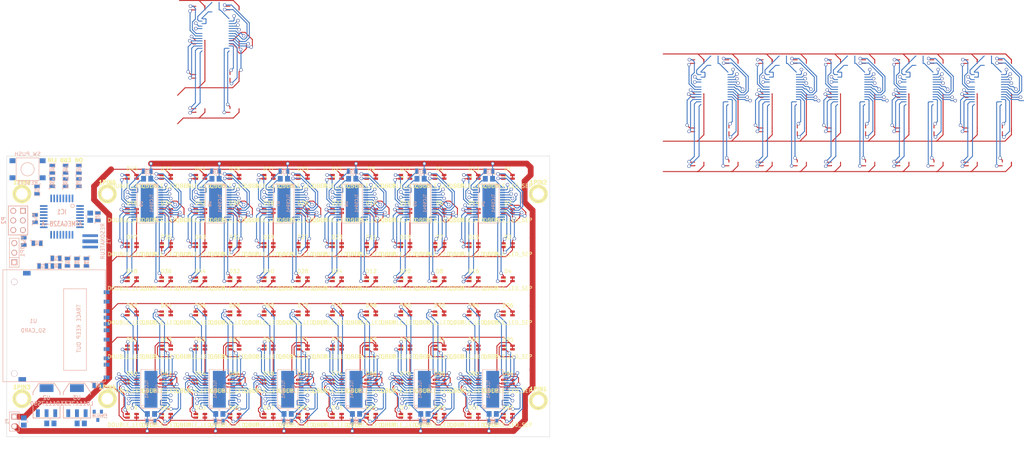
<source format=kicad_pcb>
(kicad_pcb (version 3) (host pcbnew "(2013-03-04 BZR 3984)-stable")
  (layers (15 F.Cu signal) (0 B.Cu signal) (18 B.Paste user) (19 F.Paste user) (20 B.SilkS user) (21 F.SilkS user) (22 B.Mask user) (23 F.Mask user) (28 Edge.Cuts user))
  (net 0 "")
  (net 1 /ERR)
  (net 2 /FIN)
  (net 3 /MISO)
  (net 4 /MOSI)
  (net 5 /ON)
  (net 6 /RST)
  (net 7 /SCK)
  (net 8 /SD_CS)
  (net 9 /SD_DataIn)
  (net 10 /SD_DataOut)
  (net 11 /SD_SCLK)
  (net 12 /SS)
  (net 13 /VSD)
  (net 14 /tlcs_1-6/BLANK)
  (net 15 /tlcs_1-6/GSCLK)
  (net 16 /tlcs_1-6/MODE)
  (net 17 /tlcs_1-6/SCLK)
  (net 18 /tlcs_1-6/SIN)
  (net 19 /tlcs_1-6/VCC)
  (net 20 /tlcs_1-6/VIN)
  (net 21 /tlcs_1-6/XLAT)
  (net 22 /tlcs_7-12/SIN)
  (net 23 GND)
  (net 24 N-00000100)
  (net 25 N-00000101)
  (net 26 N-00000102)
  (net 27 N-00000103)
  (net 28 N-00000104)
  (net 29 N-00000105)
  (net 30 N-00000106)
  (net 31 N-00000107)
  (net 32 N-00000108)
  (net 33 N-00000109)
  (net 34 N-00000110)
  (net 35 N-00000112)
  (net 36 N-00000113)
  (net 37 N-00000114)
  (net 38 N-00000115)
  (net 39 N-00000116)
  (net 40 N-00000117)
  (net 41 N-00000118)
  (net 42 N-00000119)
  (net 43 N-00000120)
  (net 44 N-00000121)
  (net 45 N-00000122)
  (net 46 N-00000123)
  (net 47 N-00000124)
  (net 48 N-00000125)
  (net 49 N-00000126)
  (net 50 N-00000128)
  (net 51 N-00000129)
  (net 52 N-00000130)
  (net 53 N-00000131)
  (net 54 N-00000132)
  (net 55 N-00000133)
  (net 56 N-00000134)
  (net 57 N-00000135)
  (net 58 N-00000136)
  (net 59 N-00000137)
  (net 60 N-00000138)
  (net 61 N-00000139)
  (net 62 N-00000140)
  (net 63 N-00000141)
  (net 64 N-00000142)
  (net 65 N-00000143)
  (net 66 N-00000144)
  (net 67 N-00000146)
  (net 68 N-00000147)
  (net 69 N-00000148)
  (net 70 N-00000149)
  (net 71 N-00000150)
  (net 72 N-00000151)
  (net 73 N-00000152)
  (net 74 N-00000153)
  (net 75 N-00000154)
  (net 76 N-00000155)
  (net 77 N-00000156)
  (net 78 N-00000157)
  (net 79 N-00000158)
  (net 80 N-00000159)
  (net 81 N-0000016)
  (net 82 N-00000160)
  (net 83 N-00000161)
  (net 84 N-00000162)
  (net 85 N-00000163)
  (net 86 N-00000164)
  (net 87 N-00000165)
  (net 88 N-00000166)
  (net 89 N-00000167)
  (net 90 N-00000168)
  (net 91 N-00000169)
  (net 92 N-00000170)
  (net 93 N-00000171)
  (net 94 N-00000172)
  (net 95 N-00000173)
  (net 96 N-00000174)
  (net 97 N-00000175)
  (net 98 N-00000176)
  (net 99 N-00000177)
  (net 100 N-00000178)
  (net 101 N-00000179)
  (net 102 N-00000180)
  (net 103 N-00000182)
  (net 104 N-00000183)
  (net 105 N-00000184)
  (net 106 N-00000185)
  (net 107 N-00000188)
  (net 108 N-00000189)
  (net 109 N-00000190)
  (net 110 N-00000191)
  (net 111 N-00000192)
  (net 112 N-00000193)
  (net 113 N-00000194)
  (net 114 N-00000195)
  (net 115 N-00000196)
  (net 116 N-00000197)
  (net 117 N-00000198)
  (net 118 N-00000199)
  (net 119 N-0000020)
  (net 120 N-00000200)
  (net 121 N-00000201)
  (net 122 N-00000202)
  (net 123 N-00000203)
  (net 124 N-00000204)
  (net 125 N-00000205)
  (net 126 N-00000206)
  (net 127 N-00000207)
  (net 128 N-00000208)
  (net 129 N-00000209)
  (net 130 N-0000021)
  (net 131 N-00000210)
  (net 132 N-00000211)
  (net 133 N-00000212)
  (net 134 N-00000213)
  (net 135 N-00000214)
  (net 136 N-00000215)
  (net 137 N-00000216)
  (net 138 N-00000217)
  (net 139 N-00000218)
  (net 140 N-00000219)
  (net 141 N-0000022)
  (net 142 N-00000220)
  (net 143 N-00000221)
  (net 144 N-00000222)
  (net 145 N-00000223)
  (net 146 N-00000225)
  (net 147 N-00000226)
  (net 148 N-00000227)
  (net 149 N-00000228)
  (net 150 N-00000229)
  (net 151 N-0000023)
  (net 152 N-00000230)
  (net 153 N-00000231)
  (net 154 N-00000232)
  (net 155 N-00000233)
  (net 156 N-00000234)
  (net 157 N-00000235)
  (net 158 N-00000236)
  (net 159 N-00000237)
  (net 160 N-00000239)
  (net 161 N-00000240)
  (net 162 N-00000241)
  (net 163 N-00000242)
  (net 164 N-00000243)
  (net 165 N-00000244)
  (net 166 N-00000245)
  (net 167 N-00000246)
  (net 168 N-00000247)
  (net 169 N-00000248)
  (net 170 N-00000249)
  (net 171 N-00000250)
  (net 172 N-00000251)
  (net 173 N-00000252)
  (net 174 N-00000253)
  (net 175 N-00000254)
  (net 176 N-00000255)
  (net 177 N-00000256)
  (net 178 N-00000258)
  (net 179 N-00000259)
  (net 180 N-00000260)
  (net 181 N-00000261)
  (net 182 N-00000262)
  (net 183 N-00000263)
  (net 184 N-00000264)
  (net 185 N-00000265)
  (net 186 N-00000266)
  (net 187 N-00000267)
  (net 188 N-00000268)
  (net 189 N-0000037)
  (net 190 N-0000043)
  (net 191 N-0000044)
  (net 192 N-0000045)
  (net 193 N-0000046)
  (net 194 N-0000047)
  (net 195 N-0000048)
  (net 196 N-0000049)
  (net 197 N-0000050)
  (net 198 N-0000051)
  (net 199 N-0000052)
  (net 200 N-0000053)
  (net 201 N-0000054)
  (net 202 N-0000055)
  (net 203 N-0000056)
  (net 204 N-0000057)
  (net 205 N-0000058)
  (net 206 N-0000059)
  (net 207 N-0000060)
  (net 208 N-0000061)
  (net 209 N-0000062)
  (net 210 N-0000063)
  (net 211 N-0000064)
  (net 212 N-0000065)
  (net 213 N-0000066)
  (net 214 N-0000067)
  (net 215 N-0000068)
  (net 216 N-0000070)
  (net 217 N-0000071)
  (net 218 N-0000072)
  (net 219 N-0000073)
  (net 220 N-0000076)
  (net 221 N-0000077)
  (net 222 N-0000078)
  (net 223 N-0000079)
  (net 224 N-0000080)
  (net 225 N-0000081)
  (net 226 N-0000082)
  (net 227 N-0000083)
  (net 228 N-0000084)
  (net 229 N-0000085)
  (net 230 N-0000086)
  (net 231 N-0000087)
  (net 232 N-0000088)
  (net 233 N-0000089)
  (net 234 N-0000090)
  (net 235 N-0000091)
  (net 236 N-0000092)
  (net 237 N-0000093)
  (net 238 N-0000094)
  (net 239 N-0000095)
  (net 240 N-0000096)
  (net 241 N-0000097)
  (net 242 N-0000098)
  (net 243 N-0000099)
  (module SMD_0805_4PIN (layer F.Cu) (at 199 100)
    (fp_text reference D1 (at 0 -2.1) (layer F.SilkS))
    (fp_text value DOUBLE_LED_SEP (at 0 2.4) (layer F.SilkS))
    (pad 1 smd rect (at 1.2 -0.475) (size 1.2 0.6) (layers F.Cu F.Paste F.Mask) (net 20 /tlcs_1-6/VIN))
    (pad 4 smd rect (at 1.2 0.475) (size 1.2 0.6) (layers F.Cu F.Paste F.Mask) (net 20 /tlcs_1-6/VIN))
    (pad 3 smd rect (at -1.2 0.475) (size 1.2 0.6) (layers F.Cu F.Paste F.Mask) (net 57 N-00000135))
    (pad 2 smd rect (at -1.2 -0.475) (size 1.2 0.6) (layers F.Cu F.Paste F.Mask) (net 58 N-00000136))
  )
  (module TQFP32_FIXED (layer B.Cu) (at 81.5 110.5 180)
    (fp_text reference IC1 (at 0 1.27 180) (layer B.SilkS) (effects (font (size 1.27 1.016) (thickness 0.2032)) (justify mirror)))
    (fp_text value ATMEGA328-A (at 0 -1.905 180) (layer B.SilkS) (effects (font (size 1.27 1.016) (thickness 0.2032)) (justify mirror)))
    (pad 8 smd rect (at -4.81584 -2.77622 180) (size 1.99898 0.44958) (layers B.Cu B.Paste B.Mask) (net 81 N-0000016))
    (pad 7 smd rect (at -4.81584 -1.97612 180) (size 1.99898 0.44958) (layers B.Cu B.Paste B.Mask) (net 119 N-0000020))
    (pad 6 smd rect (at -4.81584 -1.17602 180) (size 1.99898 0.44958) (layers B.Cu B.Paste B.Mask) (net 19 /tlcs_1-6/VCC))
    (pad 5 smd rect (at -4.81584 -0.37592 180) (size 1.99898 0.44958) (layers B.Cu B.Paste B.Mask) (net 23 GND))
    (pad 4 smd rect (at -4.81584 0.42418 180) (size 1.99898 0.44958) (layers B.Cu B.Paste B.Mask) (net 19 /tlcs_1-6/VCC))
    (pad 3 smd rect (at -4.81584 1.22428 180) (size 1.99898 0.44958) (layers B.Cu B.Paste B.Mask) (net 23 GND))
    (pad 2 smd rect (at -4.81584 2.02438 180) (size 1.99898 0.44958) (layers B.Cu B.Paste B.Mask) (net 17 /tlcs_1-6/SCLK))
    (pad 1 smd rect (at -4.81584 2.82448 180) (size 1.99898 0.44958) (layers B.Cu B.Paste B.Mask) (net 14 /tlcs_1-6/BLANK))
    (pad 24 smd rect (at 4.7498 2.8194 180) (size 1.99898 0.44958) (layers B.Cu B.Paste B.Mask))
    (pad 17 smd rect (at 4.7498 -2.794 180) (size 1.99898 0.44958) (layers B.Cu B.Paste B.Mask) (net 7 /SCK))
    (pad 18 smd rect (at 4.7498 -1.9812 180) (size 1.99898 0.44958) (layers B.Cu B.Paste B.Mask) (net 19 /tlcs_1-6/VCC))
    (pad 19 smd rect (at 4.7498 -1.1684 180) (size 1.99898 0.44958) (layers B.Cu B.Paste B.Mask))
    (pad 20 smd rect (at 4.7498 -0.381 180) (size 1.99898 0.44958) (layers B.Cu B.Paste B.Mask))
    (pad 21 smd rect (at 4.7498 0.4318 180) (size 1.99898 0.44958) (layers B.Cu B.Paste B.Mask) (net 23 GND))
    (pad 22 smd rect (at 4.7498 1.2192 180) (size 1.99898 0.44958) (layers B.Cu B.Paste B.Mask))
    (pad 23 smd rect (at 4.7498 2.032 180) (size 1.99898 0.44958) (layers B.Cu B.Paste B.Mask))
    (pad 32 smd rect (at -2.82448 4.826 180) (size 0.44958 1.99898) (layers B.Cu B.Paste B.Mask) (net 16 /tlcs_1-6/MODE))
    (pad 31 smd rect (at -2.02692 4.826 180) (size 0.44958 1.99898) (layers B.Cu B.Paste B.Mask) (net 18 /tlcs_1-6/SIN))
    (pad 30 smd rect (at -1.22428 4.826 180) (size 0.44958 1.99898) (layers B.Cu B.Paste B.Mask))
    (pad 29 smd rect (at -0.42672 4.826 180) (size 0.44958 1.99898) (layers B.Cu B.Paste B.Mask) (net 6 /RST))
    (pad 28 smd rect (at 0.37592 4.826 180) (size 0.44958 1.99898) (layers B.Cu B.Paste B.Mask) (net 2 /FIN))
    (pad 27 smd rect (at 1.17348 4.826 180) (size 0.44958 1.99898) (layers B.Cu B.Paste B.Mask) (net 1 /ERR))
    (pad 26 smd rect (at 1.97612 4.826 180) (size 0.44958 1.99898) (layers B.Cu B.Paste B.Mask) (net 5 /ON))
    (pad 25 smd rect (at 2.77368 4.826 180) (size 0.44958 1.99898) (layers B.Cu B.Paste B.Mask))
    (pad 9 smd rect (at -2.8194 -4.7752 180) (size 0.44958 1.99898) (layers B.Cu B.Paste B.Mask))
    (pad 10 smd rect (at -2.032 -4.7752 180) (size 0.44958 1.99898) (layers B.Cu B.Paste B.Mask))
    (pad 11 smd rect (at -1.2192 -4.7752 180) (size 0.44958 1.99898) (layers B.Cu B.Paste B.Mask))
    (pad 12 smd rect (at -0.4318 -4.7752 180) (size 0.44958 1.99898) (layers B.Cu B.Paste B.Mask) (net 15 /tlcs_1-6/GSCLK))
    (pad 13 smd rect (at 0.3556 -4.7752 180) (size 0.44958 1.99898) (layers B.Cu B.Paste B.Mask) (net 21 /tlcs_1-6/XLAT))
    (pad 14 smd rect (at 1.1684 -4.7752 180) (size 0.44958 1.99898) (layers B.Cu B.Paste B.Mask) (net 12 /SS))
    (pad 15 smd rect (at 1.9812 -4.7752 180) (size 0.44958 1.99898) (layers B.Cu B.Paste B.Mask) (net 4 /MOSI))
    (pad 16 smd rect (at 2.794 -4.7752 180) (size 0.44958 1.99898) (layers B.Cu B.Paste B.Mask) (net 3 /MISO))
  )
  (module TLC5940_FIXED (layer B.Cu) (at 177 156 90)
    (fp_text reference U14 (at 0.127 1.524 90) (layer B.SilkS) (effects (font (size 0.762 0.762) (thickness 0.127)) (justify mirror)))
    (fp_text value TLC5941 (at 0 -1.143 90) (layer B.SilkS) (effects (font (size 0.762 0.762) (thickness 0.127)) (justify mirror)))
    (pad 1 smd rect (at -4.191 -3.556 90) (size 0.4064 1.27) (layers B.Cu B.Paste B.Mask) (net 23 GND))
    (pad 2 smd rect (at -3.556 -3.556 90) (size 0.4064 1.27) (layers B.Cu B.Paste B.Mask) (net 14 /tlcs_1-6/BLANK))
    (pad 3 smd rect (at -2.8956 -3.556 90) (size 0.4064 1.27) (layers B.Cu B.Paste B.Mask) (net 21 /tlcs_1-6/XLAT))
    (pad 4 smd rect (at -2.2352 -3.556 90) (size 0.4064 1.27) (layers B.Cu B.Paste B.Mask) (net 17 /tlcs_1-6/SCLK))
    (pad 5 smd rect (at -1.6002 -3.556 90) (size 0.4064 1.27) (layers B.Cu B.Paste B.Mask) (net 104 N-00000183))
    (pad 6 smd rect (at -0.9398 -3.556 90) (size 0.4064 1.27) (layers B.Cu B.Paste B.Mask) (net 16 /tlcs_1-6/MODE))
    (pad 7 smd rect (at -0.2794 -3.556 90) (size 0.4064 1.27) (layers B.Cu B.Paste B.Mask) (net 85 N-00000163))
    (pad 8 smd rect (at 0.3556 -3.556 90) (size 0.4064 1.27) (layers B.Cu B.Paste B.Mask) (net 84 N-00000162))
    (pad 9 smd rect (at 1.016 -3.556 90) (size 0.4064 1.27) (layers B.Cu B.Paste B.Mask) (net 83 N-00000161))
    (pad 10 smd rect (at 1.651 -3.556 90) (size 0.4064 1.27) (layers B.Cu B.Paste B.Mask) (net 82 N-00000160))
    (pad 11 smd rect (at 2.3114 -3.556 90) (size 0.4064 1.27) (layers B.Cu B.Paste B.Mask) (net 80 N-00000159))
    (pad 12 smd rect (at 2.9718 -3.556 90) (size 0.4064 1.27) (layers B.Cu B.Paste B.Mask) (net 79 N-00000158))
    (pad 13 smd rect (at 3.6068 -3.556 90) (size 0.4064 1.27) (layers B.Cu B.Paste B.Mask) (net 78 N-00000157))
    (pad 14 smd rect (at 4.2672 -3.556 90) (size 0.4064 1.27) (layers B.Cu B.Paste B.Mask) (net 77 N-00000156))
    (pad 15 smd rect (at 4.2672 3.556 90) (size 0.4064 1.27) (layers B.Cu B.Paste B.Mask) (net 87 N-00000165))
    (pad 16 smd rect (at 3.6068 3.556 90) (size 0.4064 1.27) (layers B.Cu B.Paste B.Mask) (net 88 N-00000166))
    (pad 17 smd rect (at 2.9972 3.556 90) (size 0.4064 1.27) (layers B.Cu B.Paste B.Mask) (net 89 N-00000167))
    (pad 18 smd rect (at 2.3114 3.556 90) (size 0.4064 1.27) (layers B.Cu B.Paste B.Mask) (net 90 N-00000168))
    (pad 19 smd rect (at 1.651 3.556 90) (size 0.4064 1.27) (layers B.Cu B.Paste B.Mask) (net 91 N-00000169))
    (pad 20 smd rect (at 1.016 3.556 90) (size 0.4064 1.27) (layers B.Cu B.Paste B.Mask) (net 92 N-00000170))
    (pad 21 smd rect (at 0.3556 3.556 90) (size 0.4064 1.27) (layers B.Cu B.Paste B.Mask) (net 93 N-00000171))
    (pad 22 smd rect (at -0.2794 3.556 90) (size 0.4064 1.27) (layers B.Cu B.Paste B.Mask) (net 94 N-00000172))
    (pad 23 smd rect (at -0.9398 3.556 90) (size 0.4064 1.27) (layers B.Cu B.Paste B.Mask))
    (pad 24 smd rect (at -1.6002 3.556 90) (size 0.4064 1.27) (layers B.Cu B.Paste B.Mask) (net 106 N-00000185))
    (pad 25 smd rect (at -2.2352 3.556 90) (size 0.4064 1.27) (layers B.Cu B.Paste B.Mask) (net 15 /tlcs_1-6/GSCLK))
    (pad 26 smd rect (at -2.8956 3.556 90) (size 0.4064 1.27) (layers B.Cu B.Paste B.Mask) (net 19 /tlcs_1-6/VCC))
    (pad 27 smd rect (at -3.556 3.556 90) (size 0.4064 1.27) (layers B.Cu B.Paste B.Mask) (net 107 N-00000188))
    (pad 28 smd rect (at -4.191 3.556 90) (size 0.4064 1.27) (layers B.Cu B.Paste B.Mask) (net 19 /tlcs_1-6/VCC))
    (pad GND smd rect (at 0 0 90) (size 9.7 3.4) (layers B.Cu B.Paste B.Mask))
  )
  (module TLC5940_FIXED (layer B.Cu) (at 141 156 90)
    (fp_text reference U12 (at 0.127 1.524 90) (layer B.SilkS) (effects (font (size 0.762 0.762) (thickness 0.127)) (justify mirror)))
    (fp_text value TLC5941 (at 0 -1.143 90) (layer B.SilkS) (effects (font (size 0.762 0.762) (thickness 0.127)) (justify mirror)))
    (pad 1 smd rect (at -4.191 -3.556 90) (size 0.4064 1.27) (layers B.Cu B.Paste B.Mask) (net 23 GND))
    (pad 2 smd rect (at -3.556 -3.556 90) (size 0.4064 1.27) (layers B.Cu B.Paste B.Mask) (net 14 /tlcs_1-6/BLANK))
    (pad 3 smd rect (at -2.8956 -3.556 90) (size 0.4064 1.27) (layers B.Cu B.Paste B.Mask) (net 21 /tlcs_1-6/XLAT))
    (pad 4 smd rect (at -2.2352 -3.556 90) (size 0.4064 1.27) (layers B.Cu B.Paste B.Mask) (net 17 /tlcs_1-6/SCLK))
    (pad 5 smd rect (at -1.6002 -3.556 90) (size 0.4064 1.27) (layers B.Cu B.Paste B.Mask) (net 187 N-00000267))
    (pad 6 smd rect (at -0.9398 -3.556 90) (size 0.4064 1.27) (layers B.Cu B.Paste B.Mask) (net 16 /tlcs_1-6/MODE))
    (pad 7 smd rect (at -0.2794 -3.556 90) (size 0.4064 1.27) (layers B.Cu B.Paste B.Mask) (net 149 N-00000228))
    (pad 8 smd rect (at 0.3556 -3.556 90) (size 0.4064 1.27) (layers B.Cu B.Paste B.Mask) (net 150 N-00000229))
    (pad 9 smd rect (at 1.016 -3.556 90) (size 0.4064 1.27) (layers B.Cu B.Paste B.Mask) (net 152 N-00000230))
    (pad 10 smd rect (at 1.651 -3.556 90) (size 0.4064 1.27) (layers B.Cu B.Paste B.Mask) (net 153 N-00000231))
    (pad 11 smd rect (at 2.3114 -3.556 90) (size 0.4064 1.27) (layers B.Cu B.Paste B.Mask) (net 155 N-00000233))
    (pad 12 smd rect (at 2.9718 -3.556 90) (size 0.4064 1.27) (layers B.Cu B.Paste B.Mask) (net 157 N-00000235))
    (pad 13 smd rect (at 3.6068 -3.556 90) (size 0.4064 1.27) (layers B.Cu B.Paste B.Mask) (net 159 N-00000237))
    (pad 14 smd rect (at 4.2672 -3.556 90) (size 0.4064 1.27) (layers B.Cu B.Paste B.Mask) (net 160 N-00000239))
    (pad 15 smd rect (at 4.2672 3.556 90) (size 0.4064 1.27) (layers B.Cu B.Paste B.Mask) (net 162 N-00000241))
    (pad 16 smd rect (at 3.6068 3.556 90) (size 0.4064 1.27) (layers B.Cu B.Paste B.Mask) (net 163 N-00000242))
    (pad 17 smd rect (at 2.9972 3.556 90) (size 0.4064 1.27) (layers B.Cu B.Paste B.Mask) (net 164 N-00000243))
    (pad 18 smd rect (at 2.3114 3.556 90) (size 0.4064 1.27) (layers B.Cu B.Paste B.Mask) (net 166 N-00000245))
    (pad 19 smd rect (at 1.651 3.556 90) (size 0.4064 1.27) (layers B.Cu B.Paste B.Mask) (net 167 N-00000246))
    (pad 20 smd rect (at 1.016 3.556 90) (size 0.4064 1.27) (layers B.Cu B.Paste B.Mask) (net 154 N-00000232))
    (pad 21 smd rect (at 0.3556 3.556 90) (size 0.4064 1.27) (layers B.Cu B.Paste B.Mask) (net 156 N-00000234))
    (pad 22 smd rect (at -0.2794 3.556 90) (size 0.4064 1.27) (layers B.Cu B.Paste B.Mask) (net 158 N-00000236))
    (pad 23 smd rect (at -0.9398 3.556 90) (size 0.4064 1.27) (layers B.Cu B.Paste B.Mask))
    (pad 24 smd rect (at -1.6002 3.556 90) (size 0.4064 1.27) (layers B.Cu B.Paste B.Mask) (net 105 N-00000184))
    (pad 25 smd rect (at -2.2352 3.556 90) (size 0.4064 1.27) (layers B.Cu B.Paste B.Mask) (net 15 /tlcs_1-6/GSCLK))
    (pad 26 smd rect (at -2.8956 3.556 90) (size 0.4064 1.27) (layers B.Cu B.Paste B.Mask) (net 19 /tlcs_1-6/VCC))
    (pad 27 smd rect (at -3.556 3.556 90) (size 0.4064 1.27) (layers B.Cu B.Paste B.Mask) (net 165 N-00000244))
    (pad 28 smd rect (at -4.191 3.556 90) (size 0.4064 1.27) (layers B.Cu B.Paste B.Mask) (net 19 /tlcs_1-6/VCC))
    (pad GND smd rect (at 0 0 90) (size 9.7 3.4) (layers B.Cu B.Paste B.Mask))
  )
  (module TLC5940_FIXED (layer B.Cu) (at 123 156 90)
    (fp_text reference U11 (at 0.127 1.524 90) (layer B.SilkS) (effects (font (size 0.762 0.762) (thickness 0.127)) (justify mirror)))
    (fp_text value TLC5941 (at 0 -1.143 90) (layer B.SilkS) (effects (font (size 0.762 0.762) (thickness 0.127)) (justify mirror)))
    (pad 1 smd rect (at -4.191 -3.556 90) (size 0.4064 1.27) (layers B.Cu B.Paste B.Mask) (net 23 GND))
    (pad 2 smd rect (at -3.556 -3.556 90) (size 0.4064 1.27) (layers B.Cu B.Paste B.Mask) (net 14 /tlcs_1-6/BLANK))
    (pad 3 smd rect (at -2.8956 -3.556 90) (size 0.4064 1.27) (layers B.Cu B.Paste B.Mask) (net 21 /tlcs_1-6/XLAT))
    (pad 4 smd rect (at -2.2352 -3.556 90) (size 0.4064 1.27) (layers B.Cu B.Paste B.Mask) (net 17 /tlcs_1-6/SCLK))
    (pad 5 smd rect (at -1.6002 -3.556 90) (size 0.4064 1.27) (layers B.Cu B.Paste B.Mask) (net 135 N-00000214))
    (pad 6 smd rect (at -0.9398 -3.556 90) (size 0.4064 1.27) (layers B.Cu B.Paste B.Mask) (net 16 /tlcs_1-6/MODE))
    (pad 7 smd rect (at -0.2794 -3.556 90) (size 0.4064 1.27) (layers B.Cu B.Paste B.Mask) (net 136 N-00000215))
    (pad 8 smd rect (at 0.3556 -3.556 90) (size 0.4064 1.27) (layers B.Cu B.Paste B.Mask) (net 137 N-00000216))
    (pad 9 smd rect (at 1.016 -3.556 90) (size 0.4064 1.27) (layers B.Cu B.Paste B.Mask) (net 138 N-00000217))
    (pad 10 smd rect (at 1.651 -3.556 90) (size 0.4064 1.27) (layers B.Cu B.Paste B.Mask) (net 134 N-00000213))
    (pad 11 smd rect (at 2.3114 -3.556 90) (size 0.4064 1.27) (layers B.Cu B.Paste B.Mask) (net 140 N-00000219))
    (pad 12 smd rect (at 2.9718 -3.556 90) (size 0.4064 1.27) (layers B.Cu B.Paste B.Mask) (net 143 N-00000221))
    (pad 13 smd rect (at 3.6068 -3.556 90) (size 0.4064 1.27) (layers B.Cu B.Paste B.Mask) (net 145 N-00000223))
    (pad 14 smd rect (at 4.2672 -3.556 90) (size 0.4064 1.27) (layers B.Cu B.Paste B.Mask) (net 146 N-00000225))
    (pad 15 smd rect (at 4.2672 3.556 90) (size 0.4064 1.27) (layers B.Cu B.Paste B.Mask) (net 147 N-00000226))
    (pad 16 smd rect (at 3.6068 3.556 90) (size 0.4064 1.27) (layers B.Cu B.Paste B.Mask) (net 148 N-00000227))
    (pad 17 smd rect (at 2.9972 3.556 90) (size 0.4064 1.27) (layers B.Cu B.Paste B.Mask) (net 161 N-00000240))
    (pad 18 smd rect (at 2.3114 3.556 90) (size 0.4064 1.27) (layers B.Cu B.Paste B.Mask) (net 184 N-00000264))
    (pad 19 smd rect (at 1.651 3.556 90) (size 0.4064 1.27) (layers B.Cu B.Paste B.Mask) (net 185 N-00000265))
    (pad 20 smd rect (at 1.016 3.556 90) (size 0.4064 1.27) (layers B.Cu B.Paste B.Mask) (net 139 N-00000218))
    (pad 21 smd rect (at 0.3556 3.556 90) (size 0.4064 1.27) (layers B.Cu B.Paste B.Mask) (net 142 N-00000220))
    (pad 22 smd rect (at -0.2794 3.556 90) (size 0.4064 1.27) (layers B.Cu B.Paste B.Mask) (net 144 N-00000222))
    (pad 23 smd rect (at -0.9398 3.556 90) (size 0.4064 1.27) (layers B.Cu B.Paste B.Mask))
    (pad 24 smd rect (at -1.6002 3.556 90) (size 0.4064 1.27) (layers B.Cu B.Paste B.Mask) (net 187 N-00000267))
    (pad 25 smd rect (at -2.2352 3.556 90) (size 0.4064 1.27) (layers B.Cu B.Paste B.Mask) (net 15 /tlcs_1-6/GSCLK))
    (pad 26 smd rect (at -2.8956 3.556 90) (size 0.4064 1.27) (layers B.Cu B.Paste B.Mask) (net 19 /tlcs_1-6/VCC))
    (pad 27 smd rect (at -3.556 3.556 90) (size 0.4064 1.27) (layers B.Cu B.Paste B.Mask) (net 186 N-00000266))
    (pad 28 smd rect (at -4.191 3.556 90) (size 0.4064 1.27) (layers B.Cu B.Paste B.Mask) (net 19 /tlcs_1-6/VCC))
    (pad GND smd rect (at 0 0 90) (size 9.7 3.4) (layers B.Cu B.Paste B.Mask))
  )
  (module TLC5940_FIXED (layer B.Cu) (at 158 107 270)
    (fp_text reference U6 (at 0.127 1.524 270) (layer B.SilkS) (effects (font (size 0.762 0.762) (thickness 0.127)) (justify mirror)))
    (fp_text value TLC5941 (at 0 -1.143 270) (layer B.SilkS) (effects (font (size 0.762 0.762) (thickness 0.127)) (justify mirror)))
    (pad 1 smd rect (at -4.191 -3.556 270) (size 0.4064 1.27) (layers B.Cu B.Paste B.Mask) (net 23 GND))
    (pad 2 smd rect (at -3.556 -3.556 270) (size 0.4064 1.27) (layers B.Cu B.Paste B.Mask) (net 14 /tlcs_1-6/BLANK))
    (pad 3 smd rect (at -2.8956 -3.556 270) (size 0.4064 1.27) (layers B.Cu B.Paste B.Mask) (net 21 /tlcs_1-6/XLAT))
    (pad 4 smd rect (at -2.2352 -3.556 270) (size 0.4064 1.27) (layers B.Cu B.Paste B.Mask) (net 17 /tlcs_1-6/SCLK))
    (pad 5 smd rect (at -1.6002 -3.556 270) (size 0.4064 1.27) (layers B.Cu B.Paste B.Mask) (net 39 N-00000116))
    (pad 6 smd rect (at -0.9398 -3.556 270) (size 0.4064 1.27) (layers B.Cu B.Paste B.Mask) (net 16 /tlcs_1-6/MODE))
    (pad 7 smd rect (at -0.2794 -3.556 270) (size 0.4064 1.27) (layers B.Cu B.Paste B.Mask) (net 40 N-00000117))
    (pad 8 smd rect (at 0.3556 -3.556 270) (size 0.4064 1.27) (layers B.Cu B.Paste B.Mask) (net 41 N-00000118))
    (pad 9 smd rect (at 1.016 -3.556 270) (size 0.4064 1.27) (layers B.Cu B.Paste B.Mask) (net 42 N-00000119))
    (pad 10 smd rect (at 1.651 -3.556 270) (size 0.4064 1.27) (layers B.Cu B.Paste B.Mask) (net 43 N-00000120))
    (pad 11 smd rect (at 2.3114 -3.556 270) (size 0.4064 1.27) (layers B.Cu B.Paste B.Mask) (net 45 N-00000122))
    (pad 12 smd rect (at 2.9718 -3.556 270) (size 0.4064 1.27) (layers B.Cu B.Paste B.Mask) (net 47 N-00000124))
    (pad 13 smd rect (at 3.6068 -3.556 270) (size 0.4064 1.27) (layers B.Cu B.Paste B.Mask) (net 49 N-00000126))
    (pad 14 smd rect (at 4.2672 -3.556 270) (size 0.4064 1.27) (layers B.Cu B.Paste B.Mask) (net 38 N-00000115))
    (pad 15 smd rect (at 4.2672 3.556 270) (size 0.4064 1.27) (layers B.Cu B.Paste B.Mask) (net 50 N-00000128))
    (pad 16 smd rect (at 3.6068 3.556 270) (size 0.4064 1.27) (layers B.Cu B.Paste B.Mask) (net 51 N-00000129))
    (pad 17 smd rect (at 2.9972 3.556 270) (size 0.4064 1.27) (layers B.Cu B.Paste B.Mask) (net 52 N-00000130))
    (pad 18 smd rect (at 2.3114 3.556 270) (size 0.4064 1.27) (layers B.Cu B.Paste B.Mask) (net 54 N-00000132))
    (pad 19 smd rect (at 1.651 3.556 270) (size 0.4064 1.27) (layers B.Cu B.Paste B.Mask) (net 55 N-00000133))
    (pad 20 smd rect (at 1.016 3.556 270) (size 0.4064 1.27) (layers B.Cu B.Paste B.Mask) (net 44 N-00000121))
    (pad 21 smd rect (at 0.3556 3.556 270) (size 0.4064 1.27) (layers B.Cu B.Paste B.Mask) (net 46 N-00000123))
    (pad 22 smd rect (at -0.2794 3.556 270) (size 0.4064 1.27) (layers B.Cu B.Paste B.Mask) (net 48 N-00000125))
    (pad 23 smd rect (at -0.9398 3.556 270) (size 0.4064 1.27) (layers B.Cu B.Paste B.Mask))
    (pad 24 smd rect (at -1.6002 3.556 270) (size 0.4064 1.27) (layers B.Cu B.Paste B.Mask) (net 218 N-0000072))
    (pad 25 smd rect (at -2.2352 3.556 270) (size 0.4064 1.27) (layers B.Cu B.Paste B.Mask) (net 15 /tlcs_1-6/GSCLK))
    (pad 26 smd rect (at -2.8956 3.556 270) (size 0.4064 1.27) (layers B.Cu B.Paste B.Mask) (net 19 /tlcs_1-6/VCC))
    (pad 27 smd rect (at -3.556 3.556 270) (size 0.4064 1.27) (layers B.Cu B.Paste B.Mask) (net 53 N-00000131))
    (pad 28 smd rect (at -4.191 3.556 270) (size 0.4064 1.27) (layers B.Cu B.Paste B.Mask) (net 19 /tlcs_1-6/VCC))
    (pad GND smd rect (at 0 0 270) (size 9.7 3.4) (layers B.Cu B.Paste B.Mask))
  )
  (module TLC5940_FIXED (layer B.Cu) (at 105 156 90)
    (fp_text reference U10 (at 0.127 1.524 90) (layer B.SilkS) (effects (font (size 0.762 0.762) (thickness 0.127)) (justify mirror)))
    (fp_text value TLC5941 (at 0 -1.143 90) (layer B.SilkS) (effects (font (size 0.762 0.762) (thickness 0.127)) (justify mirror)))
    (pad 1 smd rect (at -4.191 -3.556 90) (size 0.4064 1.27) (layers B.Cu B.Paste B.Mask) (net 23 GND))
    (pad 2 smd rect (at -3.556 -3.556 90) (size 0.4064 1.27) (layers B.Cu B.Paste B.Mask) (net 14 /tlcs_1-6/BLANK))
    (pad 3 smd rect (at -2.8956 -3.556 90) (size 0.4064 1.27) (layers B.Cu B.Paste B.Mask) (net 21 /tlcs_1-6/XLAT))
    (pad 4 smd rect (at -2.2352 -3.556 90) (size 0.4064 1.27) (layers B.Cu B.Paste B.Mask) (net 17 /tlcs_1-6/SCLK))
    (pad 5 smd rect (at -1.6002 -3.556 90) (size 0.4064 1.27) (layers B.Cu B.Paste B.Mask) (net 22 /tlcs_7-12/SIN))
    (pad 6 smd rect (at -0.9398 -3.556 90) (size 0.4064 1.27) (layers B.Cu B.Paste B.Mask) (net 16 /tlcs_1-6/MODE))
    (pad 7 smd rect (at -0.2794 -3.556 90) (size 0.4064 1.27) (layers B.Cu B.Paste B.Mask) (net 168 N-00000247))
    (pad 8 smd rect (at 0.3556 -3.556 90) (size 0.4064 1.27) (layers B.Cu B.Paste B.Mask) (net 169 N-00000248))
    (pad 9 smd rect (at 1.016 -3.556 90) (size 0.4064 1.27) (layers B.Cu B.Paste B.Mask) (net 170 N-00000249))
    (pad 10 smd rect (at 1.651 -3.556 90) (size 0.4064 1.27) (layers B.Cu B.Paste B.Mask) (net 171 N-00000250))
    (pad 11 smd rect (at 2.3114 -3.556 90) (size 0.4064 1.27) (layers B.Cu B.Paste B.Mask) (net 173 N-00000252))
    (pad 12 smd rect (at 2.9718 -3.556 90) (size 0.4064 1.27) (layers B.Cu B.Paste B.Mask) (net 175 N-00000254))
    (pad 13 smd rect (at 3.6068 -3.556 90) (size 0.4064 1.27) (layers B.Cu B.Paste B.Mask) (net 177 N-00000256))
    (pad 14 smd rect (at 4.2672 -3.556 90) (size 0.4064 1.27) (layers B.Cu B.Paste B.Mask) (net 178 N-00000258))
    (pad 15 smd rect (at 4.2672 3.556 90) (size 0.4064 1.27) (layers B.Cu B.Paste B.Mask) (net 179 N-00000259))
    (pad 16 smd rect (at 3.6068 3.556 90) (size 0.4064 1.27) (layers B.Cu B.Paste B.Mask) (net 180 N-00000260))
    (pad 17 smd rect (at 2.9972 3.556 90) (size 0.4064 1.27) (layers B.Cu B.Paste B.Mask) (net 181 N-00000261))
    (pad 18 smd rect (at 2.3114 3.556 90) (size 0.4064 1.27) (layers B.Cu B.Paste B.Mask) (net 182 N-00000262))
    (pad 19 smd rect (at 1.651 3.556 90) (size 0.4064 1.27) (layers B.Cu B.Paste B.Mask) (net 183 N-00000263))
    (pad 20 smd rect (at 1.016 3.556 90) (size 0.4064 1.27) (layers B.Cu B.Paste B.Mask) (net 172 N-00000251))
    (pad 21 smd rect (at 0.3556 3.556 90) (size 0.4064 1.27) (layers B.Cu B.Paste B.Mask) (net 174 N-00000253))
    (pad 22 smd rect (at -0.2794 3.556 90) (size 0.4064 1.27) (layers B.Cu B.Paste B.Mask) (net 176 N-00000255))
    (pad 23 smd rect (at -0.9398 3.556 90) (size 0.4064 1.27) (layers B.Cu B.Paste B.Mask))
    (pad 24 smd rect (at -1.6002 3.556 90) (size 0.4064 1.27) (layers B.Cu B.Paste B.Mask) (net 135 N-00000214))
    (pad 25 smd rect (at -2.2352 3.556 90) (size 0.4064 1.27) (layers B.Cu B.Paste B.Mask) (net 15 /tlcs_1-6/GSCLK))
    (pad 26 smd rect (at -2.8956 3.556 90) (size 0.4064 1.27) (layers B.Cu B.Paste B.Mask) (net 19 /tlcs_1-6/VCC))
    (pad 27 smd rect (at -3.556 3.556 90) (size 0.4064 1.27) (layers B.Cu B.Paste B.Mask) (net 188 N-00000268))
    (pad 28 smd rect (at -4.191 3.556 90) (size 0.4064 1.27) (layers B.Cu B.Paste B.Mask) (net 19 /tlcs_1-6/VCC))
    (pad GND smd rect (at 0 0 90) (size 9.7 3.4) (layers B.Cu B.Paste B.Mask))
  )
  (module TLC5940_FIXED (layer B.Cu) (at 195 156 90)
    (fp_text reference U15 (at 0.127 1.524 90) (layer B.SilkS) (effects (font (size 0.762 0.762) (thickness 0.127)) (justify mirror)))
    (fp_text value TLC5941 (at 0 -1.143 90) (layer B.SilkS) (effects (font (size 0.762 0.762) (thickness 0.127)) (justify mirror)))
    (pad 1 smd rect (at -4.191 -3.556 90) (size 0.4064 1.27) (layers B.Cu B.Paste B.Mask) (net 23 GND))
    (pad 2 smd rect (at -3.556 -3.556 90) (size 0.4064 1.27) (layers B.Cu B.Paste B.Mask) (net 14 /tlcs_1-6/BLANK))
    (pad 3 smd rect (at -2.8956 -3.556 90) (size 0.4064 1.27) (layers B.Cu B.Paste B.Mask) (net 21 /tlcs_1-6/XLAT))
    (pad 4 smd rect (at -2.2352 -3.556 90) (size 0.4064 1.27) (layers B.Cu B.Paste B.Mask) (net 17 /tlcs_1-6/SCLK))
    (pad 5 smd rect (at -1.6002 -3.556 90) (size 0.4064 1.27) (layers B.Cu B.Paste B.Mask) (net 106 N-00000185))
    (pad 6 smd rect (at -0.9398 -3.556 90) (size 0.4064 1.27) (layers B.Cu B.Paste B.Mask) (net 16 /tlcs_1-6/MODE))
    (pad 7 smd rect (at -0.2794 -3.556 90) (size 0.4064 1.27) (layers B.Cu B.Paste B.Mask) (net 102 N-00000180))
    (pad 8 smd rect (at 0.3556 -3.556 90) (size 0.4064 1.27) (layers B.Cu B.Paste B.Mask) (net 101 N-00000179))
    (pad 9 smd rect (at 1.016 -3.556 90) (size 0.4064 1.27) (layers B.Cu B.Paste B.Mask) (net 100 N-00000178))
    (pad 10 smd rect (at 1.651 -3.556 90) (size 0.4064 1.27) (layers B.Cu B.Paste B.Mask) (net 99 N-00000177))
    (pad 11 smd rect (at 2.3114 -3.556 90) (size 0.4064 1.27) (layers B.Cu B.Paste B.Mask) (net 95 N-00000173))
    (pad 12 smd rect (at 2.9718 -3.556 90) (size 0.4064 1.27) (layers B.Cu B.Paste B.Mask) (net 98 N-00000176))
    (pad 13 smd rect (at 3.6068 -3.556 90) (size 0.4064 1.27) (layers B.Cu B.Paste B.Mask) (net 97 N-00000175))
    (pad 14 smd rect (at 4.2672 -3.556 90) (size 0.4064 1.27) (layers B.Cu B.Paste B.Mask) (net 96 N-00000174))
    (pad 15 smd rect (at 4.2672 3.556 90) (size 0.4064 1.27) (layers B.Cu B.Paste B.Mask) (net 124 N-00000204))
    (pad 16 smd rect (at 3.6068 3.556 90) (size 0.4064 1.27) (layers B.Cu B.Paste B.Mask) (net 123 N-00000203))
    (pad 17 smd rect (at 2.9972 3.556 90) (size 0.4064 1.27) (layers B.Cu B.Paste B.Mask) (net 122 N-00000202))
    (pad 18 smd rect (at 2.3114 3.556 90) (size 0.4064 1.27) (layers B.Cu B.Paste B.Mask) (net 121 N-00000201))
    (pad 19 smd rect (at 1.651 3.556 90) (size 0.4064 1.27) (layers B.Cu B.Paste B.Mask) (net 120 N-00000200))
    (pad 20 smd rect (at 1.016 3.556 90) (size 0.4064 1.27) (layers B.Cu B.Paste B.Mask) (net 118 N-00000199))
    (pad 21 smd rect (at 0.3556 3.556 90) (size 0.4064 1.27) (layers B.Cu B.Paste B.Mask) (net 117 N-00000198))
    (pad 22 smd rect (at -0.2794 3.556 90) (size 0.4064 1.27) (layers B.Cu B.Paste B.Mask) (net 116 N-00000197))
    (pad 23 smd rect (at -0.9398 3.556 90) (size 0.4064 1.27) (layers B.Cu B.Paste B.Mask))
    (pad 24 smd rect (at -1.6002 3.556 90) (size 0.4064 1.27) (layers B.Cu B.Paste B.Mask))
    (pad 25 smd rect (at -2.2352 3.556 90) (size 0.4064 1.27) (layers B.Cu B.Paste B.Mask) (net 15 /tlcs_1-6/GSCLK))
    (pad 26 smd rect (at -2.8956 3.556 90) (size 0.4064 1.27) (layers B.Cu B.Paste B.Mask) (net 19 /tlcs_1-6/VCC))
    (pad 27 smd rect (at -3.556 3.556 90) (size 0.4064 1.27) (layers B.Cu B.Paste B.Mask) (net 103 N-00000182))
    (pad 28 smd rect (at -4.191 3.556 90) (size 0.4064 1.27) (layers B.Cu B.Paste B.Mask) (net 19 /tlcs_1-6/VCC))
    (pad GND smd rect (at 0 0 90) (size 9.7 3.4) (layers B.Cu B.Paste B.Mask))
  )
  (module TLC5940_FIXED (layer B.Cu) (at 176 107 270)
    (fp_text reference U5 (at 0.127 1.524 270) (layer B.SilkS) (effects (font (size 0.762 0.762) (thickness 0.127)) (justify mirror)))
    (fp_text value TLC5941 (at 0 -1.143 270) (layer B.SilkS) (effects (font (size 0.762 0.762) (thickness 0.127)) (justify mirror)))
    (pad 1 smd rect (at -4.191 -3.556 270) (size 0.4064 1.27) (layers B.Cu B.Paste B.Mask) (net 23 GND))
    (pad 2 smd rect (at -3.556 -3.556 270) (size 0.4064 1.27) (layers B.Cu B.Paste B.Mask) (net 14 /tlcs_1-6/BLANK))
    (pad 3 smd rect (at -2.8956 -3.556 270) (size 0.4064 1.27) (layers B.Cu B.Paste B.Mask) (net 21 /tlcs_1-6/XLAT))
    (pad 4 smd rect (at -2.2352 -3.556 270) (size 0.4064 1.27) (layers B.Cu B.Paste B.Mask) (net 17 /tlcs_1-6/SCLK))
    (pad 5 smd rect (at -1.6002 -3.556 270) (size 0.4064 1.27) (layers B.Cu B.Paste B.Mask) (net 25 N-00000101))
    (pad 6 smd rect (at -0.9398 -3.556 270) (size 0.4064 1.27) (layers B.Cu B.Paste B.Mask) (net 16 /tlcs_1-6/MODE))
    (pad 7 smd rect (at -0.2794 -3.556 270) (size 0.4064 1.27) (layers B.Cu B.Paste B.Mask) (net 26 N-00000102))
    (pad 8 smd rect (at 0.3556 -3.556 270) (size 0.4064 1.27) (layers B.Cu B.Paste B.Mask) (net 27 N-00000103))
    (pad 9 smd rect (at 1.016 -3.556 270) (size 0.4064 1.27) (layers B.Cu B.Paste B.Mask) (net 24 N-00000100))
    (pad 10 smd rect (at 1.651 -3.556 270) (size 0.4064 1.27) (layers B.Cu B.Paste B.Mask) (net 28 N-00000104))
    (pad 11 smd rect (at 2.3114 -3.556 270) (size 0.4064 1.27) (layers B.Cu B.Paste B.Mask) (net 30 N-00000106))
    (pad 12 smd rect (at 2.9718 -3.556 270) (size 0.4064 1.27) (layers B.Cu B.Paste B.Mask) (net 32 N-00000108))
    (pad 13 smd rect (at 3.6068 -3.556 270) (size 0.4064 1.27) (layers B.Cu B.Paste B.Mask) (net 34 N-00000110))
    (pad 14 smd rect (at 4.2672 -3.556 270) (size 0.4064 1.27) (layers B.Cu B.Paste B.Mask) (net 35 N-00000112))
    (pad 15 smd rect (at 4.2672 3.556 270) (size 0.4064 1.27) (layers B.Cu B.Paste B.Mask) (net 36 N-00000113))
    (pad 16 smd rect (at 3.6068 3.556 270) (size 0.4064 1.27) (layers B.Cu B.Paste B.Mask) (net 37 N-00000114))
    (pad 17 smd rect (at 2.9972 3.556 270) (size 0.4064 1.27) (layers B.Cu B.Paste B.Mask) (net 72 N-00000151))
    (pad 18 smd rect (at 2.3114 3.556 270) (size 0.4064 1.27) (layers B.Cu B.Paste B.Mask) (net 73 N-00000152))
    (pad 19 smd rect (at 1.651 3.556 270) (size 0.4064 1.27) (layers B.Cu B.Paste B.Mask) (net 74 N-00000153))
    (pad 20 smd rect (at 1.016 3.556 270) (size 0.4064 1.27) (layers B.Cu B.Paste B.Mask) (net 29 N-00000105))
    (pad 21 smd rect (at 0.3556 3.556 270) (size 0.4064 1.27) (layers B.Cu B.Paste B.Mask) (net 31 N-00000107))
    (pad 22 smd rect (at -0.2794 3.556 270) (size 0.4064 1.27) (layers B.Cu B.Paste B.Mask) (net 33 N-00000109))
    (pad 23 smd rect (at -0.9398 3.556 270) (size 0.4064 1.27) (layers B.Cu B.Paste B.Mask))
    (pad 24 smd rect (at -1.6002 3.556 270) (size 0.4064 1.27) (layers B.Cu B.Paste B.Mask) (net 39 N-00000116))
    (pad 25 smd rect (at -2.2352 3.556 270) (size 0.4064 1.27) (layers B.Cu B.Paste B.Mask) (net 15 /tlcs_1-6/GSCLK))
    (pad 26 smd rect (at -2.8956 3.556 270) (size 0.4064 1.27) (layers B.Cu B.Paste B.Mask) (net 19 /tlcs_1-6/VCC))
    (pad 27 smd rect (at -3.556 3.556 270) (size 0.4064 1.27) (layers B.Cu B.Paste B.Mask) (net 75 N-00000154))
    (pad 28 smd rect (at -4.191 3.556 270) (size 0.4064 1.27) (layers B.Cu B.Paste B.Mask) (net 19 /tlcs_1-6/VCC))
    (pad GND smd rect (at 0 0 270) (size 9.7 3.4) (layers B.Cu B.Paste B.Mask))
  )
  (module TLC5940_FIXED (layer B.Cu) (at 159 156 90)
    (fp_text reference U13 (at 0.127 1.524 90) (layer B.SilkS) (effects (font (size 0.762 0.762) (thickness 0.127)) (justify mirror)))
    (fp_text value TLC5941 (at 0 -1.143 90) (layer B.SilkS) (effects (font (size 0.762 0.762) (thickness 0.127)) (justify mirror)))
    (pad 1 smd rect (at -4.191 -3.556 90) (size 0.4064 1.27) (layers B.Cu B.Paste B.Mask) (net 23 GND))
    (pad 2 smd rect (at -3.556 -3.556 90) (size 0.4064 1.27) (layers B.Cu B.Paste B.Mask) (net 14 /tlcs_1-6/BLANK))
    (pad 3 smd rect (at -2.8956 -3.556 90) (size 0.4064 1.27) (layers B.Cu B.Paste B.Mask) (net 21 /tlcs_1-6/XLAT))
    (pad 4 smd rect (at -2.2352 -3.556 90) (size 0.4064 1.27) (layers B.Cu B.Paste B.Mask) (net 17 /tlcs_1-6/SCLK))
    (pad 5 smd rect (at -1.6002 -3.556 90) (size 0.4064 1.27) (layers B.Cu B.Paste B.Mask) (net 105 N-00000184))
    (pad 6 smd rect (at -0.9398 -3.556 90) (size 0.4064 1.27) (layers B.Cu B.Paste B.Mask) (net 16 /tlcs_1-6/MODE))
    (pad 7 smd rect (at -0.2794 -3.556 90) (size 0.4064 1.27) (layers B.Cu B.Paste B.Mask) (net 111 N-00000192))
    (pad 8 smd rect (at 0.3556 -3.556 90) (size 0.4064 1.27) (layers B.Cu B.Paste B.Mask) (net 110 N-00000191))
    (pad 9 smd rect (at 1.016 -3.556 90) (size 0.4064 1.27) (layers B.Cu B.Paste B.Mask) (net 113 N-00000194))
    (pad 10 smd rect (at 1.651 -3.556 90) (size 0.4064 1.27) (layers B.Cu B.Paste B.Mask) (net 112 N-00000193))
    (pad 11 smd rect (at 2.3114 -3.556 90) (size 0.4064 1.27) (layers B.Cu B.Paste B.Mask) (net 115 N-00000196))
    (pad 12 smd rect (at 2.9718 -3.556 90) (size 0.4064 1.27) (layers B.Cu B.Paste B.Mask) (net 114 N-00000195))
    (pad 13 smd rect (at 3.6068 -3.556 90) (size 0.4064 1.27) (layers B.Cu B.Paste B.Mask) (net 109 N-00000190))
    (pad 14 smd rect (at 4.2672 -3.556 90) (size 0.4064 1.27) (layers B.Cu B.Paste B.Mask) (net 108 N-00000189))
    (pad 15 smd rect (at 4.2672 3.556 90) (size 0.4064 1.27) (layers B.Cu B.Paste B.Mask) (net 133 N-00000212))
    (pad 16 smd rect (at 3.6068 3.556 90) (size 0.4064 1.27) (layers B.Cu B.Paste B.Mask) (net 132 N-00000211))
    (pad 17 smd rect (at 2.9972 3.556 90) (size 0.4064 1.27) (layers B.Cu B.Paste B.Mask) (net 131 N-00000210))
    (pad 18 smd rect (at 2.3114 3.556 90) (size 0.4064 1.27) (layers B.Cu B.Paste B.Mask) (net 129 N-00000209))
    (pad 19 smd rect (at 1.651 3.556 90) (size 0.4064 1.27) (layers B.Cu B.Paste B.Mask) (net 125 N-00000205))
    (pad 20 smd rect (at 1.016 3.556 90) (size 0.4064 1.27) (layers B.Cu B.Paste B.Mask) (net 128 N-00000208))
    (pad 21 smd rect (at 0.3556 3.556 90) (size 0.4064 1.27) (layers B.Cu B.Paste B.Mask) (net 127 N-00000207))
    (pad 22 smd rect (at -0.2794 3.556 90) (size 0.4064 1.27) (layers B.Cu B.Paste B.Mask) (net 126 N-00000206))
    (pad 23 smd rect (at -0.9398 3.556 90) (size 0.4064 1.27) (layers B.Cu B.Paste B.Mask))
    (pad 24 smd rect (at -1.6002 3.556 90) (size 0.4064 1.27) (layers B.Cu B.Paste B.Mask) (net 104 N-00000183))
    (pad 25 smd rect (at -2.2352 3.556 90) (size 0.4064 1.27) (layers B.Cu B.Paste B.Mask) (net 15 /tlcs_1-6/GSCLK))
    (pad 26 smd rect (at -2.8956 3.556 90) (size 0.4064 1.27) (layers B.Cu B.Paste B.Mask) (net 19 /tlcs_1-6/VCC))
    (pad 27 smd rect (at -3.556 3.556 90) (size 0.4064 1.27) (layers B.Cu B.Paste B.Mask) (net 86 N-00000164))
    (pad 28 smd rect (at -4.191 3.556 90) (size 0.4064 1.27) (layers B.Cu B.Paste B.Mask) (net 19 /tlcs_1-6/VCC))
    (pad GND smd rect (at 0 0 90) (size 9.7 3.4) (layers B.Cu B.Paste B.Mask))
  )
  (module TLC5940_FIXED (layer B.Cu) (at 140 107 270)
    (fp_text reference U7 (at 0.127 1.524 270) (layer B.SilkS) (effects (font (size 0.762 0.762) (thickness 0.127)) (justify mirror)))
    (fp_text value TLC5941 (at 0 -1.143 270) (layer B.SilkS) (effects (font (size 0.762 0.762) (thickness 0.127)) (justify mirror)))
    (pad 1 smd rect (at -4.191 -3.556 270) (size 0.4064 1.27) (layers B.Cu B.Paste B.Mask) (net 23 GND))
    (pad 2 smd rect (at -3.556 -3.556 270) (size 0.4064 1.27) (layers B.Cu B.Paste B.Mask) (net 14 /tlcs_1-6/BLANK))
    (pad 3 smd rect (at -2.8956 -3.556 270) (size 0.4064 1.27) (layers B.Cu B.Paste B.Mask) (net 21 /tlcs_1-6/XLAT))
    (pad 4 smd rect (at -2.2352 -3.556 270) (size 0.4064 1.27) (layers B.Cu B.Paste B.Mask) (net 17 /tlcs_1-6/SCLK))
    (pad 5 smd rect (at -1.6002 -3.556 270) (size 0.4064 1.27) (layers B.Cu B.Paste B.Mask) (net 218 N-0000072))
    (pad 6 smd rect (at -0.9398 -3.556 270) (size 0.4064 1.27) (layers B.Cu B.Paste B.Mask) (net 16 /tlcs_1-6/MODE))
    (pad 7 smd rect (at -0.2794 -3.556 270) (size 0.4064 1.27) (layers B.Cu B.Paste B.Mask) (net 224 N-0000080))
    (pad 8 smd rect (at 0.3556 -3.556 270) (size 0.4064 1.27) (layers B.Cu B.Paste B.Mask) (net 223 N-0000079))
    (pad 9 smd rect (at 1.016 -3.556 270) (size 0.4064 1.27) (layers B.Cu B.Paste B.Mask) (net 226 N-0000082))
    (pad 10 smd rect (at 1.651 -3.556 270) (size 0.4064 1.27) (layers B.Cu B.Paste B.Mask) (net 225 N-0000081))
    (pad 11 smd rect (at 2.3114 -3.556 270) (size 0.4064 1.27) (layers B.Cu B.Paste B.Mask) (net 228 N-0000084))
    (pad 12 smd rect (at 2.9718 -3.556 270) (size 0.4064 1.27) (layers B.Cu B.Paste B.Mask) (net 227 N-0000083))
    (pad 13 smd rect (at 3.6068 -3.556 270) (size 0.4064 1.27) (layers B.Cu B.Paste B.Mask) (net 221 N-0000077))
    (pad 14 smd rect (at 4.2672 -3.556 270) (size 0.4064 1.27) (layers B.Cu B.Paste B.Mask) (net 222 N-0000078))
    (pad 15 smd rect (at 4.2672 3.556 270) (size 0.4064 1.27) (layers B.Cu B.Paste B.Mask) (net 243 N-0000099))
    (pad 16 smd rect (at 3.6068 3.556 270) (size 0.4064 1.27) (layers B.Cu B.Paste B.Mask) (net 242 N-0000098))
    (pad 17 smd rect (at 2.9972 3.556 270) (size 0.4064 1.27) (layers B.Cu B.Paste B.Mask) (net 207 N-0000060))
    (pad 18 smd rect (at 2.3114 3.556 270) (size 0.4064 1.27) (layers B.Cu B.Paste B.Mask) (net 241 N-0000097))
    (pad 19 smd rect (at 1.651 3.556 270) (size 0.4064 1.27) (layers B.Cu B.Paste B.Mask) (net 240 N-0000096))
    (pad 20 smd rect (at 1.016 3.556 270) (size 0.4064 1.27) (layers B.Cu B.Paste B.Mask) (net 239 N-0000095))
    (pad 21 smd rect (at 0.3556 3.556 270) (size 0.4064 1.27) (layers B.Cu B.Paste B.Mask) (net 238 N-0000094))
    (pad 22 smd rect (at -0.2794 3.556 270) (size 0.4064 1.27) (layers B.Cu B.Paste B.Mask) (net 237 N-0000093))
    (pad 23 smd rect (at -0.9398 3.556 270) (size 0.4064 1.27) (layers B.Cu B.Paste B.Mask))
    (pad 24 smd rect (at -1.6002 3.556 270) (size 0.4064 1.27) (layers B.Cu B.Paste B.Mask) (net 217 N-0000071))
    (pad 25 smd rect (at -2.2352 3.556 270) (size 0.4064 1.27) (layers B.Cu B.Paste B.Mask) (net 15 /tlcs_1-6/GSCLK))
    (pad 26 smd rect (at -2.8956 3.556 270) (size 0.4064 1.27) (layers B.Cu B.Paste B.Mask) (net 19 /tlcs_1-6/VCC))
    (pad 27 smd rect (at -3.556 3.556 270) (size 0.4064 1.27) (layers B.Cu B.Paste B.Mask) (net 198 N-0000051))
    (pad 28 smd rect (at -4.191 3.556 270) (size 0.4064 1.27) (layers B.Cu B.Paste B.Mask) (net 19 /tlcs_1-6/VCC))
    (pad GND smd rect (at 0 0 270) (size 9.7 3.4) (layers B.Cu B.Paste B.Mask))
  )
  (module TLC5940_FIXED (layer B.Cu) (at 194 107 270)
    (fp_text reference U4 (at 0.127 1.524 270) (layer B.SilkS) (effects (font (size 0.762 0.762) (thickness 0.127)) (justify mirror)))
    (fp_text value TLC5941 (at 0 -1.143 270) (layer B.SilkS) (effects (font (size 0.762 0.762) (thickness 0.127)) (justify mirror)))
    (pad 1 smd rect (at -4.191 -3.556 270) (size 0.4064 1.27) (layers B.Cu B.Paste B.Mask) (net 23 GND))
    (pad 2 smd rect (at -3.556 -3.556 270) (size 0.4064 1.27) (layers B.Cu B.Paste B.Mask) (net 14 /tlcs_1-6/BLANK))
    (pad 3 smd rect (at -2.8956 -3.556 270) (size 0.4064 1.27) (layers B.Cu B.Paste B.Mask) (net 21 /tlcs_1-6/XLAT))
    (pad 4 smd rect (at -2.2352 -3.556 270) (size 0.4064 1.27) (layers B.Cu B.Paste B.Mask) (net 17 /tlcs_1-6/SCLK))
    (pad 5 smd rect (at -1.6002 -3.556 270) (size 0.4064 1.27) (layers B.Cu B.Paste B.Mask) (net 18 /tlcs_1-6/SIN))
    (pad 6 smd rect (at -0.9398 -3.556 270) (size 0.4064 1.27) (layers B.Cu B.Paste B.Mask) (net 16 /tlcs_1-6/MODE))
    (pad 7 smd rect (at -0.2794 -3.556 270) (size 0.4064 1.27) (layers B.Cu B.Paste B.Mask) (net 57 N-00000135))
    (pad 8 smd rect (at 0.3556 -3.556 270) (size 0.4064 1.27) (layers B.Cu B.Paste B.Mask) (net 58 N-00000136))
    (pad 9 smd rect (at 1.016 -3.556 270) (size 0.4064 1.27) (layers B.Cu B.Paste B.Mask) (net 59 N-00000137))
    (pad 10 smd rect (at 1.651 -3.556 270) (size 0.4064 1.27) (layers B.Cu B.Paste B.Mask) (net 60 N-00000138))
    (pad 11 smd rect (at 2.3114 -3.556 270) (size 0.4064 1.27) (layers B.Cu B.Paste B.Mask) (net 62 N-00000140))
    (pad 12 smd rect (at 2.9718 -3.556 270) (size 0.4064 1.27) (layers B.Cu B.Paste B.Mask) (net 64 N-00000142))
    (pad 13 smd rect (at 3.6068 -3.556 270) (size 0.4064 1.27) (layers B.Cu B.Paste B.Mask) (net 66 N-00000144))
    (pad 14 smd rect (at 4.2672 -3.556 270) (size 0.4064 1.27) (layers B.Cu B.Paste B.Mask) (net 56 N-00000134))
    (pad 15 smd rect (at 4.2672 3.556 270) (size 0.4064 1.27) (layers B.Cu B.Paste B.Mask) (net 67 N-00000146))
    (pad 16 smd rect (at 3.6068 3.556 270) (size 0.4064 1.27) (layers B.Cu B.Paste B.Mask) (net 68 N-00000147))
    (pad 17 smd rect (at 2.9972 3.556 270) (size 0.4064 1.27) (layers B.Cu B.Paste B.Mask) (net 69 N-00000148))
    (pad 18 smd rect (at 2.3114 3.556 270) (size 0.4064 1.27) (layers B.Cu B.Paste B.Mask) (net 70 N-00000149))
    (pad 19 smd rect (at 1.651 3.556 270) (size 0.4064 1.27) (layers B.Cu B.Paste B.Mask) (net 71 N-00000150))
    (pad 20 smd rect (at 1.016 3.556 270) (size 0.4064 1.27) (layers B.Cu B.Paste B.Mask) (net 61 N-00000139))
    (pad 21 smd rect (at 0.3556 3.556 270) (size 0.4064 1.27) (layers B.Cu B.Paste B.Mask) (net 63 N-00000141))
    (pad 22 smd rect (at -0.2794 3.556 270) (size 0.4064 1.27) (layers B.Cu B.Paste B.Mask) (net 65 N-00000143))
    (pad 23 smd rect (at -0.9398 3.556 270) (size 0.4064 1.27) (layers B.Cu B.Paste B.Mask))
    (pad 24 smd rect (at -1.6002 3.556 270) (size 0.4064 1.27) (layers B.Cu B.Paste B.Mask) (net 25 N-00000101))
    (pad 25 smd rect (at -2.2352 3.556 270) (size 0.4064 1.27) (layers B.Cu B.Paste B.Mask) (net 15 /tlcs_1-6/GSCLK))
    (pad 26 smd rect (at -2.8956 3.556 270) (size 0.4064 1.27) (layers B.Cu B.Paste B.Mask) (net 19 /tlcs_1-6/VCC))
    (pad 27 smd rect (at -3.556 3.556 270) (size 0.4064 1.27) (layers B.Cu B.Paste B.Mask) (net 76 N-00000155))
    (pad 28 smd rect (at -4.191 3.556 270) (size 0.4064 1.27) (layers B.Cu B.Paste B.Mask) (net 19 /tlcs_1-6/VCC))
    (pad GND smd rect (at 0 0 270) (size 9.7 3.4) (layers B.Cu B.Paste B.Mask))
  )
  (module TLC5940_FIXED (layer B.Cu) (at 104 107 270)
    (fp_text reference U9 (at 0.127 1.524 270) (layer B.SilkS) (effects (font (size 0.762 0.762) (thickness 0.127)) (justify mirror)))
    (fp_text value TLC5941 (at 0 -1.143 270) (layer B.SilkS) (effects (font (size 0.762 0.762) (thickness 0.127)) (justify mirror)))
    (pad 1 smd rect (at -4.191 -3.556 270) (size 0.4064 1.27) (layers B.Cu B.Paste B.Mask) (net 23 GND))
    (pad 2 smd rect (at -3.556 -3.556 270) (size 0.4064 1.27) (layers B.Cu B.Paste B.Mask) (net 14 /tlcs_1-6/BLANK))
    (pad 3 smd rect (at -2.8956 -3.556 270) (size 0.4064 1.27) (layers B.Cu B.Paste B.Mask) (net 21 /tlcs_1-6/XLAT))
    (pad 4 smd rect (at -2.2352 -3.556 270) (size 0.4064 1.27) (layers B.Cu B.Paste B.Mask) (net 17 /tlcs_1-6/SCLK))
    (pad 5 smd rect (at -1.6002 -3.556 270) (size 0.4064 1.27) (layers B.Cu B.Paste B.Mask) (net 219 N-0000073))
    (pad 6 smd rect (at -0.9398 -3.556 270) (size 0.4064 1.27) (layers B.Cu B.Paste B.Mask) (net 16 /tlcs_1-6/MODE))
    (pad 7 smd rect (at -0.2794 -3.556 270) (size 0.4064 1.27) (layers B.Cu B.Paste B.Mask) (net 215 N-0000068))
    (pad 8 smd rect (at 0.3556 -3.556 270) (size 0.4064 1.27) (layers B.Cu B.Paste B.Mask) (net 214 N-0000067))
    (pad 9 smd rect (at 1.016 -3.556 270) (size 0.4064 1.27) (layers B.Cu B.Paste B.Mask) (net 213 N-0000066))
    (pad 10 smd rect (at 1.651 -3.556 270) (size 0.4064 1.27) (layers B.Cu B.Paste B.Mask) (net 212 N-0000065))
    (pad 11 smd rect (at 2.3114 -3.556 270) (size 0.4064 1.27) (layers B.Cu B.Paste B.Mask) (net 208 N-0000061))
    (pad 12 smd rect (at 2.9718 -3.556 270) (size 0.4064 1.27) (layers B.Cu B.Paste B.Mask) (net 211 N-0000064))
    (pad 13 smd rect (at 3.6068 -3.556 270) (size 0.4064 1.27) (layers B.Cu B.Paste B.Mask) (net 210 N-0000063))
    (pad 14 smd rect (at 4.2672 -3.556 270) (size 0.4064 1.27) (layers B.Cu B.Paste B.Mask) (net 209 N-0000062))
    (pad 15 smd rect (at 4.2672 3.556 270) (size 0.4064 1.27) (layers B.Cu B.Paste B.Mask) (net 236 N-0000092))
    (pad 16 smd rect (at 3.6068 3.556 270) (size 0.4064 1.27) (layers B.Cu B.Paste B.Mask) (net 235 N-0000091))
    (pad 17 smd rect (at 2.9972 3.556 270) (size 0.4064 1.27) (layers B.Cu B.Paste B.Mask) (net 234 N-0000090))
    (pad 18 smd rect (at 2.3114 3.556 270) (size 0.4064 1.27) (layers B.Cu B.Paste B.Mask) (net 233 N-0000089))
    (pad 19 smd rect (at 1.651 3.556 270) (size 0.4064 1.27) (layers B.Cu B.Paste B.Mask) (net 232 N-0000088))
    (pad 20 smd rect (at 1.016 3.556 270) (size 0.4064 1.27) (layers B.Cu B.Paste B.Mask) (net 231 N-0000087))
    (pad 21 smd rect (at 0.3556 3.556 270) (size 0.4064 1.27) (layers B.Cu B.Paste B.Mask) (net 229 N-0000085))
    (pad 22 smd rect (at -0.2794 3.556 270) (size 0.4064 1.27) (layers B.Cu B.Paste B.Mask) (net 230 N-0000086))
    (pad 23 smd rect (at -0.9398 3.556 270) (size 0.4064 1.27) (layers B.Cu B.Paste B.Mask))
    (pad 24 smd rect (at -1.6002 3.556 270) (size 0.4064 1.27) (layers B.Cu B.Paste B.Mask) (net 22 /tlcs_7-12/SIN))
    (pad 25 smd rect (at -2.2352 3.556 270) (size 0.4064 1.27) (layers B.Cu B.Paste B.Mask) (net 15 /tlcs_1-6/GSCLK))
    (pad 26 smd rect (at -2.8956 3.556 270) (size 0.4064 1.27) (layers B.Cu B.Paste B.Mask) (net 19 /tlcs_1-6/VCC))
    (pad 27 smd rect (at -3.556 3.556 270) (size 0.4064 1.27) (layers B.Cu B.Paste B.Mask) (net 216 N-0000070))
    (pad 28 smd rect (at -4.191 3.556 270) (size 0.4064 1.27) (layers B.Cu B.Paste B.Mask) (net 19 /tlcs_1-6/VCC))
    (pad GND smd rect (at 0 0 270) (size 9.7 3.4) (layers B.Cu B.Paste B.Mask))
  )
  (module TLC5940_FIXED (layer B.Cu) (at 122 107 270)
    (fp_text reference U8 (at 0.127 1.524 270) (layer B.SilkS) (effects (font (size 0.762 0.762) (thickness 0.127)) (justify mirror)))
    (fp_text value TLC5941 (at 0 -1.143 270) (layer B.SilkS) (effects (font (size 0.762 0.762) (thickness 0.127)) (justify mirror)))
    (pad 1 smd rect (at -4.191 -3.556 270) (size 0.4064 1.27) (layers B.Cu B.Paste B.Mask) (net 23 GND))
    (pad 2 smd rect (at -3.556 -3.556 270) (size 0.4064 1.27) (layers B.Cu B.Paste B.Mask) (net 14 /tlcs_1-6/BLANK))
    (pad 3 smd rect (at -2.8956 -3.556 270) (size 0.4064 1.27) (layers B.Cu B.Paste B.Mask) (net 21 /tlcs_1-6/XLAT))
    (pad 4 smd rect (at -2.2352 -3.556 270) (size 0.4064 1.27) (layers B.Cu B.Paste B.Mask) (net 17 /tlcs_1-6/SCLK))
    (pad 5 smd rect (at -1.6002 -3.556 270) (size 0.4064 1.27) (layers B.Cu B.Paste B.Mask) (net 217 N-0000071))
    (pad 6 smd rect (at -0.9398 -3.556 270) (size 0.4064 1.27) (layers B.Cu B.Paste B.Mask) (net 16 /tlcs_1-6/MODE))
    (pad 7 smd rect (at -0.2794 -3.556 270) (size 0.4064 1.27) (layers B.Cu B.Paste B.Mask) (net 197 N-0000050))
    (pad 8 smd rect (at 0.3556 -3.556 270) (size 0.4064 1.27) (layers B.Cu B.Paste B.Mask) (net 196 N-0000049))
    (pad 9 smd rect (at 1.016 -3.556 270) (size 0.4064 1.27) (layers B.Cu B.Paste B.Mask) (net 195 N-0000048))
    (pad 10 smd rect (at 1.651 -3.556 270) (size 0.4064 1.27) (layers B.Cu B.Paste B.Mask) (net 194 N-0000047))
    (pad 11 smd rect (at 2.3114 -3.556 270) (size 0.4064 1.27) (layers B.Cu B.Paste B.Mask) (net 193 N-0000046))
    (pad 12 smd rect (at 2.9718 -3.556 270) (size 0.4064 1.27) (layers B.Cu B.Paste B.Mask) (net 192 N-0000045))
    (pad 13 smd rect (at 3.6068 -3.556 270) (size 0.4064 1.27) (layers B.Cu B.Paste B.Mask) (net 191 N-0000044))
    (pad 14 smd rect (at 4.2672 -3.556 270) (size 0.4064 1.27) (layers B.Cu B.Paste B.Mask) (net 190 N-0000043))
    (pad 15 smd rect (at 4.2672 3.556 270) (size 0.4064 1.27) (layers B.Cu B.Paste B.Mask) (net 199 N-0000052))
    (pad 16 smd rect (at 3.6068 3.556 270) (size 0.4064 1.27) (layers B.Cu B.Paste B.Mask) (net 200 N-0000053))
    (pad 17 smd rect (at 2.9972 3.556 270) (size 0.4064 1.27) (layers B.Cu B.Paste B.Mask) (net 201 N-0000054))
    (pad 18 smd rect (at 2.3114 3.556 270) (size 0.4064 1.27) (layers B.Cu B.Paste B.Mask) (net 202 N-0000055))
    (pad 19 smd rect (at 1.651 3.556 270) (size 0.4064 1.27) (layers B.Cu B.Paste B.Mask) (net 203 N-0000056))
    (pad 20 smd rect (at 1.016 3.556 270) (size 0.4064 1.27) (layers B.Cu B.Paste B.Mask) (net 204 N-0000057))
    (pad 21 smd rect (at 0.3556 3.556 270) (size 0.4064 1.27) (layers B.Cu B.Paste B.Mask) (net 205 N-0000058))
    (pad 22 smd rect (at -0.2794 3.556 270) (size 0.4064 1.27) (layers B.Cu B.Paste B.Mask) (net 206 N-0000059))
    (pad 23 smd rect (at -0.9398 3.556 270) (size 0.4064 1.27) (layers B.Cu B.Paste B.Mask))
    (pad 24 smd rect (at -1.6002 3.556 270) (size 0.4064 1.27) (layers B.Cu B.Paste B.Mask) (net 219 N-0000073))
    (pad 25 smd rect (at -2.2352 3.556 270) (size 0.4064 1.27) (layers B.Cu B.Paste B.Mask) (net 15 /tlcs_1-6/GSCLK))
    (pad 26 smd rect (at -2.8956 3.556 270) (size 0.4064 1.27) (layers B.Cu B.Paste B.Mask) (net 19 /tlcs_1-6/VCC))
    (pad 27 smd rect (at -3.556 3.556 270) (size 0.4064 1.27) (layers B.Cu B.Paste B.Mask) (net 220 N-0000076))
    (pad 28 smd rect (at -4.191 3.556 270) (size 0.4064 1.27) (layers B.Cu B.Paste B.Mask) (net 19 /tlcs_1-6/VCC))
    (pad GND smd rect (at 0 0 270) (size 9.7 3.4) (layers B.Cu B.Paste B.Mask))
  )
  (module SW_PUSH_SMD (layer B.Cu) (at 72.5 98)
    (fp_text reference RESET1 (at 0 3.5) (layer B.SilkS) (effects (justify mirror)))
    (fp_text value SW_PUSH (at 0 -4) (layer B.SilkS) (effects (justify mirror)))
    (pad 1 smd rect (at 3.975 2.25) (size 1.55 1.3) (layers B.Cu B.Paste B.Mask) (net 6 /RST))
    (pad 2 smd rect (at 3.975 -2.25) (size 1.55 1.3) (layers B.Cu B.Paste B.Mask) (net 23 GND))
    (pad 2 smd rect (at -3.975 -2.25) (size 1.55 1.3) (layers B.Cu B.Paste B.Mask) (net 23 GND))
    (pad 1 smd rect (at -3.975 2.25) (size 1.55 1.3) (layers B.Cu B.Paste B.Mask) (net 6 /RST))
  )
  (module SOT223 (layer B.Cu) (at 85.5 159 180)
    (fp_text reference U3 (at 0 0.762 180) (layer B.SilkS) (effects (font (size 1.016 1.016) (thickness 0.2032)) (justify mirror)))
    (fp_text value LD1117S33 (at 0 -0.762 180) (layer B.SilkS) (effects (font (size 1.016 1.016) (thickness 0.2032)) (justify mirror)))
    (pad 4 smd rect (at 0 3.302 180) (size 3.6576 2.032) (layers B.Cu B.Paste B.Mask))
    (pad 2 smd rect (at 0 -3.302 180) (size 1.016 2.032) (layers B.Cu B.Paste B.Mask) (net 13 /VSD))
    (pad 3 smd rect (at 2.286 -3.302 180) (size 1.016 2.032) (layers B.Cu B.Paste B.Mask) (net 19 /tlcs_1-6/VCC))
    (pad 1 smd rect (at -2.286 -3.302 180) (size 1.016 2.032) (layers B.Cu B.Paste B.Mask) (net 23 GND))
  )
  (module SOT223 (layer B.Cu) (at 77.5 159 180)
    (fp_text reference U2 (at 0 0.762 180) (layer B.SilkS) (effects (font (size 1.016 1.016) (thickness 0.2032)) (justify mirror)))
    (fp_text value LD1117S50 (at 0 -0.762 180) (layer B.SilkS) (effects (font (size 1.016 1.016) (thickness 0.2032)) (justify mirror)))
    (pad 4 smd rect (at 0 3.302 180) (size 3.6576 2.032) (layers B.Cu B.Paste B.Mask))
    (pad 2 smd rect (at 0 -3.302 180) (size 1.016 2.032) (layers B.Cu B.Paste B.Mask) (net 189 N-0000037))
    (pad 3 smd rect (at 2.286 -3.302 180) (size 1.016 2.032) (layers B.Cu B.Paste B.Mask) (net 20 /tlcs_1-6/VIN))
    (pad 1 smd rect (at -2.286 -3.302 180) (size 1.016 2.032) (layers B.Cu B.Paste B.Mask) (net 23 GND))
  )
  (module SM0805 (layer B.Cu) (at 75 103.5 270)
    (fp_text reference R7 (at 0 0.3175 270) (layer B.SilkS) (effects (font (size 0.50038 0.50038) (thickness 0.10922)) (justify mirror)))
    (fp_text value 10K (at 0 -0.381 270) (layer B.SilkS) (effects (font (size 0.50038 0.50038) (thickness 0.10922)) (justify mirror)))
    (pad 1 smd rect (at -0.9525 0 270) (size 0.889 1.397) (layers B.Cu B.Paste B.Mask) (net 6 /RST))
    (pad 2 smd rect (at 0.9525 0 270) (size 0.889 1.397) (layers B.Cu B.Paste B.Mask) (net 19 /tlcs_1-6/VCC))
  )
  (module SM0805 (layer B.Cu) (at 194 98.5 180)
    (fp_text reference R11 (at 0 0.3175 180) (layer B.SilkS) (effects (font (size 0.50038 0.50038) (thickness 0.10922)) (justify mirror)))
    (fp_text value 2.2K (at 0 -0.381 180) (layer B.SilkS) (effects (font (size 0.50038 0.50038) (thickness 0.10922)) (justify mirror)))
    (pad 1 smd rect (at -0.9525 0 180) (size 0.889 1.397) (layers B.Cu B.Paste B.Mask) (net 23 GND))
    (pad 2 smd rect (at 0.9525 0 180) (size 0.889 1.397) (layers B.Cu B.Paste B.Mask) (net 76 N-00000155))
  )
  (module SM0805 (layer B.Cu) (at 79 98 90)
    (fp_text reference ON1 (at 0 0.3175 90) (layer B.SilkS) (effects (font (size 0.50038 0.50038) (thickness 0.10922)) (justify mirror)))
    (fp_text value LED (at 0 -0.381 90) (layer B.SilkS) (effects (font (size 0.50038 0.50038) (thickness 0.10922)) (justify mirror)))
    (pad 1 smd rect (at -0.9525 0 90) (size 0.889 1.397) (layers B.Cu B.Paste B.Mask) (net 151 N-0000023))
    (pad 2 smd rect (at 0.9525 0 90) (size 0.889 1.397) (layers B.Cu B.Paste B.Mask) (net 23 GND))
  )
  (module SM0805 (layer B.Cu) (at 91 110.5 90)
    (fp_text reference R10 (at 0 0.3175 90) (layer B.SilkS) (effects (font (size 0.50038 0.50038) (thickness 0.10922)) (justify mirror)))
    (fp_text value 10K (at 0 -0.381 90) (layer B.SilkS) (effects (font (size 0.50038 0.50038) (thickness 0.10922)) (justify mirror)))
    (pad 1 smd rect (at -0.9525 0 90) (size 0.889 1.397) (layers B.Cu B.Paste B.Mask) (net 19 /tlcs_1-6/VCC))
    (pad 2 smd rect (at 0.9525 0 90) (size 0.889 1.397) (layers B.Cu B.Paste B.Mask) (net 14 /tlcs_1-6/BLANK))
  )
  (module SM0805 (layer B.Cu) (at 158 98.5 180)
    (fp_text reference R13 (at 0 0.3175 180) (layer B.SilkS) (effects (font (size 0.50038 0.50038) (thickness 0.10922)) (justify mirror)))
    (fp_text value 2.2K (at 0 -0.381 180) (layer B.SilkS) (effects (font (size 0.50038 0.50038) (thickness 0.10922)) (justify mirror)))
    (pad 1 smd rect (at -0.9525 0 180) (size 0.889 1.397) (layers B.Cu B.Paste B.Mask) (net 23 GND))
    (pad 2 smd rect (at 0.9525 0 180) (size 0.889 1.397) (layers B.Cu B.Paste B.Mask) (net 53 N-00000131))
  )
  (module SM0805 (layer B.Cu) (at 74.5 111 90)
    (fp_text reference C9 (at 0 0.3175 90) (layer B.SilkS) (effects (font (size 0.50038 0.50038) (thickness 0.10922)) (justify mirror)))
    (fp_text value "0.1 uF" (at 0 -0.381 90) (layer B.SilkS) (effects (font (size 0.50038 0.50038) (thickness 0.10922)) (justify mirror)))
    (pad 1 smd rect (at -0.9525 0 90) (size 0.889 1.397) (layers B.Cu B.Paste B.Mask) (net 19 /tlcs_1-6/VCC))
    (pad 2 smd rect (at 0.9525 0 90) (size 0.889 1.397) (layers B.Cu B.Paste B.Mask) (net 23 GND))
  )
  (module SM0805 (layer B.Cu) (at 176 98.5 180)
    (fp_text reference R12 (at 0 0.3175 180) (layer B.SilkS) (effects (font (size 0.50038 0.50038) (thickness 0.10922)) (justify mirror)))
    (fp_text value 2.2K (at 0 -0.381 180) (layer B.SilkS) (effects (font (size 0.50038 0.50038) (thickness 0.10922)) (justify mirror)))
    (pad 1 smd rect (at -0.9525 0 180) (size 0.889 1.397) (layers B.Cu B.Paste B.Mask) (net 23 GND))
    (pad 2 smd rect (at 0.9525 0 180) (size 0.889 1.397) (layers B.Cu B.Paste B.Mask) (net 75 N-00000154))
  )
  (module SM0805 (layer B.Cu) (at 71.5 117 90)
    (fp_text reference C8 (at 0 0.3175 90) (layer B.SilkS) (effects (font (size 0.50038 0.50038) (thickness 0.10922)) (justify mirror)))
    (fp_text value "0.1 uF" (at 0 -0.381 90) (layer B.SilkS) (effects (font (size 0.50038 0.50038) (thickness 0.10922)) (justify mirror)))
    (pad 1 smd rect (at -0.9525 0 90) (size 0.889 1.397) (layers B.Cu B.Paste B.Mask) (net 19 /tlcs_1-6/VCC))
    (pad 2 smd rect (at 0.9525 0 90) (size 0.889 1.397) (layers B.Cu B.Paste B.Mask) (net 23 GND))
  )
  (module SM0805 (layer B.Cu) (at 91 155)
    (fp_text reference R3 (at 0 0.3175) (layer B.SilkS) (effects (font (size 0.50038 0.50038) (thickness 0.10922)) (justify mirror)))
    (fp_text value 10k (at 0 -0.381) (layer B.SilkS) (effects (font (size 0.50038 0.50038) (thickness 0.10922)) (justify mirror)))
    (pad 1 smd rect (at -0.9525 0) (size 0.889 1.397) (layers B.Cu B.Paste B.Mask) (net 13 /VSD))
    (pad 2 smd rect (at 0.9525 0) (size 0.889 1.397) (layers B.Cu B.Paste B.Mask) (net 10 /SD_DataOut))
  )
  (module SM0805 (layer B.Cu) (at 82.5 98 90)
    (fp_text reference ERR1 (at 0 0.3175 90) (layer B.SilkS) (effects (font (size 0.50038 0.50038) (thickness 0.10922)) (justify mirror)))
    (fp_text value LED (at 0 -0.381 90) (layer B.SilkS) (effects (font (size 0.50038 0.50038) (thickness 0.10922)) (justify mirror)))
    (pad 1 smd rect (at -0.9525 0 90) (size 0.889 1.397) (layers B.Cu B.Paste B.Mask) (net 130 N-0000021))
    (pad 2 smd rect (at 0.9525 0 90) (size 0.889 1.397) (layers B.Cu B.Paste B.Mask) (net 23 GND))
  )
  (module SM0805 (layer B.Cu) (at 86 98 90)
    (fp_text reference FIN1 (at 0 0.3175 90) (layer B.SilkS) (effects (font (size 0.50038 0.50038) (thickness 0.10922)) (justify mirror)))
    (fp_text value LED (at 0 -0.381 90) (layer B.SilkS) (effects (font (size 0.50038 0.50038) (thickness 0.10922)) (justify mirror)))
    (pad 1 smd rect (at -0.9525 0 90) (size 0.889 1.397) (layers B.Cu B.Paste B.Mask) (net 141 N-0000022))
    (pad 2 smd rect (at 0.9525 0 90) (size 0.889 1.397) (layers B.Cu B.Paste B.Mask) (net 23 GND))
  )
  (module SM0805 (layer B.Cu) (at 79 101.5 90)
    (fp_text reference R_ON1 (at 0 0.3175 90) (layer B.SilkS) (effects (font (size 0.50038 0.50038) (thickness 0.10922)) (justify mirror)))
    (fp_text value 330 (at 0 -0.381 90) (layer B.SilkS) (effects (font (size 0.50038 0.50038) (thickness 0.10922)) (justify mirror)))
    (pad 1 smd rect (at -0.9525 0 90) (size 0.889 1.397) (layers B.Cu B.Paste B.Mask) (net 5 /ON))
    (pad 2 smd rect (at 0.9525 0 90) (size 0.889 1.397) (layers B.Cu B.Paste B.Mask) (net 151 N-0000023))
  )
  (module SM0805 (layer B.Cu) (at 82.5 101.5 90)
    (fp_text reference R_ERR1 (at 0 0.3175 90) (layer B.SilkS) (effects (font (size 0.50038 0.50038) (thickness 0.10922)) (justify mirror)))
    (fp_text value 330 (at 0 -0.381 90) (layer B.SilkS) (effects (font (size 0.50038 0.50038) (thickness 0.10922)) (justify mirror)))
    (pad 1 smd rect (at -0.9525 0 90) (size 0.889 1.397) (layers B.Cu B.Paste B.Mask) (net 1 /ERR))
    (pad 2 smd rect (at 0.9525 0 90) (size 0.889 1.397) (layers B.Cu B.Paste B.Mask) (net 130 N-0000021))
  )
  (module SM0805 (layer B.Cu) (at 86 101.5 90)
    (fp_text reference R_FIN1 (at 0 0.3175 90) (layer B.SilkS) (effects (font (size 0.50038 0.50038) (thickness 0.10922)) (justify mirror)))
    (fp_text value 330 (at 0 -0.381 90) (layer B.SilkS) (effects (font (size 0.50038 0.50038) (thickness 0.10922)) (justify mirror)))
    (pad 1 smd rect (at -0.9525 0 90) (size 0.889 1.397) (layers B.Cu B.Paste B.Mask) (net 2 /FIN))
    (pad 2 smd rect (at 0.9525 0 90) (size 0.889 1.397) (layers B.Cu B.Paste B.Mask) (net 141 N-0000022))
  )
  (module SM0805 (layer B.Cu) (at 88 122.5 270)
    (fp_text reference R8 (at 0 0.3175 270) (layer B.SilkS) (effects (font (size 0.50038 0.50038) (thickness 0.10922)) (justify mirror)))
    (fp_text value 10k (at 0 -0.381 270) (layer B.SilkS) (effects (font (size 0.50038 0.50038) (thickness 0.10922)) (justify mirror)))
    (pad 1 smd rect (at -0.9525 0 270) (size 0.889 1.397) (layers B.Cu B.Paste B.Mask) (net 11 /SD_SCLK))
    (pad 2 smd rect (at 0.9525 0 270) (size 0.889 1.397) (layers B.Cu B.Paste B.Mask) (net 7 /SCK))
  )
  (module SM0805 (layer B.Cu) (at 85.5 122.5 270)
    (fp_text reference R9 (at 0 0.3175 270) (layer B.SilkS) (effects (font (size 0.50038 0.50038) (thickness 0.10922)) (justify mirror)))
    (fp_text value 20k (at 0 -0.381 270) (layer B.SilkS) (effects (font (size 0.50038 0.50038) (thickness 0.10922)) (justify mirror)))
    (pad 1 smd rect (at -0.9525 0 270) (size 0.889 1.397) (layers B.Cu B.Paste B.Mask) (net 11 /SD_SCLK))
    (pad 2 smd rect (at 0.9525 0 270) (size 0.889 1.397) (layers B.Cu B.Paste B.Mask) (net 23 GND))
  )
  (module SM0805 (layer B.Cu) (at 76.5 123.5 180)
    (fp_text reference R4 (at 0 0.3175 180) (layer B.SilkS) (effects (font (size 0.50038 0.50038) (thickness 0.10922)) (justify mirror)))
    (fp_text value 10k (at 0 -0.381 180) (layer B.SilkS) (effects (font (size 0.50038 0.50038) (thickness 0.10922)) (justify mirror)))
    (pad 1 smd rect (at -0.9525 0 180) (size 0.889 1.397) (layers B.Cu B.Paste B.Mask) (net 9 /SD_DataIn))
    (pad 2 smd rect (at 0.9525 0 180) (size 0.889 1.397) (layers B.Cu B.Paste B.Mask) (net 4 /MOSI))
  )
  (module SM0805 (layer B.Cu) (at 83 122.5 270)
    (fp_text reference R2 (at 0 0.3175 270) (layer B.SilkS) (effects (font (size 0.50038 0.50038) (thickness 0.10922)) (justify mirror)))
    (fp_text value 20k (at 0 -0.381 270) (layer B.SilkS) (effects (font (size 0.50038 0.50038) (thickness 0.10922)) (justify mirror)))
    (pad 1 smd rect (at -0.9525 0 270) (size 0.889 1.397) (layers B.Cu B.Paste B.Mask) (net 8 /SD_CS))
    (pad 2 smd rect (at 0.9525 0 270) (size 0.889 1.397) (layers B.Cu B.Paste B.Mask) (net 23 GND))
  )
  (module SM0805 (layer B.Cu) (at 80 121.5 180)
    (fp_text reference R1 (at 0 0.3175 180) (layer B.SilkS) (effects (font (size 0.50038 0.50038) (thickness 0.10922)) (justify mirror)))
    (fp_text value 10k (at 0 -0.381 180) (layer B.SilkS) (effects (font (size 0.50038 0.50038) (thickness 0.10922)) (justify mirror)))
    (pad 1 smd rect (at -0.9525 0 180) (size 0.889 1.397) (layers B.Cu B.Paste B.Mask) (net 8 /SD_CS))
    (pad 2 smd rect (at 0.9525 0 180) (size 0.889 1.397) (layers B.Cu B.Paste B.Mask) (net 12 /SS))
  )
  (module SM0805 (layer B.Cu) (at 80 123.5)
    (fp_text reference R5 (at 0 0.3175) (layer B.SilkS) (effects (font (size 0.50038 0.50038) (thickness 0.10922)) (justify mirror)))
    (fp_text value 20k (at 0 -0.381) (layer B.SilkS) (effects (font (size 0.50038 0.50038) (thickness 0.10922)) (justify mirror)))
    (pad 1 smd rect (at -0.9525 0) (size 0.889 1.397) (layers B.Cu B.Paste B.Mask) (net 9 /SD_DataIn))
    (pad 2 smd rect (at 0.9525 0) (size 0.889 1.397) (layers B.Cu B.Paste B.Mask) (net 23 GND))
  )
  (module SM0805 (layer B.Cu) (at 104 98.5 180)
    (fp_text reference R16 (at 0 0.3175 180) (layer B.SilkS) (effects (font (size 0.50038 0.50038) (thickness 0.10922)) (justify mirror)))
    (fp_text value 2.2K (at 0 -0.381 180) (layer B.SilkS) (effects (font (size 0.50038 0.50038) (thickness 0.10922)) (justify mirror)))
    (pad 1 smd rect (at -0.9525 0 180) (size 0.889 1.397) (layers B.Cu B.Paste B.Mask) (net 23 GND))
    (pad 2 smd rect (at 0.9525 0 180) (size 0.889 1.397) (layers B.Cu B.Paste B.Mask) (net 216 N-0000070))
  )
  (module SM0805 (layer B.Cu) (at 141 164.5)
    (fp_text reference R19 (at 0 0.3175) (layer B.SilkS) (effects (font (size 0.50038 0.50038) (thickness 0.10922)) (justify mirror)))
    (fp_text value 2.2K (at 0 -0.381) (layer B.SilkS) (effects (font (size 0.50038 0.50038) (thickness 0.10922)) (justify mirror)))
    (pad 1 smd rect (at -0.9525 0) (size 0.889 1.397) (layers B.Cu B.Paste B.Mask) (net 23 GND))
    (pad 2 smd rect (at 0.9525 0) (size 0.889 1.397) (layers B.Cu B.Paste B.Mask) (net 165 N-00000244))
  )
  (module SM0805 (layer B.Cu) (at 122 98.5 180)
    (fp_text reference R15 (at 0 0.3175 180) (layer B.SilkS) (effects (font (size 0.50038 0.50038) (thickness 0.10922)) (justify mirror)))
    (fp_text value 2.2K (at 0 -0.381 180) (layer B.SilkS) (effects (font (size 0.50038 0.50038) (thickness 0.10922)) (justify mirror)))
    (pad 1 smd rect (at -0.9525 0 180) (size 0.889 1.397) (layers B.Cu B.Paste B.Mask) (net 23 GND))
    (pad 2 smd rect (at 0.9525 0 180) (size 0.889 1.397) (layers B.Cu B.Paste B.Mask) (net 220 N-0000076))
  )
  (module SM0805 (layer B.Cu) (at 140 98.5 180)
    (fp_text reference R14 (at 0 0.3175 180) (layer B.SilkS) (effects (font (size 0.50038 0.50038) (thickness 0.10922)) (justify mirror)))
    (fp_text value 2.2K (at 0 -0.381 180) (layer B.SilkS) (effects (font (size 0.50038 0.50038) (thickness 0.10922)) (justify mirror)))
    (pad 1 smd rect (at -0.9525 0 180) (size 0.889 1.397) (layers B.Cu B.Paste B.Mask) (net 23 GND))
    (pad 2 smd rect (at 0.9525 0 180) (size 0.889 1.397) (layers B.Cu B.Paste B.Mask) (net 198 N-0000051))
  )
  (module SM0805 (layer B.Cu) (at 123 164.5)
    (fp_text reference R18 (at 0 0.3175) (layer B.SilkS) (effects (font (size 0.50038 0.50038) (thickness 0.10922)) (justify mirror)))
    (fp_text value 2.2K (at 0 -0.381) (layer B.SilkS) (effects (font (size 0.50038 0.50038) (thickness 0.10922)) (justify mirror)))
    (pad 1 smd rect (at -0.9525 0) (size 0.889 1.397) (layers B.Cu B.Paste B.Mask) (net 23 GND))
    (pad 2 smd rect (at 0.9525 0) (size 0.889 1.397) (layers B.Cu B.Paste B.Mask) (net 186 N-00000266))
  )
  (module SM0805 (layer B.Cu) (at 177 164.5)
    (fp_text reference R21 (at 0 0.3175) (layer B.SilkS) (effects (font (size 0.50038 0.50038) (thickness 0.10922)) (justify mirror)))
    (fp_text value 2.2K (at 0 -0.381) (layer B.SilkS) (effects (font (size 0.50038 0.50038) (thickness 0.10922)) (justify mirror)))
    (pad 1 smd rect (at -0.9525 0) (size 0.889 1.397) (layers B.Cu B.Paste B.Mask) (net 23 GND))
    (pad 2 smd rect (at 0.9525 0) (size 0.889 1.397) (layers B.Cu B.Paste B.Mask) (net 107 N-00000188))
  )
  (module SM0805 (layer B.Cu) (at 105 164.5)
    (fp_text reference R17 (at 0 0.3175) (layer B.SilkS) (effects (font (size 0.50038 0.50038) (thickness 0.10922)) (justify mirror)))
    (fp_text value 2.2K (at 0 -0.381) (layer B.SilkS) (effects (font (size 0.50038 0.50038) (thickness 0.10922)) (justify mirror)))
    (pad 1 smd rect (at -0.9525 0) (size 0.889 1.397) (layers B.Cu B.Paste B.Mask) (net 23 GND))
    (pad 2 smd rect (at 0.9525 0) (size 0.889 1.397) (layers B.Cu B.Paste B.Mask) (net 188 N-00000268))
  )
  (module SM0805 (layer B.Cu) (at 75 117.5)
    (fp_text reference R6 (at 0 0.3175) (layer B.SilkS) (effects (font (size 0.50038 0.50038) (thickness 0.10922)) (justify mirror)))
    (fp_text value 10k (at 0 -0.381) (layer B.SilkS) (effects (font (size 0.50038 0.50038) (thickness 0.10922)) (justify mirror)))
    (pad 1 smd rect (at -0.9525 0) (size 0.889 1.397) (layers B.Cu B.Paste B.Mask) (net 19 /tlcs_1-6/VCC))
    (pad 2 smd rect (at 0.9525 0) (size 0.889 1.397) (layers B.Cu B.Paste B.Mask) (net 3 /MISO))
  )
  (module SM0805 (layer B.Cu) (at 159 164.5)
    (fp_text reference R20 (at 0 0.3175) (layer B.SilkS) (effects (font (size 0.50038 0.50038) (thickness 0.10922)) (justify mirror)))
    (fp_text value 2.2K (at 0 -0.381) (layer B.SilkS) (effects (font (size 0.50038 0.50038) (thickness 0.10922)) (justify mirror)))
    (pad 1 smd rect (at -0.9525 0) (size 0.889 1.397) (layers B.Cu B.Paste B.Mask) (net 23 GND))
    (pad 2 smd rect (at 0.9525 0) (size 0.889 1.397) (layers B.Cu B.Paste B.Mask) (net 86 N-00000164))
  )
  (module SM0805 (layer B.Cu) (at 195 164.5)
    (fp_text reference R22 (at 0 0.3175) (layer B.SilkS) (effects (font (size 0.50038 0.50038) (thickness 0.10922)) (justify mirror)))
    (fp_text value 2.2K (at 0 -0.381) (layer B.SilkS) (effects (font (size 0.50038 0.50038) (thickness 0.10922)) (justify mirror)))
    (pad 1 smd rect (at -0.9525 0) (size 0.889 1.397) (layers B.Cu B.Paste B.Mask) (net 23 GND))
    (pad 2 smd rect (at 0.9525 0) (size 0.889 1.397) (layers B.Cu B.Paste B.Mask) (net 103 N-00000182))
  )
  (module SD_CONN (layer B.Cu) (at 69 139 180)
    (fp_text reference U1 (at -5 1 180) (layer B.SilkS) (effects (justify mirror)))
    (fp_text value SD_CARD (at -5 -1.5 180) (layer B.SilkS) (effects (justify mirror)))
    (fp_text user "TRACE KEEP OUT" (at -17 -1 450) (layer B.SilkS) (effects (justify mirror)))
    (pad 1 smd rect (at -24.31 6.1 180) (size 1.5 1) (layers B.Cu B.Paste B.Mask) (net 8 /SD_CS))
    (pad 2 smd rect (at -24.31 3.6 180) (size 1.5 1) (layers B.Cu B.Paste B.Mask) (net 9 /SD_DataIn))
    (pad 3 smd rect (at -24.31 0.2 180) (size 1.5 1) (layers B.Cu B.Paste B.Mask) (net 23 GND))
    (pad 4 smd rect (at -24.31 -1.45 180) (size 1.5 1) (layers B.Cu B.Paste B.Mask) (net 13 /VSD))
    (pad 5 smd rect (at -24.31 -3.9 180) (size 1.5 1) (layers B.Cu B.Paste B.Mask) (net 11 /SD_SCLK))
    (pad 6 smd rect (at -24.31 -6.4 180) (size 1.5 1) (layers B.Cu B.Paste B.Mask) (net 23 GND))
    (pad 7 smd rect (at -24.31 -8.83 180) (size 1.5 1) (layers B.Cu B.Paste B.Mask) (net 10 /SD_DataOut))
    (pad 8 smd rect (at -24.31 -10.53 180) (size 1.5 1) (layers B.Cu B.Paste B.Mask))
    (pad 9 smd rect (at -24.31 8.6 180) (size 1.5 1) (layers B.Cu B.Paste B.Mask))
    (pad WP smd rect (at -24.31 -13.88 180) (size 1.5 1) (layers B.Cu B.Paste B.Mask))
    (pad GND smd rect (at -2.1 -14.4 180) (size 2 1.2) (layers B.Cu B.Paste B.Mask))
    (pad GND smd rect (at -3.3 13.6 180) (size 2 1.2) (layers B.Cu B.Paste B.Mask))
    (pad CD smd rect (at -24.31 1.9 180) (size 1.5 1) (layers B.Cu B.Paste B.Mask))
    (pad H thru_hole circle (at 0 11.3 180) (size 1.6 1.6) (drill 1.5) (layers *.Cu *.Mask B.SilkS))
    (pad H thru_hole circle (at 0 -12.85 180) (size 1.6 1.6) (drill 1.5) (layers *.Cu *.Mask B.SilkS))
  )
  (module pin_array_3x2 (layer B.Cu) (at 70 111.5 270)
    (fp_text reference P2 (at 0 3.81 270) (layer B.SilkS) (effects (font (size 1.016 1.016) (thickness 0.2032)) (justify mirror)))
    (fp_text value CONN_3X2 hide)
    (pad 1 thru_hole rect (at -2.54 -1.27 270) (size 1.524 1.524) (drill 1.016) (layers *.Cu *.Mask B.SilkS) (net 3 /MISO))
    (pad 2 thru_hole circle (at -2.54 1.27 270) (size 1.524 1.524) (drill 1.016) (layers *.Cu *.Mask B.SilkS) (net 19 /tlcs_1-6/VCC))
    (pad 3 thru_hole circle (at 0 -1.27 270) (size 1.524 1.524) (drill 1.016) (layers *.Cu *.Mask B.SilkS) (net 7 /SCK))
    (pad 4 thru_hole circle (at 0 1.27 270) (size 1.524 1.524) (drill 1.016) (layers *.Cu *.Mask B.SilkS) (net 4 /MOSI))
    (pad 5 thru_hole circle (at 2.54 -1.27 270) (size 1.524 1.524) (drill 1.016) (layers *.Cu *.Mask B.SilkS) (net 6 /RST))
    (pad 6 thru_hole circle (at 2.54 1.27 270) (size 1.524 1.524) (drill 1.016) (layers *.Cu *.Mask B.SilkS) (net 23 GND))
  )
  (module PIN_ARRAY_3X1 (layer B.Cu) (at 69 120 90)
    (fp_text reference JP1 (at 0.254 2.159 90) (layer B.SilkS) (effects (font (size 1.016 1.016) (thickness 0.1524)) (justify mirror)))
    (fp_text value JUMPER3 hide)
    (pad 1 thru_hole rect (at -2.54 0 90) (size 1.524 1.524) (drill 1.016) (layers *.Cu *.Mask B.SilkS) (net 189 N-0000037))
    (pad 2 thru_hole circle (at 0 0 90) (size 1.524 1.524) (drill 1.016) (layers *.Cu *.Mask B.SilkS) (net 19 /tlcs_1-6/VCC))
    (pad 3 thru_hole circle (at 2.54 0 90) (size 1.524 1.524) (drill 1.016) (layers *.Cu *.Mask B.SilkS) (net 20 /tlcs_1-6/VIN))
  )
  (module PIN_ARRAY_2X1 (layer B.Cu) (at 69 164.5 270)
    (fp_text reference P1 (at 0 1.905 270) (layer B.SilkS) (effects (font (size 0.762 0.762) (thickness 0.1524)) (justify mirror)))
    (fp_text value CONN_2 hide)
    (pad 1 thru_hole rect (at -1.27 0 270) (size 1.524 1.524) (drill 1.016) (layers *.Cu *.Mask B.SilkS) (net 20 /tlcs_1-6/VIN))
    (pad 2 thru_hole circle (at 1.27 0 270) (size 1.524 1.524) (drill 1.016) (layers *.Cu *.Mask B.SilkS) (net 23 GND))
  )
  (module crystal_smd (layer B.Cu) (at 89 117 90)
    (fp_text reference Y1 (at 0 4.826 90) (layer B.SilkS) (effects (justify mirror)))
    (fp_text value RESONATEUR (at 0 3.302 90) (layer B.SilkS) (effects (justify mirror)))
    (pad 1 smd rect (at -1.5 0 90) (size 0.7 4.1) (layers B.Cu B.Paste B.Mask) (net 81 N-0000016))
    (pad 2 smd rect (at 0 0 90) (size 1 4.1) (layers B.Cu B.Paste B.Mask) (net 23 GND))
    (pad 3 smd rect (at 1.5 0 90) (size 0.7 4.1) (layers B.Cu B.Paste B.Mask) (net 119 N-0000020))
  )
  (module c_0805_FIXED (layer B.Cu) (at 86.5 165 180)
    (fp_text reference C6 (at 0 0.9906 180) (layer B.SilkS) (effects (font (size 0.29972 0.29972) (thickness 0.06096)) (justify mirror)))
    (fp_text value 10uF hide)
    (pad 1 smd rect (at 0.9525 0 180) (size 1.30048 1.4986) (layers B.Cu B.Paste B.Mask) (net 13 /VSD))
    (pad 2 smd rect (at -0.9525 0 180) (size 1.30048 1.4986) (layers B.Cu B.Paste B.Mask) (net 23 GND))
  )
  (module c_0805_FIXED (layer B.Cu) (at 105 162.5)
    (fp_text reference C4 (at 0 0.9906) (layer B.SilkS) (effects (font (size 0.29972 0.29972) (thickness 0.06096)) (justify mirror)))
    (fp_text value 100nF hide)
    (pad 1 smd rect (at 0.9525 0) (size 1.30048 1.4986) (layers B.Cu B.Paste B.Mask) (net 19 /tlcs_1-6/VCC))
    (pad 2 smd rect (at -0.9525 0) (size 1.30048 1.4986) (layers B.Cu B.Paste B.Mask) (net 23 GND))
  )
  (module c_0805_FIXED (layer B.Cu) (at 122 100.5 180)
    (fp_text reference C17 (at 0 0.9906 180) (layer B.SilkS) (effects (font (size 0.29972 0.29972) (thickness 0.06096)) (justify mirror)))
    (fp_text value "0.1 uF" hide)
    (pad 1 smd rect (at 0.9525 0 180) (size 1.30048 1.4986) (layers B.Cu B.Paste B.Mask) (net 19 /tlcs_1-6/VCC))
    (pad 2 smd rect (at -0.9525 0 180) (size 1.30048 1.4986) (layers B.Cu B.Paste B.Mask) (net 23 GND))
  )
  (module c_0805_FIXED (layer B.Cu) (at 158 100.5 180)
    (fp_text reference C13 (at 0 0.9906 180) (layer B.SilkS) (effects (font (size 0.29972 0.29972) (thickness 0.06096)) (justify mirror)))
    (fp_text value "0.1 uF" hide)
    (pad 1 smd rect (at 0.9525 0 180) (size 1.30048 1.4986) (layers B.Cu B.Paste B.Mask) (net 19 /tlcs_1-6/VCC))
    (pad 2 smd rect (at -0.9525 0 180) (size 1.30048 1.4986) (layers B.Cu B.Paste B.Mask) (net 23 GND))
  )
  (module c_0805_FIXED (layer B.Cu) (at 194 100.5 180)
    (fp_text reference C14 (at 0 0.9906 180) (layer B.SilkS) (effects (font (size 0.29972 0.29972) (thickness 0.06096)) (justify mirror)))
    (fp_text value "0.1 uF" hide)
    (pad 1 smd rect (at 0.9525 0 180) (size 1.30048 1.4986) (layers B.Cu B.Paste B.Mask) (net 19 /tlcs_1-6/VCC))
    (pad 2 smd rect (at -0.9525 0 180) (size 1.30048 1.4986) (layers B.Cu B.Paste B.Mask) (net 23 GND))
  )
  (module c_0805_FIXED (layer B.Cu) (at 159 162.5)
    (fp_text reference C15 (at 0 0.9906) (layer B.SilkS) (effects (font (size 0.29972 0.29972) (thickness 0.06096)) (justify mirror)))
    (fp_text value "0.1 uF" hide)
    (pad 1 smd rect (at 0.9525 0) (size 1.30048 1.4986) (layers B.Cu B.Paste B.Mask) (net 19 /tlcs_1-6/VCC))
    (pad 2 smd rect (at -0.9525 0) (size 1.30048 1.4986) (layers B.Cu B.Paste B.Mask) (net 23 GND))
  )
  (module c_0805_FIXED (layer B.Cu) (at 78.5 165 180)
    (fp_text reference C5 (at 0 0.9906 180) (layer B.SilkS) (effects (font (size 0.29972 0.29972) (thickness 0.06096)) (justify mirror)))
    (fp_text value 10uF hide)
    (pad 1 smd rect (at 0.9525 0 180) (size 1.30048 1.4986) (layers B.Cu B.Paste B.Mask) (net 189 N-0000037))
    (pad 2 smd rect (at -0.9525 0 180) (size 1.30048 1.4986) (layers B.Cu B.Paste B.Mask) (net 23 GND))
  )
  (module c_0805_FIXED (layer B.Cu) (at 71.5 164.5 90)
    (fp_text reference C3 (at 0 0.9906 90) (layer B.SilkS) (effects (font (size 0.29972 0.29972) (thickness 0.06096)) (justify mirror)))
    (fp_text value 100nF hide)
    (pad 1 smd rect (at 0.9525 0 90) (size 1.30048 1.4986) (layers B.Cu B.Paste B.Mask) (net 20 /tlcs_1-6/VIN))
    (pad 2 smd rect (at -0.9525 0 90) (size 1.30048 1.4986) (layers B.Cu B.Paste B.Mask) (net 23 GND))
  )
  (module c_0805_FIXED (layer B.Cu) (at 176 100.5 180)
    (fp_text reference C18 (at 0 0.9906 180) (layer B.SilkS) (effects (font (size 0.29972 0.29972) (thickness 0.06096)) (justify mirror)))
    (fp_text value "0.1 uF" hide)
    (pad 1 smd rect (at 0.9525 0 180) (size 1.30048 1.4986) (layers B.Cu B.Paste B.Mask) (net 19 /tlcs_1-6/VCC))
    (pad 2 smd rect (at -0.9525 0 180) (size 1.30048 1.4986) (layers B.Cu B.Paste B.Mask) (net 23 GND))
  )
  (module c_0805_FIXED (layer B.Cu) (at 140 100.5 180)
    (fp_text reference C7 (at 0 0.9906 180) (layer B.SilkS) (effects (font (size 0.29972 0.29972) (thickness 0.06096)) (justify mirror)))
    (fp_text value "0.1 uF" hide)
    (pad 1 smd rect (at 0.9525 0 180) (size 1.30048 1.4986) (layers B.Cu B.Paste B.Mask) (net 19 /tlcs_1-6/VCC))
    (pad 2 smd rect (at -0.9525 0 180) (size 1.30048 1.4986) (layers B.Cu B.Paste B.Mask) (net 23 GND))
  )
  (module c_0805_FIXED (layer B.Cu) (at 104 100.5 180)
    (fp_text reference C16 (at 0 0.9906 180) (layer B.SilkS) (effects (font (size 0.29972 0.29972) (thickness 0.06096)) (justify mirror)))
    (fp_text value "0.1 uF" hide)
    (pad 1 smd rect (at 0.9525 0 180) (size 1.30048 1.4986) (layers B.Cu B.Paste B.Mask) (net 19 /tlcs_1-6/VCC))
    (pad 2 smd rect (at -0.9525 0 180) (size 1.30048 1.4986) (layers B.Cu B.Paste B.Mask) (net 23 GND))
  )
  (module c_0805_FIXED (layer B.Cu) (at 123 162.5 180)
    (fp_text reference C2 (at 0 0.9906 180) (layer B.SilkS) (effects (font (size 0.29972 0.29972) (thickness 0.06096)) (justify mirror)))
    (fp_text value "0.1 uF" hide)
    (pad 1 smd rect (at 0.9525 0 180) (size 1.30048 1.4986) (layers B.Cu B.Paste B.Mask) (net 23 GND))
    (pad 2 smd rect (at -0.9525 0 180) (size 1.30048 1.4986) (layers B.Cu B.Paste B.Mask) (net 19 /tlcs_1-6/VCC))
  )
  (module c_0805_FIXED (layer B.Cu) (at 141 162.5 180)
    (fp_text reference C1 (at 0 0.9906 180) (layer B.SilkS) (effects (font (size 0.29972 0.29972) (thickness 0.06096)) (justify mirror)))
    (fp_text value "0.1 uF" hide)
    (pad 1 smd rect (at 0.9525 0 180) (size 1.30048 1.4986) (layers B.Cu B.Paste B.Mask) (net 23 GND))
    (pad 2 smd rect (at -0.9525 0 180) (size 1.30048 1.4986) (layers B.Cu B.Paste B.Mask) (net 19 /tlcs_1-6/VCC))
  )
  (module c_0805_FIXED (layer B.Cu) (at 177 162.5)
    (fp_text reference C10 (at 0 0.9906) (layer B.SilkS) (effects (font (size 0.29972 0.29972) (thickness 0.06096)) (justify mirror)))
    (fp_text value "0.1 uF" hide)
    (pad 1 smd rect (at 0.9525 0) (size 1.30048 1.4986) (layers B.Cu B.Paste B.Mask) (net 19 /tlcs_1-6/VCC))
    (pad 2 smd rect (at -0.9525 0) (size 1.30048 1.4986) (layers B.Cu B.Paste B.Mask) (net 23 GND))
  )
  (module c_0805_FIXED (layer B.Cu) (at 195 162.5)
    (fp_text reference C11 (at 0 0.9906) (layer B.SilkS) (effects (font (size 0.29972 0.29972) (thickness 0.06096)) (justify mirror)))
    (fp_text value "0.1 uF" hide)
    (pad 1 smd rect (at 0.9525 0) (size 1.30048 1.4986) (layers B.Cu B.Paste B.Mask) (net 19 /tlcs_1-6/VCC))
    (pad 2 smd rect (at -0.9525 0) (size 1.30048 1.4986) (layers B.Cu B.Paste B.Mask) (net 23 GND))
  )
  (module c_0805_FIXED (layer B.Cu) (at 89 110.5 270)
    (fp_text reference C12 (at 0 0.9906 270) (layer B.SilkS) (effects (font (size 0.29972 0.29972) (thickness 0.06096)) (justify mirror)))
    (fp_text value "0.1 uF" hide)
    (pad 1 smd rect (at 0.9525 0 270) (size 1.30048 1.4986) (layers B.Cu B.Paste B.Mask) (net 19 /tlcs_1-6/VCC))
    (pad 2 smd rect (at -0.9525 0 270) (size 1.30048 1.4986) (layers B.Cu B.Paste B.Mask) (net 23 GND))
  )
  (module SOT23 (layer B.Cu) (at 91 163)
    (fp_text reference Q1 (at 1.99898 0.09906 270) (layer B.SilkS) (effects (font (size 0.762 0.762) (thickness 0.11938)) (justify mirror)))
    (fp_text value BSS138 (at 0.0635 0) (layer B.SilkS) (effects (font (size 0.50038 0.50038) (thickness 0.09906)) (justify mirror)))
    (pad 3 smd rect (at 0 1.09982) (size 0.8001 1.00076) (layers B.Cu B.Paste B.Mask) (net 3 /MISO))
    (pad 2 smd rect (at 0.9525 -1.09982) (size 0.8001 1.00076) (layers B.Cu B.Paste B.Mask) (net 10 /SD_DataOut))
    (pad 1 smd rect (at -0.9525 -1.09982) (size 0.8001 1.00076) (layers B.Cu B.Paste B.Mask) (net 13 /VSD))
  )
  (module SMD_0805_4PIN (layer F.Cu) (at 199 109)
    (fp_text reference D2 (at 0 -2.1) (layer F.SilkS))
    (fp_text value DOUBLE_LED_SEP (at 0 2.4) (layer F.SilkS))
    (pad 1 smd rect (at 1.2 -0.475) (size 1.2 0.6) (layers F.Cu F.Paste F.Mask) (net 20 /tlcs_1-6/VIN))
    (pad 4 smd rect (at 1.2 0.475) (size 1.2 0.6) (layers F.Cu F.Paste F.Mask) (net 20 /tlcs_1-6/VIN))
    (pad 3 smd rect (at -1.2 0.475) (size 1.2 0.6) (layers F.Cu F.Paste F.Mask) (net 59 N-00000137))
    (pad 2 smd rect (at -1.2 -0.475) (size 1.2 0.6) (layers F.Cu F.Paste F.Mask) (net 60 N-00000138))
  )
  (module SMD_0805_4PIN (layer F.Cu) (at 136 163)
    (fp_text reference D57 (at 0 -2.1) (layer F.SilkS))
    (fp_text value DOUBLE_LED_SEP (at 0 2.4) (layer F.SilkS))
    (pad 1 smd rect (at 1.2 -0.475) (size 1.2 0.6) (layers F.Cu F.Paste F.Mask) (net 20 /tlcs_1-6/VIN))
    (pad 4 smd rect (at 1.2 0.475) (size 1.2 0.6) (layers F.Cu F.Paste F.Mask) (net 20 /tlcs_1-6/VIN))
    (pad 3 smd rect (at -1.2 0.475) (size 1.2 0.6) (layers F.Cu F.Paste F.Mask) (net 149 N-00000228))
    (pad 2 smd rect (at -1.2 -0.475) (size 1.2 0.6) (layers F.Cu F.Paste F.Mask) (net 150 N-00000229))
  )
  (module SMD_0805_4PIN (layer F.Cu) (at 145 136)
    (fp_text reference D72 (at 0 -2.1) (layer F.SilkS))
    (fp_text value DOUBLE_LED_SEP (at 0 2.4) (layer F.SilkS))
    (pad 1 smd rect (at 1.2 -0.475) (size 1.2 0.6) (layers F.Cu F.Paste F.Mask) (net 20 /tlcs_1-6/VIN))
    (pad 4 smd rect (at 1.2 0.475) (size 1.2 0.6) (layers F.Cu F.Paste F.Mask) (net 20 /tlcs_1-6/VIN))
    (pad 3 smd rect (at -1.2 0.475) (size 1.2 0.6) (layers F.Cu F.Paste F.Mask) (net 162 N-00000241))
    (pad 2 smd rect (at -1.2 -0.475) (size 1.2 0.6) (layers F.Cu F.Paste F.Mask) (net 163 N-00000242))
  )
  (module SMD_0805_4PIN (layer F.Cu) (at 145 145)
    (fp_text reference D71 (at 0 -2.1) (layer F.SilkS))
    (fp_text value DOUBLE_LED_SEP (at 0 2.4) (layer F.SilkS))
    (pad 1 smd rect (at 1.2 -0.475) (size 1.2 0.6) (layers F.Cu F.Paste F.Mask) (net 20 /tlcs_1-6/VIN))
    (pad 4 smd rect (at 1.2 0.475) (size 1.2 0.6) (layers F.Cu F.Paste F.Mask) (net 20 /tlcs_1-6/VIN))
    (pad 3 smd rect (at -1.2 0.475) (size 1.2 0.6) (layers F.Cu F.Paste F.Mask) (net 164 N-00000243))
    (pad 2 smd rect (at -1.2 -0.475) (size 1.2 0.6) (layers F.Cu F.Paste F.Mask) (net 166 N-00000245))
  )
  (module SMD_0805_4PIN (layer F.Cu) (at 145 154)
    (fp_text reference D70 (at 0 -2.1) (layer F.SilkS))
    (fp_text value DOUBLE_LED_SEP (at 0 2.4) (layer F.SilkS))
    (pad 1 smd rect (at 1.2 -0.475) (size 1.2 0.6) (layers F.Cu F.Paste F.Mask) (net 20 /tlcs_1-6/VIN))
    (pad 4 smd rect (at 1.2 0.475) (size 1.2 0.6) (layers F.Cu F.Paste F.Mask) (net 20 /tlcs_1-6/VIN))
    (pad 3 smd rect (at -1.2 0.475) (size 1.2 0.6) (layers F.Cu F.Paste F.Mask) (net 167 N-00000246))
    (pad 2 smd rect (at -1.2 -0.475) (size 1.2 0.6) (layers F.Cu F.Paste F.Mask) (net 154 N-00000232))
  )
  (module SMD_0805_4PIN (layer F.Cu) (at 145 163)
    (fp_text reference D69 (at 0 -2.1) (layer F.SilkS))
    (fp_text value DOUBLE_LED_SEP (at 0 2.4) (layer F.SilkS))
    (pad 1 smd rect (at 1.2 -0.475) (size 1.2 0.6) (layers F.Cu F.Paste F.Mask) (net 20 /tlcs_1-6/VIN))
    (pad 4 smd rect (at 1.2 0.475) (size 1.2 0.6) (layers F.Cu F.Paste F.Mask) (net 20 /tlcs_1-6/VIN))
    (pad 3 smd rect (at -1.2 0.475) (size 1.2 0.6) (layers F.Cu F.Paste F.Mask) (net 156 N-00000234))
    (pad 2 smd rect (at -1.2 -0.475) (size 1.2 0.6) (layers F.Cu F.Paste F.Mask) (net 158 N-00000236))
  )
  (module SMD_0805_4PIN (layer F.Cu) (at 127 136)
    (fp_text reference D68 (at 0 -2.1) (layer F.SilkS))
    (fp_text value DOUBLE_LED_SEP (at 0 2.4) (layer F.SilkS))
    (pad 1 smd rect (at 1.2 -0.475) (size 1.2 0.6) (layers F.Cu F.Paste F.Mask) (net 20 /tlcs_1-6/VIN))
    (pad 4 smd rect (at 1.2 0.475) (size 1.2 0.6) (layers F.Cu F.Paste F.Mask) (net 20 /tlcs_1-6/VIN))
    (pad 3 smd rect (at -1.2 0.475) (size 1.2 0.6) (layers F.Cu F.Paste F.Mask) (net 147 N-00000226))
    (pad 2 smd rect (at -1.2 -0.475) (size 1.2 0.6) (layers F.Cu F.Paste F.Mask) (net 148 N-00000227))
  )
  (module SMD_0805_4PIN (layer F.Cu) (at 127 145)
    (fp_text reference D67 (at 0 -2.1) (layer F.SilkS))
    (fp_text value DOUBLE_LED_SEP (at 0 2.4) (layer F.SilkS))
    (pad 1 smd rect (at 1.2 -0.475) (size 1.2 0.6) (layers F.Cu F.Paste F.Mask) (net 20 /tlcs_1-6/VIN))
    (pad 4 smd rect (at 1.2 0.475) (size 1.2 0.6) (layers F.Cu F.Paste F.Mask) (net 20 /tlcs_1-6/VIN))
    (pad 3 smd rect (at -1.2 0.475) (size 1.2 0.6) (layers F.Cu F.Paste F.Mask) (net 161 N-00000240))
    (pad 2 smd rect (at -1.2 -0.475) (size 1.2 0.6) (layers F.Cu F.Paste F.Mask) (net 184 N-00000264))
  )
  (module SMD_0805_4PIN (layer F.Cu) (at 127 154)
    (fp_text reference D66 (at 0 -2.1) (layer F.SilkS))
    (fp_text value DOUBLE_LED_SEP (at 0 2.4) (layer F.SilkS))
    (pad 1 smd rect (at 1.2 -0.475) (size 1.2 0.6) (layers F.Cu F.Paste F.Mask) (net 20 /tlcs_1-6/VIN))
    (pad 4 smd rect (at 1.2 0.475) (size 1.2 0.6) (layers F.Cu F.Paste F.Mask) (net 20 /tlcs_1-6/VIN))
    (pad 3 smd rect (at -1.2 0.475) (size 1.2 0.6) (layers F.Cu F.Paste F.Mask) (net 185 N-00000265))
    (pad 2 smd rect (at -1.2 -0.475) (size 1.2 0.6) (layers F.Cu F.Paste F.Mask) (net 139 N-00000218))
  )
  (module SMD_0805_4PIN (layer F.Cu) (at 127 163)
    (fp_text reference D65 (at 0 -2.1) (layer F.SilkS))
    (fp_text value DOUBLE_LED_SEP (at 0 2.4) (layer F.SilkS))
    (pad 1 smd rect (at 1.2 -0.475) (size 1.2 0.6) (layers F.Cu F.Paste F.Mask) (net 20 /tlcs_1-6/VIN))
    (pad 4 smd rect (at 1.2 0.475) (size 1.2 0.6) (layers F.Cu F.Paste F.Mask) (net 20 /tlcs_1-6/VIN))
    (pad 3 smd rect (at -1.2 0.475) (size 1.2 0.6) (layers F.Cu F.Paste F.Mask) (net 142 N-00000220))
    (pad 2 smd rect (at -1.2 -0.475) (size 1.2 0.6) (layers F.Cu F.Paste F.Mask) (net 144 N-00000222))
  )
  (module SMD_0805_4PIN (layer F.Cu) (at 136 136)
    (fp_text reference D60 (at 0 -2.1) (layer F.SilkS))
    (fp_text value DOUBLE_LED_SEP (at 0 2.4) (layer F.SilkS))
    (pad 1 smd rect (at 1.2 -0.475) (size 1.2 0.6) (layers F.Cu F.Paste F.Mask) (net 20 /tlcs_1-6/VIN))
    (pad 4 smd rect (at 1.2 0.475) (size 1.2 0.6) (layers F.Cu F.Paste F.Mask) (net 20 /tlcs_1-6/VIN))
    (pad 3 smd rect (at -1.2 0.475) (size 1.2 0.6) (layers F.Cu F.Paste F.Mask) (net 159 N-00000237))
    (pad 2 smd rect (at -1.2 -0.475) (size 1.2 0.6) (layers F.Cu F.Paste F.Mask) (net 160 N-00000239))
  )
  (module SMD_0805_4PIN (layer F.Cu) (at 136 145)
    (fp_text reference D59 (at 0 -2.1) (layer F.SilkS))
    (fp_text value DOUBLE_LED_SEP (at 0 2.4) (layer F.SilkS))
    (pad 1 smd rect (at 1.2 -0.475) (size 1.2 0.6) (layers F.Cu F.Paste F.Mask) (net 20 /tlcs_1-6/VIN))
    (pad 4 smd rect (at 1.2 0.475) (size 1.2 0.6) (layers F.Cu F.Paste F.Mask) (net 20 /tlcs_1-6/VIN))
    (pad 3 smd rect (at -1.2 0.475) (size 1.2 0.6) (layers F.Cu F.Paste F.Mask) (net 155 N-00000233))
    (pad 2 smd rect (at -1.2 -0.475) (size 1.2 0.6) (layers F.Cu F.Paste F.Mask) (net 157 N-00000235))
  )
  (module SMD_0805_4PIN (layer F.Cu) (at 136 154)
    (fp_text reference D58 (at 0 -2.1) (layer F.SilkS))
    (fp_text value DOUBLE_LED_SEP (at 0 2.4) (layer F.SilkS))
    (pad 1 smd rect (at 1.2 -0.475) (size 1.2 0.6) (layers F.Cu F.Paste F.Mask) (net 20 /tlcs_1-6/VIN))
    (pad 4 smd rect (at 1.2 0.475) (size 1.2 0.6) (layers F.Cu F.Paste F.Mask) (net 20 /tlcs_1-6/VIN))
    (pad 3 smd rect (at -1.2 0.475) (size 1.2 0.6) (layers F.Cu F.Paste F.Mask) (net 152 N-00000230))
    (pad 2 smd rect (at -1.2 -0.475) (size 1.2 0.6) (layers F.Cu F.Paste F.Mask) (net 153 N-00000231))
  )
  (module SMD_0805_4PIN (layer F.Cu) (at 154 163)
    (fp_text reference D73 (at 0 -2.1) (layer F.SilkS))
    (fp_text value DOUBLE_LED_SEP (at 0 2.4) (layer F.SilkS))
    (pad 1 smd rect (at 1.2 -0.475) (size 1.2 0.6) (layers F.Cu F.Paste F.Mask) (net 20 /tlcs_1-6/VIN))
    (pad 4 smd rect (at 1.2 0.475) (size 1.2 0.6) (layers F.Cu F.Paste F.Mask) (net 20 /tlcs_1-6/VIN))
    (pad 3 smd rect (at -1.2 0.475) (size 1.2 0.6) (layers F.Cu F.Paste F.Mask) (net 111 N-00000192))
    (pad 2 smd rect (at -1.2 -0.475) (size 1.2 0.6) (layers F.Cu F.Paste F.Mask) (net 110 N-00000191))
  )
  (module SMD_0805_4PIN (layer F.Cu) (at 118 136)
    (fp_text reference D56 (at 0 -2.1) (layer F.SilkS))
    (fp_text value DOUBLE_LED_SEP (at 0 2.4) (layer F.SilkS))
    (pad 1 smd rect (at 1.2 -0.475) (size 1.2 0.6) (layers F.Cu F.Paste F.Mask) (net 20 /tlcs_1-6/VIN))
    (pad 4 smd rect (at 1.2 0.475) (size 1.2 0.6) (layers F.Cu F.Paste F.Mask) (net 20 /tlcs_1-6/VIN))
    (pad 3 smd rect (at -1.2 0.475) (size 1.2 0.6) (layers F.Cu F.Paste F.Mask) (net 145 N-00000223))
    (pad 2 smd rect (at -1.2 -0.475) (size 1.2 0.6) (layers F.Cu F.Paste F.Mask) (net 146 N-00000225))
  )
  (module SMD_0805_4PIN (layer F.Cu) (at 118 145)
    (fp_text reference D55 (at 0 -2.1) (layer F.SilkS))
    (fp_text value DOUBLE_LED_SEP (at 0 2.4) (layer F.SilkS))
    (pad 1 smd rect (at 1.2 -0.475) (size 1.2 0.6) (layers F.Cu F.Paste F.Mask) (net 20 /tlcs_1-6/VIN))
    (pad 4 smd rect (at 1.2 0.475) (size 1.2 0.6) (layers F.Cu F.Paste F.Mask) (net 20 /tlcs_1-6/VIN))
    (pad 3 smd rect (at -1.2 0.475) (size 1.2 0.6) (layers F.Cu F.Paste F.Mask) (net 140 N-00000219))
    (pad 2 smd rect (at -1.2 -0.475) (size 1.2 0.6) (layers F.Cu F.Paste F.Mask) (net 143 N-00000221))
  )
  (module SMD_0805_4PIN (layer F.Cu) (at 118 154)
    (fp_text reference D54 (at 0 -2.1) (layer F.SilkS))
    (fp_text value DOUBLE_LED_SEP (at 0 2.4) (layer F.SilkS))
    (pad 1 smd rect (at 1.2 -0.475) (size 1.2 0.6) (layers F.Cu F.Paste F.Mask) (net 20 /tlcs_1-6/VIN))
    (pad 4 smd rect (at 1.2 0.475) (size 1.2 0.6) (layers F.Cu F.Paste F.Mask) (net 20 /tlcs_1-6/VIN))
    (pad 3 smd rect (at -1.2 0.475) (size 1.2 0.6) (layers F.Cu F.Paste F.Mask) (net 138 N-00000217))
    (pad 2 smd rect (at -1.2 -0.475) (size 1.2 0.6) (layers F.Cu F.Paste F.Mask) (net 134 N-00000213))
  )
  (module SMD_0805_4PIN (layer F.Cu) (at 118 163)
    (fp_text reference D53 (at 0 -2.1) (layer F.SilkS))
    (fp_text value DOUBLE_LED_SEP (at 0 2.4) (layer F.SilkS))
    (pad 1 smd rect (at 1.2 -0.475) (size 1.2 0.6) (layers F.Cu F.Paste F.Mask) (net 20 /tlcs_1-6/VIN))
    (pad 4 smd rect (at 1.2 0.475) (size 1.2 0.6) (layers F.Cu F.Paste F.Mask) (net 20 /tlcs_1-6/VIN))
    (pad 3 smd rect (at -1.2 0.475) (size 1.2 0.6) (layers F.Cu F.Paste F.Mask) (net 136 N-00000215))
    (pad 2 smd rect (at -1.2 -0.475) (size 1.2 0.6) (layers F.Cu F.Paste F.Mask) (net 137 N-00000216))
  )
  (module SMD_0805_4PIN (layer F.Cu) (at 109 136)
    (fp_text reference D64 (at 0 -2.1) (layer F.SilkS))
    (fp_text value DOUBLE_LED_SEP (at 0 2.4) (layer F.SilkS))
    (pad 1 smd rect (at 1.2 -0.475) (size 1.2 0.6) (layers F.Cu F.Paste F.Mask) (net 20 /tlcs_1-6/VIN))
    (pad 4 smd rect (at 1.2 0.475) (size 1.2 0.6) (layers F.Cu F.Paste F.Mask) (net 20 /tlcs_1-6/VIN))
    (pad 3 smd rect (at -1.2 0.475) (size 1.2 0.6) (layers F.Cu F.Paste F.Mask) (net 179 N-00000259))
    (pad 2 smd rect (at -1.2 -0.475) (size 1.2 0.6) (layers F.Cu F.Paste F.Mask) (net 180 N-00000260))
  )
  (module SMD_0805_4PIN (layer F.Cu) (at 109 145)
    (fp_text reference D63 (at 0 -2.1) (layer F.SilkS))
    (fp_text value DOUBLE_LED_SEP (at 0 2.4) (layer F.SilkS))
    (pad 1 smd rect (at 1.2 -0.475) (size 1.2 0.6) (layers F.Cu F.Paste F.Mask) (net 20 /tlcs_1-6/VIN))
    (pad 4 smd rect (at 1.2 0.475) (size 1.2 0.6) (layers F.Cu F.Paste F.Mask) (net 20 /tlcs_1-6/VIN))
    (pad 3 smd rect (at -1.2 0.475) (size 1.2 0.6) (layers F.Cu F.Paste F.Mask) (net 181 N-00000261))
    (pad 2 smd rect (at -1.2 -0.475) (size 1.2 0.6) (layers F.Cu F.Paste F.Mask) (net 182 N-00000262))
  )
  (module SMD_0805_4PIN (layer F.Cu) (at 109 154)
    (fp_text reference D62 (at 0 -2.1) (layer F.SilkS))
    (fp_text value DOUBLE_LED_SEP (at 0 2.4) (layer F.SilkS))
    (pad 1 smd rect (at 1.2 -0.475) (size 1.2 0.6) (layers F.Cu F.Paste F.Mask) (net 20 /tlcs_1-6/VIN))
    (pad 4 smd rect (at 1.2 0.475) (size 1.2 0.6) (layers F.Cu F.Paste F.Mask) (net 20 /tlcs_1-6/VIN))
    (pad 3 smd rect (at -1.2 0.475) (size 1.2 0.6) (layers F.Cu F.Paste F.Mask) (net 183 N-00000263))
    (pad 2 smd rect (at -1.2 -0.475) (size 1.2 0.6) (layers F.Cu F.Paste F.Mask) (net 172 N-00000251))
  )
  (module SMD_0805_4PIN (layer F.Cu) (at 109 163)
    (fp_text reference D61 (at 0 -2.1) (layer F.SilkS))
    (fp_text value DOUBLE_LED_SEP (at 0 2.4) (layer F.SilkS))
    (pad 1 smd rect (at 1.2 -0.475) (size 1.2 0.6) (layers F.Cu F.Paste F.Mask) (net 20 /tlcs_1-6/VIN))
    (pad 4 smd rect (at 1.2 0.475) (size 1.2 0.6) (layers F.Cu F.Paste F.Mask) (net 20 /tlcs_1-6/VIN))
    (pad 3 smd rect (at -1.2 0.475) (size 1.2 0.6) (layers F.Cu F.Paste F.Mask) (net 174 N-00000253))
    (pad 2 smd rect (at -1.2 -0.475) (size 1.2 0.6) (layers F.Cu F.Paste F.Mask) (net 176 N-00000255))
  )
  (module SMD_0805_4PIN (layer F.Cu) (at 100 136)
    (fp_text reference D52 (at 0 -2.1) (layer F.SilkS))
    (fp_text value DOUBLE_LED_SEP (at 0 2.4) (layer F.SilkS))
    (pad 1 smd rect (at 1.2 -0.475) (size 1.2 0.6) (layers F.Cu F.Paste F.Mask) (net 20 /tlcs_1-6/VIN))
    (pad 4 smd rect (at 1.2 0.475) (size 1.2 0.6) (layers F.Cu F.Paste F.Mask) (net 20 /tlcs_1-6/VIN))
    (pad 3 smd rect (at -1.2 0.475) (size 1.2 0.6) (layers F.Cu F.Paste F.Mask) (net 177 N-00000256))
    (pad 2 smd rect (at -1.2 -0.475) (size 1.2 0.6) (layers F.Cu F.Paste F.Mask) (net 178 N-00000258))
  )
  (module SMD_0805_4PIN (layer F.Cu) (at 100 145)
    (fp_text reference D51 (at 0 -2.1) (layer F.SilkS))
    (fp_text value DOUBLE_LED_SEP (at 0 2.4) (layer F.SilkS))
    (pad 1 smd rect (at 1.2 -0.475) (size 1.2 0.6) (layers F.Cu F.Paste F.Mask) (net 20 /tlcs_1-6/VIN))
    (pad 4 smd rect (at 1.2 0.475) (size 1.2 0.6) (layers F.Cu F.Paste F.Mask) (net 20 /tlcs_1-6/VIN))
    (pad 3 smd rect (at -1.2 0.475) (size 1.2 0.6) (layers F.Cu F.Paste F.Mask) (net 173 N-00000252))
    (pad 2 smd rect (at -1.2 -0.475) (size 1.2 0.6) (layers F.Cu F.Paste F.Mask) (net 175 N-00000254))
  )
  (module SMD_0805_4PIN (layer F.Cu) (at 163 163)
    (fp_text reference D85 (at 0 -2.1) (layer F.SilkS))
    (fp_text value DOUBLE_LED_SEP (at 0 2.4) (layer F.SilkS))
    (pad 1 smd rect (at 1.2 -0.475) (size 1.2 0.6) (layers F.Cu F.Paste F.Mask) (net 20 /tlcs_1-6/VIN))
    (pad 4 smd rect (at 1.2 0.475) (size 1.2 0.6) (layers F.Cu F.Paste F.Mask) (net 20 /tlcs_1-6/VIN))
    (pad 3 smd rect (at -1.2 0.475) (size 1.2 0.6) (layers F.Cu F.Paste F.Mask) (net 127 N-00000207))
    (pad 2 smd rect (at -1.2 -0.475) (size 1.2 0.6) (layers F.Cu F.Paste F.Mask) (net 126 N-00000206))
  )
  (module SMD_0805_4PIN (layer F.Cu) (at 199 136)
    (fp_text reference D96 (at 0 -2.1) (layer F.SilkS))
    (fp_text value DOUBLE_LED_SEP (at 0 2.4) (layer F.SilkS))
    (pad 1 smd rect (at 1.2 -0.475) (size 1.2 0.6) (layers F.Cu F.Paste F.Mask) (net 20 /tlcs_1-6/VIN))
    (pad 4 smd rect (at 1.2 0.475) (size 1.2 0.6) (layers F.Cu F.Paste F.Mask) (net 20 /tlcs_1-6/VIN))
    (pad 3 smd rect (at -1.2 0.475) (size 1.2 0.6) (layers F.Cu F.Paste F.Mask) (net 124 N-00000204))
    (pad 2 smd rect (at -1.2 -0.475) (size 1.2 0.6) (layers F.Cu F.Paste F.Mask) (net 123 N-00000203))
  )
  (module SMD_0805_4PIN (layer F.Cu) (at 199 145)
    (fp_text reference D95 (at 0 -2.1) (layer F.SilkS))
    (fp_text value DOUBLE_LED_SEP (at 0 2.4) (layer F.SilkS))
    (pad 1 smd rect (at 1.2 -0.475) (size 1.2 0.6) (layers F.Cu F.Paste F.Mask) (net 20 /tlcs_1-6/VIN))
    (pad 4 smd rect (at 1.2 0.475) (size 1.2 0.6) (layers F.Cu F.Paste F.Mask) (net 20 /tlcs_1-6/VIN))
    (pad 3 smd rect (at -1.2 0.475) (size 1.2 0.6) (layers F.Cu F.Paste F.Mask) (net 122 N-00000202))
    (pad 2 smd rect (at -1.2 -0.475) (size 1.2 0.6) (layers F.Cu F.Paste F.Mask) (net 121 N-00000201))
  )
  (module SMD_0805_4PIN (layer F.Cu) (at 199 154)
    (fp_text reference D94 (at 0 -2.1) (layer F.SilkS))
    (fp_text value DOUBLE_LED_SEP (at 0 2.4) (layer F.SilkS))
    (pad 1 smd rect (at 1.2 -0.475) (size 1.2 0.6) (layers F.Cu F.Paste F.Mask) (net 20 /tlcs_1-6/VIN))
    (pad 4 smd rect (at 1.2 0.475) (size 1.2 0.6) (layers F.Cu F.Paste F.Mask) (net 20 /tlcs_1-6/VIN))
    (pad 3 smd rect (at -1.2 0.475) (size 1.2 0.6) (layers F.Cu F.Paste F.Mask) (net 120 N-00000200))
    (pad 2 smd rect (at -1.2 -0.475) (size 1.2 0.6) (layers F.Cu F.Paste F.Mask) (net 118 N-00000199))
  )
  (module SMD_0805_4PIN (layer F.Cu) (at 199 163)
    (fp_text reference D93 (at 0 -2.1) (layer F.SilkS))
    (fp_text value DOUBLE_LED_SEP (at 0 2.4) (layer F.SilkS))
    (pad 1 smd rect (at 1.2 -0.475) (size 1.2 0.6) (layers F.Cu F.Paste F.Mask) (net 20 /tlcs_1-6/VIN))
    (pad 4 smd rect (at 1.2 0.475) (size 1.2 0.6) (layers F.Cu F.Paste F.Mask) (net 20 /tlcs_1-6/VIN))
    (pad 3 smd rect (at -1.2 0.475) (size 1.2 0.6) (layers F.Cu F.Paste F.Mask) (net 117 N-00000198))
    (pad 2 smd rect (at -1.2 -0.475) (size 1.2 0.6) (layers F.Cu F.Paste F.Mask) (net 116 N-00000197))
  )
  (module SMD_0805_4PIN (layer F.Cu) (at 181 136)
    (fp_text reference D92 (at 0 -2.1) (layer F.SilkS))
    (fp_text value DOUBLE_LED_SEP (at 0 2.4) (layer F.SilkS))
    (pad 1 smd rect (at 1.2 -0.475) (size 1.2 0.6) (layers F.Cu F.Paste F.Mask) (net 20 /tlcs_1-6/VIN))
    (pad 4 smd rect (at 1.2 0.475) (size 1.2 0.6) (layers F.Cu F.Paste F.Mask) (net 20 /tlcs_1-6/VIN))
    (pad 3 smd rect (at -1.2 0.475) (size 1.2 0.6) (layers F.Cu F.Paste F.Mask) (net 87 N-00000165))
    (pad 2 smd rect (at -1.2 -0.475) (size 1.2 0.6) (layers F.Cu F.Paste F.Mask) (net 88 N-00000166))
  )
  (module SMD_0805_4PIN (layer F.Cu) (at 181 145)
    (fp_text reference D91 (at 0 -2.1) (layer F.SilkS))
    (fp_text value DOUBLE_LED_SEP (at 0 2.4) (layer F.SilkS))
    (pad 1 smd rect (at 1.2 -0.475) (size 1.2 0.6) (layers F.Cu F.Paste F.Mask) (net 20 /tlcs_1-6/VIN))
    (pad 4 smd rect (at 1.2 0.475) (size 1.2 0.6) (layers F.Cu F.Paste F.Mask) (net 20 /tlcs_1-6/VIN))
    (pad 3 smd rect (at -1.2 0.475) (size 1.2 0.6) (layers F.Cu F.Paste F.Mask) (net 89 N-00000167))
    (pad 2 smd rect (at -1.2 -0.475) (size 1.2 0.6) (layers F.Cu F.Paste F.Mask) (net 90 N-00000168))
  )
  (module SMD_0805_4PIN (layer F.Cu) (at 181 154)
    (fp_text reference D90 (at 0 -2.1) (layer F.SilkS))
    (fp_text value DOUBLE_LED_SEP (at 0 2.4) (layer F.SilkS))
    (pad 1 smd rect (at 1.2 -0.475) (size 1.2 0.6) (layers F.Cu F.Paste F.Mask) (net 20 /tlcs_1-6/VIN))
    (pad 4 smd rect (at 1.2 0.475) (size 1.2 0.6) (layers F.Cu F.Paste F.Mask) (net 20 /tlcs_1-6/VIN))
    (pad 3 smd rect (at -1.2 0.475) (size 1.2 0.6) (layers F.Cu F.Paste F.Mask) (net 91 N-00000169))
    (pad 2 smd rect (at -1.2 -0.475) (size 1.2 0.6) (layers F.Cu F.Paste F.Mask) (net 92 N-00000170))
  )
  (module SMD_0805_4PIN (layer F.Cu) (at 181 163)
    (fp_text reference D89 (at 0 -2.1) (layer F.SilkS))
    (fp_text value DOUBLE_LED_SEP (at 0 2.4) (layer F.SilkS))
    (pad 1 smd rect (at 1.2 -0.475) (size 1.2 0.6) (layers F.Cu F.Paste F.Mask) (net 20 /tlcs_1-6/VIN))
    (pad 4 smd rect (at 1.2 0.475) (size 1.2 0.6) (layers F.Cu F.Paste F.Mask) (net 20 /tlcs_1-6/VIN))
    (pad 3 smd rect (at -1.2 0.475) (size 1.2 0.6) (layers F.Cu F.Paste F.Mask) (net 93 N-00000171))
    (pad 2 smd rect (at -1.2 -0.475) (size 1.2 0.6) (layers F.Cu F.Paste F.Mask) (net 94 N-00000172))
  )
  (module SMD_0805_4PIN (layer F.Cu) (at 163 136)
    (fp_text reference D88 (at 0 -2.1) (layer F.SilkS))
    (fp_text value DOUBLE_LED_SEP (at 0 2.4) (layer F.SilkS))
    (pad 1 smd rect (at 1.2 -0.475) (size 1.2 0.6) (layers F.Cu F.Paste F.Mask) (net 20 /tlcs_1-6/VIN))
    (pad 4 smd rect (at 1.2 0.475) (size 1.2 0.6) (layers F.Cu F.Paste F.Mask) (net 20 /tlcs_1-6/VIN))
    (pad 3 smd rect (at -1.2 0.475) (size 1.2 0.6) (layers F.Cu F.Paste F.Mask) (net 133 N-00000212))
    (pad 2 smd rect (at -1.2 -0.475) (size 1.2 0.6) (layers F.Cu F.Paste F.Mask) (net 132 N-00000211))
  )
  (module SMD_0805_4PIN (layer F.Cu) (at 163 145)
    (fp_text reference D87 (at 0 -2.1) (layer F.SilkS))
    (fp_text value DOUBLE_LED_SEP (at 0 2.4) (layer F.SilkS))
    (pad 1 smd rect (at 1.2 -0.475) (size 1.2 0.6) (layers F.Cu F.Paste F.Mask) (net 20 /tlcs_1-6/VIN))
    (pad 4 smd rect (at 1.2 0.475) (size 1.2 0.6) (layers F.Cu F.Paste F.Mask) (net 20 /tlcs_1-6/VIN))
    (pad 3 smd rect (at -1.2 0.475) (size 1.2 0.6) (layers F.Cu F.Paste F.Mask) (net 131 N-00000210))
    (pad 2 smd rect (at -1.2 -0.475) (size 1.2 0.6) (layers F.Cu F.Paste F.Mask) (net 129 N-00000209))
  )
  (module SMD_0805_4PIN (layer F.Cu) (at 163 154)
    (fp_text reference D86 (at 0 -2.1) (layer F.SilkS))
    (fp_text value DOUBLE_LED_SEP (at 0 2.4) (layer F.SilkS))
    (pad 1 smd rect (at 1.2 -0.475) (size 1.2 0.6) (layers F.Cu F.Paste F.Mask) (net 20 /tlcs_1-6/VIN))
    (pad 4 smd rect (at 1.2 0.475) (size 1.2 0.6) (layers F.Cu F.Paste F.Mask) (net 20 /tlcs_1-6/VIN))
    (pad 3 smd rect (at -1.2 0.475) (size 1.2 0.6) (layers F.Cu F.Paste F.Mask) (net 125 N-00000205))
    (pad 2 smd rect (at -1.2 -0.475) (size 1.2 0.6) (layers F.Cu F.Paste F.Mask) (net 128 N-00000208))
  )
  (module SMD_0805_4PIN (layer F.Cu) (at 100 154)
    (fp_text reference D50 (at 0 -2.1) (layer F.SilkS))
    (fp_text value DOUBLE_LED_SEP (at 0 2.4) (layer F.SilkS))
    (pad 1 smd rect (at 1.2 -0.475) (size 1.2 0.6) (layers F.Cu F.Paste F.Mask) (net 20 /tlcs_1-6/VIN))
    (pad 4 smd rect (at 1.2 0.475) (size 1.2 0.6) (layers F.Cu F.Paste F.Mask) (net 20 /tlcs_1-6/VIN))
    (pad 3 smd rect (at -1.2 0.475) (size 1.2 0.6) (layers F.Cu F.Paste F.Mask) (net 170 N-00000249))
    (pad 2 smd rect (at -1.2 -0.475) (size 1.2 0.6) (layers F.Cu F.Paste F.Mask) (net 171 N-00000250))
  )
  (module SMD_0805_4PIN (layer F.Cu) (at 190 136)
    (fp_text reference D84 (at 0 -2.1) (layer F.SilkS))
    (fp_text value DOUBLE_LED_SEP (at 0 2.4) (layer F.SilkS))
    (pad 1 smd rect (at 1.2 -0.475) (size 1.2 0.6) (layers F.Cu F.Paste F.Mask) (net 20 /tlcs_1-6/VIN))
    (pad 4 smd rect (at 1.2 0.475) (size 1.2 0.6) (layers F.Cu F.Paste F.Mask) (net 20 /tlcs_1-6/VIN))
    (pad 3 smd rect (at -1.2 0.475) (size 1.2 0.6) (layers F.Cu F.Paste F.Mask) (net 97 N-00000175))
    (pad 2 smd rect (at -1.2 -0.475) (size 1.2 0.6) (layers F.Cu F.Paste F.Mask) (net 96 N-00000174))
  )
  (module SMD_0805_4PIN (layer F.Cu) (at 190 145)
    (fp_text reference D83 (at 0 -2.1) (layer F.SilkS))
    (fp_text value DOUBLE_LED_SEP (at 0 2.4) (layer F.SilkS))
    (pad 1 smd rect (at 1.2 -0.475) (size 1.2 0.6) (layers F.Cu F.Paste F.Mask) (net 20 /tlcs_1-6/VIN))
    (pad 4 smd rect (at 1.2 0.475) (size 1.2 0.6) (layers F.Cu F.Paste F.Mask) (net 20 /tlcs_1-6/VIN))
    (pad 3 smd rect (at -1.2 0.475) (size 1.2 0.6) (layers F.Cu F.Paste F.Mask) (net 95 N-00000173))
    (pad 2 smd rect (at -1.2 -0.475) (size 1.2 0.6) (layers F.Cu F.Paste F.Mask) (net 98 N-00000176))
  )
  (module SMD_0805_4PIN (layer F.Cu) (at 190 154)
    (fp_text reference D82 (at 0 -2.1) (layer F.SilkS))
    (fp_text value DOUBLE_LED_SEP (at 0 2.4) (layer F.SilkS))
    (pad 1 smd rect (at 1.2 -0.475) (size 1.2 0.6) (layers F.Cu F.Paste F.Mask) (net 20 /tlcs_1-6/VIN))
    (pad 4 smd rect (at 1.2 0.475) (size 1.2 0.6) (layers F.Cu F.Paste F.Mask) (net 20 /tlcs_1-6/VIN))
    (pad 3 smd rect (at -1.2 0.475) (size 1.2 0.6) (layers F.Cu F.Paste F.Mask) (net 100 N-00000178))
    (pad 2 smd rect (at -1.2 -0.475) (size 1.2 0.6) (layers F.Cu F.Paste F.Mask) (net 99 N-00000177))
  )
  (module SMD_0805_4PIN (layer F.Cu) (at 190 163)
    (fp_text reference D81 (at 0 -2.1) (layer F.SilkS))
    (fp_text value DOUBLE_LED_SEP (at 0 2.4) (layer F.SilkS))
    (pad 1 smd rect (at 1.2 -0.475) (size 1.2 0.6) (layers F.Cu F.Paste F.Mask) (net 20 /tlcs_1-6/VIN))
    (pad 4 smd rect (at 1.2 0.475) (size 1.2 0.6) (layers F.Cu F.Paste F.Mask) (net 20 /tlcs_1-6/VIN))
    (pad 3 smd rect (at -1.2 0.475) (size 1.2 0.6) (layers F.Cu F.Paste F.Mask) (net 102 N-00000180))
    (pad 2 smd rect (at -1.2 -0.475) (size 1.2 0.6) (layers F.Cu F.Paste F.Mask) (net 101 N-00000179))
  )
  (module SMD_0805_4PIN (layer F.Cu) (at 172 136)
    (fp_text reference D80 (at 0 -2.1) (layer F.SilkS))
    (fp_text value DOUBLE_LED_SEP (at 0 2.4) (layer F.SilkS))
    (pad 1 smd rect (at 1.2 -0.475) (size 1.2 0.6) (layers F.Cu F.Paste F.Mask) (net 20 /tlcs_1-6/VIN))
    (pad 4 smd rect (at 1.2 0.475) (size 1.2 0.6) (layers F.Cu F.Paste F.Mask) (net 20 /tlcs_1-6/VIN))
    (pad 3 smd rect (at -1.2 0.475) (size 1.2 0.6) (layers F.Cu F.Paste F.Mask) (net 78 N-00000157))
    (pad 2 smd rect (at -1.2 -0.475) (size 1.2 0.6) (layers F.Cu F.Paste F.Mask) (net 77 N-00000156))
  )
  (module SMD_0805_4PIN (layer F.Cu) (at 172 145)
    (fp_text reference D79 (at 0 -2.1) (layer F.SilkS))
    (fp_text value DOUBLE_LED_SEP (at 0 2.4) (layer F.SilkS))
    (pad 1 smd rect (at 1.2 -0.475) (size 1.2 0.6) (layers F.Cu F.Paste F.Mask) (net 20 /tlcs_1-6/VIN))
    (pad 4 smd rect (at 1.2 0.475) (size 1.2 0.6) (layers F.Cu F.Paste F.Mask) (net 20 /tlcs_1-6/VIN))
    (pad 3 smd rect (at -1.2 0.475) (size 1.2 0.6) (layers F.Cu F.Paste F.Mask) (net 80 N-00000159))
    (pad 2 smd rect (at -1.2 -0.475) (size 1.2 0.6) (layers F.Cu F.Paste F.Mask) (net 79 N-00000158))
  )
  (module SMD_0805_4PIN (layer F.Cu) (at 172 154)
    (fp_text reference D78 (at 0 -2.1) (layer F.SilkS))
    (fp_text value DOUBLE_LED_SEP (at 0 2.4) (layer F.SilkS))
    (pad 1 smd rect (at 1.2 -0.475) (size 1.2 0.6) (layers F.Cu F.Paste F.Mask) (net 20 /tlcs_1-6/VIN))
    (pad 4 smd rect (at 1.2 0.475) (size 1.2 0.6) (layers F.Cu F.Paste F.Mask) (net 20 /tlcs_1-6/VIN))
    (pad 3 smd rect (at -1.2 0.475) (size 1.2 0.6) (layers F.Cu F.Paste F.Mask) (net 83 N-00000161))
    (pad 2 smd rect (at -1.2 -0.475) (size 1.2 0.6) (layers F.Cu F.Paste F.Mask) (net 82 N-00000160))
  )
  (module SMD_0805_4PIN (layer F.Cu) (at 154 136)
    (fp_text reference D76 (at 0 -2.1) (layer F.SilkS))
    (fp_text value DOUBLE_LED_SEP (at 0 2.4) (layer F.SilkS))
    (pad 1 smd rect (at 1.2 -0.475) (size 1.2 0.6) (layers F.Cu F.Paste F.Mask) (net 20 /tlcs_1-6/VIN))
    (pad 4 smd rect (at 1.2 0.475) (size 1.2 0.6) (layers F.Cu F.Paste F.Mask) (net 20 /tlcs_1-6/VIN))
    (pad 3 smd rect (at -1.2 0.475) (size 1.2 0.6) (layers F.Cu F.Paste F.Mask) (net 109 N-00000190))
    (pad 2 smd rect (at -1.2 -0.475) (size 1.2 0.6) (layers F.Cu F.Paste F.Mask) (net 108 N-00000189))
  )
  (module SMD_0805_4PIN (layer F.Cu) (at 154 145)
    (fp_text reference D75 (at 0 -2.1) (layer F.SilkS))
    (fp_text value DOUBLE_LED_SEP (at 0 2.4) (layer F.SilkS))
    (pad 1 smd rect (at 1.2 -0.475) (size 1.2 0.6) (layers F.Cu F.Paste F.Mask) (net 20 /tlcs_1-6/VIN))
    (pad 4 smd rect (at 1.2 0.475) (size 1.2 0.6) (layers F.Cu F.Paste F.Mask) (net 20 /tlcs_1-6/VIN))
    (pad 3 smd rect (at -1.2 0.475) (size 1.2 0.6) (layers F.Cu F.Paste F.Mask) (net 115 N-00000196))
    (pad 2 smd rect (at -1.2 -0.475) (size 1.2 0.6) (layers F.Cu F.Paste F.Mask) (net 114 N-00000195))
  )
  (module SMD_0805_4PIN (layer F.Cu) (at 154 154)
    (fp_text reference D74 (at 0 -2.1) (layer F.SilkS))
    (fp_text value DOUBLE_LED_SEP (at 0 2.4) (layer F.SilkS))
    (pad 1 smd rect (at 1.2 -0.475) (size 1.2 0.6) (layers F.Cu F.Paste F.Mask) (net 20 /tlcs_1-6/VIN))
    (pad 4 smd rect (at 1.2 0.475) (size 1.2 0.6) (layers F.Cu F.Paste F.Mask) (net 20 /tlcs_1-6/VIN))
    (pad 3 smd rect (at -1.2 0.475) (size 1.2 0.6) (layers F.Cu F.Paste F.Mask) (net 113 N-00000194))
    (pad 2 smd rect (at -1.2 -0.475) (size 1.2 0.6) (layers F.Cu F.Paste F.Mask) (net 112 N-00000193))
  )
  (module SMD_0805_4PIN (layer F.Cu) (at 163 109)
    (fp_text reference D10 (at 0 -2.1) (layer F.SilkS))
    (fp_text value DOUBLE_LED_SEP (at 0 2.4) (layer F.SilkS))
    (pad 1 smd rect (at 1.2 -0.475) (size 1.2 0.6) (layers F.Cu F.Paste F.Mask) (net 20 /tlcs_1-6/VIN))
    (pad 4 smd rect (at 1.2 0.475) (size 1.2 0.6) (layers F.Cu F.Paste F.Mask) (net 20 /tlcs_1-6/VIN))
    (pad 3 smd rect (at -1.2 0.475) (size 1.2 0.6) (layers F.Cu F.Paste F.Mask) (net 42 N-00000119))
    (pad 2 smd rect (at -1.2 -0.475) (size 1.2 0.6) (layers F.Cu F.Paste F.Mask) (net 43 N-00000120))
  )
  (module SMD_0805_4PIN (layer F.Cu) (at 145 109)
    (fp_text reference D26 (at 0 -2.1) (layer F.SilkS))
    (fp_text value DOUBLE_LED_SEP (at 0 2.4) (layer F.SilkS))
    (pad 1 smd rect (at 1.2 -0.475) (size 1.2 0.6) (layers F.Cu F.Paste F.Mask) (net 20 /tlcs_1-6/VIN))
    (pad 4 smd rect (at 1.2 0.475) (size 1.2 0.6) (layers F.Cu F.Paste F.Mask) (net 20 /tlcs_1-6/VIN))
    (pad 3 smd rect (at -1.2 0.475) (size 1.2 0.6) (layers F.Cu F.Paste F.Mask) (net 226 N-0000082))
    (pad 2 smd rect (at -1.2 -0.475) (size 1.2 0.6) (layers F.Cu F.Paste F.Mask) (net 225 N-0000081))
  )
  (module SMD_0805_4PIN (layer F.Cu) (at 145 100)
    (fp_text reference D25 (at 0 -2.1) (layer F.SilkS))
    (fp_text value DOUBLE_LED_SEP (at 0 2.4) (layer F.SilkS))
    (pad 1 smd rect (at 1.2 -0.475) (size 1.2 0.6) (layers F.Cu F.Paste F.Mask) (net 20 /tlcs_1-6/VIN))
    (pad 4 smd rect (at 1.2 0.475) (size 1.2 0.6) (layers F.Cu F.Paste F.Mask) (net 20 /tlcs_1-6/VIN))
    (pad 3 smd rect (at -1.2 0.475) (size 1.2 0.6) (layers F.Cu F.Paste F.Mask) (net 224 N-0000080))
    (pad 2 smd rect (at -1.2 -0.475) (size 1.2 0.6) (layers F.Cu F.Paste F.Mask) (net 223 N-0000079))
  )
  (module SMD_0805_4PIN (layer F.Cu) (at 154 127)
    (fp_text reference D24 (at 0 -2.1) (layer F.SilkS))
    (fp_text value DOUBLE_LED_SEP (at 0 2.4) (layer F.SilkS))
    (pad 1 smd rect (at 1.2 -0.475) (size 1.2 0.6) (layers F.Cu F.Paste F.Mask) (net 20 /tlcs_1-6/VIN))
    (pad 4 smd rect (at 1.2 0.475) (size 1.2 0.6) (layers F.Cu F.Paste F.Mask) (net 20 /tlcs_1-6/VIN))
    (pad 3 smd rect (at -1.2 0.475) (size 1.2 0.6) (layers F.Cu F.Paste F.Mask) (net 50 N-00000128))
    (pad 2 smd rect (at -1.2 -0.475) (size 1.2 0.6) (layers F.Cu F.Paste F.Mask) (net 51 N-00000129))
  )
  (module SMD_0805_4PIN (layer F.Cu) (at 154 118)
    (fp_text reference D23 (at 0 -2.1) (layer F.SilkS))
    (fp_text value DOUBLE_LED_SEP (at 0 2.4) (layer F.SilkS))
    (pad 1 smd rect (at 1.2 -0.475) (size 1.2 0.6) (layers F.Cu F.Paste F.Mask) (net 20 /tlcs_1-6/VIN))
    (pad 4 smd rect (at 1.2 0.475) (size 1.2 0.6) (layers F.Cu F.Paste F.Mask) (net 20 /tlcs_1-6/VIN))
    (pad 3 smd rect (at -1.2 0.475) (size 1.2 0.6) (layers F.Cu F.Paste F.Mask) (net 52 N-00000130))
    (pad 2 smd rect (at -1.2 -0.475) (size 1.2 0.6) (layers F.Cu F.Paste F.Mask) (net 54 N-00000132))
  )
  (module SMD_0805_4PIN (layer F.Cu) (at 154 109)
    (fp_text reference D22 (at 0 -2.1) (layer F.SilkS))
    (fp_text value DOUBLE_LED_SEP (at 0 2.4) (layer F.SilkS))
    (pad 1 smd rect (at 1.2 -0.475) (size 1.2 0.6) (layers F.Cu F.Paste F.Mask) (net 20 /tlcs_1-6/VIN))
    (pad 4 smd rect (at 1.2 0.475) (size 1.2 0.6) (layers F.Cu F.Paste F.Mask) (net 20 /tlcs_1-6/VIN))
    (pad 3 smd rect (at -1.2 0.475) (size 1.2 0.6) (layers F.Cu F.Paste F.Mask) (net 55 N-00000133))
    (pad 2 smd rect (at -1.2 -0.475) (size 1.2 0.6) (layers F.Cu F.Paste F.Mask) (net 44 N-00000121))
  )
  (module SMD_0805_4PIN (layer F.Cu) (at 154 100)
    (fp_text reference D21 (at 0 -2.1) (layer F.SilkS))
    (fp_text value DOUBLE_LED_SEP (at 0 2.4) (layer F.SilkS))
    (pad 1 smd rect (at 1.2 -0.475) (size 1.2 0.6) (layers F.Cu F.Paste F.Mask) (net 20 /tlcs_1-6/VIN))
    (pad 4 smd rect (at 1.2 0.475) (size 1.2 0.6) (layers F.Cu F.Paste F.Mask) (net 20 /tlcs_1-6/VIN))
    (pad 3 smd rect (at -1.2 0.475) (size 1.2 0.6) (layers F.Cu F.Paste F.Mask) (net 46 N-00000123))
    (pad 2 smd rect (at -1.2 -0.475) (size 1.2 0.6) (layers F.Cu F.Paste F.Mask) (net 48 N-00000125))
  )
  (module SMD_0805_4PIN (layer F.Cu) (at 172 127)
    (fp_text reference D20 (at 0 -2.1) (layer F.SilkS))
    (fp_text value DOUBLE_LED_SEP (at 0 2.4) (layer F.SilkS))
    (pad 1 smd rect (at 1.2 -0.475) (size 1.2 0.6) (layers F.Cu F.Paste F.Mask) (net 20 /tlcs_1-6/VIN))
    (pad 4 smd rect (at 1.2 0.475) (size 1.2 0.6) (layers F.Cu F.Paste F.Mask) (net 20 /tlcs_1-6/VIN))
    (pad 3 smd rect (at -1.2 0.475) (size 1.2 0.6) (layers F.Cu F.Paste F.Mask) (net 36 N-00000113))
    (pad 2 smd rect (at -1.2 -0.475) (size 1.2 0.6) (layers F.Cu F.Paste F.Mask) (net 37 N-00000114))
  )
  (module SMD_0805_4PIN (layer F.Cu) (at 172 118)
    (fp_text reference D19 (at 0 -2.1) (layer F.SilkS))
    (fp_text value DOUBLE_LED_SEP (at 0 2.4) (layer F.SilkS))
    (pad 1 smd rect (at 1.2 -0.475) (size 1.2 0.6) (layers F.Cu F.Paste F.Mask) (net 20 /tlcs_1-6/VIN))
    (pad 4 smd rect (at 1.2 0.475) (size 1.2 0.6) (layers F.Cu F.Paste F.Mask) (net 20 /tlcs_1-6/VIN))
    (pad 3 smd rect (at -1.2 0.475) (size 1.2 0.6) (layers F.Cu F.Paste F.Mask) (net 72 N-00000151))
    (pad 2 smd rect (at -1.2 -0.475) (size 1.2 0.6) (layers F.Cu F.Paste F.Mask) (net 73 N-00000152))
  )
  (module SMD_0805_4PIN (layer F.Cu) (at 172 109)
    (fp_text reference D18 (at 0 -2.1) (layer F.SilkS))
    (fp_text value DOUBLE_LED_SEP (at 0 2.4) (layer F.SilkS))
    (pad 1 smd rect (at 1.2 -0.475) (size 1.2 0.6) (layers F.Cu F.Paste F.Mask) (net 20 /tlcs_1-6/VIN))
    (pad 4 smd rect (at 1.2 0.475) (size 1.2 0.6) (layers F.Cu F.Paste F.Mask) (net 20 /tlcs_1-6/VIN))
    (pad 3 smd rect (at -1.2 0.475) (size 1.2 0.6) (layers F.Cu F.Paste F.Mask) (net 74 N-00000153))
    (pad 2 smd rect (at -1.2 -0.475) (size 1.2 0.6) (layers F.Cu F.Paste F.Mask) (net 29 N-00000105))
  )
  (module SMD_0805_4PIN (layer F.Cu) (at 172 100)
    (fp_text reference D17 (at 0 -2.1) (layer F.SilkS))
    (fp_text value DOUBLE_LED_SEP (at 0 2.4) (layer F.SilkS))
    (pad 1 smd rect (at 1.2 -0.475) (size 1.2 0.6) (layers F.Cu F.Paste F.Mask) (net 20 /tlcs_1-6/VIN))
    (pad 4 smd rect (at 1.2 0.475) (size 1.2 0.6) (layers F.Cu F.Paste F.Mask) (net 20 /tlcs_1-6/VIN))
    (pad 3 smd rect (at -1.2 0.475) (size 1.2 0.6) (layers F.Cu F.Paste F.Mask) (net 31 N-00000107))
    (pad 2 smd rect (at -1.2 -0.475) (size 1.2 0.6) (layers F.Cu F.Paste F.Mask) (net 33 N-00000109))
  )
  (module SMD_0805_4PIN (layer F.Cu) (at 163 127)
    (fp_text reference D12 (at 0 -2.1) (layer F.SilkS))
    (fp_text value DOUBLE_LED_SEP (at 0 2.4) (layer F.SilkS))
    (pad 1 smd rect (at 1.2 -0.475) (size 1.2 0.6) (layers F.Cu F.Paste F.Mask) (net 20 /tlcs_1-6/VIN))
    (pad 4 smd rect (at 1.2 0.475) (size 1.2 0.6) (layers F.Cu F.Paste F.Mask) (net 20 /tlcs_1-6/VIN))
    (pad 3 smd rect (at -1.2 0.475) (size 1.2 0.6) (layers F.Cu F.Paste F.Mask) (net 49 N-00000126))
    (pad 2 smd rect (at -1.2 -0.475) (size 1.2 0.6) (layers F.Cu F.Paste F.Mask) (net 38 N-00000115))
  )
  (module SMD_0805_4PIN (layer F.Cu) (at 145 118)
    (fp_text reference D27 (at 0 -2.1) (layer F.SilkS))
    (fp_text value DOUBLE_LED_SEP (at 0 2.4) (layer F.SilkS))
    (pad 1 smd rect (at 1.2 -0.475) (size 1.2 0.6) (layers F.Cu F.Paste F.Mask) (net 20 /tlcs_1-6/VIN))
    (pad 4 smd rect (at 1.2 0.475) (size 1.2 0.6) (layers F.Cu F.Paste F.Mask) (net 20 /tlcs_1-6/VIN))
    (pad 3 smd rect (at -1.2 0.475) (size 1.2 0.6) (layers F.Cu F.Paste F.Mask) (net 228 N-0000084))
    (pad 2 smd rect (at -1.2 -0.475) (size 1.2 0.6) (layers F.Cu F.Paste F.Mask) (net 227 N-0000083))
  )
  (module SMD_0805_4PIN (layer F.Cu) (at 163 100)
    (fp_text reference D9 (at 0 -2.1) (layer F.SilkS))
    (fp_text value DOUBLE_LED_SEP (at 0 2.4) (layer F.SilkS))
    (pad 1 smd rect (at 1.2 -0.475) (size 1.2 0.6) (layers F.Cu F.Paste F.Mask) (net 20 /tlcs_1-6/VIN))
    (pad 4 smd rect (at 1.2 0.475) (size 1.2 0.6) (layers F.Cu F.Paste F.Mask) (net 20 /tlcs_1-6/VIN))
    (pad 3 smd rect (at -1.2 0.475) (size 1.2 0.6) (layers F.Cu F.Paste F.Mask) (net 40 N-00000117))
    (pad 2 smd rect (at -1.2 -0.475) (size 1.2 0.6) (layers F.Cu F.Paste F.Mask) (net 41 N-00000118))
  )
  (module SMD_0805_4PIN (layer F.Cu) (at 181 127)
    (fp_text reference D8 (at 0 -2.1) (layer F.SilkS))
    (fp_text value DOUBLE_LED_SEP (at 0 2.4) (layer F.SilkS))
    (pad 1 smd rect (at 1.2 -0.475) (size 1.2 0.6) (layers F.Cu F.Paste F.Mask) (net 20 /tlcs_1-6/VIN))
    (pad 4 smd rect (at 1.2 0.475) (size 1.2 0.6) (layers F.Cu F.Paste F.Mask) (net 20 /tlcs_1-6/VIN))
    (pad 3 smd rect (at -1.2 0.475) (size 1.2 0.6) (layers F.Cu F.Paste F.Mask) (net 34 N-00000110))
    (pad 2 smd rect (at -1.2 -0.475) (size 1.2 0.6) (layers F.Cu F.Paste F.Mask) (net 35 N-00000112))
  )
  (module SMD_0805_4PIN (layer F.Cu) (at 181 118)
    (fp_text reference D7 (at 0 -2.1) (layer F.SilkS))
    (fp_text value DOUBLE_LED_SEP (at 0 2.4) (layer F.SilkS))
    (pad 1 smd rect (at 1.2 -0.475) (size 1.2 0.6) (layers F.Cu F.Paste F.Mask) (net 20 /tlcs_1-6/VIN))
    (pad 4 smd rect (at 1.2 0.475) (size 1.2 0.6) (layers F.Cu F.Paste F.Mask) (net 20 /tlcs_1-6/VIN))
    (pad 3 smd rect (at -1.2 0.475) (size 1.2 0.6) (layers F.Cu F.Paste F.Mask) (net 30 N-00000106))
    (pad 2 smd rect (at -1.2 -0.475) (size 1.2 0.6) (layers F.Cu F.Paste F.Mask) (net 32 N-00000108))
  )
  (module SMD_0805_4PIN (layer F.Cu) (at 181 109)
    (fp_text reference D6 (at 0 -2.1) (layer F.SilkS))
    (fp_text value DOUBLE_LED_SEP (at 0 2.4) (layer F.SilkS))
    (pad 1 smd rect (at 1.2 -0.475) (size 1.2 0.6) (layers F.Cu F.Paste F.Mask) (net 20 /tlcs_1-6/VIN))
    (pad 4 smd rect (at 1.2 0.475) (size 1.2 0.6) (layers F.Cu F.Paste F.Mask) (net 20 /tlcs_1-6/VIN))
    (pad 3 smd rect (at -1.2 0.475) (size 1.2 0.6) (layers F.Cu F.Paste F.Mask) (net 24 N-00000100))
    (pad 2 smd rect (at -1.2 -0.475) (size 1.2 0.6) (layers F.Cu F.Paste F.Mask) (net 28 N-00000104))
  )
  (module SMD_0805_4PIN (layer F.Cu) (at 181 100)
    (fp_text reference D5 (at 0 -2.1) (layer F.SilkS))
    (fp_text value DOUBLE_LED_SEP (at 0 2.4) (layer F.SilkS))
    (pad 1 smd rect (at 1.2 -0.475) (size 1.2 0.6) (layers F.Cu F.Paste F.Mask) (net 20 /tlcs_1-6/VIN))
    (pad 4 smd rect (at 1.2 0.475) (size 1.2 0.6) (layers F.Cu F.Paste F.Mask) (net 20 /tlcs_1-6/VIN))
    (pad 3 smd rect (at -1.2 0.475) (size 1.2 0.6) (layers F.Cu F.Paste F.Mask) (net 26 N-00000102))
    (pad 2 smd rect (at -1.2 -0.475) (size 1.2 0.6) (layers F.Cu F.Paste F.Mask) (net 27 N-00000103))
  )
  (module SMD_0805_4PIN (layer F.Cu) (at 190 127)
    (fp_text reference D16 (at 0 -2.1) (layer F.SilkS))
    (fp_text value DOUBLE_LED_SEP (at 0 2.4) (layer F.SilkS))
    (pad 1 smd rect (at 1.2 -0.475) (size 1.2 0.6) (layers F.Cu F.Paste F.Mask) (net 20 /tlcs_1-6/VIN))
    (pad 4 smd rect (at 1.2 0.475) (size 1.2 0.6) (layers F.Cu F.Paste F.Mask) (net 20 /tlcs_1-6/VIN))
    (pad 3 smd rect (at -1.2 0.475) (size 1.2 0.6) (layers F.Cu F.Paste F.Mask) (net 67 N-00000146))
    (pad 2 smd rect (at -1.2 -0.475) (size 1.2 0.6) (layers F.Cu F.Paste F.Mask) (net 68 N-00000147))
  )
  (module SMD_0805_4PIN (layer F.Cu) (at 190 118)
    (fp_text reference D15 (at 0 -2.1) (layer F.SilkS))
    (fp_text value DOUBLE_LED_SEP (at 0 2.4) (layer F.SilkS))
    (pad 1 smd rect (at 1.2 -0.475) (size 1.2 0.6) (layers F.Cu F.Paste F.Mask) (net 20 /tlcs_1-6/VIN))
    (pad 4 smd rect (at 1.2 0.475) (size 1.2 0.6) (layers F.Cu F.Paste F.Mask) (net 20 /tlcs_1-6/VIN))
    (pad 3 smd rect (at -1.2 0.475) (size 1.2 0.6) (layers F.Cu F.Paste F.Mask) (net 69 N-00000148))
    (pad 2 smd rect (at -1.2 -0.475) (size 1.2 0.6) (layers F.Cu F.Paste F.Mask) (net 70 N-00000149))
  )
  (module SMD_0805_4PIN (layer F.Cu) (at 190 109)
    (fp_text reference D14 (at 0 -2.1) (layer F.SilkS))
    (fp_text value DOUBLE_LED_SEP (at 0 2.4) (layer F.SilkS))
    (pad 1 smd rect (at 1.2 -0.475) (size 1.2 0.6) (layers F.Cu F.Paste F.Mask) (net 20 /tlcs_1-6/VIN))
    (pad 4 smd rect (at 1.2 0.475) (size 1.2 0.6) (layers F.Cu F.Paste F.Mask) (net 20 /tlcs_1-6/VIN))
    (pad 3 smd rect (at -1.2 0.475) (size 1.2 0.6) (layers F.Cu F.Paste F.Mask) (net 71 N-00000150))
    (pad 2 smd rect (at -1.2 -0.475) (size 1.2 0.6) (layers F.Cu F.Paste F.Mask) (net 61 N-00000139))
  )
  (module SMD_0805_4PIN (layer F.Cu) (at 190 100)
    (fp_text reference D13 (at 0 -2.1) (layer F.SilkS))
    (fp_text value DOUBLE_LED_SEP (at 0 2.4) (layer F.SilkS))
    (pad 1 smd rect (at 1.2 -0.475) (size 1.2 0.6) (layers F.Cu F.Paste F.Mask) (net 20 /tlcs_1-6/VIN))
    (pad 4 smd rect (at 1.2 0.475) (size 1.2 0.6) (layers F.Cu F.Paste F.Mask) (net 20 /tlcs_1-6/VIN))
    (pad 3 smd rect (at -1.2 0.475) (size 1.2 0.6) (layers F.Cu F.Paste F.Mask) (net 63 N-00000141))
    (pad 2 smd rect (at -1.2 -0.475) (size 1.2 0.6) (layers F.Cu F.Paste F.Mask) (net 65 N-00000143))
  )
  (module SMD_0805_4PIN (layer F.Cu) (at 199 127)
    (fp_text reference D4 (at 0 -2.1) (layer F.SilkS))
    (fp_text value DOUBLE_LED_SEP (at 0 2.4) (layer F.SilkS))
    (pad 1 smd rect (at 1.2 -0.475) (size 1.2 0.6) (layers F.Cu F.Paste F.Mask) (net 20 /tlcs_1-6/VIN))
    (pad 4 smd rect (at 1.2 0.475) (size 1.2 0.6) (layers F.Cu F.Paste F.Mask) (net 20 /tlcs_1-6/VIN))
    (pad 3 smd rect (at -1.2 0.475) (size 1.2 0.6) (layers F.Cu F.Paste F.Mask) (net 66 N-00000144))
    (pad 2 smd rect (at -1.2 -0.475) (size 1.2 0.6) (layers F.Cu F.Paste F.Mask) (net 56 N-00000134))
  )
  (module SMD_0805_4PIN (layer F.Cu) (at 136 109)
    (fp_text reference D38 (at 0 -2.1) (layer F.SilkS))
    (fp_text value DOUBLE_LED_SEP (at 0 2.4) (layer F.SilkS))
    (pad 1 smd rect (at 1.2 -0.475) (size 1.2 0.6) (layers F.Cu F.Paste F.Mask) (net 20 /tlcs_1-6/VIN))
    (pad 4 smd rect (at 1.2 0.475) (size 1.2 0.6) (layers F.Cu F.Paste F.Mask) (net 20 /tlcs_1-6/VIN))
    (pad 3 smd rect (at -1.2 0.475) (size 1.2 0.6) (layers F.Cu F.Paste F.Mask) (net 240 N-0000096))
    (pad 2 smd rect (at -1.2 -0.475) (size 1.2 0.6) (layers F.Cu F.Paste F.Mask) (net 239 N-0000095))
  )
  (module SMD_0805_4PIN (layer F.Cu) (at 100 163)
    (fp_text reference D49 (at 0 -2.1) (layer F.SilkS))
    (fp_text value DOUBLE_LED_SEP (at 0 2.4) (layer F.SilkS))
    (pad 1 smd rect (at 1.2 -0.475) (size 1.2 0.6) (layers F.Cu F.Paste F.Mask) (net 20 /tlcs_1-6/VIN))
    (pad 4 smd rect (at 1.2 0.475) (size 1.2 0.6) (layers F.Cu F.Paste F.Mask) (net 20 /tlcs_1-6/VIN))
    (pad 3 smd rect (at -1.2 0.475) (size 1.2 0.6) (layers F.Cu F.Paste F.Mask) (net 168 N-00000247))
    (pad 2 smd rect (at -1.2 -0.475) (size 1.2 0.6) (layers F.Cu F.Paste F.Mask) (net 169 N-00000248))
  )
  (module SMD_0805_4PIN (layer F.Cu) (at 100 127)
    (fp_text reference D48 (at 0 -2.1) (layer F.SilkS))
    (fp_text value DOUBLE_LED_SEP (at 0 2.4) (layer F.SilkS))
    (pad 1 smd rect (at 1.2 -0.475) (size 1.2 0.6) (layers F.Cu F.Paste F.Mask) (net 20 /tlcs_1-6/VIN))
    (pad 4 smd rect (at 1.2 0.475) (size 1.2 0.6) (layers F.Cu F.Paste F.Mask) (net 20 /tlcs_1-6/VIN))
    (pad 3 smd rect (at -1.2 0.475) (size 1.2 0.6) (layers F.Cu F.Paste F.Mask) (net 236 N-0000092))
    (pad 2 smd rect (at -1.2 -0.475) (size 1.2 0.6) (layers F.Cu F.Paste F.Mask) (net 235 N-0000091))
  )
  (module SMD_0805_4PIN (layer F.Cu) (at 100 118)
    (fp_text reference D47 (at 0 -2.1) (layer F.SilkS))
    (fp_text value DOUBLE_LED_SEP (at 0 2.4) (layer F.SilkS))
    (pad 1 smd rect (at 1.2 -0.475) (size 1.2 0.6) (layers F.Cu F.Paste F.Mask) (net 20 /tlcs_1-6/VIN))
    (pad 4 smd rect (at 1.2 0.475) (size 1.2 0.6) (layers F.Cu F.Paste F.Mask) (net 20 /tlcs_1-6/VIN))
    (pad 3 smd rect (at -1.2 0.475) (size 1.2 0.6) (layers F.Cu F.Paste F.Mask) (net 234 N-0000090))
    (pad 2 smd rect (at -1.2 -0.475) (size 1.2 0.6) (layers F.Cu F.Paste F.Mask) (net 233 N-0000089))
  )
  (module SMD_0805_4PIN (layer F.Cu) (at 100 109)
    (fp_text reference D46 (at 0 -2.1) (layer F.SilkS))
    (fp_text value DOUBLE_LED_SEP (at 0 2.4) (layer F.SilkS))
    (pad 1 smd rect (at 1.2 -0.475) (size 1.2 0.6) (layers F.Cu F.Paste F.Mask) (net 20 /tlcs_1-6/VIN))
    (pad 4 smd rect (at 1.2 0.475) (size 1.2 0.6) (layers F.Cu F.Paste F.Mask) (net 20 /tlcs_1-6/VIN))
    (pad 3 smd rect (at -1.2 0.475) (size 1.2 0.6) (layers F.Cu F.Paste F.Mask) (net 232 N-0000088))
    (pad 2 smd rect (at -1.2 -0.475) (size 1.2 0.6) (layers F.Cu F.Paste F.Mask) (net 231 N-0000087))
  )
  (module SMD_0805_4PIN (layer F.Cu) (at 100 100)
    (fp_text reference D45 (at 0 -2.1) (layer F.SilkS))
    (fp_text value DOUBLE_LED_SEP (at 0 2.4) (layer F.SilkS))
    (pad 1 smd rect (at 1.2 -0.475) (size 1.2 0.6) (layers F.Cu F.Paste F.Mask) (net 20 /tlcs_1-6/VIN))
    (pad 4 smd rect (at 1.2 0.475) (size 1.2 0.6) (layers F.Cu F.Paste F.Mask) (net 20 /tlcs_1-6/VIN))
    (pad 3 smd rect (at -1.2 0.475) (size 1.2 0.6) (layers F.Cu F.Paste F.Mask) (net 229 N-0000085))
    (pad 2 smd rect (at -1.2 -0.475) (size 1.2 0.6) (layers F.Cu F.Paste F.Mask) (net 230 N-0000086))
  )
  (module SMD_0805_4PIN (layer F.Cu) (at 118 127)
    (fp_text reference D44 (at 0 -2.1) (layer F.SilkS))
    (fp_text value DOUBLE_LED_SEP (at 0 2.4) (layer F.SilkS))
    (pad 1 smd rect (at 1.2 -0.475) (size 1.2 0.6) (layers F.Cu F.Paste F.Mask) (net 20 /tlcs_1-6/VIN))
    (pad 4 smd rect (at 1.2 0.475) (size 1.2 0.6) (layers F.Cu F.Paste F.Mask) (net 20 /tlcs_1-6/VIN))
    (pad 3 smd rect (at -1.2 0.475) (size 1.2 0.6) (layers F.Cu F.Paste F.Mask) (net 199 N-0000052))
    (pad 2 smd rect (at -1.2 -0.475) (size 1.2 0.6) (layers F.Cu F.Paste F.Mask) (net 200 N-0000053))
  )
  (module SMD_0805_4PIN (layer F.Cu) (at 118 118)
    (fp_text reference D43 (at 0 -2.1) (layer F.SilkS))
    (fp_text value DOUBLE_LED_SEP (at 0 2.4) (layer F.SilkS))
    (pad 1 smd rect (at 1.2 -0.475) (size 1.2 0.6) (layers F.Cu F.Paste F.Mask) (net 20 /tlcs_1-6/VIN))
    (pad 4 smd rect (at 1.2 0.475) (size 1.2 0.6) (layers F.Cu F.Paste F.Mask) (net 20 /tlcs_1-6/VIN))
    (pad 3 smd rect (at -1.2 0.475) (size 1.2 0.6) (layers F.Cu F.Paste F.Mask) (net 201 N-0000054))
    (pad 2 smd rect (at -1.2 -0.475) (size 1.2 0.6) (layers F.Cu F.Paste F.Mask) (net 202 N-0000055))
  )
  (module SMD_0805_4PIN (layer F.Cu) (at 118 109)
    (fp_text reference D42 (at 0 -2.1) (layer F.SilkS))
    (fp_text value DOUBLE_LED_SEP (at 0 2.4) (layer F.SilkS))
    (pad 1 smd rect (at 1.2 -0.475) (size 1.2 0.6) (layers F.Cu F.Paste F.Mask) (net 20 /tlcs_1-6/VIN))
    (pad 4 smd rect (at 1.2 0.475) (size 1.2 0.6) (layers F.Cu F.Paste F.Mask) (net 20 /tlcs_1-6/VIN))
    (pad 3 smd rect (at -1.2 0.475) (size 1.2 0.6) (layers F.Cu F.Paste F.Mask) (net 203 N-0000056))
    (pad 2 smd rect (at -1.2 -0.475) (size 1.2 0.6) (layers F.Cu F.Paste F.Mask) (net 204 N-0000057))
  )
  (module SMD_0805_4PIN (layer F.Cu) (at 118 100)
    (fp_text reference D41 (at 0 -2.1) (layer F.SilkS))
    (fp_text value DOUBLE_LED_SEP (at 0 2.4) (layer F.SilkS))
    (pad 1 smd rect (at 1.2 -0.475) (size 1.2 0.6) (layers F.Cu F.Paste F.Mask) (net 20 /tlcs_1-6/VIN))
    (pad 4 smd rect (at 1.2 0.475) (size 1.2 0.6) (layers F.Cu F.Paste F.Mask) (net 20 /tlcs_1-6/VIN))
    (pad 3 smd rect (at -1.2 0.475) (size 1.2 0.6) (layers F.Cu F.Paste F.Mask) (net 205 N-0000058))
    (pad 2 smd rect (at -1.2 -0.475) (size 1.2 0.6) (layers F.Cu F.Paste F.Mask) (net 206 N-0000059))
  )
  (module SMD_0805_4PIN (layer F.Cu) (at 136 127)
    (fp_text reference D40 (at 0 -2.1) (layer F.SilkS))
    (fp_text value DOUBLE_LED_SEP (at 0 2.4) (layer F.SilkS))
    (pad 1 smd rect (at 1.2 -0.475) (size 1.2 0.6) (layers F.Cu F.Paste F.Mask) (net 20 /tlcs_1-6/VIN))
    (pad 4 smd rect (at 1.2 0.475) (size 1.2 0.6) (layers F.Cu F.Paste F.Mask) (net 20 /tlcs_1-6/VIN))
    (pad 3 smd rect (at -1.2 0.475) (size 1.2 0.6) (layers F.Cu F.Paste F.Mask) (net 243 N-0000099))
    (pad 2 smd rect (at -1.2 -0.475) (size 1.2 0.6) (layers F.Cu F.Paste F.Mask) (net 242 N-0000098))
  )
  (module SMD_0805_4PIN (layer F.Cu) (at 136 118)
    (fp_text reference D39 (at 0 -2.1) (layer F.SilkS))
    (fp_text value DOUBLE_LED_SEP (at 0 2.4) (layer F.SilkS))
    (pad 1 smd rect (at 1.2 -0.475) (size 1.2 0.6) (layers F.Cu F.Paste F.Mask) (net 20 /tlcs_1-6/VIN))
    (pad 4 smd rect (at 1.2 0.475) (size 1.2 0.6) (layers F.Cu F.Paste F.Mask) (net 20 /tlcs_1-6/VIN))
    (pad 3 smd rect (at -1.2 0.475) (size 1.2 0.6) (layers F.Cu F.Paste F.Mask) (net 207 N-0000060))
    (pad 2 smd rect (at -1.2 -0.475) (size 1.2 0.6) (layers F.Cu F.Paste F.Mask) (net 241 N-0000097))
  )
  (module SMD_0805_4PIN (layer F.Cu) (at 199 118)
    (fp_text reference D3 (at 0 -2.1) (layer F.SilkS))
    (fp_text value DOUBLE_LED_SEP (at 0 2.4) (layer F.SilkS))
    (pad 1 smd rect (at 1.2 -0.475) (size 1.2 0.6) (layers F.Cu F.Paste F.Mask) (net 20 /tlcs_1-6/VIN))
    (pad 4 smd rect (at 1.2 0.475) (size 1.2 0.6) (layers F.Cu F.Paste F.Mask) (net 20 /tlcs_1-6/VIN))
    (pad 3 smd rect (at -1.2 0.475) (size 1.2 0.6) (layers F.Cu F.Paste F.Mask) (net 62 N-00000140))
    (pad 2 smd rect (at -1.2 -0.475) (size 1.2 0.6) (layers F.Cu F.Paste F.Mask) (net 64 N-00000142))
  )
  (module SMD_0805_4PIN (layer F.Cu) (at 136 100)
    (fp_text reference D37 (at 0 -2.1) (layer F.SilkS))
    (fp_text value DOUBLE_LED_SEP (at 0 2.4) (layer F.SilkS))
    (pad 1 smd rect (at 1.2 -0.475) (size 1.2 0.6) (layers F.Cu F.Paste F.Mask) (net 20 /tlcs_1-6/VIN))
    (pad 4 smd rect (at 1.2 0.475) (size 1.2 0.6) (layers F.Cu F.Paste F.Mask) (net 20 /tlcs_1-6/VIN))
    (pad 3 smd rect (at -1.2 0.475) (size 1.2 0.6) (layers F.Cu F.Paste F.Mask) (net 238 N-0000094))
    (pad 2 smd rect (at -1.2 -0.475) (size 1.2 0.6) (layers F.Cu F.Paste F.Mask) (net 237 N-0000093))
  )
  (module SMD_0805_4PIN (layer F.Cu) (at 109 127)
    (fp_text reference D36 (at 0 -2.1) (layer F.SilkS))
    (fp_text value DOUBLE_LED_SEP (at 0 2.4) (layer F.SilkS))
    (pad 1 smd rect (at 1.2 -0.475) (size 1.2 0.6) (layers F.Cu F.Paste F.Mask) (net 20 /tlcs_1-6/VIN))
    (pad 4 smd rect (at 1.2 0.475) (size 1.2 0.6) (layers F.Cu F.Paste F.Mask) (net 20 /tlcs_1-6/VIN))
    (pad 3 smd rect (at -1.2 0.475) (size 1.2 0.6) (layers F.Cu F.Paste F.Mask) (net 210 N-0000063))
    (pad 2 smd rect (at -1.2 -0.475) (size 1.2 0.6) (layers F.Cu F.Paste F.Mask) (net 209 N-0000062))
  )
  (module SMD_0805_4PIN (layer F.Cu) (at 109 118)
    (fp_text reference D35 (at 0 -2.1) (layer F.SilkS))
    (fp_text value DOUBLE_LED_SEP (at 0 2.4) (layer F.SilkS))
    (pad 1 smd rect (at 1.2 -0.475) (size 1.2 0.6) (layers F.Cu F.Paste F.Mask) (net 20 /tlcs_1-6/VIN))
    (pad 4 smd rect (at 1.2 0.475) (size 1.2 0.6) (layers F.Cu F.Paste F.Mask) (net 20 /tlcs_1-6/VIN))
    (pad 3 smd rect (at -1.2 0.475) (size 1.2 0.6) (layers F.Cu F.Paste F.Mask) (net 208 N-0000061))
    (pad 2 smd rect (at -1.2 -0.475) (size 1.2 0.6) (layers F.Cu F.Paste F.Mask) (net 211 N-0000064))
  )
  (module SMD_0805_4PIN (layer F.Cu) (at 109 109)
    (fp_text reference D34 (at 0 -2.1) (layer F.SilkS))
    (fp_text value DOUBLE_LED_SEP (at 0 2.4) (layer F.SilkS))
    (pad 1 smd rect (at 1.2 -0.475) (size 1.2 0.6) (layers F.Cu F.Paste F.Mask) (net 20 /tlcs_1-6/VIN))
    (pad 4 smd rect (at 1.2 0.475) (size 1.2 0.6) (layers F.Cu F.Paste F.Mask) (net 20 /tlcs_1-6/VIN))
    (pad 3 smd rect (at -1.2 0.475) (size 1.2 0.6) (layers F.Cu F.Paste F.Mask) (net 213 N-0000066))
    (pad 2 smd rect (at -1.2 -0.475) (size 1.2 0.6) (layers F.Cu F.Paste F.Mask) (net 212 N-0000065))
  )
  (module SMD_0805_4PIN (layer F.Cu) (at 109 100)
    (fp_text reference D33 (at 0 -2.1) (layer F.SilkS))
    (fp_text value DOUBLE_LED_SEP (at 0 2.4) (layer F.SilkS))
    (pad 1 smd rect (at 1.2 -0.475) (size 1.2 0.6) (layers F.Cu F.Paste F.Mask) (net 20 /tlcs_1-6/VIN))
    (pad 4 smd rect (at 1.2 0.475) (size 1.2 0.6) (layers F.Cu F.Paste F.Mask) (net 20 /tlcs_1-6/VIN))
    (pad 3 smd rect (at -1.2 0.475) (size 1.2 0.6) (layers F.Cu F.Paste F.Mask) (net 215 N-0000068))
    (pad 2 smd rect (at -1.2 -0.475) (size 1.2 0.6) (layers F.Cu F.Paste F.Mask) (net 214 N-0000067))
  )
  (module SMD_0805_4PIN (layer F.Cu) (at 127 127)
    (fp_text reference D32 (at 0 -2.1) (layer F.SilkS))
    (fp_text value DOUBLE_LED_SEP (at 0 2.4) (layer F.SilkS))
    (pad 1 smd rect (at 1.2 -0.475) (size 1.2 0.6) (layers F.Cu F.Paste F.Mask) (net 20 /tlcs_1-6/VIN))
    (pad 4 smd rect (at 1.2 0.475) (size 1.2 0.6) (layers F.Cu F.Paste F.Mask) (net 20 /tlcs_1-6/VIN))
    (pad 3 smd rect (at -1.2 0.475) (size 1.2 0.6) (layers F.Cu F.Paste F.Mask) (net 191 N-0000044))
    (pad 2 smd rect (at -1.2 -0.475) (size 1.2 0.6) (layers F.Cu F.Paste F.Mask) (net 190 N-0000043))
  )
  (module SMD_0805_4PIN (layer F.Cu) (at 127 118)
    (fp_text reference D31 (at 0 -2.1) (layer F.SilkS))
    (fp_text value DOUBLE_LED_SEP (at 0 2.4) (layer F.SilkS))
    (pad 1 smd rect (at 1.2 -0.475) (size 1.2 0.6) (layers F.Cu F.Paste F.Mask) (net 20 /tlcs_1-6/VIN))
    (pad 4 smd rect (at 1.2 0.475) (size 1.2 0.6) (layers F.Cu F.Paste F.Mask) (net 20 /tlcs_1-6/VIN))
    (pad 3 smd rect (at -1.2 0.475) (size 1.2 0.6) (layers F.Cu F.Paste F.Mask) (net 193 N-0000046))
    (pad 2 smd rect (at -1.2 -0.475) (size 1.2 0.6) (layers F.Cu F.Paste F.Mask) (net 192 N-0000045))
  )
  (module SMD_0805_4PIN (layer F.Cu) (at 127 109)
    (fp_text reference D30 (at 0 -2.1) (layer F.SilkS))
    (fp_text value DOUBLE_LED_SEP (at 0 2.4) (layer F.SilkS))
    (pad 1 smd rect (at 1.2 -0.475) (size 1.2 0.6) (layers F.Cu F.Paste F.Mask) (net 20 /tlcs_1-6/VIN))
    (pad 4 smd rect (at 1.2 0.475) (size 1.2 0.6) (layers F.Cu F.Paste F.Mask) (net 20 /tlcs_1-6/VIN))
    (pad 3 smd rect (at -1.2 0.475) (size 1.2 0.6) (layers F.Cu F.Paste F.Mask) (net 195 N-0000048))
    (pad 2 smd rect (at -1.2 -0.475) (size 1.2 0.6) (layers F.Cu F.Paste F.Mask) (net 194 N-0000047))
  )
  (module SMD_0805_4PIN (layer F.Cu) (at 127 100)
    (fp_text reference D29 (at 0 -2.1) (layer F.SilkS))
    (fp_text value DOUBLE_LED_SEP (at 0 2.4) (layer F.SilkS))
    (pad 1 smd rect (at 1.2 -0.475) (size 1.2 0.6) (layers F.Cu F.Paste F.Mask) (net 20 /tlcs_1-6/VIN))
    (pad 4 smd rect (at 1.2 0.475) (size 1.2 0.6) (layers F.Cu F.Paste F.Mask) (net 20 /tlcs_1-6/VIN))
    (pad 3 smd rect (at -1.2 0.475) (size 1.2 0.6) (layers F.Cu F.Paste F.Mask) (net 197 N-0000050))
    (pad 2 smd rect (at -1.2 -0.475) (size 1.2 0.6) (layers F.Cu F.Paste F.Mask) (net 196 N-0000049))
  )
  (module SMD_0805_4PIN (layer F.Cu) (at 145 127)
    (fp_text reference D28 (at 0 -2.1) (layer F.SilkS))
    (fp_text value DOUBLE_LED_SEP (at 0 2.4) (layer F.SilkS))
    (pad 1 smd rect (at 1.2 -0.475) (size 1.2 0.6) (layers F.Cu F.Paste F.Mask) (net 20 /tlcs_1-6/VIN))
    (pad 4 smd rect (at 1.2 0.475) (size 1.2 0.6) (layers F.Cu F.Paste F.Mask) (net 20 /tlcs_1-6/VIN))
    (pad 3 smd rect (at -1.2 0.475) (size 1.2 0.6) (layers F.Cu F.Paste F.Mask) (net 221 N-0000077))
    (pad 2 smd rect (at -1.2 -0.475) (size 1.2 0.6) (layers F.Cu F.Paste F.Mask) (net 222 N-0000078))
  )
  (module SMD_0805_4PIN (layer F.Cu) (at 163 118)
    (fp_text reference D11 (at 0 -2.1) (layer F.SilkS))
    (fp_text value DOUBLE_LED_SEP (at 0 2.4) (layer F.SilkS))
    (pad 1 smd rect (at 1.2 -0.475) (size 1.2 0.6) (layers F.Cu F.Paste F.Mask) (net 20 /tlcs_1-6/VIN))
    (pad 4 smd rect (at 1.2 0.475) (size 1.2 0.6) (layers F.Cu F.Paste F.Mask) (net 20 /tlcs_1-6/VIN))
    (pad 3 smd rect (at -1.2 0.475) (size 1.2 0.6) (layers F.Cu F.Paste F.Mask) (net 45 N-00000122))
    (pad 2 smd rect (at -1.2 -0.475) (size 1.2 0.6) (layers F.Cu F.Paste F.Mask) (net 47 N-00000124))
  )
  (module SMD_0805_4PIN (layer F.Cu) (at 172 163)
    (fp_text reference D77 (at 0 -2.1) (layer F.SilkS))
    (fp_text value DOUBLE_LED_SEP (at 0 2.4) (layer F.SilkS))
    (pad 1 smd rect (at 1.2 -0.475) (size 1.2 0.6) (layers F.Cu F.Paste F.Mask) (net 20 /tlcs_1-6/VIN))
    (pad 4 smd rect (at 1.2 0.475) (size 1.2 0.6) (layers F.Cu F.Paste F.Mask) (net 20 /tlcs_1-6/VIN))
    (pad 3 smd rect (at -1.2 0.475) (size 1.2 0.6) (layers F.Cu F.Paste F.Mask) (net 85 N-00000163))
    (pad 2 smd rect (at -1.2 -0.475) (size 1.2 0.6) (layers F.Cu F.Paste F.Mask) (net 84 N-00000162))
  )
  (module 1pin (layer F.Cu) (at 207 159)
    (fp_text reference 1PIN1 (at 0 -3.048) (layer F.SilkS) (effects (font (size 1.016 1.016) (thickness 0.254))))
    (fp_text value P*** hide)
    (pad 1 thru_hole circle (at 0 0) (size 4.064 4.064) (drill 3.048) (layers *.Cu *.Mask F.SilkS))
  )
  (module 1pin (layer F.Cu) (at 207 104.5)
    (fp_text reference 1PIN2 (at 0 -3.048) (layer F.SilkS) (effects (font (size 1.016 1.016) (thickness 0.254))))
    (fp_text value P*** hide)
    (pad 1 thru_hole circle (at 0 0) (size 4.064 4.064) (drill 3.048) (layers *.Cu *.Mask F.SilkS))
  )
  (module 1pin (layer F.Cu) (at 71 158.5)
    (fp_text reference 1PIN3 (at 0 -3.048) (layer F.SilkS) (effects (font (size 1.016 1.016) (thickness 0.254))))
    (fp_text value P*** hide)
    (pad 1 thru_hole circle (at 0 0) (size 4.064 4.064) (drill 3.048) (layers *.Cu *.Mask F.SilkS))
  )
  (module 1pin (layer F.Cu) (at 93.5 158.5)
    (fp_text reference 1PIN4 (at 0 -3.048) (layer F.SilkS) (effects (font (size 1.016 1.016) (thickness 0.254))))
    (fp_text value P*** hide)
    (pad 1 thru_hole circle (at 0 0) (size 4.064 4.064) (drill 3.048) (layers *.Cu *.Mask F.SilkS))
  )
  (module 1pin (layer F.Cu) (at 93.5 104.5)
    (fp_text reference 1PIN6 (at 0 -3.048) (layer F.SilkS) (effects (font (size 1.016 1.016) (thickness 0.254))))
    (fp_text value P*** hide)
    (pad 1 thru_hole circle (at 0 0) (size 4.064 4.064) (drill 3.048) (layers *.Cu *.Mask F.SilkS))
  )
  (module 1pin (layer F.Cu) (at 71 104.5)
    (fp_text reference 1PIN5 (at 0 -3.048) (layer F.SilkS) (effects (font (size 1.016 1.016) (thickness 0.254))))
    (fp_text value P*** hide)
    (pad 1 thru_hole circle (at 0 0) (size 4.064 4.064) (drill 3.048) (layers *.Cu *.Mask F.SilkS))
  )
  (gr_text FIN (at 79 95.5 180) (layer F.SilkS) (effects (font (size 1 1) (thickness 0.25))))
  (gr_text ERR (at 82.5 95.5 180) (layer F.SilkS) (effects (font (size 1 1) (thickness 0.25))))
  (gr_text ON (at 86 95.5 180) (layer F.SilkS) (effects (font (size 1 1) (thickness 0.25))))
  (gr_line (start 67 168.5) (end 67 94.5) (angle 90) (layer Edge.Cuts) (width 0.1))
  (gr_line (start 210 168.5) (end 67 168.5) (angle 90) (layer Edge.Cuts) (width 0.1))
  (gr_line (start 210 94.5) (end 210 168.5) (angle 90) (layer Edge.Cuts) (width 0.1))
  (gr_line (start 67 94.5) (end 210 94.5) (angle 90) (layer Edge.Cuts) (width 0.1))
  (segment (start 200.1998 157.6002) (end 200.2 157.6) (width 0.254) (layer B.Cu) (net 0))
  (via (at 200.2 157.6) (size 0.889) (layers F.Cu B.Cu) (net 0))
  (segment (start 198.556 157.6002) (end 200.1998 157.6002) (width 0.254) (layer B.Cu) (net 0))
  (segment (start 330.3 72.8) (end 330.056 73.044) (width 0.254) (layer B.Cu) (net 0))
  (segment (start 330.056 73.044) (end 328.956 73.044) (width 0.254) (layer B.Cu) (net 0))
  (via (at 330.3 71.7) (size 0.889) (layers F.Cu B.Cu) (net 0))
  (segment (start 330.3 71.7) (end 330.3 72.8) (width 0.254) (layer B.Cu) (net 0))
  (segment (start 312.3 72.8) (end 312.056 73.044) (width 0.254) (layer B.Cu) (net 0))
  (segment (start 312.056 73.044) (end 310.956 73.044) (width 0.254) (layer B.Cu) (net 0))
  (via (at 312.3 71.7) (size 0.889) (layers F.Cu B.Cu) (net 0))
  (segment (start 312.3 71.7) (end 312.3 72.8) (width 0.254) (layer B.Cu) (net 0))
  (segment (start 294.3 72.8) (end 294.056 73.044) (width 0.254) (layer B.Cu) (net 0))
  (segment (start 294.056 73.044) (end 292.956 73.044) (width 0.254) (layer B.Cu) (net 0))
  (via (at 294.3 71.7) (size 0.889) (layers F.Cu B.Cu) (net 0))
  (segment (start 294.3 71.7) (end 294.3 72.8) (width 0.254) (layer B.Cu) (net 0))
  (segment (start 276.3 72.8) (end 276.056 73.044) (width 0.254) (layer B.Cu) (net 0))
  (segment (start 276.056 73.044) (end 274.956 73.044) (width 0.254) (layer B.Cu) (net 0))
  (via (at 276.3 71.7) (size 0.889) (layers F.Cu B.Cu) (net 0))
  (segment (start 276.3 71.7) (end 276.3 72.8) (width 0.254) (layer B.Cu) (net 0))
  (segment (start 258.3 72.8) (end 258.056 73.044) (width 0.254) (layer B.Cu) (net 0))
  (segment (start 258.056 73.044) (end 256.956 73.044) (width 0.254) (layer B.Cu) (net 0))
  (via (at 258.3 71.7) (size 0.889) (layers F.Cu B.Cu) (net 0))
  (segment (start 258.3 71.7) (end 258.3 72.8) (width 0.254) (layer B.Cu) (net 0))
  (segment (start 320.9648 74.3648) (end 320.2 73.6) (width 0.254) (layer B.Cu) (net 0))
  (via (at 320.2 73.6) (size 0.889) (layers F.Cu B.Cu) (net 0))
  (segment (start 321.844 74.3648) (end 320.9648 74.3648) (width 0.254) (layer B.Cu) (net 0))
  (segment (start 302.9648 74.3648) (end 302.2 73.6) (width 0.254) (layer B.Cu) (net 0))
  (via (at 302.2 73.6) (size 0.889) (layers F.Cu B.Cu) (net 0))
  (segment (start 303.844 74.3648) (end 302.9648 74.3648) (width 0.254) (layer B.Cu) (net 0))
  (segment (start 284.9648 74.3648) (end 284.2 73.6) (width 0.254) (layer B.Cu) (net 0))
  (via (at 284.2 73.6) (size 0.889) (layers F.Cu B.Cu) (net 0))
  (segment (start 285.844 74.3648) (end 284.9648 74.3648) (width 0.254) (layer B.Cu) (net 0))
  (segment (start 266.9648 74.3648) (end 266.2 73.6) (width 0.254) (layer B.Cu) (net 0))
  (via (at 266.2 73.6) (size 0.889) (layers F.Cu B.Cu) (net 0))
  (segment (start 267.844 74.3648) (end 266.9648 74.3648) (width 0.254) (layer B.Cu) (net 0))
  (segment (start 248.9648 74.3648) (end 248.2 73.6) (width 0.254) (layer B.Cu) (net 0))
  (via (at 248.2 73.6) (size 0.889) (layers F.Cu B.Cu) (net 0))
  (segment (start 249.844 74.3648) (end 248.9648 74.3648) (width 0.254) (layer B.Cu) (net 0))
  (segment (start 330.7602 75.6602) (end 331.3 76.2) (width 0.254) (layer B.Cu) (net 0))
  (segment (start 331.3 76.2) (end 332.1 76.2) (width 0.254) (layer B.Cu) (net 0))
  (segment (start 332.1 76.2) (end 332.8 76.9) (width 0.254) (layer B.Cu) (net 0))
  (via (at 332.8 76.9) (size 0.889) (layers F.Cu B.Cu) (net 0))
  (segment (start 328.956 75.6602) (end 330.7602 75.6602) (width 0.254) (layer B.Cu) (net 0))
  (segment (start 312.7602 75.6602) (end 313.3 76.2) (width 0.254) (layer B.Cu) (net 0))
  (segment (start 313.3 76.2) (end 314.1 76.2) (width 0.254) (layer B.Cu) (net 0))
  (segment (start 314.1 76.2) (end 314.8 76.9) (width 0.254) (layer B.Cu) (net 0))
  (via (at 314.8 76.9) (size 0.889) (layers F.Cu B.Cu) (net 0))
  (segment (start 310.956 75.6602) (end 312.7602 75.6602) (width 0.254) (layer B.Cu) (net 0))
  (segment (start 294.7602 75.6602) (end 295.3 76.2) (width 0.254) (layer B.Cu) (net 0))
  (segment (start 295.3 76.2) (end 296.1 76.2) (width 0.254) (layer B.Cu) (net 0))
  (segment (start 296.1 76.2) (end 296.8 76.9) (width 0.254) (layer B.Cu) (net 0))
  (via (at 296.8 76.9) (size 0.889) (layers F.Cu B.Cu) (net 0))
  (segment (start 292.956 75.6602) (end 294.7602 75.6602) (width 0.254) (layer B.Cu) (net 0))
  (segment (start 276.7602 75.6602) (end 277.3 76.2) (width 0.254) (layer B.Cu) (net 0))
  (segment (start 277.3 76.2) (end 278.1 76.2) (width 0.254) (layer B.Cu) (net 0))
  (segment (start 278.1 76.2) (end 278.8 76.9) (width 0.254) (layer B.Cu) (net 0))
  (via (at 278.8 76.9) (size 0.889) (layers F.Cu B.Cu) (net 0))
  (segment (start 274.956 75.6602) (end 276.7602 75.6602) (width 0.254) (layer B.Cu) (net 0))
  (segment (start 258.7602 75.6602) (end 259.3 76.2) (width 0.254) (layer B.Cu) (net 0))
  (segment (start 259.3 76.2) (end 260.1 76.2) (width 0.254) (layer B.Cu) (net 0))
  (segment (start 260.1 76.2) (end 260.8 76.9) (width 0.254) (layer B.Cu) (net 0))
  (via (at 260.8 76.9) (size 0.889) (layers F.Cu B.Cu) (net 0))
  (segment (start 256.956 75.6602) (end 258.7602 75.6602) (width 0.254) (layer B.Cu) (net 0))
  (segment (start 331.0352 74.3648) (end 331.3 74.1) (width 0.254) (layer B.Cu) (net 0))
  (via (at 331.3 74.1) (size 0.889) (layers F.Cu B.Cu) (net 0))
  (segment (start 328.956 74.3648) (end 331.0352 74.3648) (width 0.254) (layer B.Cu) (net 0))
  (segment (start 313.0352 74.3648) (end 313.3 74.1) (width 0.254) (layer B.Cu) (net 0))
  (via (at 313.3 74.1) (size 0.889) (layers F.Cu B.Cu) (net 0))
  (segment (start 310.956 74.3648) (end 313.0352 74.3648) (width 0.254) (layer B.Cu) (net 0))
  (segment (start 295.0352 74.3648) (end 295.3 74.1) (width 0.254) (layer B.Cu) (net 0))
  (via (at 295.3 74.1) (size 0.889) (layers F.Cu B.Cu) (net 0))
  (segment (start 292.956 74.3648) (end 295.0352 74.3648) (width 0.254) (layer B.Cu) (net 0))
  (segment (start 277.0352 74.3648) (end 277.3 74.1) (width 0.254) (layer B.Cu) (net 0))
  (via (at 277.3 74.1) (size 0.889) (layers F.Cu B.Cu) (net 0))
  (segment (start 274.956 74.3648) (end 277.0352 74.3648) (width 0.254) (layer B.Cu) (net 0))
  (segment (start 259.0352 74.3648) (end 259.3 74.1) (width 0.254) (layer B.Cu) (net 0))
  (via (at 259.3 74.1) (size 0.889) (layers F.Cu B.Cu) (net 0))
  (segment (start 256.956 74.3648) (end 259.0352 74.3648) (width 0.254) (layer B.Cu) (net 0))
  (segment (start 331.2998 74.9998) (end 331.6 75.3) (width 0.254) (layer B.Cu) (net 0))
  (via (at 331.6 75.3) (size 0.889) (layers F.Cu B.Cu) (net 0))
  (segment (start 328.956 74.9998) (end 331.2998 74.9998) (width 0.254) (layer B.Cu) (net 0))
  (segment (start 321.844 72.256) (end 323.5 70.6) (width 0.254) (layer B.Cu) (net 0))
  (segment (start 323.5 70.6) (end 324.4475 70.6) (width 0.254) (layer B.Cu) (net 0))
  (segment (start 321.844 72.409) (end 321.844 72.256) (width 0.254) (layer B.Cu) (net 0))
  (segment (start 322.7956 73.7044) (end 322.9 73.6) (width 0.254) (layer B.Cu) (net 0))
  (segment (start 322.9 73.6) (end 322.9 72.5) (width 0.254) (layer B.Cu) (net 0))
  (segment (start 322.9 72.5) (end 322.809 72.409) (width 0.254) (layer B.Cu) (net 0))
  (segment (start 322.809 72.409) (end 321.844 72.409) (width 0.254) (layer B.Cu) (net 0))
  (segment (start 321.844 73.7044) (end 322.7956 73.7044) (width 0.254) (layer B.Cu) (net 0))
  (segment (start 303.844 72.256) (end 305.5 70.6) (width 0.254) (layer B.Cu) (net 0))
  (segment (start 305.5 70.6) (end 306.4475 70.6) (width 0.254) (layer B.Cu) (net 0))
  (segment (start 303.844 72.409) (end 303.844 72.256) (width 0.254) (layer B.Cu) (net 0))
  (segment (start 304.7956 73.7044) (end 304.9 73.6) (width 0.254) (layer B.Cu) (net 0))
  (segment (start 304.9 73.6) (end 304.9 72.5) (width 0.254) (layer B.Cu) (net 0))
  (segment (start 304.9 72.5) (end 304.809 72.409) (width 0.254) (layer B.Cu) (net 0))
  (segment (start 304.809 72.409) (end 303.844 72.409) (width 0.254) (layer B.Cu) (net 0))
  (segment (start 303.844 73.7044) (end 304.7956 73.7044) (width 0.254) (layer B.Cu) (net 0))
  (segment (start 285.844 72.256) (end 287.5 70.6) (width 0.254) (layer B.Cu) (net 0))
  (segment (start 287.5 70.6) (end 288.4475 70.6) (width 0.254) (layer B.Cu) (net 0))
  (segment (start 285.844 72.409) (end 285.844 72.256) (width 0.254) (layer B.Cu) (net 0))
  (segment (start 286.7956 73.7044) (end 286.9 73.6) (width 0.254) (layer B.Cu) (net 0))
  (segment (start 286.9 73.6) (end 286.9 72.5) (width 0.254) (layer B.Cu) (net 0))
  (segment (start 286.9 72.5) (end 286.809 72.409) (width 0.254) (layer B.Cu) (net 0))
  (segment (start 286.809 72.409) (end 285.844 72.409) (width 0.254) (layer B.Cu) (net 0))
  (segment (start 285.844 73.7044) (end 286.7956 73.7044) (width 0.254) (layer B.Cu) (net 0))
  (segment (start 267.844 72.256) (end 269.5 70.6) (width 0.254) (layer B.Cu) (net 0))
  (segment (start 269.5 70.6) (end 270.4475 70.6) (width 0.254) (layer B.Cu) (net 0))
  (segment (start 267.844 72.409) (end 267.844 72.256) (width 0.254) (layer B.Cu) (net 0))
  (segment (start 268.7956 73.7044) (end 268.9 73.6) (width 0.254) (layer B.Cu) (net 0))
  (segment (start 268.9 73.6) (end 268.9 72.5) (width 0.254) (layer B.Cu) (net 0))
  (segment (start 268.9 72.5) (end 268.809 72.409) (width 0.254) (layer B.Cu) (net 0))
  (segment (start 268.809 72.409) (end 267.844 72.409) (width 0.254) (layer B.Cu) (net 0))
  (segment (start 267.844 73.7044) (end 268.7956 73.7044) (width 0.254) (layer B.Cu) (net 0))
  (segment (start 249.844 72.256) (end 251.5 70.6) (width 0.254) (layer B.Cu) (net 0))
  (segment (start 251.5 70.6) (end 252.4475 70.6) (width 0.254) (layer B.Cu) (net 0))
  (segment (start 249.844 72.409) (end 249.844 72.256) (width 0.254) (layer B.Cu) (net 0))
  (segment (start 250.7956 73.7044) (end 250.9 73.6) (width 0.254) (layer B.Cu) (net 0))
  (segment (start 250.9 73.6) (end 250.9 72.5) (width 0.254) (layer B.Cu) (net 0))
  (segment (start 250.9 72.5) (end 250.809 72.409) (width 0.254) (layer B.Cu) (net 0))
  (segment (start 250.809 72.409) (end 249.844 72.409) (width 0.254) (layer B.Cu) (net 0))
  (segment (start 249.844 73.7044) (end 250.7956 73.7044) (width 0.254) (layer B.Cu) (net 0))
  (segment (start 250.6 88.075) (end 250.6 88.9) (width 0.254) (layer F.Cu) (net 0))
  (segment (start 250.6 88.9) (end 248.9 90.6) (width 0.254) (layer F.Cu) (net 0))
  (segment (start 259.6 88.075) (end 259.6 88.9) (width 0.254) (layer F.Cu) (net 0))
  (segment (start 259.6 88.9) (end 257.9 90.6) (width 0.254) (layer F.Cu) (net 0))
  (segment (start 268.6 88.075) (end 268.6 88.9) (width 0.254) (layer F.Cu) (net 0))
  (segment (start 268.6 88.9) (end 266.9 90.6) (width 0.254) (layer F.Cu) (net 0))
  (segment (start 277.6 88.075) (end 277.6 88.9) (width 0.254) (layer F.Cu) (net 0))
  (segment (start 277.6 88.9) (end 275.9 90.6) (width 0.254) (layer F.Cu) (net 0))
  (segment (start 286.6 88.075) (end 286.6 88.4) (width 0.254) (layer F.Cu) (net 0))
  (segment (start 286.6 88.4) (end 284.4 90.6) (width 0.254) (layer F.Cu) (net 0))
  (segment (start 295.6 88.075) (end 295.6 88.9) (width 0.254) (layer F.Cu) (net 0))
  (segment (start 295.6 88.9) (end 293.9 90.6) (width 0.254) (layer F.Cu) (net 0))
  (segment (start 304.6 88.075) (end 304.6 88.9) (width 0.254) (layer F.Cu) (net 0))
  (segment (start 304.6 88.9) (end 302.9 90.6) (width 0.254) (layer F.Cu) (net 0))
  (segment (start 313.6 88.075) (end 313.6 88.9) (width 0.254) (layer F.Cu) (net 0))
  (segment (start 313.6 88.9) (end 311.9 90.6) (width 0.254) (layer F.Cu) (net 0))
  (segment (start 322.6 88.075) (end 322.6 88.9) (width 0.254) (layer F.Cu) (net 0))
  (segment (start 322.6 88.9) (end 320.9 90.6) (width 0.254) (layer F.Cu) (net 0))
  (segment (start 239.9 90.6) (end 248.9 90.6) (width 0.254) (layer F.Cu) (net 0))
  (segment (start 248.9 90.6) (end 257.9 90.6) (width 0.254) (layer F.Cu) (net 0))
  (segment (start 257.9 90.6) (end 266.9 90.6) (width 0.254) (layer F.Cu) (net 0))
  (segment (start 266.9 90.6) (end 275.9 90.6) (width 0.254) (layer F.Cu) (net 0))
  (segment (start 275.9 90.6) (end 284.4 90.6) (width 0.254) (layer F.Cu) (net 0))
  (segment (start 284.4 90.6) (end 293.9 90.6) (width 0.254) (layer F.Cu) (net 0))
  (segment (start 293.9 90.6) (end 302.9 90.6) (width 0.254) (layer F.Cu) (net 0))
  (segment (start 302.9 90.6) (end 311.9 90.6) (width 0.254) (layer F.Cu) (net 0))
  (segment (start 311.9 90.6) (end 320.9 90.6) (width 0.254) (layer F.Cu) (net 0))
  (segment (start 331.6 88.9) (end 331.6 88.075) (width 0.254) (layer F.Cu) (net 0))
  (segment (start 320.9 90.6) (end 329.9 90.6) (width 0.254) (layer F.Cu) (net 0))
  (segment (start 329.9 90.6) (end 331.6 88.9) (width 0.254) (layer F.Cu) (net 0))
  (segment (start 320.9 98.6) (end 330.075 98.6) (width 0.254) (layer F.Cu) (net 0))
  (segment (start 330.075 98.6) (end 331.6 97.075) (width 0.254) (layer F.Cu) (net 0))
  (segment (start 311.9 98.6) (end 320.9 98.6) (width 0.254) (layer F.Cu) (net 0))
  (segment (start 320.9 98.6) (end 321.075 98.6) (width 0.254) (layer F.Cu) (net 0))
  (segment (start 321.075 98.6) (end 322.6 97.075) (width 0.254) (layer F.Cu) (net 0))
  (segment (start 303.075 98.6) (end 311.9 98.6) (width 0.254) (layer F.Cu) (net 0))
  (segment (start 311.9 98.6) (end 312.075 98.6) (width 0.254) (layer F.Cu) (net 0))
  (segment (start 312.075 98.6) (end 313.6 97.075) (width 0.254) (layer F.Cu) (net 0))
  (segment (start 293.9 98.6) (end 303.075 98.6) (width 0.254) (layer F.Cu) (net 0))
  (segment (start 303.075 98.6) (end 304.6 97.075) (width 0.254) (layer F.Cu) (net 0))
  (segment (start 284.9 98.6) (end 293.9 98.6) (width 0.254) (layer F.Cu) (net 0))
  (segment (start 293.9 98.6) (end 294.075 98.6) (width 0.254) (layer F.Cu) (net 0))
  (segment (start 294.075 98.6) (end 295.6 97.075) (width 0.254) (layer F.Cu) (net 0))
  (segment (start 275.9 98.6) (end 284.9 98.6) (width 0.254) (layer F.Cu) (net 0))
  (segment (start 284.9 98.6) (end 285.075 98.6) (width 0.254) (layer F.Cu) (net 0))
  (segment (start 285.075 98.6) (end 286.6 97.075) (width 0.254) (layer F.Cu) (net 0))
  (segment (start 266.9 98.6) (end 275.9 98.6) (width 0.254) (layer F.Cu) (net 0))
  (segment (start 275.9 98.6) (end 276.075 98.6) (width 0.254) (layer F.Cu) (net 0))
  (segment (start 276.075 98.6) (end 277.6 97.075) (width 0.254) (layer F.Cu) (net 0))
  (segment (start 257.9 98.6) (end 266.9 98.6) (width 0.254) (layer F.Cu) (net 0))
  (segment (start 266.9 98.6) (end 267.075 98.6) (width 0.254) (layer F.Cu) (net 0))
  (segment (start 267.075 98.6) (end 268.6 97.075) (width 0.254) (layer F.Cu) (net 0))
  (segment (start 248.9 98.6) (end 257.9 98.6) (width 0.254) (layer F.Cu) (net 0))
  (segment (start 257.9 98.6) (end 258.075 98.6) (width 0.254) (layer F.Cu) (net 0))
  (segment (start 258.075 98.6) (end 259.6 97.075) (width 0.254) (layer F.Cu) (net 0))
  (segment (start 239.9 98.6) (end 248.9 98.6) (width 0.254) (layer F.Cu) (net 0))
  (segment (start 248.9 98.6) (end 249.075 98.6) (width 0.254) (layer F.Cu) (net 0))
  (segment (start 249.075 98.6) (end 250.6 97.075) (width 0.254) (layer F.Cu) (net 0))
  (segment (start 239.9 67.6) (end 330.075 67.6) (width 0.254) (layer F.Cu) (net 0))
  (segment (start 330.075 67.6) (end 331.6 69.125) (width 0.254) (layer F.Cu) (net 0))
  (segment (start 320.9 67.6) (end 329.9 67.6) (width 0.254) (layer F.Cu) (net 0))
  (segment (start 321.075 67.6) (end 322.6 69.125) (width 0.254) (layer F.Cu) (net 0))
  (segment (start 320.9 67.6) (end 321.075 67.6) (width 0.254) (layer F.Cu) (net 0))
  (segment (start 329.9 67.6) (end 330.075 67.6) (width 0.254) (layer F.Cu) (net 0))
  (segment (start 330.075 67.6) (end 331.6 69.125) (width 0.254) (layer F.Cu) (net 0))
  (segment (start 322.6 69.125) (end 322.6 70.075) (width 0.254) (layer F.Cu) (net 0))
  (segment (start 331.6 87.125) (end 331.6 79.075) (width 0.254) (layer F.Cu) (net 0))
  (segment (start 322.6 87.125) (end 322.6 79.075) (width 0.254) (layer F.Cu) (net 0))
  (segment (start 322.6 88.075) (end 322.6 87.125) (width 0.254) (layer F.Cu) (net 0))
  (segment (start 322.6 97.075) (end 322.6 96.125) (width 0.254) (layer F.Cu) (net 0))
  (segment (start 331.6 96.125) (end 331.6 97.075) (width 0.254) (layer F.Cu) (net 0))
  (segment (start 331.6 87.125) (end 331.6 88.075) (width 0.254) (layer F.Cu) (net 0))
  (segment (start 331.6 78.125) (end 331.6 79.075) (width 0.254) (layer F.Cu) (net 0))
  (segment (start 322.6 78.125) (end 322.6 79.075) (width 0.254) (layer F.Cu) (net 0))
  (segment (start 331.6 70.075) (end 331.6 69.125) (width 0.254) (layer F.Cu) (net 0))
  (segment (start 322.6 70.075) (end 322.6 69.125) (width 0.254) (layer F.Cu) (net 0))
  (segment (start 322.525 78.125) (end 322.6 78.125) (width 0.254) (layer F.Cu) (net 0))
  (segment (start 322.6 69) (end 322.6 69.125) (width 0.254) (layer F.Cu) (net 0))
  (segment (start 302.9 67.6) (end 311.9 67.6) (width 0.254) (layer F.Cu) (net 0))
  (segment (start 311.9 67.6) (end 312.075 67.6) (width 0.254) (layer F.Cu) (net 0))
  (segment (start 312.075 67.6) (end 313.6 69.125) (width 0.254) (layer F.Cu) (net 0))
  (segment (start 302.9 67.6) (end 303.075 67.6) (width 0.254) (layer F.Cu) (net 0))
  (segment (start 303.075 67.6) (end 304.6 69.125) (width 0.254) (layer F.Cu) (net 0))
  (segment (start 304.6 69.125) (end 304.6 70.075) (width 0.254) (layer F.Cu) (net 0))
  (segment (start 313.6 87.125) (end 313.6 79.075) (width 0.254) (layer F.Cu) (net 0))
  (segment (start 304.6 87.125) (end 304.6 79.075) (width 0.254) (layer F.Cu) (net 0))
  (segment (start 304.6 88.075) (end 304.6 87.125) (width 0.254) (layer F.Cu) (net 0))
  (segment (start 304.6 97.075) (end 304.6 96.125) (width 0.254) (layer F.Cu) (net 0))
  (segment (start 313.6 96.125) (end 313.6 97.075) (width 0.254) (layer F.Cu) (net 0))
  (segment (start 313.6 87.125) (end 313.6 88.075) (width 0.254) (layer F.Cu) (net 0))
  (segment (start 313.6 78.125) (end 313.6 79.075) (width 0.254) (layer F.Cu) (net 0))
  (segment (start 304.6 78.125) (end 304.6 79.075) (width 0.254) (layer F.Cu) (net 0))
  (segment (start 313.6 70.075) (end 313.6 69.125) (width 0.254) (layer F.Cu) (net 0))
  (segment (start 304.6 70.075) (end 304.6 69.125) (width 0.254) (layer F.Cu) (net 0))
  (segment (start 304.525 78.125) (end 304.6 78.125) (width 0.254) (layer F.Cu) (net 0))
  (segment (start 304.6 69) (end 304.6 69.125) (width 0.254) (layer F.Cu) (net 0))
  (segment (start 284.9 67.6) (end 293.9 67.6) (width 0.254) (layer F.Cu) (net 0))
  (segment (start 293.9 67.6) (end 294.075 67.6) (width 0.254) (layer F.Cu) (net 0))
  (segment (start 294.075 67.6) (end 295.6 69.125) (width 0.254) (layer F.Cu) (net 0))
  (segment (start 284.9 67.6) (end 285.075 67.6) (width 0.254) (layer F.Cu) (net 0))
  (segment (start 285.075 67.6) (end 286.6 69.125) (width 0.254) (layer F.Cu) (net 0))
  (segment (start 286.6 69.125) (end 286.6 70.075) (width 0.254) (layer F.Cu) (net 0))
  (segment (start 295.6 87.125) (end 295.6 79.075) (width 0.254) (layer F.Cu) (net 0))
  (segment (start 286.6 87.125) (end 286.6 79.075) (width 0.254) (layer F.Cu) (net 0))
  (segment (start 286.6 88.075) (end 286.6 87.125) (width 0.254) (layer F.Cu) (net 0))
  (segment (start 286.6 97.075) (end 286.6 96.125) (width 0.254) (layer F.Cu) (net 0))
  (segment (start 295.6 96.125) (end 295.6 97.075) (width 0.254) (layer F.Cu) (net 0))
  (segment (start 295.6 87.125) (end 295.6 88.075) (width 0.254) (layer F.Cu) (net 0))
  (segment (start 295.6 78.125) (end 295.6 79.075) (width 0.254) (layer F.Cu) (net 0))
  (segment (start 286.6 78.125) (end 286.6 79.075) (width 0.254) (layer F.Cu) (net 0))
  (segment (start 295.6 70.075) (end 295.6 69.125) (width 0.254) (layer F.Cu) (net 0))
  (segment (start 286.6 70.075) (end 286.6 69.125) (width 0.254) (layer F.Cu) (net 0))
  (segment (start 286.525 78.125) (end 286.6 78.125) (width 0.254) (layer F.Cu) (net 0))
  (segment (start 286.6 69) (end 286.6 69.125) (width 0.254) (layer F.Cu) (net 0))
  (segment (start 266.9 67.6) (end 275.9 67.6) (width 0.254) (layer F.Cu) (net 0))
  (segment (start 275.9 67.6) (end 276.075 67.6) (width 0.254) (layer F.Cu) (net 0))
  (segment (start 276.075 67.6) (end 277.6 69.125) (width 0.254) (layer F.Cu) (net 0))
  (segment (start 266.9 67.6) (end 267.075 67.6) (width 0.254) (layer F.Cu) (net 0))
  (segment (start 267.075 67.6) (end 268.6 69.125) (width 0.254) (layer F.Cu) (net 0))
  (segment (start 268.6 69.125) (end 268.6 70.075) (width 0.254) (layer F.Cu) (net 0))
  (segment (start 277.6 87.125) (end 277.6 79.075) (width 0.254) (layer F.Cu) (net 0))
  (segment (start 268.6 87.125) (end 268.6 79.075) (width 0.254) (layer F.Cu) (net 0))
  (segment (start 268.6 88.075) (end 268.6 87.125) (width 0.254) (layer F.Cu) (net 0))
  (segment (start 268.6 97.075) (end 268.6 96.125) (width 0.254) (layer F.Cu) (net 0))
  (segment (start 277.6 96.125) (end 277.6 97.075) (width 0.254) (layer F.Cu) (net 0))
  (segment (start 277.6 87.125) (end 277.6 88.075) (width 0.254) (layer F.Cu) (net 0))
  (segment (start 277.6 78.125) (end 277.6 79.075) (width 0.254) (layer F.Cu) (net 0))
  (segment (start 268.6 78.125) (end 268.6 79.075) (width 0.254) (layer F.Cu) (net 0))
  (segment (start 277.6 70.075) (end 277.6 69.125) (width 0.254) (layer F.Cu) (net 0))
  (segment (start 268.6 70.075) (end 268.6 69.125) (width 0.254) (layer F.Cu) (net 0))
  (segment (start 268.525 78.125) (end 268.6 78.125) (width 0.254) (layer F.Cu) (net 0))
  (segment (start 268.6 69) (end 268.6 69.125) (width 0.254) (layer F.Cu) (net 0))
  (segment (start 268.6 69.125) (end 268.6 70.075) (width 0.254) (layer F.Cu) (net 0))
  (segment (start 248.9 67.6) (end 257.9 67.6) (width 0.254) (layer F.Cu) (net 0))
  (segment (start 257.9 67.6) (end 258.075 67.6) (width 0.254) (layer F.Cu) (net 0))
  (segment (start 258.075 67.6) (end 259.6 69.125) (width 0.254) (layer F.Cu) (net 0))
  (segment (start 248.9 67.6) (end 249.075 67.6) (width 0.254) (layer F.Cu) (net 0))
  (segment (start 249.075 67.6) (end 250.6 69.125) (width 0.254) (layer F.Cu) (net 0))
  (segment (start 250.6 69.125) (end 250.6 70.075) (width 0.254) (layer F.Cu) (net 0))
  (segment (start 259.6 87.125) (end 259.6 79.075) (width 0.254) (layer F.Cu) (net 0))
  (segment (start 250.6 87.125) (end 250.6 79.075) (width 0.254) (layer F.Cu) (net 0))
  (segment (start 250.6 88.075) (end 250.6 87.125) (width 0.254) (layer F.Cu) (net 0))
  (segment (start 250.6 97.075) (end 250.6 96.125) (width 0.254) (layer F.Cu) (net 0))
  (segment (start 259.6 96.125) (end 259.6 97.075) (width 0.254) (layer F.Cu) (net 0))
  (segment (start 259.6 87.125) (end 259.6 88.075) (width 0.254) (layer F.Cu) (net 0))
  (segment (start 259.6 78.125) (end 259.6 79.075) (width 0.254) (layer F.Cu) (net 0))
  (segment (start 250.6 78.125) (end 250.6 79.075) (width 0.254) (layer F.Cu) (net 0))
  (segment (start 259.6 70.075) (end 259.6 69.125) (width 0.254) (layer F.Cu) (net 0))
  (segment (start 250.6 70.075) (end 250.6 69.125) (width 0.254) (layer F.Cu) (net 0))
  (segment (start 250.525 78.125) (end 250.6 78.125) (width 0.254) (layer F.Cu) (net 0))
  (segment (start 250.6 69) (end 250.6 69.125) (width 0.254) (layer F.Cu) (net 0))
  (segment (start 331.6 96.125) (end 331.6 97.075) (width 0.254) (layer F.Cu) (net 0))
  (segment (start 331.6 87.125) (end 331.6 88.075) (width 0.254) (layer F.Cu) (net 0))
  (segment (start 331.6 78.125) (end 331.6 79.075) (width 0.254) (layer F.Cu) (net 0))
  (segment (start 331.6 69.125) (end 331.6 70.075) (width 0.254) (layer F.Cu) (net 0))
  (segment (start 330.4956 73.7044) (end 331.3 72.9) (width 0.254) (layer B.Cu) (net 0))
  (via (at 331.3 72.9) (size 0.889) (layers F.Cu B.Cu) (net 0))
  (segment (start 328.956 73.7044) (end 330.4956 73.7044) (width 0.254) (layer B.Cu) (net 0))
  (segment (start 312.4956 73.7044) (end 313.3 72.9) (width 0.254) (layer B.Cu) (net 0))
  (via (at 313.3 72.9) (size 0.889) (layers F.Cu B.Cu) (net 0))
  (segment (start 310.956 73.7044) (end 312.4956 73.7044) (width 0.254) (layer B.Cu) (net 0))
  (segment (start 294.4956 73.7044) (end 295.3 72.9) (width 0.254) (layer B.Cu) (net 0))
  (via (at 295.3 72.9) (size 0.889) (layers F.Cu B.Cu) (net 0))
  (segment (start 292.956 73.7044) (end 294.4956 73.7044) (width 0.254) (layer B.Cu) (net 0))
  (segment (start 276.4956 73.7044) (end 277.3 72.9) (width 0.254) (layer B.Cu) (net 0))
  (via (at 277.3 72.9) (size 0.889) (layers F.Cu B.Cu) (net 0))
  (segment (start 274.956 73.7044) (end 276.4956 73.7044) (width 0.254) (layer B.Cu) (net 0))
  (segment (start 258.4956 73.7044) (end 259.3 72.9) (width 0.254) (layer B.Cu) (net 0))
  (via (at 259.3 72.9) (size 0.889) (layers F.Cu B.Cu) (net 0))
  (segment (start 256.956 73.7044) (end 258.4956 73.7044) (width 0.254) (layer B.Cu) (net 0))
  (segment (start 326.3525 68.1) (end 326.3525 70.1) (width 0.254) (layer B.Cu) (net 0))
  (segment (start 326.647 70.1) (end 328.956 72.409) (width 0.254) (layer B.Cu) (net 0))
  (segment (start 326.3525 70.1) (end 326.647 70.1) (width 0.254) (layer B.Cu) (net 0))
  (segment (start 308.3525 68.1) (end 308.3525 70.1) (width 0.254) (layer B.Cu) (net 0))
  (segment (start 308.647 70.1) (end 310.956 72.409) (width 0.254) (layer B.Cu) (net 0))
  (segment (start 308.3525 70.1) (end 308.647 70.1) (width 0.254) (layer B.Cu) (net 0))
  (segment (start 290.3525 68.1) (end 290.3525 70.1) (width 0.254) (layer B.Cu) (net 0))
  (segment (start 290.647 70.1) (end 292.956 72.409) (width 0.254) (layer B.Cu) (net 0))
  (segment (start 290.3525 70.1) (end 290.647 70.1) (width 0.254) (layer B.Cu) (net 0))
  (segment (start 272.3525 68.1) (end 272.3525 70.1) (width 0.254) (layer B.Cu) (net 0))
  (segment (start 272.647 70.1) (end 274.956 72.409) (width 0.254) (layer B.Cu) (net 0))
  (segment (start 272.3525 70.1) (end 272.647 70.1) (width 0.254) (layer B.Cu) (net 0))
  (segment (start 254.3525 68.1) (end 254.3525 70.1) (width 0.254) (layer B.Cu) (net 0))
  (segment (start 254.647 70.1) (end 256.956 72.409) (width 0.254) (layer B.Cu) (net 0))
  (segment (start 254.3525 70.1) (end 254.647 70.1) (width 0.254) (layer B.Cu) (net 0))
  (segment (start 310.956 77.616) (end 312.316 77.616) (width 0.254) (layer B.Cu) (net 0))
  (via (at 316 79) (size 0.889) (layers F.Cu B.Cu) (net 0))
  (segment (start 313.7 79) (end 316 79) (width 0.254) (layer B.Cu) (net 0))
  (segment (start 312.316 77.616) (end 313.7 79) (width 0.254) (layer B.Cu) (net 0))
  (segment (start 320.2002 74.9998) (end 320.2 75) (width 0.254) (layer B.Cu) (net 0))
  (via (at 320.2 75) (size 0.889) (layers F.Cu B.Cu) (net 0))
  (segment (start 321.844 74.9998) (end 320.2002 74.9998) (width 0.254) (layer B.Cu) (net 0))
  (segment (start 313.2998 74.9998) (end 313.6 75.3) (width 0.254) (layer B.Cu) (net 0))
  (via (at 313.6 75.3) (size 0.889) (layers F.Cu B.Cu) (net 0))
  (segment (start 310.956 74.9998) (end 313.2998 74.9998) (width 0.254) (layer B.Cu) (net 0))
  (segment (start 310.956 76.3206) (end 312.6206 76.3206) (width 0.254) (layer B.Cu) (net 0))
  (segment (start 309.875 70.075) (end 311.2 70.075) (width 0.254) (layer F.Cu) (net 0))
  (segment (start 309.8 70) (end 309.875 70.075) (width 0.254) (layer F.Cu) (net 0))
  (via (at 309.8 70) (size 0.889) (layers F.Cu B.Cu) (net 0))
  (segment (start 312 70) (end 309.8 70) (width 0.254) (layer B.Cu) (net 0))
  (segment (start 315.7 73.7) (end 312 70) (width 0.254) (layer B.Cu) (net 0))
  (segment (start 315.7 77.2) (end 315.7 73.7) (width 0.254) (layer B.Cu) (net 0))
  (segment (start 315.1 77.8) (end 315.7 77.2) (width 0.254) (layer B.Cu) (net 0))
  (segment (start 314.5 77.8) (end 315.1 77.8) (width 0.254) (layer B.Cu) (net 0))
  (segment (start 313.5 76.8) (end 314.5 77.8) (width 0.254) (layer B.Cu) (net 0))
  (segment (start 313.1 76.8) (end 313.5 76.8) (width 0.254) (layer B.Cu) (net 0))
  (segment (start 312.6206 76.3206) (end 313.1 76.8) (width 0.254) (layer B.Cu) (net 0))
  (segment (start 310.956 76.9556) (end 312.4556 76.9556) (width 0.254) (layer B.Cu) (net 0))
  (segment (start 310.125 69.125) (end 311.2 69.125) (width 0.254) (layer F.Cu) (net 0))
  (segment (start 309.8 68.8) (end 310.125 69.125) (width 0.254) (layer F.Cu) (net 0))
  (via (at 309.8 68.8) (size 0.889) (layers F.Cu B.Cu) (net 0))
  (segment (start 311.6 68.8) (end 309.8 68.8) (width 0.254) (layer B.Cu) (net 0))
  (segment (start 316.3 73.5) (end 311.6 68.8) (width 0.254) (layer B.Cu) (net 0))
  (segment (start 316.3 77.4) (end 316.3 73.5) (width 0.254) (layer B.Cu) (net 0))
  (segment (start 315.3 78.4) (end 316.3 77.4) (width 0.254) (layer B.Cu) (net 0))
  (segment (start 313.9 78.4) (end 315.3 78.4) (width 0.254) (layer B.Cu) (net 0))
  (segment (start 312.4556 76.9556) (end 313.9 78.4) (width 0.254) (layer B.Cu) (net 0))
  (segment (start 310.956 78.251) (end 312.151 78.251) (width 0.254) (layer B.Cu) (net 0))
  (via (at 316.8 79.9) (size 0.889) (layers F.Cu B.Cu) (net 0))
  (segment (start 315.7 79.9) (end 316.8 79.9) (width 0.254) (layer B.Cu) (net 0))
  (segment (start 315.4 79.6) (end 315.7 79.9) (width 0.254) (layer B.Cu) (net 0))
  (segment (start 313.5 79.6) (end 315.4 79.6) (width 0.254) (layer B.Cu) (net 0))
  (segment (start 312.151 78.251) (end 313.5 79.6) (width 0.254) (layer B.Cu) (net 0))
  (segment (start 303.844 77.616) (end 301.616 77.616) (width 0.254) (layer B.Cu) (net 0))
  (segment (start 302.125 78.125) (end 302.2 78.125) (width 0.254) (layer F.Cu) (net 0))
  (segment (start 301.1 77.1) (end 302.125 78.125) (width 0.254) (layer F.Cu) (net 0))
  (via (at 301.1 77.1) (size 0.889) (layers F.Cu B.Cu) (net 0))
  (segment (start 301.616 77.616) (end 301.1 77.1) (width 0.254) (layer B.Cu) (net 0))
  (segment (start 310.956 78.9114) (end 312.0114 78.9114) (width 0.254) (layer B.Cu) (net 0))
  (segment (start 311.2 89.1) (end 311.2 88.075) (width 0.254) (layer F.Cu) (net 0))
  (segment (start 311.6 89.5) (end 311.2 89.1) (width 0.254) (layer F.Cu) (net 0))
  (via (at 311.6 89.5) (size 0.889) (layers F.Cu B.Cu) (net 0))
  (segment (start 313.1 88) (end 311.6 89.5) (width 0.254) (layer B.Cu) (net 0))
  (segment (start 313.1 80) (end 313.1 88) (width 0.254) (layer B.Cu) (net 0))
  (segment (start 312.0114 78.9114) (end 313.1 80) (width 0.254) (layer B.Cu) (net 0))
  (segment (start 303.844 76.9556) (end 302.1556 76.9556) (width 0.254) (layer B.Cu) (net 0))
  (segment (start 301.025 70.075) (end 302.2 70.075) (width 0.254) (layer F.Cu) (net 0))
  (segment (start 300.7 70.4) (end 301.025 70.075) (width 0.254) (layer F.Cu) (net 0))
  (via (at 300.7 70.4) (size 0.889) (layers F.Cu B.Cu) (net 0))
  (segment (start 300.7 75.5) (end 300.7 70.4) (width 0.254) (layer B.Cu) (net 0))
  (segment (start 302.1556 76.9556) (end 300.7 75.5) (width 0.254) (layer B.Cu) (net 0))
  (segment (start 310.956 79.5718) (end 311.8718 79.5718) (width 0.254) (layer B.Cu) (net 0))
  (segment (start 311.2 86.3) (end 311.2 87.125) (width 0.254) (layer F.Cu) (net 0))
  (segment (start 311.5 86) (end 311.2 86.3) (width 0.254) (layer F.Cu) (net 0))
  (via (at 311.5 86) (size 0.889) (layers F.Cu B.Cu) (net 0))
  (segment (start 312.1 85.4) (end 311.5 86) (width 0.254) (layer B.Cu) (net 0))
  (segment (start 312.1 79.8) (end 312.1 85.4) (width 0.254) (layer B.Cu) (net 0))
  (segment (start 311.8718 79.5718) (end 312.1 79.8) (width 0.254) (layer B.Cu) (net 0))
  (segment (start 303.844 76.3206) (end 302.3206 76.3206) (width 0.254) (layer B.Cu) (net 0))
  (segment (start 300.825 69.125) (end 302.2 69.125) (width 0.254) (layer F.Cu) (net 0))
  (segment (start 300.8 69.1) (end 300.825 69.125) (width 0.254) (layer F.Cu) (net 0))
  (via (at 300.8 69.1) (size 0.889) (layers F.Cu B.Cu) (net 0))
  (segment (start 301.5 69.1) (end 300.8 69.1) (width 0.254) (layer B.Cu) (net 0))
  (segment (start 302.1 69.7) (end 301.5 69.1) (width 0.254) (layer B.Cu) (net 0))
  (segment (start 302.1 72.5) (end 302.1 69.7) (width 0.254) (layer B.Cu) (net 0))
  (segment (start 301.3 73.3) (end 302.1 72.5) (width 0.254) (layer B.Cu) (net 0))
  (segment (start 301.3 75.3) (end 301.3 73.3) (width 0.254) (layer B.Cu) (net 0))
  (segment (start 302.3206 76.3206) (end 301.3 75.3) (width 0.254) (layer B.Cu) (net 0))
  (segment (start 310.956 80.2068) (end 309.8932 80.2068) (width 0.254) (layer B.Cu) (net 0))
  (segment (start 309.725 97.075) (end 311.2 97.075) (width 0.254) (layer F.Cu) (net 0))
  (segment (start 309.7 97.1) (end 309.725 97.075) (width 0.254) (layer F.Cu) (net 0))
  (via (at 309.7 97.1) (size 0.889) (layers F.Cu B.Cu) (net 0))
  (segment (start 309.7 80.4) (end 309.7 97.1) (width 0.254) (layer B.Cu) (net 0))
  (segment (start 309.8932 80.2068) (end 309.7 80.4) (width 0.254) (layer B.Cu) (net 0))
  (segment (start 310.956 80.8672) (end 310.956 80.944) (width 0.254) (layer B.Cu) (net 0))
  (segment (start 311.2 95.6) (end 311.2 96.125) (width 0.254) (layer F.Cu) (net 0))
  (segment (start 310.6 95) (end 311.2 95.6) (width 0.254) (layer F.Cu) (net 0))
  (via (at 310.6 95) (size 0.889) (layers F.Cu B.Cu) (net 0))
  (segment (start 310.6 81.3) (end 310.6 95) (width 0.254) (layer B.Cu) (net 0))
  (segment (start 310.956 80.944) (end 310.6 81.3) (width 0.254) (layer B.Cu) (net 0))
  (segment (start 303.35 94.55) (end 303.35 81.3612) (width 0.254) (layer B.Cu) (net 0))
  (segment (start 303.35 81.3612) (end 303.844 80.8672) (width 0.254) (layer B.Cu) (net 0))
  (segment (start 300.825 97.075) (end 302.2 97.075) (width 0.254) (layer F.Cu) (net 0))
  (segment (start 300.7 97.2) (end 300.825 97.075) (width 0.254) (layer F.Cu) (net 0))
  (via (at 300.7 97.2) (size 0.889) (layers F.Cu B.Cu) (net 0))
  (segment (start 303.35 94.55) (end 300.7 97.2) (width 0.254) (layer B.Cu) (net 0))
  (segment (start 302.2 96.975) (end 302.2 97.075) (width 0.254) (layer F.Cu) (net 0))
  (segment (start 301.7 95) (end 302.1 94.6) (width 0.254) (layer B.Cu) (net 0))
  (segment (start 302.1 80.8) (end 302.6932 80.2068) (width 0.254) (layer B.Cu) (net 0))
  (segment (start 302.1 94.6) (end 302.1 80.8) (width 0.254) (layer B.Cu) (net 0))
  (segment (start 303.844 80.2068) (end 302.6932 80.2068) (width 0.254) (layer B.Cu) (net 0))
  (segment (start 300.825 96.125) (end 302.2 96.125) (width 0.254) (layer F.Cu) (net 0))
  (segment (start 301.7 95) (end 300.7 96) (width 0.254) (layer B.Cu) (net 0))
  (via (at 300.7 96) (size 0.889) (layers F.Cu B.Cu) (net 0))
  (segment (start 300.7 96) (end 300.825 96.125) (width 0.254) (layer F.Cu) (net 0))
  (segment (start 292.956 80.8672) (end 292.956 80.944) (width 0.254) (layer B.Cu) (net 0))
  (segment (start 293.2 95.6) (end 293.2 96.125) (width 0.254) (layer F.Cu) (net 0))
  (segment (start 292.6 95) (end 293.2 95.6) (width 0.254) (layer F.Cu) (net 0))
  (via (at 292.6 95) (size 0.889) (layers F.Cu B.Cu) (net 0))
  (segment (start 292.6 81.3) (end 292.6 95) (width 0.254) (layer B.Cu) (net 0))
  (segment (start 292.956 80.944) (end 292.6 81.3) (width 0.254) (layer B.Cu) (net 0))
  (segment (start 302.2002 74.9998) (end 302.2 75) (width 0.254) (layer B.Cu) (net 0))
  (via (at 302.2 75) (size 0.889) (layers F.Cu B.Cu) (net 0))
  (segment (start 303.844 74.9998) (end 302.2002 74.9998) (width 0.254) (layer B.Cu) (net 0))
  (segment (start 295.2998 74.9998) (end 295.6 75.3) (width 0.254) (layer B.Cu) (net 0))
  (via (at 295.6 75.3) (size 0.889) (layers F.Cu B.Cu) (net 0))
  (segment (start 292.956 74.9998) (end 295.2998 74.9998) (width 0.254) (layer B.Cu) (net 0))
  (segment (start 292.956 76.3206) (end 294.6206 76.3206) (width 0.254) (layer B.Cu) (net 0))
  (segment (start 291.875 70.075) (end 293.2 70.075) (width 0.254) (layer F.Cu) (net 0))
  (segment (start 291.8 70) (end 291.875 70.075) (width 0.254) (layer F.Cu) (net 0))
  (via (at 291.8 70) (size 0.889) (layers F.Cu B.Cu) (net 0))
  (segment (start 294 70) (end 291.8 70) (width 0.254) (layer B.Cu) (net 0))
  (segment (start 297.7 73.7) (end 294 70) (width 0.254) (layer B.Cu) (net 0))
  (segment (start 297.7 77.2) (end 297.7 73.7) (width 0.254) (layer B.Cu) (net 0))
  (segment (start 297.1 77.8) (end 297.7 77.2) (width 0.254) (layer B.Cu) (net 0))
  (segment (start 296.5 77.8) (end 297.1 77.8) (width 0.254) (layer B.Cu) (net 0))
  (segment (start 295.5 76.8) (end 296.5 77.8) (width 0.254) (layer B.Cu) (net 0))
  (segment (start 295.1 76.8) (end 295.5 76.8) (width 0.254) (layer B.Cu) (net 0))
  (segment (start 294.6206 76.3206) (end 295.1 76.8) (width 0.254) (layer B.Cu) (net 0))
  (segment (start 292.956 76.9556) (end 294.4556 76.9556) (width 0.254) (layer B.Cu) (net 0))
  (segment (start 292.125 69.125) (end 293.2 69.125) (width 0.254) (layer F.Cu) (net 0))
  (segment (start 291.8 68.8) (end 292.125 69.125) (width 0.254) (layer F.Cu) (net 0))
  (via (at 291.8 68.8) (size 0.889) (layers F.Cu B.Cu) (net 0))
  (segment (start 293.6 68.8) (end 291.8 68.8) (width 0.254) (layer B.Cu) (net 0))
  (segment (start 298.3 73.5) (end 293.6 68.8) (width 0.254) (layer B.Cu) (net 0))
  (segment (start 298.3 77.4) (end 298.3 73.5) (width 0.254) (layer B.Cu) (net 0))
  (segment (start 297.3 78.4) (end 298.3 77.4) (width 0.254) (layer B.Cu) (net 0))
  (segment (start 295.9 78.4) (end 297.3 78.4) (width 0.254) (layer B.Cu) (net 0))
  (segment (start 294.4556 76.9556) (end 295.9 78.4) (width 0.254) (layer B.Cu) (net 0))
  (segment (start 292.956 77.616) (end 294.316 77.616) (width 0.254) (layer B.Cu) (net 0))
  (via (at 298 79) (size 0.889) (layers F.Cu B.Cu) (net 0))
  (segment (start 295.7 79) (end 298 79) (width 0.254) (layer B.Cu) (net 0))
  (segment (start 294.316 77.616) (end 295.7 79) (width 0.254) (layer B.Cu) (net 0))
  (segment (start 292.956 78.251) (end 294.151 78.251) (width 0.254) (layer B.Cu) (net 0))
  (via (at 298.8 79.9) (size 0.889) (layers F.Cu B.Cu) (net 0))
  (segment (start 297.7 79.9) (end 298.8 79.9) (width 0.254) (layer B.Cu) (net 0))
  (segment (start 297.4 79.6) (end 297.7 79.9) (width 0.254) (layer B.Cu) (net 0))
  (segment (start 295.5 79.6) (end 297.4 79.6) (width 0.254) (layer B.Cu) (net 0))
  (segment (start 294.151 78.251) (end 295.5 79.6) (width 0.254) (layer B.Cu) (net 0))
  (segment (start 285.844 77.616) (end 283.616 77.616) (width 0.254) (layer B.Cu) (net 0))
  (segment (start 284.125 78.125) (end 284.2 78.125) (width 0.254) (layer F.Cu) (net 0))
  (segment (start 283.1 77.1) (end 284.125 78.125) (width 0.254) (layer F.Cu) (net 0))
  (via (at 283.1 77.1) (size 0.889) (layers F.Cu B.Cu) (net 0))
  (segment (start 283.616 77.616) (end 283.1 77.1) (width 0.254) (layer B.Cu) (net 0))
  (segment (start 292.956 78.9114) (end 294.0114 78.9114) (width 0.254) (layer B.Cu) (net 0))
  (segment (start 293.2 89.1) (end 293.2 88.075) (width 0.254) (layer F.Cu) (net 0))
  (segment (start 293.6 89.5) (end 293.2 89.1) (width 0.254) (layer F.Cu) (net 0))
  (via (at 293.6 89.5) (size 0.889) (layers F.Cu B.Cu) (net 0))
  (segment (start 295.1 88) (end 293.6 89.5) (width 0.254) (layer B.Cu) (net 0))
  (segment (start 295.1 80) (end 295.1 88) (width 0.254) (layer B.Cu) (net 0))
  (segment (start 294.0114 78.9114) (end 295.1 80) (width 0.254) (layer B.Cu) (net 0))
  (segment (start 285.844 76.9556) (end 284.1556 76.9556) (width 0.254) (layer B.Cu) (net 0))
  (segment (start 283.025 70.075) (end 284.2 70.075) (width 0.254) (layer F.Cu) (net 0))
  (segment (start 282.7 70.4) (end 283.025 70.075) (width 0.254) (layer F.Cu) (net 0))
  (via (at 282.7 70.4) (size 0.889) (layers F.Cu B.Cu) (net 0))
  (segment (start 282.7 75.5) (end 282.7 70.4) (width 0.254) (layer B.Cu) (net 0))
  (segment (start 284.1556 76.9556) (end 282.7 75.5) (width 0.254) (layer B.Cu) (net 0))
  (segment (start 292.956 79.5718) (end 293.8718 79.5718) (width 0.254) (layer B.Cu) (net 0))
  (segment (start 293.2 86.3) (end 293.2 87.125) (width 0.254) (layer F.Cu) (net 0))
  (segment (start 293.5 86) (end 293.2 86.3) (width 0.254) (layer F.Cu) (net 0))
  (via (at 293.5 86) (size 0.889) (layers F.Cu B.Cu) (net 0))
  (segment (start 294.1 85.4) (end 293.5 86) (width 0.254) (layer B.Cu) (net 0))
  (segment (start 294.1 79.8) (end 294.1 85.4) (width 0.254) (layer B.Cu) (net 0))
  (segment (start 293.8718 79.5718) (end 294.1 79.8) (width 0.254) (layer B.Cu) (net 0))
  (segment (start 285.844 76.3206) (end 284.3206 76.3206) (width 0.254) (layer B.Cu) (net 0))
  (segment (start 282.825 69.125) (end 284.2 69.125) (width 0.254) (layer F.Cu) (net 0))
  (segment (start 282.8 69.1) (end 282.825 69.125) (width 0.254) (layer F.Cu) (net 0))
  (via (at 282.8 69.1) (size 0.889) (layers F.Cu B.Cu) (net 0))
  (segment (start 283.5 69.1) (end 282.8 69.1) (width 0.254) (layer B.Cu) (net 0))
  (segment (start 284.1 69.7) (end 283.5 69.1) (width 0.254) (layer B.Cu) (net 0))
  (segment (start 284.1 72.5) (end 284.1 69.7) (width 0.254) (layer B.Cu) (net 0))
  (segment (start 283.3 73.3) (end 284.1 72.5) (width 0.254) (layer B.Cu) (net 0))
  (segment (start 283.3 75.3) (end 283.3 73.3) (width 0.254) (layer B.Cu) (net 0))
  (segment (start 284.3206 76.3206) (end 283.3 75.3) (width 0.254) (layer B.Cu) (net 0))
  (segment (start 292.956 80.2068) (end 291.8932 80.2068) (width 0.254) (layer B.Cu) (net 0))
  (segment (start 291.725 97.075) (end 293.2 97.075) (width 0.254) (layer F.Cu) (net 0))
  (segment (start 291.7 97.1) (end 291.725 97.075) (width 0.254) (layer F.Cu) (net 0))
  (via (at 291.7 97.1) (size 0.889) (layers F.Cu B.Cu) (net 0))
  (segment (start 291.7 80.4) (end 291.7 97.1) (width 0.254) (layer B.Cu) (net 0))
  (segment (start 291.8932 80.2068) (end 291.7 80.4) (width 0.254) (layer B.Cu) (net 0))
  (segment (start 285.35 94.55) (end 285.35 81.3612) (width 0.254) (layer B.Cu) (net 0))
  (segment (start 285.35 81.3612) (end 285.844 80.8672) (width 0.254) (layer B.Cu) (net 0))
  (segment (start 282.825 97.075) (end 284.2 97.075) (width 0.254) (layer F.Cu) (net 0))
  (segment (start 282.7 97.2) (end 282.825 97.075) (width 0.254) (layer F.Cu) (net 0))
  (via (at 282.7 97.2) (size 0.889) (layers F.Cu B.Cu) (net 0))
  (segment (start 285.35 94.55) (end 282.7 97.2) (width 0.254) (layer B.Cu) (net 0))
  (segment (start 284.2 96.975) (end 284.2 97.075) (width 0.254) (layer F.Cu) (net 0))
  (segment (start 283.7 95) (end 284.1 94.6) (width 0.254) (layer B.Cu) (net 0))
  (segment (start 284.1 80.8) (end 284.6932 80.2068) (width 0.254) (layer B.Cu) (net 0))
  (segment (start 284.1 94.6) (end 284.1 80.8) (width 0.254) (layer B.Cu) (net 0))
  (segment (start 285.844 80.2068) (end 284.6932 80.2068) (width 0.254) (layer B.Cu) (net 0))
  (segment (start 282.825 96.125) (end 284.2 96.125) (width 0.254) (layer F.Cu) (net 0))
  (segment (start 283.7 95) (end 282.7 96) (width 0.254) (layer B.Cu) (net 0))
  (via (at 282.7 96) (size 0.889) (layers F.Cu B.Cu) (net 0))
  (segment (start 282.7 96) (end 282.825 96.125) (width 0.254) (layer F.Cu) (net 0))
  (segment (start 283.7 79.5972) (end 283.7 79.6) (width 0.254) (layer B.Cu) (net 0))
  (segment (start 283.7 79.6) (end 283.1 80.2) (width 0.254) (layer B.Cu) (net 0))
  (segment (start 285.844 79.5972) (end 283.7 79.5972) (width 0.254) (layer B.Cu) (net 0))
  (segment (start 282.775 88.075) (end 284.2 88.075) (width 0.254) (layer F.Cu) (net 0))
  (segment (start 282.7 88) (end 282.775 88.075) (width 0.254) (layer F.Cu) (net 0))
  (via (at 282.7 88) (size 0.889) (layers F.Cu B.Cu) (net 0))
  (segment (start 283.1 87.6) (end 282.7 88) (width 0.254) (layer B.Cu) (net 0))
  (segment (start 283.1 86.1) (end 283.1 87.6) (width 0.254) (layer B.Cu) (net 0))
  (segment (start 283.1 85.608002) (end 283.1 86.1) (width 0.254) (layer B.Cu) (net 0))
  (segment (start 283.1 80.2) (end 283.1 85.608002) (width 0.254) (layer B.Cu) (net 0))
  (segment (start 285.844 73.044) (end 285.044 73.044) (width 0.254) (layer B.Cu) (net 0))
  (segment (start 284.7 71.8475) (end 288.4475 68.1) (width 0.254) (layer B.Cu) (net 0))
  (segment (start 284.7 72.7) (end 284.7 71.8475) (width 0.254) (layer B.Cu) (net 0))
  (segment (start 285.044 73.044) (end 284.7 72.7) (width 0.254) (layer B.Cu) (net 0))
  (segment (start 283.0886 78.9114) (end 282.2 79.8) (width 0.254) (layer B.Cu) (net 0))
  (via (at 282.2 86.4) (size 0.889) (layers F.Cu B.Cu) (net 0))
  (segment (start 282.2 79.8) (end 282.2 86.4) (width 0.254) (layer B.Cu) (net 0))
  (segment (start 285.844 78.9114) (end 283.0886 78.9114) (width 0.254) (layer B.Cu) (net 0))
  (segment (start 282.925 87.125) (end 284.2 87.125) (width 0.254) (layer F.Cu) (net 0))
  (segment (start 282.2 86.4) (end 282.925 87.125) (width 0.254) (layer F.Cu) (net 0))
  (segment (start 285.844 78.251) (end 282.651 78.251) (width 0.254) (layer B.Cu) (net 0))
  (segment (start 283.475 79.075) (end 284.2 79.075) (width 0.254) (layer F.Cu) (net 0))
  (segment (start 282.6 78.2) (end 283.475 79.075) (width 0.254) (layer F.Cu) (net 0))
  (via (at 282.6 78.2) (size 0.889) (layers F.Cu B.Cu) (net 0))
  (segment (start 282.651 78.251) (end 282.6 78.2) (width 0.254) (layer B.Cu) (net 0))
  (segment (start 284.7 78.251) (end 284.649 78.251) (width 0.254) (layer B.Cu) (net 0))
  (segment (start 285.844 78.251) (end 284.7 78.251) (width 0.254) (layer B.Cu) (net 0))
  (segment (start 328.956 80.8672) (end 328.956 80.944) (width 0.254) (layer B.Cu) (net 0))
  (segment (start 329.2 95.6) (end 329.2 96.125) (width 0.254) (layer F.Cu) (net 0))
  (segment (start 328.6 95) (end 329.2 95.6) (width 0.254) (layer F.Cu) (net 0))
  (via (at 328.6 95) (size 0.889) (layers F.Cu B.Cu) (net 0))
  (segment (start 328.6 81.3) (end 328.6 95) (width 0.254) (layer B.Cu) (net 0))
  (segment (start 328.956 80.944) (end 328.6 81.3) (width 0.254) (layer B.Cu) (net 0))
  (segment (start 328.956 76.3206) (end 330.6206 76.3206) (width 0.254) (layer B.Cu) (net 0))
  (segment (start 327.875 70.075) (end 329.2 70.075) (width 0.254) (layer F.Cu) (net 0))
  (segment (start 327.8 70) (end 327.875 70.075) (width 0.254) (layer F.Cu) (net 0))
  (via (at 327.8 70) (size 0.889) (layers F.Cu B.Cu) (net 0))
  (segment (start 330 70) (end 327.8 70) (width 0.254) (layer B.Cu) (net 0))
  (segment (start 333.7 73.7) (end 330 70) (width 0.254) (layer B.Cu) (net 0))
  (segment (start 333.7 77.2) (end 333.7 73.7) (width 0.254) (layer B.Cu) (net 0))
  (segment (start 333.1 77.8) (end 333.7 77.2) (width 0.254) (layer B.Cu) (net 0))
  (segment (start 332.5 77.8) (end 333.1 77.8) (width 0.254) (layer B.Cu) (net 0))
  (segment (start 331.5 76.8) (end 332.5 77.8) (width 0.254) (layer B.Cu) (net 0))
  (segment (start 331.1 76.8) (end 331.5 76.8) (width 0.254) (layer B.Cu) (net 0))
  (segment (start 330.6206 76.3206) (end 331.1 76.8) (width 0.254) (layer B.Cu) (net 0))
  (segment (start 328.956 76.9556) (end 330.4556 76.9556) (width 0.254) (layer B.Cu) (net 0))
  (segment (start 328.125 69.125) (end 329.2 69.125) (width 0.254) (layer F.Cu) (net 0))
  (segment (start 327.8 68.8) (end 328.125 69.125) (width 0.254) (layer F.Cu) (net 0))
  (via (at 327.8 68.8) (size 0.889) (layers F.Cu B.Cu) (net 0))
  (segment (start 329.6 68.8) (end 327.8 68.8) (width 0.254) (layer B.Cu) (net 0))
  (segment (start 334.3 73.5) (end 329.6 68.8) (width 0.254) (layer B.Cu) (net 0))
  (segment (start 334.3 77.4) (end 334.3 73.5) (width 0.254) (layer B.Cu) (net 0))
  (segment (start 333.3 78.4) (end 334.3 77.4) (width 0.254) (layer B.Cu) (net 0))
  (segment (start 331.9 78.4) (end 333.3 78.4) (width 0.254) (layer B.Cu) (net 0))
  (segment (start 330.4556 76.9556) (end 331.9 78.4) (width 0.254) (layer B.Cu) (net 0))
  (segment (start 328.956 77.616) (end 330.316 77.616) (width 0.254) (layer B.Cu) (net 0))
  (via (at 334 79) (size 0.889) (layers F.Cu B.Cu) (net 0))
  (segment (start 331.7 79) (end 334 79) (width 0.254) (layer B.Cu) (net 0))
  (segment (start 330.316 77.616) (end 331.7 79) (width 0.254) (layer B.Cu) (net 0))
  (segment (start 328.956 78.251) (end 330.151 78.251) (width 0.254) (layer B.Cu) (net 0))
  (segment (start 333.7 79.9) (end 334.8 79.9) (width 0.254) (layer B.Cu) (net 0))
  (segment (start 333.4 79.6) (end 333.7 79.9) (width 0.254) (layer B.Cu) (net 0))
  (segment (start 331.5 79.6) (end 333.4 79.6) (width 0.254) (layer B.Cu) (net 0))
  (segment (start 330.151 78.251) (end 331.5 79.6) (width 0.254) (layer B.Cu) (net 0))
  (segment (start 321.844 77.616) (end 319.616 77.616) (width 0.254) (layer B.Cu) (net 0))
  (segment (start 320.125 78.125) (end 320.2 78.125) (width 0.254) (layer F.Cu) (net 0))
  (segment (start 319.1 77.1) (end 320.125 78.125) (width 0.254) (layer F.Cu) (net 0))
  (via (at 319.1 77.1) (size 0.889) (layers F.Cu B.Cu) (net 0))
  (segment (start 319.616 77.616) (end 319.1 77.1) (width 0.254) (layer B.Cu) (net 0))
  (segment (start 328.956 78.9114) (end 330.0114 78.9114) (width 0.254) (layer B.Cu) (net 0))
  (segment (start 329.2 89.1) (end 329.2 88.075) (width 0.254) (layer F.Cu) (net 0))
  (segment (start 329.6 89.5) (end 329.2 89.1) (width 0.254) (layer F.Cu) (net 0))
  (via (at 329.6 89.5) (size 0.889) (layers F.Cu B.Cu) (net 0))
  (segment (start 331.1 88) (end 329.6 89.5) (width 0.254) (layer B.Cu) (net 0))
  (segment (start 331.1 80) (end 331.1 88) (width 0.254) (layer B.Cu) (net 0))
  (segment (start 330.0114 78.9114) (end 331.1 80) (width 0.254) (layer B.Cu) (net 0))
  (segment (start 321.844 76.9556) (end 320.1556 76.9556) (width 0.254) (layer B.Cu) (net 0))
  (segment (start 319.025 70.075) (end 320.2 70.075) (width 0.254) (layer F.Cu) (net 0))
  (segment (start 318.7 70.4) (end 319.025 70.075) (width 0.254) (layer F.Cu) (net 0))
  (via (at 318.7 70.4) (size 0.889) (layers F.Cu B.Cu) (net 0))
  (segment (start 318.7 75.5) (end 318.7 70.4) (width 0.254) (layer B.Cu) (net 0))
  (segment (start 320.1556 76.9556) (end 318.7 75.5) (width 0.254) (layer B.Cu) (net 0))
  (segment (start 328.956 79.5718) (end 329.8718 79.5718) (width 0.254) (layer B.Cu) (net 0))
  (segment (start 329.2 86.3) (end 329.2 87.125) (width 0.254) (layer F.Cu) (net 0))
  (segment (start 329.5 86) (end 329.2 86.3) (width 0.254) (layer F.Cu) (net 0))
  (via (at 329.5 86) (size 0.889) (layers F.Cu B.Cu) (net 0))
  (segment (start 330.1 85.4) (end 329.5 86) (width 0.254) (layer B.Cu) (net 0))
  (segment (start 330.1 79.8) (end 330.1 85.4) (width 0.254) (layer B.Cu) (net 0))
  (segment (start 329.8718 79.5718) (end 330.1 79.8) (width 0.254) (layer B.Cu) (net 0))
  (segment (start 321.844 76.3206) (end 320.3206 76.3206) (width 0.254) (layer B.Cu) (net 0))
  (segment (start 318.825 69.125) (end 320.2 69.125) (width 0.254) (layer F.Cu) (net 0))
  (segment (start 318.8 69.1) (end 318.825 69.125) (width 0.254) (layer F.Cu) (net 0))
  (via (at 318.8 69.1) (size 0.889) (layers F.Cu B.Cu) (net 0))
  (segment (start 319.5 69.1) (end 318.8 69.1) (width 0.254) (layer B.Cu) (net 0))
  (segment (start 320.1 69.7) (end 319.5 69.1) (width 0.254) (layer B.Cu) (net 0))
  (segment (start 320.1 72.5) (end 320.1 69.7) (width 0.254) (layer B.Cu) (net 0))
  (segment (start 319.3 73.3) (end 320.1 72.5) (width 0.254) (layer B.Cu) (net 0))
  (segment (start 319.3 75.3) (end 319.3 73.3) (width 0.254) (layer B.Cu) (net 0))
  (segment (start 320.3206 76.3206) (end 319.3 75.3) (width 0.254) (layer B.Cu) (net 0))
  (segment (start 328.956 80.2068) (end 327.8932 80.2068) (width 0.254) (layer B.Cu) (net 0))
  (segment (start 327.725 97.075) (end 329.2 97.075) (width 0.254) (layer F.Cu) (net 0))
  (segment (start 327.7 97.1) (end 327.725 97.075) (width 0.254) (layer F.Cu) (net 0))
  (via (at 327.7 97.1) (size 0.889) (layers F.Cu B.Cu) (net 0))
  (segment (start 327.7 80.4) (end 327.7 97.1) (width 0.254) (layer B.Cu) (net 0))
  (segment (start 327.8932 80.2068) (end 327.7 80.4) (width 0.254) (layer B.Cu) (net 0))
  (segment (start 321.35 94.55) (end 321.35 81.3612) (width 0.254) (layer B.Cu) (net 0))
  (segment (start 321.35 81.3612) (end 321.844 80.8672) (width 0.254) (layer B.Cu) (net 0))
  (segment (start 318.825 97.075) (end 320.2 97.075) (width 0.254) (layer F.Cu) (net 0))
  (segment (start 318.7 97.2) (end 318.825 97.075) (width 0.254) (layer F.Cu) (net 0))
  (via (at 318.7 97.2) (size 0.889) (layers F.Cu B.Cu) (net 0))
  (segment (start 321.35 94.55) (end 318.7 97.2) (width 0.254) (layer B.Cu) (net 0))
  (segment (start 320.2 96.975) (end 320.2 97.075) (width 0.254) (layer F.Cu) (net 0))
  (segment (start 319.7 95) (end 320.1 94.6) (width 0.254) (layer B.Cu) (net 0))
  (segment (start 320.1 80.8) (end 320.6932 80.2068) (width 0.254) (layer B.Cu) (net 0))
  (segment (start 320.1 94.6) (end 320.1 80.8) (width 0.254) (layer B.Cu) (net 0))
  (segment (start 321.844 80.2068) (end 320.6932 80.2068) (width 0.254) (layer B.Cu) (net 0))
  (segment (start 318.825 96.125) (end 320.2 96.125) (width 0.254) (layer F.Cu) (net 0))
  (segment (start 319.7 95) (end 318.7 96) (width 0.254) (layer B.Cu) (net 0))
  (via (at 318.7 96) (size 0.889) (layers F.Cu B.Cu) (net 0))
  (segment (start 318.7 96) (end 318.825 96.125) (width 0.254) (layer F.Cu) (net 0))
  (segment (start 319.7 79.5972) (end 319.7 79.6) (width 0.254) (layer B.Cu) (net 0))
  (segment (start 319.7 79.6) (end 319.1 80.2) (width 0.254) (layer B.Cu) (net 0))
  (segment (start 321.844 79.5972) (end 319.7 79.5972) (width 0.254) (layer B.Cu) (net 0))
  (segment (start 318.775 88.075) (end 320.2 88.075) (width 0.254) (layer F.Cu) (net 0))
  (segment (start 318.7 88) (end 318.775 88.075) (width 0.254) (layer F.Cu) (net 0))
  (via (at 318.7 88) (size 0.889) (layers F.Cu B.Cu) (net 0))
  (segment (start 319.1 87.6) (end 318.7 88) (width 0.254) (layer B.Cu) (net 0))
  (segment (start 319.1 86.1) (end 319.1 87.6) (width 0.254) (layer B.Cu) (net 0))
  (segment (start 319.1 85.608002) (end 319.1 86.1) (width 0.254) (layer B.Cu) (net 0))
  (segment (start 319.1 80.2) (end 319.1 85.608002) (width 0.254) (layer B.Cu) (net 0))
  (segment (start 319.0886 78.9114) (end 318.2 79.8) (width 0.254) (layer B.Cu) (net 0))
  (via (at 318.2 86.4) (size 0.889) (layers F.Cu B.Cu) (net 0))
  (segment (start 318.2 79.8) (end 318.2 86.4) (width 0.254) (layer B.Cu) (net 0))
  (segment (start 321.844 78.9114) (end 319.0886 78.9114) (width 0.254) (layer B.Cu) (net 0))
  (segment (start 318.925 87.125) (end 320.2 87.125) (width 0.254) (layer F.Cu) (net 0))
  (segment (start 318.2 86.4) (end 318.925 87.125) (width 0.254) (layer F.Cu) (net 0))
  (segment (start 321.844 78.251) (end 318.651 78.251) (width 0.254) (layer B.Cu) (net 0))
  (segment (start 319.475 79.075) (end 320.2 79.075) (width 0.254) (layer F.Cu) (net 0))
  (segment (start 318.6 78.2) (end 319.475 79.075) (width 0.254) (layer F.Cu) (net 0))
  (via (at 318.6 78.2) (size 0.889) (layers F.Cu B.Cu) (net 0))
  (segment (start 318.651 78.251) (end 318.6 78.2) (width 0.254) (layer B.Cu) (net 0))
  (segment (start 320.7 78.251) (end 320.649 78.251) (width 0.254) (layer B.Cu) (net 0))
  (segment (start 321.844 78.251) (end 320.7 78.251) (width 0.254) (layer B.Cu) (net 0))
  (segment (start 301.7 79.5972) (end 301.7 79.6) (width 0.254) (layer B.Cu) (net 0))
  (segment (start 301.7 79.6) (end 301.1 80.2) (width 0.254) (layer B.Cu) (net 0))
  (segment (start 303.844 79.5972) (end 301.7 79.5972) (width 0.254) (layer B.Cu) (net 0))
  (segment (start 300.775 88.075) (end 302.2 88.075) (width 0.254) (layer F.Cu) (net 0))
  (segment (start 300.7 88) (end 300.775 88.075) (width 0.254) (layer F.Cu) (net 0))
  (via (at 300.7 88) (size 0.889) (layers F.Cu B.Cu) (net 0))
  (segment (start 301.1 87.6) (end 300.7 88) (width 0.254) (layer B.Cu) (net 0))
  (segment (start 301.1 86.1) (end 301.1 87.6) (width 0.254) (layer B.Cu) (net 0))
  (segment (start 301.1 85.608002) (end 301.1 86.1) (width 0.254) (layer B.Cu) (net 0))
  (segment (start 301.1 80.2) (end 301.1 85.608002) (width 0.254) (layer B.Cu) (net 0))
  (segment (start 301.0886 78.9114) (end 300.2 79.8) (width 0.254) (layer B.Cu) (net 0))
  (via (at 300.2 86.4) (size 0.889) (layers F.Cu B.Cu) (net 0))
  (segment (start 300.2 79.8) (end 300.2 86.4) (width 0.254) (layer B.Cu) (net 0))
  (segment (start 303.844 78.9114) (end 301.0886 78.9114) (width 0.254) (layer B.Cu) (net 0))
  (segment (start 300.925 87.125) (end 302.2 87.125) (width 0.254) (layer F.Cu) (net 0))
  (segment (start 300.2 86.4) (end 300.925 87.125) (width 0.254) (layer F.Cu) (net 0))
  (segment (start 303.844 78.251) (end 300.651 78.251) (width 0.254) (layer B.Cu) (net 0))
  (segment (start 301.475 79.075) (end 302.2 79.075) (width 0.254) (layer F.Cu) (net 0))
  (segment (start 300.6 78.2) (end 301.475 79.075) (width 0.254) (layer F.Cu) (net 0))
  (via (at 300.6 78.2) (size 0.889) (layers F.Cu B.Cu) (net 0))
  (segment (start 300.651 78.251) (end 300.6 78.2) (width 0.254) (layer B.Cu) (net 0))
  (segment (start 302.7 78.251) (end 302.649 78.251) (width 0.254) (layer B.Cu) (net 0))
  (segment (start 303.844 78.251) (end 302.7 78.251) (width 0.254) (layer B.Cu) (net 0))
  (segment (start 303.844 73.044) (end 303.044 73.044) (width 0.254) (layer B.Cu) (net 0))
  (segment (start 302.7 71.8475) (end 306.4475 68.1) (width 0.254) (layer B.Cu) (net 0))
  (segment (start 302.7 72.7) (end 302.7 71.8475) (width 0.254) (layer B.Cu) (net 0))
  (segment (start 303.044 73.044) (end 302.7 72.7) (width 0.254) (layer B.Cu) (net 0))
  (segment (start 321.844 73.044) (end 321.044 73.044) (width 0.254) (layer B.Cu) (net 0))
  (segment (start 320.7 71.8475) (end 324.4475 68.1) (width 0.254) (layer B.Cu) (net 0))
  (segment (start 320.7 72.7) (end 320.7 71.8475) (width 0.254) (layer B.Cu) (net 0))
  (segment (start 321.044 73.044) (end 320.7 72.7) (width 0.254) (layer B.Cu) (net 0))
  (segment (start 256.956 80.8672) (end 256.956 80.944) (width 0.254) (layer B.Cu) (net 0))
  (segment (start 257.2 95.6) (end 257.2 96.125) (width 0.254) (layer F.Cu) (net 0))
  (segment (start 256.6 95) (end 257.2 95.6) (width 0.254) (layer F.Cu) (net 0))
  (via (at 256.6 95) (size 0.889) (layers F.Cu B.Cu) (net 0))
  (segment (start 256.6 81.3) (end 256.6 95) (width 0.254) (layer B.Cu) (net 0))
  (segment (start 256.956 80.944) (end 256.6 81.3) (width 0.254) (layer B.Cu) (net 0))
  (segment (start 256.956 80.2068) (end 255.8932 80.2068) (width 0.254) (layer B.Cu) (net 0))
  (segment (start 255.725 97.075) (end 257.2 97.075) (width 0.254) (layer F.Cu) (net 0))
  (segment (start 255.7 97.1) (end 255.725 97.075) (width 0.254) (layer F.Cu) (net 0))
  (via (at 255.7 97.1) (size 0.889) (layers F.Cu B.Cu) (net 0))
  (segment (start 255.7 80.4) (end 255.7 97.1) (width 0.254) (layer B.Cu) (net 0))
  (segment (start 255.8932 80.2068) (end 255.7 80.4) (width 0.254) (layer B.Cu) (net 0))
  (segment (start 256.956 79.5718) (end 257.8718 79.5718) (width 0.254) (layer B.Cu) (net 0))
  (segment (start 257.2 86.3) (end 257.2 87.125) (width 0.254) (layer F.Cu) (net 0))
  (segment (start 257.5 86) (end 257.2 86.3) (width 0.254) (layer F.Cu) (net 0))
  (via (at 257.5 86) (size 0.889) (layers F.Cu B.Cu) (net 0))
  (segment (start 258.1 85.4) (end 257.5 86) (width 0.254) (layer B.Cu) (net 0))
  (segment (start 258.1 79.8) (end 258.1 85.4) (width 0.254) (layer B.Cu) (net 0))
  (segment (start 257.8718 79.5718) (end 258.1 79.8) (width 0.254) (layer B.Cu) (net 0))
  (segment (start 256.956 78.9114) (end 258.0114 78.9114) (width 0.254) (layer B.Cu) (net 0))
  (segment (start 257.2 89.1) (end 257.2 88.075) (width 0.254) (layer F.Cu) (net 0))
  (segment (start 257.6 89.5) (end 257.2 89.1) (width 0.254) (layer F.Cu) (net 0))
  (via (at 257.6 89.5) (size 0.889) (layers F.Cu B.Cu) (net 0))
  (segment (start 259.1 88) (end 257.6 89.5) (width 0.254) (layer B.Cu) (net 0))
  (segment (start 259.1 80) (end 259.1 88) (width 0.254) (layer B.Cu) (net 0))
  (segment (start 258.0114 78.9114) (end 259.1 80) (width 0.254) (layer B.Cu) (net 0))
  (segment (start 256.956 78.251) (end 258.151 78.251) (width 0.254) (layer B.Cu) (net 0))
  (via (at 262.8 79.9) (size 0.889) (layers F.Cu B.Cu) (net 0))
  (segment (start 261.7 79.9) (end 262.8 79.9) (width 0.254) (layer B.Cu) (net 0))
  (segment (start 261.4 79.6) (end 261.7 79.9) (width 0.254) (layer B.Cu) (net 0))
  (segment (start 259.5 79.6) (end 261.4 79.6) (width 0.254) (layer B.Cu) (net 0))
  (segment (start 258.151 78.251) (end 259.5 79.6) (width 0.254) (layer B.Cu) (net 0))
  (segment (start 256.956 77.616) (end 258.316 77.616) (width 0.254) (layer B.Cu) (net 0))
  (via (at 262 79) (size 0.889) (layers F.Cu B.Cu) (net 0))
  (segment (start 259.7 79) (end 262 79) (width 0.254) (layer B.Cu) (net 0))
  (segment (start 258.316 77.616) (end 259.7 79) (width 0.254) (layer B.Cu) (net 0))
  (segment (start 256.956 76.9556) (end 258.4556 76.9556) (width 0.254) (layer B.Cu) (net 0))
  (segment (start 256.125 69.125) (end 257.2 69.125) (width 0.254) (layer F.Cu) (net 0))
  (segment (start 255.8 68.8) (end 256.125 69.125) (width 0.254) (layer F.Cu) (net 0))
  (via (at 255.8 68.8) (size 0.889) (layers F.Cu B.Cu) (net 0))
  (segment (start 257.6 68.8) (end 255.8 68.8) (width 0.254) (layer B.Cu) (net 0))
  (segment (start 262.3 73.5) (end 257.6 68.8) (width 0.254) (layer B.Cu) (net 0))
  (segment (start 262.3 77.4) (end 262.3 73.5) (width 0.254) (layer B.Cu) (net 0))
  (segment (start 261.3 78.4) (end 262.3 77.4) (width 0.254) (layer B.Cu) (net 0))
  (segment (start 259.9 78.4) (end 261.3 78.4) (width 0.254) (layer B.Cu) (net 0))
  (segment (start 258.4556 76.9556) (end 259.9 78.4) (width 0.254) (layer B.Cu) (net 0))
  (segment (start 256.956 76.3206) (end 258.6206 76.3206) (width 0.254) (layer B.Cu) (net 0))
  (segment (start 255.875 70.075) (end 257.2 70.075) (width 0.254) (layer F.Cu) (net 0))
  (segment (start 255.8 70) (end 255.875 70.075) (width 0.254) (layer F.Cu) (net 0))
  (via (at 255.8 70) (size 0.889) (layers F.Cu B.Cu) (net 0))
  (segment (start 258 70) (end 255.8 70) (width 0.254) (layer B.Cu) (net 0))
  (segment (start 261.7 73.7) (end 258 70) (width 0.254) (layer B.Cu) (net 0))
  (segment (start 261.7 77.2) (end 261.7 73.7) (width 0.254) (layer B.Cu) (net 0))
  (segment (start 261.1 77.8) (end 261.7 77.2) (width 0.254) (layer B.Cu) (net 0))
  (segment (start 260.5 77.8) (end 261.1 77.8) (width 0.254) (layer B.Cu) (net 0))
  (segment (start 259.5 76.8) (end 260.5 77.8) (width 0.254) (layer B.Cu) (net 0))
  (segment (start 259.1 76.8) (end 259.5 76.8) (width 0.254) (layer B.Cu) (net 0))
  (segment (start 258.6206 76.3206) (end 259.1 76.8) (width 0.254) (layer B.Cu) (net 0))
  (segment (start 267.844 73.044) (end 267.044 73.044) (width 0.254) (layer B.Cu) (net 0))
  (segment (start 266.7 71.8475) (end 270.4475 68.1) (width 0.254) (layer B.Cu) (net 0))
  (segment (start 266.7 72.7) (end 266.7 71.8475) (width 0.254) (layer B.Cu) (net 0))
  (segment (start 267.044 73.044) (end 266.7 72.7) (width 0.254) (layer B.Cu) (net 0))
  (segment (start 249.35 94.55) (end 249.35 81.3612) (width 0.254) (layer B.Cu) (net 0))
  (segment (start 249.35 81.3612) (end 249.844 80.8672) (width 0.254) (layer B.Cu) (net 0))
  (segment (start 246.825 97.075) (end 248.2 97.075) (width 0.254) (layer F.Cu) (net 0))
  (segment (start 246.7 97.2) (end 246.825 97.075) (width 0.254) (layer F.Cu) (net 0))
  (via (at 246.7 97.2) (size 0.889) (layers F.Cu B.Cu) (net 0))
  (segment (start 249.35 94.55) (end 246.7 97.2) (width 0.254) (layer B.Cu) (net 0))
  (segment (start 248.2 96.975) (end 248.2 97.075) (width 0.254) (layer F.Cu) (net 0))
  (segment (start 247.7 95) (end 248.1 94.6) (width 0.254) (layer B.Cu) (net 0))
  (segment (start 248.1 80.8) (end 248.6932 80.2068) (width 0.254) (layer B.Cu) (net 0))
  (segment (start 248.1 94.6) (end 248.1 80.8) (width 0.254) (layer B.Cu) (net 0))
  (segment (start 249.844 80.2068) (end 248.6932 80.2068) (width 0.254) (layer B.Cu) (net 0))
  (segment (start 246.825 96.125) (end 248.2 96.125) (width 0.254) (layer F.Cu) (net 0))
  (segment (start 247.7 95) (end 246.7 96) (width 0.254) (layer B.Cu) (net 0))
  (via (at 246.7 96) (size 0.889) (layers F.Cu B.Cu) (net 0))
  (segment (start 246.7 96) (end 246.825 96.125) (width 0.254) (layer F.Cu) (net 0))
  (segment (start 247.7 79.5972) (end 247.7 79.6) (width 0.254) (layer B.Cu) (net 0))
  (segment (start 247.7 79.6) (end 247.1 80.2) (width 0.254) (layer B.Cu) (net 0))
  (segment (start 249.844 79.5972) (end 247.7 79.5972) (width 0.254) (layer B.Cu) (net 0))
  (segment (start 246.775 88.075) (end 248.2 88.075) (width 0.254) (layer F.Cu) (net 0))
  (segment (start 246.7 88) (end 246.775 88.075) (width 0.254) (layer F.Cu) (net 0))
  (via (at 246.7 88) (size 0.889) (layers F.Cu B.Cu) (net 0))
  (segment (start 247.1 87.6) (end 246.7 88) (width 0.254) (layer B.Cu) (net 0))
  (segment (start 247.1 86.1) (end 247.1 87.6) (width 0.254) (layer B.Cu) (net 0))
  (segment (start 247.1 85.608002) (end 247.1 86.1) (width 0.254) (layer B.Cu) (net 0))
  (segment (start 247.1 80.2) (end 247.1 85.608002) (width 0.254) (layer B.Cu) (net 0))
  (segment (start 247.0886 78.9114) (end 246.2 79.8) (width 0.254) (layer B.Cu) (net 0))
  (via (at 246.2 86.4) (size 0.889) (layers F.Cu B.Cu) (net 0))
  (segment (start 246.2 79.8) (end 246.2 86.4) (width 0.254) (layer B.Cu) (net 0))
  (segment (start 249.844 78.9114) (end 247.0886 78.9114) (width 0.254) (layer B.Cu) (net 0))
  (segment (start 246.925 87.125) (end 248.2 87.125) (width 0.254) (layer F.Cu) (net 0))
  (segment (start 246.2 86.4) (end 246.925 87.125) (width 0.254) (layer F.Cu) (net 0))
  (segment (start 249.844 78.251) (end 246.651 78.251) (width 0.254) (layer B.Cu) (net 0))
  (segment (start 247.475 79.075) (end 248.2 79.075) (width 0.254) (layer F.Cu) (net 0))
  (segment (start 246.6 78.2) (end 247.475 79.075) (width 0.254) (layer F.Cu) (net 0))
  (via (at 246.6 78.2) (size 0.889) (layers F.Cu B.Cu) (net 0))
  (segment (start 246.651 78.251) (end 246.6 78.2) (width 0.254) (layer B.Cu) (net 0))
  (segment (start 248.7 78.251) (end 248.649 78.251) (width 0.254) (layer B.Cu) (net 0))
  (segment (start 249.844 78.251) (end 248.7 78.251) (width 0.254) (layer B.Cu) (net 0))
  (segment (start 249.844 77.616) (end 247.616 77.616) (width 0.254) (layer B.Cu) (net 0))
  (segment (start 248.125 78.125) (end 248.2 78.125) (width 0.254) (layer F.Cu) (net 0))
  (segment (start 247.1 77.1) (end 248.125 78.125) (width 0.254) (layer F.Cu) (net 0))
  (via (at 247.1 77.1) (size 0.889) (layers F.Cu B.Cu) (net 0))
  (segment (start 247.616 77.616) (end 247.1 77.1) (width 0.254) (layer B.Cu) (net 0))
  (segment (start 249.844 76.9556) (end 248.1556 76.9556) (width 0.254) (layer B.Cu) (net 0))
  (segment (start 247.025 70.075) (end 248.2 70.075) (width 0.254) (layer F.Cu) (net 0))
  (segment (start 246.7 70.4) (end 247.025 70.075) (width 0.254) (layer F.Cu) (net 0))
  (via (at 246.7 70.4) (size 0.889) (layers F.Cu B.Cu) (net 0))
  (segment (start 246.7 75.5) (end 246.7 70.4) (width 0.254) (layer B.Cu) (net 0))
  (segment (start 248.1556 76.9556) (end 246.7 75.5) (width 0.254) (layer B.Cu) (net 0))
  (segment (start 249.844 76.3206) (end 248.3206 76.3206) (width 0.254) (layer B.Cu) (net 0))
  (segment (start 246.825 69.125) (end 248.2 69.125) (width 0.254) (layer F.Cu) (net 0))
  (segment (start 246.8 69.1) (end 246.825 69.125) (width 0.254) (layer F.Cu) (net 0))
  (via (at 246.8 69.1) (size 0.889) (layers F.Cu B.Cu) (net 0))
  (segment (start 247.5 69.1) (end 246.8 69.1) (width 0.254) (layer B.Cu) (net 0))
  (segment (start 248.1 69.7) (end 247.5 69.1) (width 0.254) (layer B.Cu) (net 0))
  (segment (start 248.1 72.5) (end 248.1 69.7) (width 0.254) (layer B.Cu) (net 0))
  (segment (start 247.3 73.3) (end 248.1 72.5) (width 0.254) (layer B.Cu) (net 0))
  (segment (start 247.3 75.3) (end 247.3 73.3) (width 0.254) (layer B.Cu) (net 0))
  (segment (start 248.3206 76.3206) (end 247.3 75.3) (width 0.254) (layer B.Cu) (net 0))
  (segment (start 265.7 79.5972) (end 265.7 79.6) (width 0.254) (layer B.Cu) (net 0))
  (segment (start 265.7 79.6) (end 265.1 80.2) (width 0.254) (layer B.Cu) (net 0))
  (segment (start 267.844 79.5972) (end 265.7 79.5972) (width 0.254) (layer B.Cu) (net 0))
  (segment (start 264.775 88.075) (end 266.2 88.075) (width 0.254) (layer F.Cu) (net 0))
  (segment (start 264.7 88) (end 264.775 88.075) (width 0.254) (layer F.Cu) (net 0))
  (via (at 264.7 88) (size 0.889) (layers F.Cu B.Cu) (net 0))
  (segment (start 265.1 87.6) (end 264.7 88) (width 0.254) (layer B.Cu) (net 0))
  (segment (start 265.1 86.1) (end 265.1 87.6) (width 0.254) (layer B.Cu) (net 0))
  (segment (start 265.1 85.608002) (end 265.1 86.1) (width 0.254) (layer B.Cu) (net 0))
  (segment (start 265.1 80.2) (end 265.1 85.608002) (width 0.254) (layer B.Cu) (net 0))
  (segment (start 266.2002 74.9998) (end 266.2 75) (width 0.254) (layer B.Cu) (net 0))
  (via (at 266.2 75) (size 0.889) (layers F.Cu B.Cu) (net 0))
  (segment (start 267.844 74.9998) (end 266.2002 74.9998) (width 0.254) (layer B.Cu) (net 0))
  (segment (start 259.2998 74.9998) (end 259.6 75.3) (width 0.254) (layer B.Cu) (net 0))
  (via (at 259.6 75.3) (size 0.889) (layers F.Cu B.Cu) (net 0))
  (segment (start 256.956 74.9998) (end 259.2998 74.9998) (width 0.254) (layer B.Cu) (net 0))
  (segment (start 284.2002 74.9998) (end 284.2 75) (width 0.254) (layer B.Cu) (net 0))
  (via (at 284.2 75) (size 0.889) (layers F.Cu B.Cu) (net 0))
  (segment (start 285.844 74.9998) (end 284.2002 74.9998) (width 0.254) (layer B.Cu) (net 0))
  (segment (start 277.2998 74.9998) (end 277.6 75.3) (width 0.254) (layer B.Cu) (net 0))
  (via (at 277.6 75.3) (size 0.889) (layers F.Cu B.Cu) (net 0))
  (segment (start 274.956 74.9998) (end 277.2998 74.9998) (width 0.254) (layer B.Cu) (net 0))
  (segment (start 248.2002 74.9998) (end 248.2 75) (width 0.254) (layer B.Cu) (net 0))
  (via (at 248.2 75) (size 0.889) (layers F.Cu B.Cu) (net 0))
  (segment (start 249.844 74.9998) (end 248.2002 74.9998) (width 0.254) (layer B.Cu) (net 0))
  (segment (start 249.844 73.044) (end 249.044 73.044) (width 0.254) (layer B.Cu) (net 0))
  (segment (start 248.7 71.8475) (end 252.4475 68.1) (width 0.254) (layer B.Cu) (net 0))
  (segment (start 248.7 72.7) (end 248.7 71.8475) (width 0.254) (layer B.Cu) (net 0))
  (segment (start 249.044 73.044) (end 248.7 72.7) (width 0.254) (layer B.Cu) (net 0))
  (segment (start 274.956 80.2068) (end 273.8932 80.2068) (width 0.254) (layer B.Cu) (net 0))
  (segment (start 273.725 97.075) (end 275.2 97.075) (width 0.254) (layer F.Cu) (net 0))
  (segment (start 273.7 97.1) (end 273.725 97.075) (width 0.254) (layer F.Cu) (net 0))
  (via (at 273.7 97.1) (size 0.889) (layers F.Cu B.Cu) (net 0))
  (segment (start 273.7 80.4) (end 273.7 97.1) (width 0.254) (layer B.Cu) (net 0))
  (segment (start 273.8932 80.2068) (end 273.7 80.4) (width 0.254) (layer B.Cu) (net 0))
  (segment (start 274.956 80.8672) (end 274.956 80.944) (width 0.254) (layer B.Cu) (net 0))
  (segment (start 275.2 95.6) (end 275.2 96.125) (width 0.254) (layer F.Cu) (net 0))
  (segment (start 274.6 95) (end 275.2 95.6) (width 0.254) (layer F.Cu) (net 0))
  (via (at 274.6 95) (size 0.889) (layers F.Cu B.Cu) (net 0))
  (segment (start 274.6 81.3) (end 274.6 95) (width 0.254) (layer B.Cu) (net 0))
  (segment (start 274.956 80.944) (end 274.6 81.3) (width 0.254) (layer B.Cu) (net 0))
  (segment (start 274.956 76.9556) (end 276.4556 76.9556) (width 0.254) (layer B.Cu) (net 0))
  (segment (start 274.125 69.125) (end 275.2 69.125) (width 0.254) (layer F.Cu) (net 0))
  (segment (start 273.8 68.8) (end 274.125 69.125) (width 0.254) (layer F.Cu) (net 0))
  (via (at 273.8 68.8) (size 0.889) (layers F.Cu B.Cu) (net 0))
  (segment (start 275.6 68.8) (end 273.8 68.8) (width 0.254) (layer B.Cu) (net 0))
  (segment (start 280.3 73.5) (end 275.6 68.8) (width 0.254) (layer B.Cu) (net 0))
  (segment (start 280.3 77.4) (end 280.3 73.5) (width 0.254) (layer B.Cu) (net 0))
  (segment (start 279.3 78.4) (end 280.3 77.4) (width 0.254) (layer B.Cu) (net 0))
  (segment (start 277.9 78.4) (end 279.3 78.4) (width 0.254) (layer B.Cu) (net 0))
  (segment (start 276.4556 76.9556) (end 277.9 78.4) (width 0.254) (layer B.Cu) (net 0))
  (segment (start 274.956 76.3206) (end 276.6206 76.3206) (width 0.254) (layer B.Cu) (net 0))
  (segment (start 273.875 70.075) (end 275.2 70.075) (width 0.254) (layer F.Cu) (net 0))
  (segment (start 273.8 70) (end 273.875 70.075) (width 0.254) (layer F.Cu) (net 0))
  (via (at 273.8 70) (size 0.889) (layers F.Cu B.Cu) (net 0))
  (segment (start 276 70) (end 273.8 70) (width 0.254) (layer B.Cu) (net 0))
  (segment (start 279.7 73.7) (end 276 70) (width 0.254) (layer B.Cu) (net 0))
  (segment (start 279.7 77.2) (end 279.7 73.7) (width 0.254) (layer B.Cu) (net 0))
  (segment (start 279.1 77.8) (end 279.7 77.2) (width 0.254) (layer B.Cu) (net 0))
  (segment (start 278.5 77.8) (end 279.1 77.8) (width 0.254) (layer B.Cu) (net 0))
  (segment (start 277.5 76.8) (end 278.5 77.8) (width 0.254) (layer B.Cu) (net 0))
  (segment (start 277.1 76.8) (end 277.5 76.8) (width 0.254) (layer B.Cu) (net 0))
  (segment (start 276.6206 76.3206) (end 277.1 76.8) (width 0.254) (layer B.Cu) (net 0))
  (segment (start 274.956 78.251) (end 276.151 78.251) (width 0.254) (layer B.Cu) (net 0))
  (via (at 280.8 79.9) (size 0.889) (layers F.Cu B.Cu) (net 0))
  (segment (start 279.7 79.9) (end 280.8 79.9) (width 0.254) (layer B.Cu) (net 0))
  (segment (start 279.4 79.6) (end 279.7 79.9) (width 0.254) (layer B.Cu) (net 0))
  (segment (start 277.5 79.6) (end 279.4 79.6) (width 0.254) (layer B.Cu) (net 0))
  (segment (start 276.151 78.251) (end 277.5 79.6) (width 0.254) (layer B.Cu) (net 0))
  (segment (start 274.956 77.616) (end 276.316 77.616) (width 0.254) (layer B.Cu) (net 0))
  (via (at 280 79) (size 0.889) (layers F.Cu B.Cu) (net 0))
  (segment (start 277.7 79) (end 280 79) (width 0.254) (layer B.Cu) (net 0))
  (segment (start 276.316 77.616) (end 277.7 79) (width 0.254) (layer B.Cu) (net 0))
  (segment (start 274.956 79.5718) (end 275.8718 79.5718) (width 0.254) (layer B.Cu) (net 0))
  (segment (start 275.2 86.3) (end 275.2 87.125) (width 0.254) (layer F.Cu) (net 0))
  (segment (start 275.5 86) (end 275.2 86.3) (width 0.254) (layer F.Cu) (net 0))
  (via (at 275.5 86) (size 0.889) (layers F.Cu B.Cu) (net 0))
  (segment (start 276.1 85.4) (end 275.5 86) (width 0.254) (layer B.Cu) (net 0))
  (segment (start 276.1 79.8) (end 276.1 85.4) (width 0.254) (layer B.Cu) (net 0))
  (segment (start 275.8718 79.5718) (end 276.1 79.8) (width 0.254) (layer B.Cu) (net 0))
  (segment (start 274.956 78.9114) (end 276.0114 78.9114) (width 0.254) (layer B.Cu) (net 0))
  (segment (start 275.2 89.1) (end 275.2 88.075) (width 0.254) (layer F.Cu) (net 0))
  (segment (start 275.6 89.5) (end 275.2 89.1) (width 0.254) (layer F.Cu) (net 0))
  (via (at 275.6 89.5) (size 0.889) (layers F.Cu B.Cu) (net 0))
  (segment (start 277.1 88) (end 275.6 89.5) (width 0.254) (layer B.Cu) (net 0))
  (segment (start 277.1 80) (end 277.1 88) (width 0.254) (layer B.Cu) (net 0))
  (segment (start 276.0114 78.9114) (end 277.1 80) (width 0.254) (layer B.Cu) (net 0))
  (segment (start 267.844 76.3206) (end 266.3206 76.3206) (width 0.254) (layer B.Cu) (net 0))
  (segment (start 264.825 69.125) (end 266.2 69.125) (width 0.254) (layer F.Cu) (net 0))
  (segment (start 264.8 69.1) (end 264.825 69.125) (width 0.254) (layer F.Cu) (net 0))
  (via (at 264.8 69.1) (size 0.889) (layers F.Cu B.Cu) (net 0))
  (segment (start 265.5 69.1) (end 264.8 69.1) (width 0.254) (layer B.Cu) (net 0))
  (segment (start 266.1 69.7) (end 265.5 69.1) (width 0.254) (layer B.Cu) (net 0))
  (segment (start 266.1 72.5) (end 266.1 69.7) (width 0.254) (layer B.Cu) (net 0))
  (segment (start 265.3 73.3) (end 266.1 72.5) (width 0.254) (layer B.Cu) (net 0))
  (segment (start 265.3 75.3) (end 265.3 73.3) (width 0.254) (layer B.Cu) (net 0))
  (segment (start 266.3206 76.3206) (end 265.3 75.3) (width 0.254) (layer B.Cu) (net 0))
  (segment (start 267.844 76.9556) (end 266.1556 76.9556) (width 0.254) (layer B.Cu) (net 0))
  (segment (start 265.025 70.075) (end 266.2 70.075) (width 0.254) (layer F.Cu) (net 0))
  (segment (start 264.7 70.4) (end 265.025 70.075) (width 0.254) (layer F.Cu) (net 0))
  (via (at 264.7 70.4) (size 0.889) (layers F.Cu B.Cu) (net 0))
  (segment (start 264.7 75.5) (end 264.7 70.4) (width 0.254) (layer B.Cu) (net 0))
  (segment (start 266.1556 76.9556) (end 264.7 75.5) (width 0.254) (layer B.Cu) (net 0))
  (segment (start 267.844 77.616) (end 265.616 77.616) (width 0.254) (layer B.Cu) (net 0))
  (segment (start 266.125 78.125) (end 266.2 78.125) (width 0.254) (layer F.Cu) (net 0))
  (segment (start 265.1 77.1) (end 266.125 78.125) (width 0.254) (layer F.Cu) (net 0))
  (via (at 265.1 77.1) (size 0.889) (layers F.Cu B.Cu) (net 0))
  (segment (start 265.616 77.616) (end 265.1 77.1) (width 0.254) (layer B.Cu) (net 0))
  (segment (start 267.844 78.251) (end 264.651 78.251) (width 0.254) (layer B.Cu) (net 0))
  (segment (start 265.475 79.075) (end 266.2 79.075) (width 0.254) (layer F.Cu) (net 0))
  (segment (start 264.6 78.2) (end 265.475 79.075) (width 0.254) (layer F.Cu) (net 0))
  (via (at 264.6 78.2) (size 0.889) (layers F.Cu B.Cu) (net 0))
  (segment (start 264.651 78.251) (end 264.6 78.2) (width 0.254) (layer B.Cu) (net 0))
  (segment (start 266.7 78.251) (end 266.649 78.251) (width 0.254) (layer B.Cu) (net 0))
  (segment (start 267.844 78.251) (end 266.7 78.251) (width 0.254) (layer B.Cu) (net 0))
  (segment (start 265.0886 78.9114) (end 264.2 79.8) (width 0.254) (layer B.Cu) (net 0))
  (via (at 264.2 86.4) (size 0.889) (layers F.Cu B.Cu) (net 0))
  (segment (start 264.2 79.8) (end 264.2 86.4) (width 0.254) (layer B.Cu) (net 0))
  (segment (start 267.844 78.9114) (end 265.0886 78.9114) (width 0.254) (layer B.Cu) (net 0))
  (segment (start 264.925 87.125) (end 266.2 87.125) (width 0.254) (layer F.Cu) (net 0))
  (segment (start 264.2 86.4) (end 264.925 87.125) (width 0.254) (layer F.Cu) (net 0))
  (segment (start 265.7 95) (end 266.1 94.6) (width 0.254) (layer B.Cu) (net 0))
  (segment (start 266.1 80.8) (end 266.6932 80.2068) (width 0.254) (layer B.Cu) (net 0))
  (segment (start 266.1 94.6) (end 266.1 80.8) (width 0.254) (layer B.Cu) (net 0))
  (segment (start 267.844 80.2068) (end 266.6932 80.2068) (width 0.254) (layer B.Cu) (net 0))
  (segment (start 264.825 96.125) (end 266.2 96.125) (width 0.254) (layer F.Cu) (net 0))
  (segment (start 265.7 95) (end 264.7 96) (width 0.254) (layer B.Cu) (net 0))
  (via (at 264.7 96) (size 0.889) (layers F.Cu B.Cu) (net 0))
  (segment (start 264.7 96) (end 264.825 96.125) (width 0.254) (layer F.Cu) (net 0))
  (segment (start 267.35 94.55) (end 267.35 81.3612) (width 0.254) (layer B.Cu) (net 0))
  (segment (start 267.35 81.3612) (end 267.844 80.8672) (width 0.254) (layer B.Cu) (net 0))
  (segment (start 264.825 97.075) (end 266.2 97.075) (width 0.254) (layer F.Cu) (net 0))
  (segment (start 264.7 97.2) (end 264.825 97.075) (width 0.254) (layer F.Cu) (net 0))
  (via (at 264.7 97.2) (size 0.889) (layers F.Cu B.Cu) (net 0))
  (segment (start 267.35 94.55) (end 264.7 97.2) (width 0.254) (layer B.Cu) (net 0))
  (segment (start 266.2 96.975) (end 266.2 97.075) (width 0.254) (layer F.Cu) (net 0))
  (segment (start 126.9 57.6) (end 126.9 58.7) (width 0.254) (layer B.Cu) (net 0))
  (via (at 126.9 57.6) (size 0.889) (layers F.Cu B.Cu) (net 0))
  (segment (start 126.656 58.944) (end 125.556 58.944) (width 0.254) (layer B.Cu) (net 0))
  (segment (start 126.9 58.7) (end 126.656 58.944) (width 0.254) (layer B.Cu) (net 0))
  (segment (start 118.444 60.2648) (end 117.5648 60.2648) (width 0.254) (layer B.Cu) (net 0))
  (via (at 116.8 59.5) (size 0.889) (layers F.Cu B.Cu) (net 0))
  (segment (start 117.5648 60.2648) (end 116.8 59.5) (width 0.254) (layer B.Cu) (net 0))
  (segment (start 125.556 61.5602) (end 127.3602 61.5602) (width 0.254) (layer B.Cu) (net 0))
  (via (at 129.4 62.8) (size 0.889) (layers F.Cu B.Cu) (net 0))
  (segment (start 128.7 62.1) (end 129.4 62.8) (width 0.254) (layer B.Cu) (net 0))
  (segment (start 127.9 62.1) (end 128.7 62.1) (width 0.254) (layer B.Cu) (net 0))
  (segment (start 127.3602 61.5602) (end 127.9 62.1) (width 0.254) (layer B.Cu) (net 0))
  (segment (start 125.556 60.2648) (end 127.6352 60.2648) (width 0.254) (layer B.Cu) (net 0))
  (via (at 127.9 60) (size 0.889) (layers F.Cu B.Cu) (net 0))
  (segment (start 127.6352 60.2648) (end 127.9 60) (width 0.254) (layer B.Cu) (net 0))
  (segment (start 118.444 59.6044) (end 119.3956 59.6044) (width 0.254) (layer B.Cu) (net 0))
  (segment (start 119.409 58.309) (end 118.444 58.309) (width 0.254) (layer B.Cu) (net 0))
  (segment (start 119.5 58.4) (end 119.409 58.309) (width 0.254) (layer B.Cu) (net 0))
  (segment (start 119.5 59.5) (end 119.5 58.4) (width 0.254) (layer B.Cu) (net 0))
  (segment (start 119.3956 59.6044) (end 119.5 59.5) (width 0.254) (layer B.Cu) (net 0))
  (segment (start 118.444 58.309) (end 118.444 58.156) (width 0.254) (layer B.Cu) (net 0))
  (segment (start 120.1 56.5) (end 121.0475 56.5) (width 0.254) (layer B.Cu) (net 0))
  (segment (start 118.444 58.156) (end 120.1 56.5) (width 0.254) (layer B.Cu) (net 0))
  (segment (start 119.2 55.025) (end 119.2 55.975) (width 0.254) (layer F.Cu) (net 0))
  (segment (start 128.2 55.025) (end 128.2 55.975) (width 0.254) (layer F.Cu) (net 0))
  (segment (start 119.2 54.9) (end 119.2 55.025) (width 0.254) (layer F.Cu) (net 0))
  (segment (start 119.125 64.025) (end 119.2 64.025) (width 0.254) (layer F.Cu) (net 0))
  (segment (start 119.2 55.975) (end 119.2 55.025) (width 0.254) (layer F.Cu) (net 0))
  (segment (start 128.2 55.975) (end 128.2 55.025) (width 0.254) (layer F.Cu) (net 0))
  (segment (start 119.2 64.025) (end 119.2 64.975) (width 0.254) (layer F.Cu) (net 0))
  (segment (start 128.2 64.025) (end 128.2 64.975) (width 0.254) (layer F.Cu) (net 0))
  (segment (start 128.2 73.025) (end 128.2 73.975) (width 0.254) (layer F.Cu) (net 0))
  (segment (start 128.2 82.025) (end 128.2 82.975) (width 0.254) (layer F.Cu) (net 0))
  (segment (start 119.2 82.975) (end 119.2 82.025) (width 0.254) (layer F.Cu) (net 0))
  (segment (start 119.2 73.975) (end 119.2 73.025) (width 0.254) (layer F.Cu) (net 0))
  (segment (start 119.2 73.025) (end 119.2 64.975) (width 0.254) (layer F.Cu) (net 0))
  (segment (start 119.2 55.025) (end 119.2 55.975) (width 0.254) (layer F.Cu) (net 0))
  (segment (start 117.675 53.5) (end 119.2 55.025) (width 0.254) (layer F.Cu) (net 0))
  (segment (start 117.5 53.5) (end 117.675 53.5) (width 0.254) (layer F.Cu) (net 0))
  (segment (start 126.675 53.5) (end 128.2 55.025) (width 0.254) (layer F.Cu) (net 0))
  (segment (start 126.5 53.5) (end 126.675 53.5) (width 0.254) (layer F.Cu) (net 0))
  (segment (start 117.5 53.5) (end 126.5 53.5) (width 0.254) (layer F.Cu) (net 0))
  (segment (start 117.5 53.5) (end 112.5 53.5) (width 0.254) (layer F.Cu) (net 0))
  (segment (start 113.5 84.5) (end 117.675 84.5) (width 0.254) (layer F.Cu) (net 0))
  (segment (start 117.675 84.5) (end 119.2 82.975) (width 0.254) (layer F.Cu) (net 0))
  (segment (start 112 86) (end 113.5 84.5) (width 0.254) (layer F.Cu) (net 0))
  (segment (start 126.675 84.5) (end 128.2 82.975) (width 0.254) (layer F.Cu) (net 0))
  (segment (start 126.5 84.5) (end 126.675 84.5) (width 0.254) (layer F.Cu) (net 0))
  (segment (start 117.675 84.5) (end 126.5 84.5) (width 0.254) (layer F.Cu) (net 0))
  (segment (start 117.5 76.5) (end 126.5 76.5) (width 0.254) (layer F.Cu) (net 0))
  (segment (start 114 76.5) (end 117.5 76.5) (width 0.254) (layer F.Cu) (net 0))
  (segment (start 112 78.5) (end 114 76.5) (width 0.254) (layer F.Cu) (net 0))
  (segment (start 128.2 74.8) (end 126.5 76.5) (width 0.254) (layer F.Cu) (net 0))
  (segment (start 128.2 73.975) (end 128.2 74.8) (width 0.254) (layer F.Cu) (net 0))
  (segment (start 119.2 74.8) (end 117.5 76.5) (width 0.254) (layer F.Cu) (net 0))
  (segment (start 119.2 73.975) (end 119.2 74.8) (width 0.254) (layer F.Cu) (net 0))
  (segment (start 128.2 66) (end 128.6 66.4) (width 0.254) (layer F.Cu) (net 0))
  (via (at 128.6 66.4) (size 0.889) (layers F.Cu B.Cu) (net 0))
  (segment (start 128.6 66.4) (end 128.7 66.5) (width 0.254) (layer B.Cu) (net 0))
  (segment (start 128.7 66.5) (end 128.7 71.8) (width 0.254) (layer B.Cu) (net 0))
  (via (at 128.7 71.8) (size 0.889) (layers F.Cu B.Cu) (net 0))
  (segment (start 128.7 71.8) (end 128.2 72.3) (width 0.254) (layer F.Cu) (net 0))
  (segment (start 128.2 72.3) (end 128.2 73.025) (width 0.254) (layer F.Cu) (net 0))
  (segment (start 128.2 64.975) (end 128.2 66) (width 0.254) (layer F.Cu) (net 0))
  (segment (start 125.556 59.6044) (end 127.0956 59.6044) (width 0.254) (layer B.Cu) (net 0))
  (via (at 127.9 58.8) (size 0.889) (layers F.Cu B.Cu) (net 0))
  (segment (start 127.0956 59.6044) (end 127.9 58.8) (width 0.254) (layer B.Cu) (net 0))
  (segment (start 118.444 60.8998) (end 116.8002 60.8998) (width 0.254) (layer B.Cu) (net 0))
  (via (at 116.8 60.9) (size 0.889) (layers F.Cu B.Cu) (net 0))
  (segment (start 116.8002 60.8998) (end 116.8 60.9) (width 0.254) (layer B.Cu) (net 0))
  (segment (start 122.9525 56) (end 123.247 56) (width 0.254) (layer B.Cu) (net 0))
  (segment (start 123.247 56) (end 125.556 58.309) (width 0.254) (layer B.Cu) (net 0))
  (segment (start 122.9525 54) (end 122.9525 56) (width 0.254) (layer B.Cu) (net 0))
  (segment (start 126.6114 64.8114) (end 127.7 65.9) (width 0.254) (layer B.Cu) (net 0))
  (segment (start 127.7 65.9) (end 127.7 73.9) (width 0.254) (layer B.Cu) (net 0))
  (segment (start 127.7 73.9) (end 126.2 75.4) (width 0.254) (layer B.Cu) (net 0))
  (via (at 126.2 75.4) (size 0.889) (layers F.Cu B.Cu) (net 0))
  (segment (start 126.2 75.4) (end 125.8 75) (width 0.254) (layer F.Cu) (net 0))
  (segment (start 125.8 75) (end 125.8 73.975) (width 0.254) (layer F.Cu) (net 0))
  (segment (start 125.556 64.8114) (end 126.6114 64.8114) (width 0.254) (layer B.Cu) (net 0))
  (segment (start 125.556 66.844) (end 125.2 67.2) (width 0.254) (layer B.Cu) (net 0))
  (segment (start 125.2 67.2) (end 125.2 80.9) (width 0.254) (layer B.Cu) (net 0))
  (via (at 125.2 80.9) (size 0.889) (layers F.Cu B.Cu) (net 0))
  (segment (start 125.2 80.9) (end 125.8 81.5) (width 0.254) (layer F.Cu) (net 0))
  (segment (start 125.8 81.5) (end 125.8 82.025) (width 0.254) (layer F.Cu) (net 0))
  (segment (start 125.556 66.7672) (end 125.556 66.844) (width 0.254) (layer B.Cu) (net 0))
  (segment (start 124.4932 66.1068) (end 124.3 66.3) (width 0.254) (layer B.Cu) (net 0))
  (segment (start 124.3 66.3) (end 124.3 83) (width 0.254) (layer B.Cu) (net 0))
  (via (at 124.3 83) (size 0.889) (layers F.Cu B.Cu) (net 0))
  (segment (start 124.3 83) (end 124.325 82.975) (width 0.254) (layer F.Cu) (net 0))
  (segment (start 124.325 82.975) (end 125.8 82.975) (width 0.254) (layer F.Cu) (net 0))
  (segment (start 125.556 66.1068) (end 124.4932 66.1068) (width 0.254) (layer B.Cu) (net 0))
  (segment (start 126.4718 65.4718) (end 126.7 65.7) (width 0.254) (layer B.Cu) (net 0))
  (segment (start 126.7 65.7) (end 126.7 71.3) (width 0.254) (layer B.Cu) (net 0))
  (segment (start 126.7 71.3) (end 126.1 71.9) (width 0.254) (layer B.Cu) (net 0))
  (via (at 126.1 71.9) (size 0.889) (layers F.Cu B.Cu) (net 0))
  (segment (start 126.1 71.9) (end 125.8 72.2) (width 0.254) (layer F.Cu) (net 0))
  (segment (start 125.8 72.2) (end 125.8 73.025) (width 0.254) (layer F.Cu) (net 0))
  (segment (start 125.556 65.4718) (end 126.4718 65.4718) (width 0.254) (layer B.Cu) (net 0))
  (segment (start 126.575 64.025) (end 128.7 61.9) (width 0.254) (layer F.Cu) (net 0))
  (segment (start 128.7 61.9) (end 129.8 61.9) (width 0.254) (layer F.Cu) (net 0))
  (segment (start 129.8 61.9) (end 131.7 63.8) (width 0.254) (layer F.Cu) (net 0))
  (segment (start 131.7 63.8) (end 131.7 65.5) (width 0.254) (layer F.Cu) (net 0))
  (segment (start 131.7 65.5) (end 131.4 65.8) (width 0.254) (layer F.Cu) (net 0))
  (via (at 131.4 65.8) (size 0.889) (layers F.Cu B.Cu) (net 0))
  (segment (start 126.751 64.151) (end 128.1 65.5) (width 0.254) (layer B.Cu) (net 0))
  (segment (start 128.1 65.5) (end 130 65.5) (width 0.254) (layer B.Cu) (net 0))
  (segment (start 130 65.5) (end 130.3 65.8) (width 0.254) (layer B.Cu) (net 0))
  (segment (start 130.3 65.8) (end 131.4 65.8) (width 0.254) (layer B.Cu) (net 0))
  (segment (start 126.751 64.151) (end 125.556 64.151) (width 0.254) (layer B.Cu) (net 0))
  (segment (start 125.8 64.025) (end 126.575 64.025) (width 0.254) (layer F.Cu) (net 0))
  (segment (start 130.1 65.4) (end 130.6 64.9) (width 0.254) (layer F.Cu) (net 0))
  (segment (start 126.575 64.975) (end 125.8 64.975) (width 0.254) (layer F.Cu) (net 0))
  (segment (start 128.9 67.4) (end 130.1 66.2) (width 0.254) (layer F.Cu) (net 0))
  (segment (start 128.3 67.4) (end 128.9 67.4) (width 0.254) (layer F.Cu) (net 0))
  (segment (start 127.7 66.8) (end 128.3 67.4) (width 0.254) (layer F.Cu) (net 0))
  (segment (start 127.7 66.1) (end 127.7 66.8) (width 0.254) (layer F.Cu) (net 0))
  (segment (start 126.575 64.975) (end 127.7 66.1) (width 0.254) (layer F.Cu) (net 0))
  (segment (start 125.556 63.516) (end 126.916 63.516) (width 0.254) (layer B.Cu) (net 0))
  (via (at 130.6 64.9) (size 0.889) (layers F.Cu B.Cu) (net 0))
  (segment (start 128.3 64.9) (end 130.6 64.9) (width 0.254) (layer B.Cu) (net 0))
  (segment (start 126.916 63.516) (end 128.3 64.9) (width 0.254) (layer B.Cu) (net 0))
  (segment (start 130.1 66.2) (end 130.1 65.4) (width 0.254) (layer F.Cu) (net 0))
  (segment (start 127.0556 62.8556) (end 128.5 64.3) (width 0.254) (layer B.Cu) (net 0))
  (segment (start 128.5 64.3) (end 129.9 64.3) (width 0.254) (layer B.Cu) (net 0))
  (segment (start 129.9 64.3) (end 130.9 63.3) (width 0.254) (layer B.Cu) (net 0))
  (segment (start 130.9 63.3) (end 130.9 59.4) (width 0.254) (layer B.Cu) (net 0))
  (segment (start 130.9 59.4) (end 126.2 54.7) (width 0.254) (layer B.Cu) (net 0))
  (segment (start 126.2 54.7) (end 124.4 54.7) (width 0.254) (layer B.Cu) (net 0))
  (via (at 124.4 54.7) (size 0.889) (layers F.Cu B.Cu) (net 0))
  (segment (start 124.4 54.7) (end 124.725 55.025) (width 0.254) (layer F.Cu) (net 0))
  (segment (start 124.725 55.025) (end 125.8 55.025) (width 0.254) (layer F.Cu) (net 0))
  (segment (start 125.556 62.8556) (end 127.0556 62.8556) (width 0.254) (layer B.Cu) (net 0))
  (segment (start 127.2206 62.2206) (end 127.7 62.7) (width 0.254) (layer B.Cu) (net 0))
  (segment (start 127.7 62.7) (end 128.1 62.7) (width 0.254) (layer B.Cu) (net 0))
  (segment (start 128.1 62.7) (end 129.1 63.7) (width 0.254) (layer B.Cu) (net 0))
  (segment (start 129.1 63.7) (end 129.7 63.7) (width 0.254) (layer B.Cu) (net 0))
  (segment (start 129.7 63.7) (end 130.3 63.1) (width 0.254) (layer B.Cu) (net 0))
  (segment (start 130.3 63.1) (end 130.3 59.6) (width 0.254) (layer B.Cu) (net 0))
  (segment (start 130.3 59.6) (end 126.6 55.9) (width 0.254) (layer B.Cu) (net 0))
  (segment (start 126.6 55.9) (end 124.4 55.9) (width 0.254) (layer B.Cu) (net 0))
  (via (at 124.4 55.9) (size 0.889) (layers F.Cu B.Cu) (net 0))
  (segment (start 124.4 55.9) (end 124.475 55.975) (width 0.254) (layer F.Cu) (net 0))
  (segment (start 124.475 55.975) (end 125.8 55.975) (width 0.254) (layer F.Cu) (net 0))
  (segment (start 125.556 62.2206) (end 127.2206 62.2206) (width 0.254) (layer B.Cu) (net 0))
  (segment (start 117.644 58.944) (end 117.3 58.6) (width 0.254) (layer B.Cu) (net 0))
  (segment (start 117.3 58.6) (end 117.3 57.7475) (width 0.254) (layer B.Cu) (net 0))
  (segment (start 117.3 57.7475) (end 121.0475 54) (width 0.254) (layer B.Cu) (net 0))
  (segment (start 118.444 58.944) (end 117.644 58.944) (width 0.254) (layer B.Cu) (net 0))
  (segment (start 125.556 60.8998) (end 127.8998 60.8998) (width 0.254) (layer B.Cu) (net 0))
  (via (at 128.2 61.2) (size 0.889) (layers F.Cu B.Cu) (net 0))
  (segment (start 127.8998 60.8998) (end 128.2 61.2) (width 0.254) (layer B.Cu) (net 0))
  (segment (start 116.7556 62.8556) (end 115.3 61.4) (width 0.254) (layer B.Cu) (net 0))
  (segment (start 115.3 61.4) (end 115.3 56.3) (width 0.254) (layer B.Cu) (net 0))
  (via (at 115.3 56.3) (size 0.889) (layers F.Cu B.Cu) (net 0))
  (segment (start 115.3 56.3) (end 115.625 55.975) (width 0.254) (layer F.Cu) (net 0))
  (segment (start 115.625 55.975) (end 116.8 55.975) (width 0.254) (layer F.Cu) (net 0))
  (segment (start 118.444 62.8556) (end 116.7556 62.8556) (width 0.254) (layer B.Cu) (net 0))
  (segment (start 116.9206 62.2206) (end 115.9 61.2) (width 0.254) (layer B.Cu) (net 0))
  (segment (start 115.9 61.2) (end 115.9 59.2) (width 0.254) (layer B.Cu) (net 0))
  (segment (start 115.9 59.2) (end 116.7 58.4) (width 0.254) (layer B.Cu) (net 0))
  (segment (start 116.7 58.4) (end 116.7 55.6) (width 0.254) (layer B.Cu) (net 0))
  (segment (start 116.7 55.6) (end 116.1 55) (width 0.254) (layer B.Cu) (net 0))
  (segment (start 116.1 55) (end 115.4 55) (width 0.254) (layer B.Cu) (net 0))
  (via (at 115.4 55) (size 0.889) (layers F.Cu B.Cu) (net 0))
  (segment (start 115.4 55) (end 115.425 55.025) (width 0.254) (layer F.Cu) (net 0))
  (segment (start 115.425 55.025) (end 116.8 55.025) (width 0.254) (layer F.Cu) (net 0))
  (segment (start 118.444 62.2206) (end 116.9206 62.2206) (width 0.254) (layer B.Cu) (net 0))
  (segment (start 116.216 63.516) (end 115.7 63) (width 0.254) (layer B.Cu) (net 0))
  (via (at 115.7 63) (size 0.889) (layers F.Cu B.Cu) (net 0))
  (segment (start 115.7 63) (end 116.725 64.025) (width 0.254) (layer F.Cu) (net 0))
  (segment (start 116.725 64.025) (end 116.8 64.025) (width 0.254) (layer F.Cu) (net 0))
  (segment (start 118.444 63.516) (end 116.216 63.516) (width 0.254) (layer B.Cu) (net 0))
  (segment (start 118.444 64.151) (end 117.3 64.151) (width 0.254) (layer B.Cu) (net 0))
  (segment (start 117.3 64.151) (end 117.249 64.151) (width 0.254) (layer B.Cu) (net 0))
  (segment (start 115.251 64.151) (end 115.2 64.1) (width 0.254) (layer B.Cu) (net 0))
  (via (at 115.2 64.1) (size 0.889) (layers F.Cu B.Cu) (net 0))
  (segment (start 115.2 64.1) (end 116.075 64.975) (width 0.254) (layer F.Cu) (net 0))
  (segment (start 116.075 64.975) (end 116.8 64.975) (width 0.254) (layer F.Cu) (net 0))
  (segment (start 118.444 64.151) (end 115.251 64.151) (width 0.254) (layer B.Cu) (net 0))
  (segment (start 114.8 72.3) (end 115.525 73.025) (width 0.254) (layer F.Cu) (net 0))
  (segment (start 115.525 73.025) (end 116.8 73.025) (width 0.254) (layer F.Cu) (net 0))
  (segment (start 118.444 64.8114) (end 115.6886 64.8114) (width 0.254) (layer B.Cu) (net 0))
  (segment (start 114.8 65.7) (end 114.8 72.3) (width 0.254) (layer B.Cu) (net 0))
  (via (at 114.8 72.3) (size 0.889) (layers F.Cu B.Cu) (net 0))
  (segment (start 115.6886 64.8114) (end 114.8 65.7) (width 0.254) (layer B.Cu) (net 0))
  (segment (start 115.7 66.1) (end 115.7 71.508002) (width 0.254) (layer B.Cu) (net 0))
  (segment (start 115.7 71.508002) (end 115.7 72) (width 0.254) (layer B.Cu) (net 0))
  (segment (start 115.7 72) (end 115.7 73.5) (width 0.254) (layer B.Cu) (net 0))
  (segment (start 115.7 73.5) (end 115.3 73.9) (width 0.254) (layer B.Cu) (net 0))
  (via (at 115.3 73.9) (size 0.889) (layers F.Cu B.Cu) (net 0))
  (segment (start 115.3 73.9) (end 115.375 73.975) (width 0.254) (layer F.Cu) (net 0))
  (segment (start 115.375 73.975) (end 116.8 73.975) (width 0.254) (layer F.Cu) (net 0))
  (segment (start 118.444 65.4972) (end 116.3 65.4972) (width 0.254) (layer B.Cu) (net 0))
  (segment (start 116.3 65.5) (end 115.7 66.1) (width 0.254) (layer B.Cu) (net 0))
  (segment (start 116.3 65.4972) (end 116.3 65.5) (width 0.254) (layer B.Cu) (net 0))
  (segment (start 115.3 81.9) (end 115.425 82.025) (width 0.254) (layer F.Cu) (net 0))
  (via (at 115.3 81.9) (size 0.889) (layers F.Cu B.Cu) (net 0))
  (segment (start 116.3 80.9) (end 115.3 81.9) (width 0.254) (layer B.Cu) (net 0))
  (segment (start 115.425 82.025) (end 116.8 82.025) (width 0.254) (layer F.Cu) (net 0))
  (segment (start 118.444 66.1068) (end 117.2932 66.1068) (width 0.254) (layer B.Cu) (net 0))
  (segment (start 116.7 80.5) (end 116.7 66.7) (width 0.254) (layer B.Cu) (net 0))
  (segment (start 116.7 66.7) (end 117.2932 66.1068) (width 0.254) (layer B.Cu) (net 0))
  (segment (start 116.3 80.9) (end 116.7 80.5) (width 0.254) (layer B.Cu) (net 0))
  (segment (start 116.8 82.875) (end 116.8 82.975) (width 0.254) (layer F.Cu) (net 0))
  (segment (start 117.95 80.45) (end 115.3 83.1) (width 0.254) (layer B.Cu) (net 0))
  (via (at 115.3 83.1) (size 0.889) (layers F.Cu B.Cu) (net 0))
  (segment (start 115.3 83.1) (end 115.425 82.975) (width 0.254) (layer F.Cu) (net 0))
  (segment (start 115.425 82.975) (end 116.8 82.975) (width 0.254) (layer F.Cu) (net 0))
  (segment (start 117.95 67.2612) (end 118.444 66.7672) (width 0.254) (layer B.Cu) (net 0))
  (segment (start 117.95 80.45) (end 117.95 67.2612) (width 0.254) (layer B.Cu) (net 0))
  (segment (start 198.9 103.2) (end 198.656 103.444) (width 0.254) (layer B.Cu) (net 14))
  (segment (start 198.656 103.444) (end 197.556 103.444) (width 0.254) (layer B.Cu) (net 14))
  (via (at 198.9 102.1) (size 0.889) (layers F.Cu B.Cu) (net 14))
  (segment (start 198.9 102.1) (end 198.9 103.2) (width 0.254) (layer B.Cu) (net 14))
  (segment (start 180.9 103.2) (end 180.656 103.444) (width 0.254) (layer B.Cu) (net 14))
  (segment (start 180.656 103.444) (end 179.556 103.444) (width 0.254) (layer B.Cu) (net 14))
  (via (at 180.9 102.1) (size 0.889) (layers F.Cu B.Cu) (net 14))
  (segment (start 180.9 102.1) (end 180.9 103.2) (width 0.254) (layer B.Cu) (net 14))
  (segment (start 162.9 103.2) (end 162.656 103.444) (width 0.254) (layer B.Cu) (net 14))
  (segment (start 162.656 103.444) (end 161.556 103.444) (width 0.254) (layer B.Cu) (net 14))
  (via (at 162.9 102.1) (size 0.889) (layers F.Cu B.Cu) (net 14))
  (segment (start 162.9 102.1) (end 162.9 103.2) (width 0.254) (layer B.Cu) (net 14))
  (segment (start 144.9 103.2) (end 144.656 103.444) (width 0.254) (layer B.Cu) (net 14))
  (segment (start 144.656 103.444) (end 143.556 103.444) (width 0.254) (layer B.Cu) (net 14))
  (via (at 144.9 102.1) (size 0.889) (layers F.Cu B.Cu) (net 14))
  (segment (start 144.9 102.1) (end 144.9 103.2) (width 0.254) (layer B.Cu) (net 14))
  (segment (start 126.9 103.2) (end 126.656 103.444) (width 0.254) (layer B.Cu) (net 14))
  (segment (start 126.656 103.444) (end 125.556 103.444) (width 0.254) (layer B.Cu) (net 14))
  (via (at 126.9 102.1) (size 0.889) (layers F.Cu B.Cu) (net 14))
  (segment (start 126.9 102.1) (end 126.9 103.2) (width 0.254) (layer B.Cu) (net 14))
  (segment (start 108.9 103.2) (end 108.656 103.444) (width 0.254) (layer B.Cu) (net 14))
  (segment (start 108.656 103.444) (end 107.556 103.444) (width 0.254) (layer B.Cu) (net 14))
  (via (at 108.9 102.1) (size 0.889) (layers F.Cu B.Cu) (net 14))
  (segment (start 108.9 102.1) (end 108.9 103.2) (width 0.254) (layer B.Cu) (net 14))
  (segment (start 190.1 159.8) (end 190.344 159.556) (width 0.254) (layer B.Cu) (net 14))
  (segment (start 190.344 159.556) (end 191.444 159.556) (width 0.254) (layer B.Cu) (net 14))
  (via (at 190.1 160.9) (size 0.889) (layers F.Cu B.Cu) (net 14))
  (segment (start 190.1 160.9) (end 190.1 159.8) (width 0.254) (layer B.Cu) (net 14))
  (segment (start 172.1 159.8) (end 172.344 159.556) (width 0.254) (layer B.Cu) (net 14))
  (segment (start 172.344 159.556) (end 173.444 159.556) (width 0.254) (layer B.Cu) (net 14))
  (via (at 172.1 160.9) (size 0.889) (layers F.Cu B.Cu) (net 14))
  (segment (start 172.1 160.9) (end 172.1 159.8) (width 0.254) (layer B.Cu) (net 14))
  (segment (start 154.1 159.8) (end 154.344 159.556) (width 0.254) (layer B.Cu) (net 14))
  (segment (start 154.344 159.556) (end 155.444 159.556) (width 0.254) (layer B.Cu) (net 14))
  (via (at 154.1 160.9) (size 0.889) (layers F.Cu B.Cu) (net 14))
  (segment (start 154.1 160.9) (end 154.1 159.8) (width 0.254) (layer B.Cu) (net 14))
  (segment (start 136.1 159.8) (end 136.344 159.556) (width 0.254) (layer B.Cu) (net 14))
  (segment (start 136.344 159.556) (end 137.444 159.556) (width 0.254) (layer B.Cu) (net 14))
  (via (at 136.1 160.9) (size 0.889) (layers F.Cu B.Cu) (net 14))
  (segment (start 136.1 160.9) (end 136.1 159.8) (width 0.254) (layer B.Cu) (net 14))
  (segment (start 118.1 159.8) (end 118.344 159.556) (width 0.254) (layer B.Cu) (net 14))
  (segment (start 118.344 159.556) (end 119.444 159.556) (width 0.254) (layer B.Cu) (net 14))
  (via (at 118.1 160.9) (size 0.889) (layers F.Cu B.Cu) (net 14))
  (segment (start 118.1 160.9) (end 118.1 159.8) (width 0.254) (layer B.Cu) (net 14))
  (segment (start 100.1 160.9) (end 100.1 159.8) (width 0.254) (layer B.Cu) (net 14))
  (via (at 100.1 160.9) (size 0.889) (layers F.Cu B.Cu) (net 14))
  (segment (start 100.344 159.556) (end 101.444 159.556) (width 0.254) (layer B.Cu) (net 14))
  (segment (start 100.1 159.8) (end 100.344 159.556) (width 0.254) (layer B.Cu) (net 14))
  (segment (start 189.5648 104.7648) (end 188.8 104) (width 0.254) (layer B.Cu) (net 15))
  (via (at 188.8 104) (size 0.889) (layers F.Cu B.Cu) (net 15))
  (segment (start 190.444 104.7648) (end 189.5648 104.7648) (width 0.254) (layer B.Cu) (net 15))
  (segment (start 171.5648 104.7648) (end 170.8 104) (width 0.254) (layer B.Cu) (net 15))
  (via (at 170.8 104) (size 0.889) (layers F.Cu B.Cu) (net 15))
  (segment (start 172.444 104.7648) (end 171.5648 104.7648) (width 0.254) (layer B.Cu) (net 15))
  (segment (start 153.5648 104.7648) (end 152.8 104) (width 0.254) (layer B.Cu) (net 15))
  (via (at 152.8 104) (size 0.889) (layers F.Cu B.Cu) (net 15))
  (segment (start 154.444 104.7648) (end 153.5648 104.7648) (width 0.254) (layer B.Cu) (net 15))
  (segment (start 135.5648 104.7648) (end 134.8 104) (width 0.254) (layer B.Cu) (net 15))
  (via (at 134.8 104) (size 0.889) (layers F.Cu B.Cu) (net 15))
  (segment (start 136.444 104.7648) (end 135.5648 104.7648) (width 0.254) (layer B.Cu) (net 15))
  (segment (start 117.5648 104.7648) (end 116.8 104) (width 0.254) (layer B.Cu) (net 15))
  (via (at 116.8 104) (size 0.889) (layers F.Cu B.Cu) (net 15))
  (segment (start 118.444 104.7648) (end 117.5648 104.7648) (width 0.254) (layer B.Cu) (net 15))
  (segment (start 99.5648 104.7648) (end 98.8 104) (width 0.254) (layer B.Cu) (net 15))
  (via (at 98.8 104) (size 0.889) (layers F.Cu B.Cu) (net 15))
  (segment (start 100.444 104.7648) (end 99.5648 104.7648) (width 0.254) (layer B.Cu) (net 15))
  (segment (start 199.4352 158.2352) (end 200.2 159) (width 0.254) (layer B.Cu) (net 15))
  (via (at 200.2 159) (size 0.889) (layers F.Cu B.Cu) (net 15))
  (segment (start 198.556 158.2352) (end 199.4352 158.2352) (width 0.254) (layer B.Cu) (net 15))
  (segment (start 181.4352 158.2352) (end 182.2 159) (width 0.254) (layer B.Cu) (net 15))
  (via (at 182.2 159) (size 0.889) (layers F.Cu B.Cu) (net 15))
  (segment (start 180.556 158.2352) (end 181.4352 158.2352) (width 0.254) (layer B.Cu) (net 15))
  (segment (start 163.4352 158.2352) (end 164.2 159) (width 0.254) (layer B.Cu) (net 15))
  (via (at 164.2 159) (size 0.889) (layers F.Cu B.Cu) (net 15))
  (segment (start 162.556 158.2352) (end 163.4352 158.2352) (width 0.254) (layer B.Cu) (net 15))
  (segment (start 145.4352 158.2352) (end 146.2 159) (width 0.254) (layer B.Cu) (net 15))
  (via (at 146.2 159) (size 0.889) (layers F.Cu B.Cu) (net 15))
  (segment (start 144.556 158.2352) (end 145.4352 158.2352) (width 0.254) (layer B.Cu) (net 15))
  (segment (start 127.4352 158.2352) (end 128.2 159) (width 0.254) (layer B.Cu) (net 15))
  (via (at 128.2 159) (size 0.889) (layers F.Cu B.Cu) (net 15))
  (segment (start 126.556 158.2352) (end 127.4352 158.2352) (width 0.254) (layer B.Cu) (net 15))
  (segment (start 108.556 158.2352) (end 109.4352 158.2352) (width 0.254) (layer B.Cu) (net 15))
  (via (at 110.2 159) (size 0.889) (layers F.Cu B.Cu) (net 15))
  (segment (start 109.4352 158.2352) (end 110.2 159) (width 0.254) (layer B.Cu) (net 15))
  (segment (start 197.556 106.0602) (end 199.3602 106.0602) (width 0.254) (layer B.Cu) (net 16))
  (via (at 201.1 104.7) (size 0.889) (layers F.Cu B.Cu) (net 16))
  (segment (start 201.1 106) (end 201.1 104.7) (width 0.254) (layer B.Cu) (net 16))
  (segment (start 200.5 106.6) (end 201.1 106) (width 0.254) (layer B.Cu) (net 16))
  (segment (start 199.9 106.6) (end 200.5 106.6) (width 0.254) (layer B.Cu) (net 16))
  (segment (start 199.3602 106.0602) (end 199.9 106.6) (width 0.254) (layer B.Cu) (net 16))
  (segment (start 181.3602 106.0602) (end 181.9 106.6) (width 0.254) (layer B.Cu) (net 16))
  (segment (start 181.9 106.6) (end 182.7 106.6) (width 0.254) (layer B.Cu) (net 16))
  (segment (start 182.7 106.6) (end 183.4 107.3) (width 0.254) (layer B.Cu) (net 16))
  (via (at 183.4 107.3) (size 0.889) (layers F.Cu B.Cu) (net 16))
  (segment (start 179.556 106.0602) (end 181.3602 106.0602) (width 0.254) (layer B.Cu) (net 16))
  (segment (start 163.3602 106.0602) (end 163.9 106.6) (width 0.254) (layer B.Cu) (net 16))
  (segment (start 163.9 106.6) (end 164.7 106.6) (width 0.254) (layer B.Cu) (net 16))
  (segment (start 164.7 106.6) (end 165.4 107.3) (width 0.254) (layer B.Cu) (net 16))
  (via (at 165.4 107.3) (size 0.889) (layers F.Cu B.Cu) (net 16))
  (segment (start 161.556 106.0602) (end 163.3602 106.0602) (width 0.254) (layer B.Cu) (net 16))
  (segment (start 145.3602 106.0602) (end 145.9 106.6) (width 0.254) (layer B.Cu) (net 16))
  (segment (start 145.9 106.6) (end 146.7 106.6) (width 0.254) (layer B.Cu) (net 16))
  (segment (start 146.7 106.6) (end 147.4 107.3) (width 0.254) (layer B.Cu) (net 16))
  (via (at 147.4 107.3) (size 0.889) (layers F.Cu B.Cu) (net 16))
  (segment (start 143.556 106.0602) (end 145.3602 106.0602) (width 0.254) (layer B.Cu) (net 16))
  (segment (start 127.3602 106.0602) (end 127.9 106.6) (width 0.254) (layer B.Cu) (net 16))
  (segment (start 127.9 106.6) (end 128.7 106.6) (width 0.254) (layer B.Cu) (net 16))
  (segment (start 128.7 106.6) (end 129.4 107.3) (width 0.254) (layer B.Cu) (net 16))
  (via (at 129.4 107.3) (size 0.889) (layers F.Cu B.Cu) (net 16))
  (segment (start 125.556 106.0602) (end 127.3602 106.0602) (width 0.254) (layer B.Cu) (net 16))
  (segment (start 109.3602 106.0602) (end 109.9 106.6) (width 0.254) (layer B.Cu) (net 16))
  (segment (start 109.9 106.6) (end 110.7 106.6) (width 0.254) (layer B.Cu) (net 16))
  (segment (start 110.7 106.6) (end 111.4 107.3) (width 0.254) (layer B.Cu) (net 16))
  (via (at 111.4 107.3) (size 0.889) (layers F.Cu B.Cu) (net 16))
  (segment (start 107.556 106.0602) (end 109.3602 106.0602) (width 0.254) (layer B.Cu) (net 16))
  (segment (start 189.6398 156.9398) (end 189.1 156.4) (width 0.254) (layer B.Cu) (net 16))
  (segment (start 189.1 156.4) (end 188.3 156.4) (width 0.254) (layer B.Cu) (net 16))
  (segment (start 188.3 156.4) (end 187.6 155.7) (width 0.254) (layer B.Cu) (net 16))
  (via (at 187.6 155.7) (size 0.889) (layers F.Cu B.Cu) (net 16))
  (segment (start 191.444 156.9398) (end 189.6398 156.9398) (width 0.254) (layer B.Cu) (net 16))
  (segment (start 171.6398 156.9398) (end 171.1 156.4) (width 0.254) (layer B.Cu) (net 16))
  (segment (start 171.1 156.4) (end 170.3 156.4) (width 0.254) (layer B.Cu) (net 16))
  (segment (start 170.3 156.4) (end 169.6 155.7) (width 0.254) (layer B.Cu) (net 16))
  (via (at 169.6 155.7) (size 0.889) (layers F.Cu B.Cu) (net 16))
  (segment (start 173.444 156.9398) (end 171.6398 156.9398) (width 0.254) (layer B.Cu) (net 16))
  (segment (start 153.6398 156.9398) (end 153.1 156.4) (width 0.254) (layer B.Cu) (net 16))
  (segment (start 153.1 156.4) (end 152.3 156.4) (width 0.254) (layer B.Cu) (net 16))
  (segment (start 152.3 156.4) (end 151.6 155.7) (width 0.254) (layer B.Cu) (net 16))
  (via (at 151.6 155.7) (size 0.889) (layers F.Cu B.Cu) (net 16))
  (segment (start 155.444 156.9398) (end 153.6398 156.9398) (width 0.254) (layer B.Cu) (net 16))
  (segment (start 135.6398 156.9398) (end 135.1 156.4) (width 0.254) (layer B.Cu) (net 16))
  (segment (start 135.1 156.4) (end 134.3 156.4) (width 0.254) (layer B.Cu) (net 16))
  (segment (start 134.3 156.4) (end 133.6 155.7) (width 0.254) (layer B.Cu) (net 16))
  (via (at 133.6 155.7) (size 0.889) (layers F.Cu B.Cu) (net 16))
  (segment (start 137.444 156.9398) (end 135.6398 156.9398) (width 0.254) (layer B.Cu) (net 16))
  (segment (start 117.6398 156.9398) (end 117.1 156.4) (width 0.254) (layer B.Cu) (net 16))
  (segment (start 117.1 156.4) (end 116.3 156.4) (width 0.254) (layer B.Cu) (net 16))
  (segment (start 116.3 156.4) (end 115.6 155.7) (width 0.254) (layer B.Cu) (net 16))
  (via (at 115.6 155.7) (size 0.889) (layers F.Cu B.Cu) (net 16))
  (segment (start 119.444 156.9398) (end 117.6398 156.9398) (width 0.254) (layer B.Cu) (net 16))
  (segment (start 101.444 156.9398) (end 99.6398 156.9398) (width 0.254) (layer B.Cu) (net 16))
  (via (at 97.6 155.7) (size 0.889) (layers F.Cu B.Cu) (net 16))
  (segment (start 98.3 156.4) (end 97.6 155.7) (width 0.254) (layer B.Cu) (net 16))
  (segment (start 99.1 156.4) (end 98.3 156.4) (width 0.254) (layer B.Cu) (net 16))
  (segment (start 99.6398 156.9398) (end 99.1 156.4) (width 0.254) (layer B.Cu) (net 16))
  (segment (start 199.6352 104.7648) (end 199.9 104.5) (width 0.254) (layer B.Cu) (net 17))
  (via (at 199.9 104.5) (size 0.889) (layers F.Cu B.Cu) (net 17))
  (segment (start 197.556 104.7648) (end 199.6352 104.7648) (width 0.254) (layer B.Cu) (net 17))
  (segment (start 181.6352 104.7648) (end 181.9 104.5) (width 0.254) (layer B.Cu) (net 17))
  (via (at 181.9 104.5) (size 0.889) (layers F.Cu B.Cu) (net 17))
  (segment (start 179.556 104.7648) (end 181.6352 104.7648) (width 0.254) (layer B.Cu) (net 17))
  (segment (start 163.6352 104.7648) (end 163.9 104.5) (width 0.254) (layer B.Cu) (net 17))
  (via (at 163.9 104.5) (size 0.889) (layers F.Cu B.Cu) (net 17))
  (segment (start 161.556 104.7648) (end 163.6352 104.7648) (width 0.254) (layer B.Cu) (net 17))
  (segment (start 145.6352 104.7648) (end 145.9 104.5) (width 0.254) (layer B.Cu) (net 17))
  (via (at 145.9 104.5) (size 0.889) (layers F.Cu B.Cu) (net 17))
  (segment (start 143.556 104.7648) (end 145.6352 104.7648) (width 0.254) (layer B.Cu) (net 17))
  (segment (start 127.6352 104.7648) (end 127.9 104.5) (width 0.254) (layer B.Cu) (net 17))
  (via (at 127.9 104.5) (size 0.889) (layers F.Cu B.Cu) (net 17))
  (segment (start 125.556 104.7648) (end 127.6352 104.7648) (width 0.254) (layer B.Cu) (net 17))
  (segment (start 109.6352 104.7648) (end 109.9 104.5) (width 0.254) (layer B.Cu) (net 17))
  (via (at 109.9 104.5) (size 0.889) (layers F.Cu B.Cu) (net 17))
  (segment (start 107.556 104.7648) (end 109.6352 104.7648) (width 0.254) (layer B.Cu) (net 17))
  (segment (start 189.3648 158.2352) (end 189.1 158.5) (width 0.254) (layer B.Cu) (net 17))
  (via (at 189.1 158.5) (size 0.889) (layers F.Cu B.Cu) (net 17))
  (segment (start 191.444 158.2352) (end 189.3648 158.2352) (width 0.254) (layer B.Cu) (net 17))
  (segment (start 171.3648 158.2352) (end 171.1 158.5) (width 0.254) (layer B.Cu) (net 17))
  (via (at 171.1 158.5) (size 0.889) (layers F.Cu B.Cu) (net 17))
  (segment (start 173.444 158.2352) (end 171.3648 158.2352) (width 0.254) (layer B.Cu) (net 17))
  (segment (start 153.3648 158.2352) (end 153.1 158.5) (width 0.254) (layer B.Cu) (net 17))
  (via (at 153.1 158.5) (size 0.889) (layers F.Cu B.Cu) (net 17))
  (segment (start 155.444 158.2352) (end 153.3648 158.2352) (width 0.254) (layer B.Cu) (net 17))
  (segment (start 135.3648 158.2352) (end 135.1 158.5) (width 0.254) (layer B.Cu) (net 17))
  (via (at 135.1 158.5) (size 0.889) (layers F.Cu B.Cu) (net 17))
  (segment (start 137.444 158.2352) (end 135.3648 158.2352) (width 0.254) (layer B.Cu) (net 17))
  (segment (start 117.3648 158.2352) (end 117.1 158.5) (width 0.254) (layer B.Cu) (net 17))
  (via (at 117.1 158.5) (size 0.889) (layers F.Cu B.Cu) (net 17))
  (segment (start 119.444 158.2352) (end 117.3648 158.2352) (width 0.254) (layer B.Cu) (net 17))
  (segment (start 101.444 158.2352) (end 99.3648 158.2352) (width 0.254) (layer B.Cu) (net 17))
  (via (at 99.1 158.5) (size 0.889) (layers F.Cu B.Cu) (net 17))
  (segment (start 99.3648 158.2352) (end 99.1 158.5) (width 0.254) (layer B.Cu) (net 17))
  (segment (start 199.8998 105.3998) (end 200.2 105.7) (width 0.254) (layer B.Cu) (net 18))
  (via (at 200.2 105.7) (size 0.889) (layers F.Cu B.Cu) (net 18))
  (segment (start 197.556 105.3998) (end 199.8998 105.3998) (width 0.254) (layer B.Cu) (net 18))
  (segment (start 190.444 102.656) (end 192.1 101) (width 0.254) (layer B.Cu) (net 19))
  (segment (start 192.1 101) (end 193.0475 101) (width 0.254) (layer B.Cu) (net 19))
  (segment (start 190.444 102.809) (end 190.444 102.656) (width 0.254) (layer B.Cu) (net 19))
  (segment (start 191.3956 104.1044) (end 191.5 104) (width 0.254) (layer B.Cu) (net 19))
  (segment (start 191.5 104) (end 191.5 102.9) (width 0.254) (layer B.Cu) (net 19))
  (segment (start 191.5 102.9) (end 191.409 102.809) (width 0.254) (layer B.Cu) (net 19))
  (segment (start 191.409 102.809) (end 190.444 102.809) (width 0.254) (layer B.Cu) (net 19))
  (segment (start 190.444 104.1044) (end 191.3956 104.1044) (width 0.254) (layer B.Cu) (net 19))
  (segment (start 172.444 102.656) (end 174.1 101) (width 0.254) (layer B.Cu) (net 19))
  (segment (start 174.1 101) (end 175.0475 101) (width 0.254) (layer B.Cu) (net 19))
  (segment (start 172.444 102.809) (end 172.444 102.656) (width 0.254) (layer B.Cu) (net 19))
  (segment (start 173.3956 104.1044) (end 173.5 104) (width 0.254) (layer B.Cu) (net 19))
  (segment (start 173.5 104) (end 173.5 102.9) (width 0.254) (layer B.Cu) (net 19))
  (segment (start 173.5 102.9) (end 173.409 102.809) (width 0.254) (layer B.Cu) (net 19))
  (segment (start 173.409 102.809) (end 172.444 102.809) (width 0.254) (layer B.Cu) (net 19))
  (segment (start 172.444 104.1044) (end 173.3956 104.1044) (width 0.254) (layer B.Cu) (net 19))
  (segment (start 154.444 102.656) (end 156.1 101) (width 0.254) (layer B.Cu) (net 19))
  (segment (start 156.1 101) (end 157.0475 101) (width 0.254) (layer B.Cu) (net 19))
  (segment (start 154.444 102.809) (end 154.444 102.656) (width 0.254) (layer B.Cu) (net 19))
  (segment (start 155.3956 104.1044) (end 155.5 104) (width 0.254) (layer B.Cu) (net 19))
  (segment (start 155.5 104) (end 155.5 102.9) (width 0.254) (layer B.Cu) (net 19))
  (segment (start 155.5 102.9) (end 155.409 102.809) (width 0.254) (layer B.Cu) (net 19))
  (segment (start 155.409 102.809) (end 154.444 102.809) (width 0.254) (layer B.Cu) (net 19))
  (segment (start 154.444 104.1044) (end 155.3956 104.1044) (width 0.254) (layer B.Cu) (net 19))
  (segment (start 136.444 102.656) (end 138.1 101) (width 0.254) (layer B.Cu) (net 19))
  (segment (start 138.1 101) (end 139.0475 101) (width 0.254) (layer B.Cu) (net 19))
  (segment (start 136.444 102.809) (end 136.444 102.656) (width 0.254) (layer B.Cu) (net 19))
  (segment (start 137.3956 104.1044) (end 137.5 104) (width 0.254) (layer B.Cu) (net 19))
  (segment (start 137.5 104) (end 137.5 102.9) (width 0.254) (layer B.Cu) (net 19))
  (segment (start 137.5 102.9) (end 137.409 102.809) (width 0.254) (layer B.Cu) (net 19))
  (segment (start 137.409 102.809) (end 136.444 102.809) (width 0.254) (layer B.Cu) (net 19))
  (segment (start 136.444 104.1044) (end 137.3956 104.1044) (width 0.254) (layer B.Cu) (net 19))
  (segment (start 118.444 102.656) (end 120.1 101) (width 0.254) (layer B.Cu) (net 19))
  (segment (start 120.1 101) (end 121.0475 101) (width 0.254) (layer B.Cu) (net 19))
  (segment (start 118.444 102.809) (end 118.444 102.656) (width 0.254) (layer B.Cu) (net 19))
  (segment (start 119.3956 104.1044) (end 119.5 104) (width 0.254) (layer B.Cu) (net 19))
  (segment (start 119.5 104) (end 119.5 102.9) (width 0.254) (layer B.Cu) (net 19))
  (segment (start 119.5 102.9) (end 119.409 102.809) (width 0.254) (layer B.Cu) (net 19))
  (segment (start 119.409 102.809) (end 118.444 102.809) (width 0.254) (layer B.Cu) (net 19))
  (segment (start 118.444 104.1044) (end 119.3956 104.1044) (width 0.254) (layer B.Cu) (net 19))
  (segment (start 100.444 102.656) (end 102.1 101) (width 0.254) (layer B.Cu) (net 19))
  (segment (start 102.1 101) (end 103.0475 101) (width 0.254) (layer B.Cu) (net 19))
  (segment (start 100.444 102.809) (end 100.444 102.656) (width 0.254) (layer B.Cu) (net 19))
  (segment (start 101.3956 104.1044) (end 101.5 104) (width 0.254) (layer B.Cu) (net 19))
  (segment (start 101.5 104) (end 101.5 102.9) (width 0.254) (layer B.Cu) (net 19))
  (segment (start 101.5 102.9) (end 101.409 102.809) (width 0.254) (layer B.Cu) (net 19))
  (segment (start 101.409 102.809) (end 100.444 102.809) (width 0.254) (layer B.Cu) (net 19))
  (segment (start 100.444 104.1044) (end 101.3956 104.1044) (width 0.254) (layer B.Cu) (net 19))
  (segment (start 198.556 160.344) (end 196.9 162) (width 0.254) (layer B.Cu) (net 19))
  (segment (start 196.9 162) (end 195.9525 162) (width 0.254) (layer B.Cu) (net 19))
  (segment (start 198.556 160.191) (end 198.556 160.344) (width 0.254) (layer B.Cu) (net 19))
  (segment (start 197.6044 158.8956) (end 197.5 159) (width 0.254) (layer B.Cu) (net 19))
  (segment (start 197.5 159) (end 197.5 160.1) (width 0.254) (layer B.Cu) (net 19))
  (segment (start 197.5 160.1) (end 197.591 160.191) (width 0.254) (layer B.Cu) (net 19))
  (segment (start 197.591 160.191) (end 198.556 160.191) (width 0.254) (layer B.Cu) (net 19))
  (segment (start 198.556 158.8956) (end 197.6044 158.8956) (width 0.254) (layer B.Cu) (net 19))
  (segment (start 180.556 160.344) (end 178.9 162) (width 0.254) (layer B.Cu) (net 19))
  (segment (start 178.9 162) (end 177.9525 162) (width 0.254) (layer B.Cu) (net 19))
  (segment (start 180.556 160.191) (end 180.556 160.344) (width 0.254) (layer B.Cu) (net 19))
  (segment (start 179.6044 158.8956) (end 179.5 159) (width 0.254) (layer B.Cu) (net 19))
  (segment (start 179.5 159) (end 179.5 160.1) (width 0.254) (layer B.Cu) (net 19))
  (segment (start 179.5 160.1) (end 179.591 160.191) (width 0.254) (layer B.Cu) (net 19))
  (segment (start 179.591 160.191) (end 180.556 160.191) (width 0.254) (layer B.Cu) (net 19))
  (segment (start 180.556 158.8956) (end 179.6044 158.8956) (width 0.254) (layer B.Cu) (net 19))
  (segment (start 162.556 160.344) (end 160.9 162) (width 0.254) (layer B.Cu) (net 19))
  (segment (start 160.9 162) (end 159.9525 162) (width 0.254) (layer B.Cu) (net 19))
  (segment (start 162.556 160.191) (end 162.556 160.344) (width 0.254) (layer B.Cu) (net 19))
  (segment (start 161.6044 158.8956) (end 161.5 159) (width 0.254) (layer B.Cu) (net 19))
  (segment (start 161.5 159) (end 161.5 160.1) (width 0.254) (layer B.Cu) (net 19))
  (segment (start 161.5 160.1) (end 161.591 160.191) (width 0.254) (layer B.Cu) (net 19))
  (segment (start 161.591 160.191) (end 162.556 160.191) (width 0.254) (layer B.Cu) (net 19))
  (segment (start 162.556 158.8956) (end 161.6044 158.8956) (width 0.254) (layer B.Cu) (net 19))
  (segment (start 144.556 160.344) (end 142.9 162) (width 0.254) (layer B.Cu) (net 19))
  (segment (start 142.9 162) (end 141.9525 162) (width 0.254) (layer B.Cu) (net 19))
  (segment (start 144.556 160.191) (end 144.556 160.344) (width 0.254) (layer B.Cu) (net 19))
  (segment (start 143.6044 158.8956) (end 143.5 159) (width 0.254) (layer B.Cu) (net 19))
  (segment (start 143.5 159) (end 143.5 160.1) (width 0.254) (layer B.Cu) (net 19))
  (segment (start 143.5 160.1) (end 143.591 160.191) (width 0.254) (layer B.Cu) (net 19))
  (segment (start 143.591 160.191) (end 144.556 160.191) (width 0.254) (layer B.Cu) (net 19))
  (segment (start 144.556 158.8956) (end 143.6044 158.8956) (width 0.254) (layer B.Cu) (net 19))
  (segment (start 126.556 160.344) (end 124.9 162) (width 0.254) (layer B.Cu) (net 19))
  (segment (start 124.9 162) (end 123.9525 162) (width 0.254) (layer B.Cu) (net 19))
  (segment (start 126.556 160.191) (end 126.556 160.344) (width 0.254) (layer B.Cu) (net 19))
  (segment (start 125.6044 158.8956) (end 125.5 159) (width 0.254) (layer B.Cu) (net 19))
  (segment (start 125.5 159) (end 125.5 160.1) (width 0.254) (layer B.Cu) (net 19))
  (segment (start 125.5 160.1) (end 125.591 160.191) (width 0.254) (layer B.Cu) (net 19))
  (segment (start 125.591 160.191) (end 126.556 160.191) (width 0.254) (layer B.Cu) (net 19))
  (segment (start 126.556 158.8956) (end 125.6044 158.8956) (width 0.254) (layer B.Cu) (net 19))
  (segment (start 108.556 158.8956) (end 107.6044 158.8956) (width 0.254) (layer B.Cu) (net 19))
  (segment (start 107.591 160.191) (end 108.556 160.191) (width 0.254) (layer B.Cu) (net 19))
  (segment (start 107.5 160.1) (end 107.591 160.191) (width 0.254) (layer B.Cu) (net 19))
  (segment (start 107.5 159) (end 107.5 160.1) (width 0.254) (layer B.Cu) (net 19))
  (segment (start 107.6044 158.8956) (end 107.5 159) (width 0.254) (layer B.Cu) (net 19))
  (segment (start 108.556 160.191) (end 108.556 160.344) (width 0.254) (layer B.Cu) (net 19))
  (segment (start 106.9 162) (end 105.9525 162) (width 0.254) (layer B.Cu) (net 19))
  (segment (start 108.556 160.344) (end 106.9 162) (width 0.254) (layer B.Cu) (net 19))
  (segment (start 108.5 98) (end 184.5 98) (width 0.254) (layer F.Cu) (net 20))
  (segment (start 184.5 98) (end 189.5 98) (width 0.254) (layer F.Cu) (net 20))
  (segment (start 108.5 129) (end 189.5 129) (width 0.254) (layer F.Cu) (net 20))
  (segment (start 108.5 121) (end 198.5 121) (width 0.254) (layer F.Cu) (net 20))
  (segment (start 200.2 109.475) (end 200.2 110.5) (width 0.254) (layer F.Cu) (net 20))
  (segment (start 200.2 116.8) (end 200.2 117.525) (width 0.254) (layer F.Cu) (net 20))
  (segment (start 200.7 116.3) (end 200.2 116.8) (width 0.254) (layer F.Cu) (net 20))
  (via (at 200.7 116.3) (size 0.889) (layers F.Cu B.Cu) (net 20))
  (segment (start 200.7 111) (end 200.7 116.3) (width 0.254) (layer B.Cu) (net 20))
  (segment (start 200.6 110.9) (end 200.7 111) (width 0.254) (layer B.Cu) (net 20))
  (via (at 200.6 110.9) (size 0.889) (layers F.Cu B.Cu) (net 20))
  (segment (start 200.2 110.5) (end 200.6 110.9) (width 0.254) (layer F.Cu) (net 20))
  (segment (start 191.2 118.475) (end 191.2 119.3) (width 0.254) (layer F.Cu) (net 20))
  (segment (start 191.2 119.3) (end 189.5 121) (width 0.254) (layer F.Cu) (net 20))
  (segment (start 200.2 118.475) (end 200.2 119.3) (width 0.254) (layer F.Cu) (net 20))
  (segment (start 200.2 119.3) (end 198.5 121) (width 0.254) (layer F.Cu) (net 20))
  (segment (start 189.5 121) (end 198.5 121) (width 0.254) (layer F.Cu) (net 20))
  (segment (start 189.675 129) (end 198.5 129) (width 0.254) (layer F.Cu) (net 20))
  (segment (start 198.5 129) (end 198.675 129) (width 0.254) (layer F.Cu) (net 20))
  (segment (start 198.675 129) (end 200.2 127.475) (width 0.254) (layer F.Cu) (net 20))
  (segment (start 189.675 129) (end 191.2 127.475) (width 0.254) (layer F.Cu) (net 20))
  (segment (start 189.5 129) (end 189.675 129) (width 0.254) (layer F.Cu) (net 20))
  (segment (start 189.5 98) (end 198.5 98) (width 0.254) (layer F.Cu) (net 20))
  (segment (start 198.675 98) (end 200.2 99.525) (width 0.254) (layer F.Cu) (net 20))
  (segment (start 198.5 98) (end 198.675 98) (width 0.254) (layer F.Cu) (net 20))
  (segment (start 189.5 98) (end 189.675 98) (width 0.254) (layer F.Cu) (net 20))
  (segment (start 189.675 98) (end 191.2 99.525) (width 0.254) (layer F.Cu) (net 20))
  (segment (start 191.2 99.525) (end 191.2 100.475) (width 0.254) (layer F.Cu) (net 20))
  (segment (start 191.2 117.525) (end 191.2 109.475) (width 0.254) (layer F.Cu) (net 20))
  (segment (start 191.2 118.475) (end 191.2 117.525) (width 0.254) (layer F.Cu) (net 20))
  (segment (start 191.2 127.475) (end 191.2 126.525) (width 0.254) (layer F.Cu) (net 20))
  (segment (start 200.2 126.525) (end 200.2 127.475) (width 0.254) (layer F.Cu) (net 20))
  (segment (start 200.2 117.525) (end 200.2 118.475) (width 0.254) (layer F.Cu) (net 20))
  (segment (start 200.2 108.525) (end 200.2 109.475) (width 0.254) (layer F.Cu) (net 20))
  (segment (start 191.2 108.525) (end 191.2 109.475) (width 0.254) (layer F.Cu) (net 20))
  (segment (start 200.2 100.475) (end 200.2 99.525) (width 0.254) (layer F.Cu) (net 20))
  (segment (start 191.2 100.475) (end 191.2 99.525) (width 0.254) (layer F.Cu) (net 20))
  (segment (start 191.125 108.525) (end 191.2 108.525) (width 0.254) (layer F.Cu) (net 20))
  (segment (start 191.2 99.4) (end 191.2 99.525) (width 0.254) (layer F.Cu) (net 20))
  (segment (start 200.2 99.525) (end 200.2 100.475) (width 0.254) (layer F.Cu) (net 20))
  (segment (start 191.2 99.525) (end 191.2 100.475) (width 0.254) (layer F.Cu) (net 20))
  (segment (start 182.2 109.475) (end 182.2 110.5) (width 0.254) (layer F.Cu) (net 20))
  (segment (start 182.2 116.8) (end 182.2 117.525) (width 0.254) (layer F.Cu) (net 20))
  (segment (start 182.7 116.3) (end 182.2 116.8) (width 0.254) (layer F.Cu) (net 20))
  (via (at 182.7 116.3) (size 0.889) (layers F.Cu B.Cu) (net 20))
  (segment (start 182.7 111) (end 182.7 116.3) (width 0.254) (layer B.Cu) (net 20))
  (segment (start 182.6 110.9) (end 182.7 111) (width 0.254) (layer B.Cu) (net 20))
  (via (at 182.6 110.9) (size 0.889) (layers F.Cu B.Cu) (net 20))
  (segment (start 182.2 110.5) (end 182.6 110.9) (width 0.254) (layer F.Cu) (net 20))
  (segment (start 173.2 118.475) (end 173.2 119.3) (width 0.254) (layer F.Cu) (net 20))
  (segment (start 173.2 119.3) (end 171.5 121) (width 0.254) (layer F.Cu) (net 20))
  (segment (start 182.2 118.475) (end 182.2 119.3) (width 0.254) (layer F.Cu) (net 20))
  (segment (start 182.2 119.3) (end 180.5 121) (width 0.254) (layer F.Cu) (net 20))
  (segment (start 171.5 121) (end 180.5 121) (width 0.254) (layer F.Cu) (net 20))
  (segment (start 171.675 129) (end 180.5 129) (width 0.254) (layer F.Cu) (net 20))
  (segment (start 180.5 129) (end 180.675 129) (width 0.254) (layer F.Cu) (net 20))
  (segment (start 180.675 129) (end 182.2 127.475) (width 0.254) (layer F.Cu) (net 20))
  (segment (start 171.675 129) (end 173.2 127.475) (width 0.254) (layer F.Cu) (net 20))
  (segment (start 171.5 98) (end 166.5 98) (width 0.254) (layer F.Cu) (net 20))
  (segment (start 171.5 98) (end 180.5 98) (width 0.254) (layer F.Cu) (net 20))
  (segment (start 180.5 98) (end 180.675 98) (width 0.254) (layer F.Cu) (net 20))
  (segment (start 180.675 98) (end 182.2 99.525) (width 0.254) (layer F.Cu) (net 20))
  (segment (start 171.5 98) (end 171.675 98) (width 0.254) (layer F.Cu) (net 20))
  (segment (start 171.675 98) (end 173.2 99.525) (width 0.254) (layer F.Cu) (net 20))
  (segment (start 173.2 99.525) (end 173.2 100.475) (width 0.254) (layer F.Cu) (net 20))
  (segment (start 173.2 117.525) (end 173.2 109.475) (width 0.254) (layer F.Cu) (net 20))
  (segment (start 173.2 118.475) (end 173.2 117.525) (width 0.254) (layer F.Cu) (net 20))
  (segment (start 173.2 127.475) (end 173.2 126.525) (width 0.254) (layer F.Cu) (net 20))
  (segment (start 182.2 126.525) (end 182.2 127.475) (width 0.254) (layer F.Cu) (net 20))
  (segment (start 182.2 117.525) (end 182.2 118.475) (width 0.254) (layer F.Cu) (net 20))
  (segment (start 182.2 108.525) (end 182.2 109.475) (width 0.254) (layer F.Cu) (net 20))
  (segment (start 173.2 108.525) (end 173.2 109.475) (width 0.254) (layer F.Cu) (net 20))
  (segment (start 182.2 100.475) (end 182.2 99.525) (width 0.254) (layer F.Cu) (net 20))
  (segment (start 173.2 100.475) (end 173.2 99.525) (width 0.254) (layer F.Cu) (net 20))
  (segment (start 173.125 108.525) (end 173.2 108.525) (width 0.254) (layer F.Cu) (net 20))
  (segment (start 173.2 99.4) (end 173.2 99.525) (width 0.254) (layer F.Cu) (net 20))
  (segment (start 182.2 99.525) (end 182.2 100.475) (width 0.254) (layer F.Cu) (net 20))
  (segment (start 173.2 99.525) (end 173.2 100.475) (width 0.254) (layer F.Cu) (net 20))
  (segment (start 164.2 109.475) (end 164.2 110.5) (width 0.254) (layer F.Cu) (net 20))
  (segment (start 164.2 116.8) (end 164.2 117.525) (width 0.254) (layer F.Cu) (net 20))
  (segment (start 164.7 116.3) (end 164.2 116.8) (width 0.254) (layer F.Cu) (net 20))
  (via (at 164.7 116.3) (size 0.889) (layers F.Cu B.Cu) (net 20))
  (segment (start 164.7 111) (end 164.7 116.3) (width 0.254) (layer B.Cu) (net 20))
  (segment (start 164.6 110.9) (end 164.7 111) (width 0.254) (layer B.Cu) (net 20))
  (via (at 164.6 110.9) (size 0.889) (layers F.Cu B.Cu) (net 20))
  (segment (start 164.2 110.5) (end 164.6 110.9) (width 0.254) (layer F.Cu) (net 20))
  (segment (start 155.2 118.475) (end 155.2 119.3) (width 0.254) (layer F.Cu) (net 20))
  (segment (start 155.2 119.3) (end 153.5 121) (width 0.254) (layer F.Cu) (net 20))
  (segment (start 164.2 118.475) (end 164.2 119.3) (width 0.254) (layer F.Cu) (net 20))
  (segment (start 164.2 119.3) (end 162.5 121) (width 0.254) (layer F.Cu) (net 20))
  (segment (start 153.5 121) (end 162.5 121) (width 0.254) (layer F.Cu) (net 20))
  (segment (start 153.675 129) (end 162.5 129) (width 0.254) (layer F.Cu) (net 20))
  (segment (start 162.5 129) (end 162.675 129) (width 0.254) (layer F.Cu) (net 20))
  (segment (start 162.675 129) (end 164.2 127.475) (width 0.254) (layer F.Cu) (net 20))
  (segment (start 153.675 129) (end 155.2 127.475) (width 0.254) (layer F.Cu) (net 20))
  (segment (start 153.5 98) (end 148.5 98) (width 0.254) (layer F.Cu) (net 20))
  (segment (start 153.5 98) (end 162.5 98) (width 0.254) (layer F.Cu) (net 20))
  (segment (start 162.5 98) (end 162.675 98) (width 0.254) (layer F.Cu) (net 20))
  (segment (start 162.675 98) (end 164.2 99.525) (width 0.254) (layer F.Cu) (net 20))
  (segment (start 153.5 98) (end 153.675 98) (width 0.254) (layer F.Cu) (net 20))
  (segment (start 153.675 98) (end 155.2 99.525) (width 0.254) (layer F.Cu) (net 20))
  (segment (start 155.2 99.525) (end 155.2 100.475) (width 0.254) (layer F.Cu) (net 20))
  (segment (start 155.2 117.525) (end 155.2 109.475) (width 0.254) (layer F.Cu) (net 20))
  (segment (start 155.2 118.475) (end 155.2 117.525) (width 0.254) (layer F.Cu) (net 20))
  (segment (start 155.2 127.475) (end 155.2 126.525) (width 0.254) (layer F.Cu) (net 20))
  (segment (start 164.2 126.525) (end 164.2 127.475) (width 0.254) (layer F.Cu) (net 20))
  (segment (start 164.2 117.525) (end 164.2 118.475) (width 0.254) (layer F.Cu) (net 20))
  (segment (start 164.2 108.525) (end 164.2 109.475) (width 0.254) (layer F.Cu) (net 20))
  (segment (start 155.2 108.525) (end 155.2 109.475) (width 0.254) (layer F.Cu) (net 20))
  (segment (start 164.2 100.475) (end 164.2 99.525) (width 0.254) (layer F.Cu) (net 20))
  (segment (start 155.2 100.475) (end 155.2 99.525) (width 0.254) (layer F.Cu) (net 20))
  (segment (start 155.125 108.525) (end 155.2 108.525) (width 0.254) (layer F.Cu) (net 20))
  (segment (start 155.2 99.4) (end 155.2 99.525) (width 0.254) (layer F.Cu) (net 20))
  (segment (start 164.2 99.525) (end 164.2 100.475) (width 0.254) (layer F.Cu) (net 20))
  (segment (start 155.2 99.525) (end 155.2 100.475) (width 0.254) (layer F.Cu) (net 20))
  (segment (start 146.2 109.475) (end 146.2 110.5) (width 0.254) (layer F.Cu) (net 20))
  (segment (start 146.2 116.8) (end 146.2 117.525) (width 0.254) (layer F.Cu) (net 20))
  (segment (start 146.7 116.3) (end 146.2 116.8) (width 0.254) (layer F.Cu) (net 20))
  (via (at 146.7 116.3) (size 0.889) (layers F.Cu B.Cu) (net 20))
  (segment (start 146.7 111) (end 146.7 116.3) (width 0.254) (layer B.Cu) (net 20))
  (segment (start 146.6 110.9) (end 146.7 111) (width 0.254) (layer B.Cu) (net 20))
  (via (at 146.6 110.9) (size 0.889) (layers F.Cu B.Cu) (net 20))
  (segment (start 146.2 110.5) (end 146.6 110.9) (width 0.254) (layer F.Cu) (net 20))
  (segment (start 137.2 118.475) (end 137.2 119.3) (width 0.254) (layer F.Cu) (net 20))
  (segment (start 137.2 119.3) (end 135.5 121) (width 0.254) (layer F.Cu) (net 20))
  (segment (start 146.2 118.475) (end 146.2 119.3) (width 0.254) (layer F.Cu) (net 20))
  (segment (start 146.2 119.3) (end 144.5 121) (width 0.254) (layer F.Cu) (net 20))
  (segment (start 135.5 121) (end 144.5 121) (width 0.254) (layer F.Cu) (net 20))
  (segment (start 135.675 129) (end 144.5 129) (width 0.254) (layer F.Cu) (net 20))
  (segment (start 144.5 129) (end 144.675 129) (width 0.254) (layer F.Cu) (net 20))
  (segment (start 144.675 129) (end 146.2 127.475) (width 0.254) (layer F.Cu) (net 20))
  (segment (start 135.675 129) (end 137.2 127.475) (width 0.254) (layer F.Cu) (net 20))
  (segment (start 135.5 98) (end 130.5 98) (width 0.254) (layer F.Cu) (net 20))
  (segment (start 135.5 98) (end 144.5 98) (width 0.254) (layer F.Cu) (net 20))
  (segment (start 144.5 98) (end 144.675 98) (width 0.254) (layer F.Cu) (net 20))
  (segment (start 144.675 98) (end 146.2 99.525) (width 0.254) (layer F.Cu) (net 20))
  (segment (start 135.5 98) (end 135.675 98) (width 0.254) (layer F.Cu) (net 20))
  (segment (start 135.675 98) (end 137.2 99.525) (width 0.254) (layer F.Cu) (net 20))
  (segment (start 137.2 99.525) (end 137.2 100.475) (width 0.254) (layer F.Cu) (net 20))
  (segment (start 137.2 117.525) (end 137.2 109.475) (width 0.254) (layer F.Cu) (net 20))
  (segment (start 137.2 118.475) (end 137.2 117.525) (width 0.254) (layer F.Cu) (net 20))
  (segment (start 137.2 127.475) (end 137.2 126.525) (width 0.254) (layer F.Cu) (net 20))
  (segment (start 146.2 126.525) (end 146.2 127.475) (width 0.254) (layer F.Cu) (net 20))
  (segment (start 146.2 117.525) (end 146.2 118.475) (width 0.254) (layer F.Cu) (net 20))
  (segment (start 146.2 108.525) (end 146.2 109.475) (width 0.254) (layer F.Cu) (net 20))
  (segment (start 137.2 108.525) (end 137.2 109.475) (width 0.254) (layer F.Cu) (net 20))
  (segment (start 146.2 100.475) (end 146.2 99.525) (width 0.254) (layer F.Cu) (net 20))
  (segment (start 137.2 100.475) (end 137.2 99.525) (width 0.254) (layer F.Cu) (net 20))
  (segment (start 137.125 108.525) (end 137.2 108.525) (width 0.254) (layer F.Cu) (net 20))
  (segment (start 137.2 99.4) (end 137.2 99.525) (width 0.254) (layer F.Cu) (net 20))
  (segment (start 146.2 99.525) (end 146.2 100.475) (width 0.254) (layer F.Cu) (net 20))
  (segment (start 137.2 99.525) (end 137.2 100.475) (width 0.254) (layer F.Cu) (net 20))
  (segment (start 128.2 109.475) (end 128.2 110.5) (width 0.254) (layer F.Cu) (net 20))
  (segment (start 128.2 116.8) (end 128.2 117.525) (width 0.254) (layer F.Cu) (net 20))
  (segment (start 128.7 116.3) (end 128.2 116.8) (width 0.254) (layer F.Cu) (net 20))
  (via (at 128.7 116.3) (size 0.889) (layers F.Cu B.Cu) (net 20))
  (segment (start 128.7 111) (end 128.7 116.3) (width 0.254) (layer B.Cu) (net 20))
  (segment (start 128.6 110.9) (end 128.7 111) (width 0.254) (layer B.Cu) (net 20))
  (via (at 128.6 110.9) (size 0.889) (layers F.Cu B.Cu) (net 20))
  (segment (start 128.2 110.5) (end 128.6 110.9) (width 0.254) (layer F.Cu) (net 20))
  (segment (start 119.2 118.475) (end 119.2 119.3) (width 0.254) (layer F.Cu) (net 20))
  (segment (start 119.2 119.3) (end 117.5 121) (width 0.254) (layer F.Cu) (net 20))
  (segment (start 128.2 118.475) (end 128.2 119.3) (width 0.254) (layer F.Cu) (net 20))
  (segment (start 128.2 119.3) (end 126.5 121) (width 0.254) (layer F.Cu) (net 20))
  (segment (start 117.5 121) (end 126.5 121) (width 0.254) (layer F.Cu) (net 20))
  (segment (start 117.675 129) (end 126.5 129) (width 0.254) (layer F.Cu) (net 20))
  (segment (start 126.5 129) (end 126.675 129) (width 0.254) (layer F.Cu) (net 20))
  (segment (start 126.675 129) (end 128.2 127.475) (width 0.254) (layer F.Cu) (net 20))
  (segment (start 117.675 129) (end 119.2 127.475) (width 0.254) (layer F.Cu) (net 20))
  (segment (start 117.5 98) (end 112.5 98) (width 0.254) (layer F.Cu) (net 20))
  (segment (start 117.5 98) (end 126.5 98) (width 0.254) (layer F.Cu) (net 20))
  (segment (start 126.5 98) (end 126.675 98) (width 0.254) (layer F.Cu) (net 20))
  (segment (start 126.675 98) (end 128.2 99.525) (width 0.254) (layer F.Cu) (net 20))
  (segment (start 117.5 98) (end 117.675 98) (width 0.254) (layer F.Cu) (net 20))
  (segment (start 117.675 98) (end 119.2 99.525) (width 0.254) (layer F.Cu) (net 20))
  (segment (start 119.2 99.525) (end 119.2 100.475) (width 0.254) (layer F.Cu) (net 20))
  (segment (start 119.2 117.525) (end 119.2 109.475) (width 0.254) (layer F.Cu) (net 20))
  (segment (start 119.2 118.475) (end 119.2 117.525) (width 0.254) (layer F.Cu) (net 20))
  (segment (start 119.2 127.475) (end 119.2 126.525) (width 0.254) (layer F.Cu) (net 20))
  (segment (start 128.2 126.525) (end 128.2 127.475) (width 0.254) (layer F.Cu) (net 20))
  (segment (start 128.2 117.525) (end 128.2 118.475) (width 0.254) (layer F.Cu) (net 20))
  (segment (start 128.2 108.525) (end 128.2 109.475) (width 0.254) (layer F.Cu) (net 20))
  (segment (start 119.2 108.525) (end 119.2 109.475) (width 0.254) (layer F.Cu) (net 20))
  (segment (start 128.2 100.475) (end 128.2 99.525) (width 0.254) (layer F.Cu) (net 20))
  (segment (start 119.2 100.475) (end 119.2 99.525) (width 0.254) (layer F.Cu) (net 20))
  (segment (start 119.125 108.525) (end 119.2 108.525) (width 0.254) (layer F.Cu) (net 20))
  (segment (start 119.2 99.4) (end 119.2 99.525) (width 0.254) (layer F.Cu) (net 20))
  (segment (start 128.2 99.525) (end 128.2 100.475) (width 0.254) (layer F.Cu) (net 20))
  (segment (start 119.2 99.525) (end 119.2 100.475) (width 0.254) (layer F.Cu) (net 20))
  (segment (start 110.2 109.475) (end 110.2 110.5) (width 0.254) (layer F.Cu) (net 20))
  (segment (start 110.2 116.8) (end 110.2 117.525) (width 0.254) (layer F.Cu) (net 20))
  (segment (start 110.7 116.3) (end 110.2 116.8) (width 0.254) (layer F.Cu) (net 20))
  (via (at 110.7 116.3) (size 0.889) (layers F.Cu B.Cu) (net 20))
  (segment (start 110.7 111) (end 110.7 116.3) (width 0.254) (layer B.Cu) (net 20))
  (segment (start 110.6 110.9) (end 110.7 111) (width 0.254) (layer B.Cu) (net 20))
  (via (at 110.6 110.9) (size 0.889) (layers F.Cu B.Cu) (net 20))
  (segment (start 110.2 110.5) (end 110.6 110.9) (width 0.254) (layer F.Cu) (net 20))
  (segment (start 146.2 144.525) (end 146.2 143.6) (width 0.254) (layer F.Cu) (net 20))
  (segment (start 146.2 143.6) (end 144.9 142.3) (width 0.254) (layer F.Cu) (net 20))
  (segment (start 146.2 144.525) (end 146.2 145.475) (width 0.254) (layer F.Cu) (net 20))
  (segment (start 164.2 144.525) (end 164.2 145.475) (width 0.254) (layer F.Cu) (net 20))
  (segment (start 101.2 118.475) (end 101.2 119.3) (width 0.254) (layer F.Cu) (net 20))
  (segment (start 101.2 119.3) (end 99.5 121) (width 0.254) (layer F.Cu) (net 20))
  (segment (start 110.2 118.475) (end 110.2 119.3) (width 0.254) (layer F.Cu) (net 20))
  (segment (start 110.2 119.3) (end 108.5 121) (width 0.254) (layer F.Cu) (net 20))
  (segment (start 94 123) (end 96 121) (width 0.254) (layer F.Cu) (net 20))
  (segment (start 96 121) (end 99.5 121) (width 0.254) (layer F.Cu) (net 20))
  (segment (start 99.5 121) (end 108.5 121) (width 0.254) (layer F.Cu) (net 20))
  (segment (start 99.675 129) (end 108.5 129) (width 0.254) (layer F.Cu) (net 20))
  (segment (start 108.5 129) (end 108.675 129) (width 0.254) (layer F.Cu) (net 20))
  (segment (start 108.675 129) (end 110.2 127.475) (width 0.254) (layer F.Cu) (net 20))
  (segment (start 94 130.5) (end 95.5 129) (width 0.254) (layer F.Cu) (net 20))
  (segment (start 99.675 129) (end 101.2 127.475) (width 0.254) (layer F.Cu) (net 20))
  (segment (start 95.5 129) (end 99.675 129) (width 0.254) (layer F.Cu) (net 20))
  (segment (start 99.5 98) (end 94.5 98) (width 0.254) (layer F.Cu) (net 20))
  (segment (start 90 102.5) (end 92.5 100) (width 1.524) (layer F.Cu) (net 20))
  (segment (start 90 106) (end 90 102.5) (width 1.524) (layer F.Cu) (net 20))
  (segment (start 94 110) (end 90 106) (width 1.524) (layer F.Cu) (net 20))
  (segment (start 94 110) (end 94 122) (width 1.524) (layer F.Cu) (net 20))
  (segment (start 94 122) (end 94 123) (width 1.524) (layer F.Cu) (net 20))
  (segment (start 94 123) (end 94 130.5) (width 1.524) (layer F.Cu) (net 20))
  (segment (start 94 130.5) (end 94 135.6) (width 1.524) (layer F.Cu) (net 20))
  (segment (start 94.5 98) (end 92.5 100) (width 1.524) (layer F.Cu) (net 20))
  (segment (start 99.5 98) (end 108.5 98) (width 0.254) (layer F.Cu) (net 20))
  (segment (start 108.5 98) (end 108.675 98) (width 0.254) (layer F.Cu) (net 20))
  (segment (start 108.675 98) (end 110.2 99.525) (width 0.254) (layer F.Cu) (net 20))
  (segment (start 99.5 98) (end 99.675 98) (width 0.254) (layer F.Cu) (net 20))
  (segment (start 99.675 98) (end 101.2 99.525) (width 0.254) (layer F.Cu) (net 20))
  (segment (start 101.2 99.525) (end 101.2 100.475) (width 0.254) (layer F.Cu) (net 20))
  (segment (start 101.2 117.525) (end 101.2 109.475) (width 0.254) (layer F.Cu) (net 20))
  (segment (start 101.2 118.475) (end 101.2 117.525) (width 0.254) (layer F.Cu) (net 20))
  (segment (start 101.2 127.475) (end 101.2 126.525) (width 0.254) (layer F.Cu) (net 20))
  (segment (start 110.2 126.525) (end 110.2 127.475) (width 0.254) (layer F.Cu) (net 20))
  (segment (start 110.2 117.525) (end 110.2 118.475) (width 0.254) (layer F.Cu) (net 20))
  (segment (start 110.2 108.525) (end 110.2 109.475) (width 0.254) (layer F.Cu) (net 20))
  (segment (start 101.2 108.525) (end 101.2 109.475) (width 0.254) (layer F.Cu) (net 20))
  (segment (start 110.2 100.475) (end 110.2 99.525) (width 0.254) (layer F.Cu) (net 20))
  (segment (start 101.2 100.475) (end 101.2 99.525) (width 0.254) (layer F.Cu) (net 20))
  (segment (start 101.125 108.525) (end 101.2 108.525) (width 0.254) (layer F.Cu) (net 20))
  (segment (start 101.2 99.4) (end 101.2 99.525) (width 0.254) (layer F.Cu) (net 20))
  (segment (start 110.2 99.525) (end 110.2 100.475) (width 0.254) (layer F.Cu) (net 20))
  (segment (start 101.2 99.525) (end 101.2 100.475) (width 0.254) (layer F.Cu) (net 20))
  (segment (start 101.2 144.525) (end 101.2 143.3) (width 0.254) (layer F.Cu) (net 20))
  (segment (start 101.2 143.3) (end 100.2 142.3) (width 0.254) (layer F.Cu) (net 20))
  (segment (start 110.2 144.525) (end 110.2 143.4) (width 0.254) (layer F.Cu) (net 20))
  (segment (start 110.2 143.4) (end 109.1 142.3) (width 0.254) (layer F.Cu) (net 20))
  (segment (start 119.2 144.525) (end 119.2 143.5) (width 0.254) (layer F.Cu) (net 20))
  (segment (start 119.2 143.5) (end 118 142.3) (width 0.254) (layer F.Cu) (net 20))
  (segment (start 128.2 144.525) (end 128.2 143.6) (width 0.254) (layer F.Cu) (net 20))
  (segment (start 128.2 143.6) (end 126.9 142.3) (width 0.254) (layer F.Cu) (net 20))
  (segment (start 137.2 144.525) (end 137.2 143.8) (width 0.254) (layer F.Cu) (net 20))
  (segment (start 137.2 143.8) (end 135.7 142.3) (width 0.254) (layer F.Cu) (net 20))
  (segment (start 155.2 144.525) (end 155.2 144) (width 0.254) (layer F.Cu) (net 20))
  (segment (start 155.2 144) (end 153.5 142.3) (width 0.254) (layer F.Cu) (net 20))
  (segment (start 164.2 144.525) (end 164.2 143.8) (width 0.254) (layer F.Cu) (net 20))
  (segment (start 164.2 143.8) (end 162.7 142.3) (width 0.254) (layer F.Cu) (net 20))
  (segment (start 173.2 144.525) (end 173.2 143.9) (width 0.254) (layer F.Cu) (net 20))
  (segment (start 173.2 143.9) (end 171.6 142.3) (width 0.254) (layer F.Cu) (net 20))
  (segment (start 182.2 144.525) (end 182.2 143.3) (width 0.254) (layer F.Cu) (net 20))
  (segment (start 182.2 143.3) (end 181.2 142.3) (width 0.254) (layer F.Cu) (net 20))
  (segment (start 191.2 144.525) (end 191.2 144.2) (width 0.254) (layer F.Cu) (net 20))
  (segment (start 191.2 144.2) (end 189.3 142.3) (width 0.254) (layer F.Cu) (net 20))
  (segment (start 94 145) (end 94 144.4) (width 0.254) (layer F.Cu) (net 20))
  (segment (start 96.1 142.3) (end 100.2 142.3) (width 0.254) (layer F.Cu) (net 20))
  (segment (start 94 144.4) (end 96.1 142.3) (width 0.254) (layer F.Cu) (net 20))
  (segment (start 100.2 142.3) (end 109.1 142.3) (width 0.254) (layer F.Cu) (net 20))
  (segment (start 109.1 142.3) (end 118 142.3) (width 0.254) (layer F.Cu) (net 20))
  (segment (start 118 142.3) (end 126.9 142.3) (width 0.254) (layer F.Cu) (net 20))
  (segment (start 126.9 142.3) (end 135.7 142.3) (width 0.254) (layer F.Cu) (net 20))
  (segment (start 135.7 142.3) (end 144.9 142.3) (width 0.254) (layer F.Cu) (net 20))
  (segment (start 144.9 142.3) (end 153.5 142.3) (width 0.254) (layer F.Cu) (net 20))
  (segment (start 153.5 142.3) (end 162.7 142.3) (width 0.254) (layer F.Cu) (net 20))
  (segment (start 162.7 142.3) (end 171.6 142.3) (width 0.254) (layer F.Cu) (net 20))
  (segment (start 171.6 142.3) (end 181.2 142.3) (width 0.254) (layer F.Cu) (net 20))
  (segment (start 181.2 142.3) (end 189.3 142.3) (width 0.254) (layer F.Cu) (net 20))
  (segment (start 197.975 142.3) (end 200.2 144.525) (width 0.254) (layer F.Cu) (net 20))
  (segment (start 189.3 142.3) (end 197.975 142.3) (width 0.254) (layer F.Cu) (net 20))
  (segment (start 101.2 135.525) (end 101.2 134.9) (width 0.254) (layer F.Cu) (net 20))
  (segment (start 101.2 134.9) (end 99.7 133.4) (width 0.254) (layer F.Cu) (net 20))
  (segment (start 110.2 135.525) (end 110.2 135) (width 0.254) (layer F.Cu) (net 20))
  (segment (start 110.2 135) (end 108.6 133.4) (width 0.254) (layer F.Cu) (net 20))
  (segment (start 119.2 135.525) (end 119.2 134.9) (width 0.254) (layer F.Cu) (net 20))
  (segment (start 119.2 134.9) (end 117.7 133.4) (width 0.254) (layer F.Cu) (net 20))
  (segment (start 128.2 135.525) (end 128.2 135) (width 0.254) (layer F.Cu) (net 20))
  (segment (start 128.2 135) (end 126.6 133.4) (width 0.254) (layer F.Cu) (net 20))
  (segment (start 137.2 135.525) (end 137.2 134.9) (width 0.254) (layer F.Cu) (net 20))
  (segment (start 137.2 134.9) (end 135.7 133.4) (width 0.254) (layer F.Cu) (net 20))
  (segment (start 146.2 135.525) (end 146.2 135.1) (width 0.254) (layer F.Cu) (net 20))
  (segment (start 146.2 135.1) (end 144.5 133.4) (width 0.254) (layer F.Cu) (net 20))
  (segment (start 155.2 135.525) (end 155.2 135) (width 0.254) (layer F.Cu) (net 20))
  (segment (start 155.2 135) (end 153.6 133.4) (width 0.254) (layer F.Cu) (net 20))
  (segment (start 164.2 135.525) (end 164.2 135.4) (width 0.254) (layer F.Cu) (net 20))
  (segment (start 164.2 135.4) (end 162.2 133.4) (width 0.254) (layer F.Cu) (net 20))
  (segment (start 173.2 135.525) (end 173.2 135.4) (width 0.254) (layer F.Cu) (net 20))
  (segment (start 173.2 135.4) (end 171.2 133.4) (width 0.254) (layer F.Cu) (net 20))
  (segment (start 182.2 135.525) (end 182.2 135.5) (width 0.254) (layer F.Cu) (net 20))
  (segment (start 182.2 135.5) (end 180.1 133.4) (width 0.254) (layer F.Cu) (net 20))
  (segment (start 191.2 135.525) (end 191.2 135.4) (width 0.254) (layer F.Cu) (net 20))
  (segment (start 191.2 135.4) (end 189.2 133.4) (width 0.254) (layer F.Cu) (net 20))
  (segment (start 94 135.6) (end 94.1 135.6) (width 0.254) (layer F.Cu) (net 20))
  (segment (start 94.1 135.6) (end 96.3 133.4) (width 0.254) (layer F.Cu) (net 20))
  (segment (start 96.3 133.4) (end 99.7 133.4) (width 0.254) (layer F.Cu) (net 20))
  (segment (start 99.7 133.4) (end 108.6 133.4) (width 0.254) (layer F.Cu) (net 20))
  (segment (start 108.6 133.4) (end 117.7 133.4) (width 0.254) (layer F.Cu) (net 20))
  (segment (start 117.7 133.4) (end 126.6 133.4) (width 0.254) (layer F.Cu) (net 20))
  (segment (start 126.6 133.4) (end 135.7 133.4) (width 0.254) (layer F.Cu) (net 20))
  (segment (start 135.7 133.4) (end 144.5 133.4) (width 0.254) (layer F.Cu) (net 20))
  (segment (start 144.5 133.4) (end 153.6 133.4) (width 0.254) (layer F.Cu) (net 20))
  (segment (start 153.6 133.4) (end 162.2 133.4) (width 0.254) (layer F.Cu) (net 20))
  (segment (start 162.2 133.4) (end 171.2 133.4) (width 0.254) (layer F.Cu) (net 20))
  (segment (start 171.2 133.4) (end 180.1 133.4) (width 0.254) (layer F.Cu) (net 20))
  (segment (start 180.1 133.4) (end 189.2 133.4) (width 0.254) (layer F.Cu) (net 20))
  (segment (start 198.075 133.4) (end 200.2 135.525) (width 0.254) (layer F.Cu) (net 20))
  (segment (start 189.2 133.4) (end 198.075 133.4) (width 0.254) (layer F.Cu) (net 20))
  (segment (start 91.5 155.5) (end 94 153) (width 1.524) (layer F.Cu) (net 20))
  (segment (start 94 153) (end 94 145) (width 1.524) (layer F.Cu) (net 20))
  (segment (start 94 145) (end 94 135.6) (width 1.524) (layer F.Cu) (net 20))
  (segment (start 191.1 164.2) (end 182.2 164.2) (width 0.254) (layer F.Cu) (net 20))
  (segment (start 200.2 153.525) (end 200.2 154.475) (width 0.254) (layer F.Cu) (net 20))
  (segment (start 201.2 155.475) (end 200.2 154.475) (width 0.254) (layer F.Cu) (net 20))
  (segment (start 200.2 163.475) (end 200.2 162.525) (width 0.254) (layer F.Cu) (net 20))
  (segment (start 200.2 135.625) (end 200.2 135.525) (width 0.254) (layer F.Cu) (net 20))
  (segment (start 191.2 162.525) (end 191.2 163.475) (width 0.254) (layer F.Cu) (net 20))
  (segment (start 191.2 164.1) (end 191.1 164.2) (width 0.254) (layer F.Cu) (net 20))
  (segment (start 191.2 163.475) (end 191.2 164.1) (width 0.254) (layer F.Cu) (net 20))
  (segment (start 195.9 152.7) (end 196.1 152.5) (width 0.254) (layer F.Cu) (net 20))
  (segment (start 195.9 154.3) (end 195.9 152.7) (width 0.254) (layer F.Cu) (net 20))
  (segment (start 199.725 154.475) (end 198.8 155.4) (width 0.254) (layer F.Cu) (net 20))
  (segment (start 198.8 155.4) (end 197 155.4) (width 0.254) (layer F.Cu) (net 20))
  (segment (start 197 155.4) (end 195.9 154.3) (width 0.254) (layer F.Cu) (net 20))
  (segment (start 200.2 154.475) (end 199.725 154.475) (width 0.254) (layer F.Cu) (net 20))
  (segment (start 199.375 143.7) (end 200.2 144.525) (width 0.254) (layer F.Cu) (net 20))
  (segment (start 197 143.7) (end 199.375 143.7) (width 0.254) (layer F.Cu) (net 20))
  (segment (start 196.1 144.6) (end 197 143.7) (width 0.254) (layer F.Cu) (net 20))
  (segment (start 196.1 152.5) (end 196.1 144.6) (width 0.254) (layer F.Cu) (net 20))
  (segment (start 191.2 154.475) (end 191.2 144.525) (width 0.254) (layer F.Cu) (net 20))
  (segment (start 197 164.2) (end 198.2 165.4) (width 0.254) (layer F.Cu) (net 20))
  (segment (start 198.2 165.4) (end 199.1 165.4) (width 0.254) (layer F.Cu) (net 20))
  (segment (start 199.1 165.4) (end 200.2 164.3) (width 0.254) (layer F.Cu) (net 20))
  (segment (start 200.2 164.3) (end 200.2 163.475) (width 0.254) (layer F.Cu) (net 20))
  (segment (start 191.1 164.2) (end 197 164.2) (width 0.254) (layer F.Cu) (net 20))
  (segment (start 200.2 135.525) (end 200.2 136.475) (width 0.254) (layer F.Cu) (net 20))
  (segment (start 191.2 135.525) (end 191.2 136.475) (width 0.254) (layer F.Cu) (net 20))
  (segment (start 191.2 135.525) (end 191.2 136.475) (width 0.254) (layer F.Cu) (net 20))
  (segment (start 173.1 164.2) (end 164.2 164.2) (width 0.254) (layer F.Cu) (net 20))
  (segment (start 182.2 153.525) (end 182.2 154.475) (width 0.254) (layer F.Cu) (net 20))
  (segment (start 183.2 155.475) (end 182.2 154.475) (width 0.254) (layer F.Cu) (net 20))
  (segment (start 182.2 163.475) (end 182.2 162.525) (width 0.254) (layer F.Cu) (net 20))
  (segment (start 182.2 135.625) (end 182.2 135.525) (width 0.254) (layer F.Cu) (net 20))
  (segment (start 173.2 162.525) (end 173.2 163.475) (width 0.254) (layer F.Cu) (net 20))
  (segment (start 173.2 164.1) (end 173.1 164.2) (width 0.254) (layer F.Cu) (net 20))
  (segment (start 173.2 163.475) (end 173.2 164.1) (width 0.254) (layer F.Cu) (net 20))
  (segment (start 177.9 152.7) (end 178.1 152.5) (width 0.254) (layer F.Cu) (net 20))
  (segment (start 178.1 152.5) (end 178.1 144.6) (width 0.254) (layer F.Cu) (net 20))
  (segment (start 178.1 144.6) (end 179 143.7) (width 0.254) (layer F.Cu) (net 20))
  (segment (start 179 143.7) (end 181.375 143.7) (width 0.254) (layer F.Cu) (net 20))
  (segment (start 181.375 143.7) (end 182.2 144.525) (width 0.254) (layer F.Cu) (net 20))
  (segment (start 182.2 154.475) (end 181.725 154.475) (width 0.254) (layer F.Cu) (net 20))
  (segment (start 179 155.4) (end 177.9 154.3) (width 0.254) (layer F.Cu) (net 20))
  (segment (start 180.8 155.4) (end 179 155.4) (width 0.254) (layer F.Cu) (net 20))
  (segment (start 181.725 154.475) (end 180.8 155.4) (width 0.254) (layer F.Cu) (net 20))
  (segment (start 177.9 154.3) (end 177.9 152.7) (width 0.254) (layer F.Cu) (net 20))
  (segment (start 173.2 154.475) (end 173.2 144.525) (width 0.254) (layer F.Cu) (net 20))
  (segment (start 179 164.2) (end 180.2 165.4) (width 0.254) (layer F.Cu) (net 20))
  (segment (start 180.2 165.4) (end 181.1 165.4) (width 0.254) (layer F.Cu) (net 20))
  (segment (start 181.1 165.4) (end 182.2 164.3) (width 0.254) (layer F.Cu) (net 20))
  (segment (start 182.2 164.3) (end 182.2 163.475) (width 0.254) (layer F.Cu) (net 20))
  (segment (start 173.1 164.2) (end 179 164.2) (width 0.254) (layer F.Cu) (net 20))
  (segment (start 182.2 135.525) (end 182.2 136.475) (width 0.254) (layer F.Cu) (net 20))
  (segment (start 173.2 135.525) (end 173.2 136.475) (width 0.254) (layer F.Cu) (net 20))
  (segment (start 173.2 135.525) (end 173.2 136.475) (width 0.254) (layer F.Cu) (net 20))
  (segment (start 155.1 164.2) (end 146.2 164.2) (width 0.254) (layer F.Cu) (net 20))
  (segment (start 164.2 153.525) (end 164.2 154.475) (width 0.254) (layer F.Cu) (net 20))
  (segment (start 165.2 155.475) (end 164.2 154.475) (width 0.254) (layer F.Cu) (net 20))
  (segment (start 164.2 163.475) (end 164.2 162.525) (width 0.254) (layer F.Cu) (net 20))
  (segment (start 164.2 135.625) (end 164.2 135.525) (width 0.254) (layer F.Cu) (net 20))
  (segment (start 155.2 162.525) (end 155.2 163.475) (width 0.254) (layer F.Cu) (net 20))
  (segment (start 155.2 164.1) (end 155.1 164.2) (width 0.254) (layer F.Cu) (net 20))
  (segment (start 155.2 163.475) (end 155.2 164.1) (width 0.254) (layer F.Cu) (net 20))
  (segment (start 159.9 152.7) (end 160.1 152.5) (width 0.254) (layer F.Cu) (net 20))
  (segment (start 160.1 152.5) (end 160.1 144.6) (width 0.254) (layer F.Cu) (net 20))
  (segment (start 160.1 144.6) (end 161 143.7) (width 0.254) (layer F.Cu) (net 20))
  (segment (start 161 143.7) (end 163.375 143.7) (width 0.254) (layer F.Cu) (net 20))
  (segment (start 163.375 143.7) (end 164.2 144.525) (width 0.254) (layer F.Cu) (net 20))
  (segment (start 164.2 154.475) (end 163.725 154.475) (width 0.254) (layer F.Cu) (net 20))
  (segment (start 161 155.4) (end 159.9 154.3) (width 0.254) (layer F.Cu) (net 20))
  (segment (start 162.8 155.4) (end 161 155.4) (width 0.254) (layer F.Cu) (net 20))
  (segment (start 163.725 154.475) (end 162.8 155.4) (width 0.254) (layer F.Cu) (net 20))
  (segment (start 159.9 154.3) (end 159.9 152.7) (width 0.254) (layer F.Cu) (net 20))
  (segment (start 155.2 154.475) (end 155.2 144.525) (width 0.254) (layer F.Cu) (net 20))
  (segment (start 161 164.2) (end 162.2 165.4) (width 0.254) (layer F.Cu) (net 20))
  (segment (start 162.2 165.4) (end 163.1 165.4) (width 0.254) (layer F.Cu) (net 20))
  (segment (start 163.1 165.4) (end 164.2 164.3) (width 0.254) (layer F.Cu) (net 20))
  (segment (start 164.2 164.3) (end 164.2 163.475) (width 0.254) (layer F.Cu) (net 20))
  (segment (start 155.1 164.2) (end 161 164.2) (width 0.254) (layer F.Cu) (net 20))
  (segment (start 164.2 135.525) (end 164.2 136.475) (width 0.254) (layer F.Cu) (net 20))
  (segment (start 155.2 135.525) (end 155.2 136.475) (width 0.254) (layer F.Cu) (net 20))
  (segment (start 155.2 135.525) (end 155.2 136.475) (width 0.254) (layer F.Cu) (net 20))
  (segment (start 137.1 164.2) (end 128.2 164.2) (width 0.254) (layer F.Cu) (net 20))
  (segment (start 146.2 153.525) (end 146.2 154.475) (width 0.254) (layer F.Cu) (net 20))
  (segment (start 147.2 155.475) (end 146.2 154.475) (width 0.254) (layer F.Cu) (net 20))
  (segment (start 146.2 163.475) (end 146.2 162.525) (width 0.254) (layer F.Cu) (net 20))
  (segment (start 146.2 135.625) (end 146.2 135.525) (width 0.254) (layer F.Cu) (net 20))
  (segment (start 137.2 162.525) (end 137.2 163.475) (width 0.254) (layer F.Cu) (net 20))
  (segment (start 137.2 164.1) (end 137.1 164.2) (width 0.254) (layer F.Cu) (net 20))
  (segment (start 137.2 163.475) (end 137.2 164.1) (width 0.254) (layer F.Cu) (net 20))
  (segment (start 141.9 152.7) (end 142.1 152.5) (width 0.254) (layer F.Cu) (net 20))
  (segment (start 142.1 152.5) (end 142.1 144.6) (width 0.254) (layer F.Cu) (net 20))
  (segment (start 142.1 144.6) (end 143 143.7) (width 0.254) (layer F.Cu) (net 20))
  (segment (start 143 143.7) (end 145.375 143.7) (width 0.254) (layer F.Cu) (net 20))
  (segment (start 145.375 143.7) (end 146.2 144.525) (width 0.254) (layer F.Cu) (net 20))
  (segment (start 146.2 154.475) (end 145.725 154.475) (width 0.254) (layer F.Cu) (net 20))
  (segment (start 143 155.4) (end 141.9 154.3) (width 0.254) (layer F.Cu) (net 20))
  (segment (start 144.8 155.4) (end 143 155.4) (width 0.254) (layer F.Cu) (net 20))
  (segment (start 145.725 154.475) (end 144.8 155.4) (width 0.254) (layer F.Cu) (net 20))
  (segment (start 141.9 154.3) (end 141.9 152.7) (width 0.254) (layer F.Cu) (net 20))
  (segment (start 137.2 154.475) (end 137.2 144.525) (width 0.254) (layer F.Cu) (net 20))
  (segment (start 143 164.2) (end 144.2 165.4) (width 0.254) (layer F.Cu) (net 20))
  (segment (start 144.2 165.4) (end 145.1 165.4) (width 0.254) (layer F.Cu) (net 20))
  (segment (start 145.1 165.4) (end 146.2 164.3) (width 0.254) (layer F.Cu) (net 20))
  (segment (start 146.2 164.3) (end 146.2 163.475) (width 0.254) (layer F.Cu) (net 20))
  (segment (start 137.1 164.2) (end 143 164.2) (width 0.254) (layer F.Cu) (net 20))
  (segment (start 146.2 135.525) (end 146.2 136.475) (width 0.254) (layer F.Cu) (net 20))
  (segment (start 137.2 135.525) (end 137.2 136.475) (width 0.254) (layer F.Cu) (net 20))
  (segment (start 137.2 135.525) (end 137.2 136.475) (width 0.254) (layer F.Cu) (net 20))
  (segment (start 119.1 164.2) (end 110.2 164.2) (width 0.254) (layer F.Cu) (net 20))
  (segment (start 128.2 153.525) (end 128.2 154.475) (width 0.254) (layer F.Cu) (net 20))
  (segment (start 129.2 155.475) (end 128.2 154.475) (width 0.254) (layer F.Cu) (net 20))
  (segment (start 128.2 163.475) (end 128.2 162.525) (width 0.254) (layer F.Cu) (net 20))
  (segment (start 128.2 135.625) (end 128.2 135.525) (width 0.254) (layer F.Cu) (net 20))
  (segment (start 119.2 162.525) (end 119.2 163.475) (width 0.254) (layer F.Cu) (net 20))
  (segment (start 119.2 164.1) (end 119.1 164.2) (width 0.254) (layer F.Cu) (net 20))
  (segment (start 119.2 163.475) (end 119.2 164.1) (width 0.254) (layer F.Cu) (net 20))
  (segment (start 123.9 152.7) (end 124.1 152.5) (width 0.254) (layer F.Cu) (net 20))
  (segment (start 124.1 152.5) (end 124.1 144.6) (width 0.254) (layer F.Cu) (net 20))
  (segment (start 124.1 144.6) (end 125 143.7) (width 0.254) (layer F.Cu) (net 20))
  (segment (start 125 143.7) (end 127.375 143.7) (width 0.254) (layer F.Cu) (net 20))
  (segment (start 127.375 143.7) (end 128.2 144.525) (width 0.254) (layer F.Cu) (net 20))
  (segment (start 128.2 154.475) (end 127.725 154.475) (width 0.254) (layer F.Cu) (net 20))
  (segment (start 125 155.4) (end 123.9 154.3) (width 0.254) (layer F.Cu) (net 20))
  (segment (start 126.8 155.4) (end 125 155.4) (width 0.254) (layer F.Cu) (net 20))
  (segment (start 127.725 154.475) (end 126.8 155.4) (width 0.254) (layer F.Cu) (net 20))
  (segment (start 123.9 154.3) (end 123.9 152.7) (width 0.254) (layer F.Cu) (net 20))
  (segment (start 119.2 154.475) (end 119.2 144.525) (width 0.254) (layer F.Cu) (net 20))
  (segment (start 125 164.2) (end 126.2 165.4) (width 0.254) (layer F.Cu) (net 20))
  (segment (start 126.2 165.4) (end 127.1 165.4) (width 0.254) (layer F.Cu) (net 20))
  (segment (start 127.1 165.4) (end 128.2 164.3) (width 0.254) (layer F.Cu) (net 20))
  (segment (start 128.2 164.3) (end 128.2 163.475) (width 0.254) (layer F.Cu) (net 20))
  (segment (start 119.1 164.2) (end 125 164.2) (width 0.254) (layer F.Cu) (net 20))
  (segment (start 128.2 135.525) (end 128.2 136.475) (width 0.254) (layer F.Cu) (net 20))
  (segment (start 119.2 135.525) (end 119.2 136.475) (width 0.254) (layer F.Cu) (net 20))
  (segment (start 119.2 135.525) (end 119.2 136.475) (width 0.254) (layer F.Cu) (net 20))
  (segment (start 91.5 155.5) (end 95.2 155.5) (width 0.254) (layer F.Cu) (net 20))
  (segment (start 95.2 155.5) (end 95.4 155.7) (width 0.254) (layer F.Cu) (net 20))
  (segment (start 96.6 156.9) (end 95.4 155.7) (width 0.254) (layer F.Cu) (net 20))
  (segment (start 101.1 164.2) (end 97.9 164.2) (width 0.254) (layer F.Cu) (net 20))
  (segment (start 97.9 164.2) (end 96.6 162.9) (width 0.254) (layer F.Cu) (net 20))
  (segment (start 96.6 162.9) (end 96.6 156.9) (width 0.254) (layer F.Cu) (net 20))
  (segment (start 101.2 135.525) (end 101.2 136.475) (width 0.254) (layer F.Cu) (net 20))
  (segment (start 110.2 135.525) (end 110.2 136.475) (width 0.254) (layer F.Cu) (net 20))
  (segment (start 137.2 135.525) (end 137.2 136.475) (width 0.254) (layer F.Cu) (net 20))
  (segment (start 146.2 135.525) (end 146.2 136.475) (width 0.254) (layer F.Cu) (net 20))
  (segment (start 155.2 135.525) (end 155.2 136.475) (width 0.254) (layer F.Cu) (net 20))
  (segment (start 164.2 135.525) (end 164.2 136.475) (width 0.254) (layer F.Cu) (net 20))
  (segment (start 173.2 135.525) (end 173.2 136.475) (width 0.254) (layer F.Cu) (net 20))
  (segment (start 182.2 135.525) (end 182.2 136.475) (width 0.254) (layer F.Cu) (net 20))
  (segment (start 191.2 135.525) (end 191.2 136.475) (width 0.254) (layer F.Cu) (net 20))
  (segment (start 101.1 164.2) (end 107 164.2) (width 0.254) (layer F.Cu) (net 20))
  (segment (start 107 164.2) (end 108.2 165.4) (width 0.254) (layer F.Cu) (net 20))
  (segment (start 108.2 165.4) (end 109.1 165.4) (width 0.254) (layer F.Cu) (net 20))
  (segment (start 109.1 165.4) (end 110.2 164.3) (width 0.254) (layer F.Cu) (net 20))
  (segment (start 110.2 164.3) (end 110.2 164.2) (width 0.254) (layer F.Cu) (net 20))
  (segment (start 110.2 164.2) (end 110.2 163.475) (width 0.254) (layer F.Cu) (net 20))
  (segment (start 101.2 154.475) (end 101.2 144.525) (width 0.254) (layer F.Cu) (net 20))
  (segment (start 105.9 154.3) (end 105.9 152.7) (width 0.254) (layer F.Cu) (net 20))
  (segment (start 109.725 154.475) (end 108.8 155.4) (width 0.254) (layer F.Cu) (net 20))
  (segment (start 108.8 155.4) (end 107 155.4) (width 0.254) (layer F.Cu) (net 20))
  (segment (start 107 155.4) (end 105.9 154.3) (width 0.254) (layer F.Cu) (net 20))
  (segment (start 110.2 154.475) (end 109.725 154.475) (width 0.254) (layer F.Cu) (net 20))
  (segment (start 109.375 143.7) (end 110.2 144.525) (width 0.254) (layer F.Cu) (net 20))
  (segment (start 107 143.7) (end 109.375 143.7) (width 0.254) (layer F.Cu) (net 20))
  (segment (start 106.1 144.6) (end 107 143.7) (width 0.254) (layer F.Cu) (net 20))
  (segment (start 106.1 152.5) (end 106.1 144.6) (width 0.254) (layer F.Cu) (net 20))
  (segment (start 105.9 152.7) (end 106.1 152.5) (width 0.254) (layer F.Cu) (net 20))
  (segment (start 101.2 163.475) (end 101.2 164.1) (width 0.254) (layer F.Cu) (net 20))
  (segment (start 101.2 164.1) (end 101.1 164.2) (width 0.254) (layer F.Cu) (net 20))
  (segment (start 101.2 162.525) (end 101.2 163.475) (width 0.254) (layer F.Cu) (net 20))
  (segment (start 110.2 135.625) (end 110.2 135.525) (width 0.254) (layer F.Cu) (net 20))
  (segment (start 110.2 163.475) (end 110.2 162.525) (width 0.254) (layer F.Cu) (net 20))
  (segment (start 111.2 155.475) (end 110.2 154.475) (width 0.254) (layer F.Cu) (net 20))
  (segment (start 110.2 153.525) (end 110.2 154.475) (width 0.254) (layer F.Cu) (net 20))
  (segment (start 198.675 156) (end 200.2 154.475) (width 0.254) (layer F.Cu) (net 20))
  (segment (start 88 159) (end 91.5 155.5) (width 1.524) (layer F.Cu) (net 20))
  (segment (start 71.77 163.23) (end 76 159) (width 1.524) (layer F.Cu) (net 20))
  (segment (start 88 159) (end 76 159) (width 1.524) (layer F.Cu) (net 20))
  (segment (start 72.27 162.73) (end 71.77 163.23) (width 0.254) (layer F.Cu) (net 20))
  (segment (start 72.27 163.23) (end 72.27 162.73) (width 0.254) (layer F.Cu) (net 20))
  (segment (start 200.2 136.475) (end 200.2 135.525) (width 0.254) (layer F.Cu) (net 20))
  (segment (start 200.2 145.475) (end 200.2 144.525) (width 0.254) (layer F.Cu) (net 20))
  (segment (start 200.2 154.475) (end 200.2 153.525) (width 0.254) (layer F.Cu) (net 20))
  (segment (start 200.2 163.475) (end 200.2 162.525) (width 0.254) (layer F.Cu) (net 20))
  (segment (start 69 163.23) (end 71.77 163.23) (width 1.524) (layer F.Cu) (net 20))
  (segment (start 199.0956 104.1044) (end 199.9 103.3) (width 0.254) (layer B.Cu) (net 21))
  (via (at 199.9 103.3) (size 0.889) (layers F.Cu B.Cu) (net 21))
  (segment (start 197.556 104.1044) (end 199.0956 104.1044) (width 0.254) (layer B.Cu) (net 21))
  (segment (start 181.0956 104.1044) (end 181.9 103.3) (width 0.254) (layer B.Cu) (net 21))
  (via (at 181.9 103.3) (size 0.889) (layers F.Cu B.Cu) (net 21))
  (segment (start 179.556 104.1044) (end 181.0956 104.1044) (width 0.254) (layer B.Cu) (net 21))
  (segment (start 163.0956 104.1044) (end 163.9 103.3) (width 0.254) (layer B.Cu) (net 21))
  (via (at 163.9 103.3) (size 0.889) (layers F.Cu B.Cu) (net 21))
  (segment (start 161.556 104.1044) (end 163.0956 104.1044) (width 0.254) (layer B.Cu) (net 21))
  (segment (start 145.0956 104.1044) (end 145.9 103.3) (width 0.254) (layer B.Cu) (net 21))
  (via (at 145.9 103.3) (size 0.889) (layers F.Cu B.Cu) (net 21))
  (segment (start 143.556 104.1044) (end 145.0956 104.1044) (width 0.254) (layer B.Cu) (net 21))
  (segment (start 127.0956 104.1044) (end 127.9 103.3) (width 0.254) (layer B.Cu) (net 21))
  (via (at 127.9 103.3) (size 0.889) (layers F.Cu B.Cu) (net 21))
  (segment (start 125.556 104.1044) (end 127.0956 104.1044) (width 0.254) (layer B.Cu) (net 21))
  (segment (start 109.0956 104.1044) (end 109.9 103.3) (width 0.254) (layer B.Cu) (net 21))
  (via (at 109.9 103.3) (size 0.889) (layers F.Cu B.Cu) (net 21))
  (segment (start 107.556 104.1044) (end 109.0956 104.1044) (width 0.254) (layer B.Cu) (net 21))
  (segment (start 189.9044 158.8956) (end 189.1 159.7) (width 0.254) (layer B.Cu) (net 21))
  (via (at 189.1 159.7) (size 0.889) (layers F.Cu B.Cu) (net 21))
  (segment (start 191.444 158.8956) (end 189.9044 158.8956) (width 0.254) (layer B.Cu) (net 21))
  (segment (start 171.9044 158.8956) (end 171.1 159.7) (width 0.254) (layer B.Cu) (net 21))
  (via (at 171.1 159.7) (size 0.889) (layers F.Cu B.Cu) (net 21))
  (segment (start 173.444 158.8956) (end 171.9044 158.8956) (width 0.254) (layer B.Cu) (net 21))
  (segment (start 153.9044 158.8956) (end 153.1 159.7) (width 0.254) (layer B.Cu) (net 21))
  (via (at 153.1 159.7) (size 0.889) (layers F.Cu B.Cu) (net 21))
  (segment (start 155.444 158.8956) (end 153.9044 158.8956) (width 0.254) (layer B.Cu) (net 21))
  (segment (start 135.9044 158.8956) (end 135.1 159.7) (width 0.254) (layer B.Cu) (net 21))
  (via (at 135.1 159.7) (size 0.889) (layers F.Cu B.Cu) (net 21))
  (segment (start 137.444 158.8956) (end 135.9044 158.8956) (width 0.254) (layer B.Cu) (net 21))
  (segment (start 117.9044 158.8956) (end 117.1 159.7) (width 0.254) (layer B.Cu) (net 21))
  (via (at 117.1 159.7) (size 0.889) (layers F.Cu B.Cu) (net 21))
  (segment (start 119.444 158.8956) (end 117.9044 158.8956) (width 0.254) (layer B.Cu) (net 21))
  (segment (start 101.444 158.8956) (end 99.9044 158.8956) (width 0.254) (layer B.Cu) (net 21))
  (via (at 99.1 159.7) (size 0.889) (layers F.Cu B.Cu) (net 21))
  (segment (start 99.9044 158.8956) (end 99.1 159.7) (width 0.254) (layer B.Cu) (net 21))
  (segment (start 98.8002 105.3998) (end 98.8 105.4) (width 0.254) (layer B.Cu) (net 22))
  (via (at 98.8 105.4) (size 0.889) (layers F.Cu B.Cu) (net 22))
  (segment (start 100.444 105.3998) (end 98.8002 105.3998) (width 0.254) (layer B.Cu) (net 22))
  (segment (start 101.444 157.6002) (end 99.1002 157.6002) (width 0.254) (layer B.Cu) (net 22))
  (via (at 98.8 157.3) (size 0.889) (layers F.Cu B.Cu) (net 22))
  (segment (start 99.1002 157.6002) (end 98.8 157.3) (width 0.254) (layer B.Cu) (net 22))
  (segment (start 194.9525 98.5) (end 194.9525 96.5475) (width 0.254) (layer B.Cu) (net 23))
  (via (at 195 96.5) (size 0.889) (layers F.Cu B.Cu) (net 23))
  (segment (start 194.9525 96.5475) (end 195 96.5) (width 0.254) (layer B.Cu) (net 23))
  (segment (start 176.9525 98.5) (end 176.9525 96.5475) (width 0.254) (layer B.Cu) (net 23))
  (via (at 177 96.5) (size 0.889) (layers F.Cu B.Cu) (net 23))
  (segment (start 176.9525 96.5475) (end 177 96.5) (width 0.254) (layer B.Cu) (net 23))
  (segment (start 158.9525 98.5) (end 158.9525 96.5475) (width 0.254) (layer B.Cu) (net 23))
  (via (at 159 96.5) (size 0.889) (layers F.Cu B.Cu) (net 23))
  (segment (start 158.9525 96.5475) (end 159 96.5) (width 0.254) (layer B.Cu) (net 23))
  (segment (start 140.9525 98.5) (end 140.9525 96.5475) (width 0.254) (layer B.Cu) (net 23))
  (via (at 141 96.5) (size 0.889) (layers F.Cu B.Cu) (net 23))
  (segment (start 140.9525 96.5475) (end 141 96.5) (width 0.254) (layer B.Cu) (net 23))
  (segment (start 122.9525 98.5) (end 122.9525 96.5475) (width 0.254) (layer B.Cu) (net 23))
  (via (at 123 96.5) (size 0.889) (layers F.Cu B.Cu) (net 23))
  (segment (start 122.9525 96.5475) (end 123 96.5) (width 0.254) (layer B.Cu) (net 23))
  (segment (start 104.9525 98.5) (end 104.9525 96.5475) (width 0.254) (layer B.Cu) (net 23))
  (segment (start 123 96.5) (end 105 96.5) (width 1.524) (layer F.Cu) (net 23))
  (segment (start 104.9525 96.5475) (end 105 96.5) (width 0.254) (layer B.Cu) (net 23))
  (via (at 105 96.5) (size 0.889) (layers F.Cu B.Cu) (net 23))
  (segment (start 194.9525 98.5) (end 194.9525 100.5) (width 0.254) (layer B.Cu) (net 23))
  (segment (start 195.247 100.5) (end 197.556 102.809) (width 0.254) (layer B.Cu) (net 23))
  (segment (start 194.9525 100.5) (end 195.247 100.5) (width 0.254) (layer B.Cu) (net 23))
  (segment (start 176.9525 98.5) (end 176.9525 100.5) (width 0.254) (layer B.Cu) (net 23))
  (segment (start 177.247 100.5) (end 179.556 102.809) (width 0.254) (layer B.Cu) (net 23))
  (segment (start 176.9525 100.5) (end 177.247 100.5) (width 0.254) (layer B.Cu) (net 23))
  (segment (start 158.9525 98.5) (end 158.9525 100.5) (width 0.254) (layer B.Cu) (net 23))
  (segment (start 159.247 100.5) (end 161.556 102.809) (width 0.254) (layer B.Cu) (net 23))
  (segment (start 158.9525 100.5) (end 159.247 100.5) (width 0.254) (layer B.Cu) (net 23))
  (segment (start 140.9525 98.5) (end 140.9525 100.5) (width 0.254) (layer B.Cu) (net 23))
  (segment (start 141.247 100.5) (end 143.556 102.809) (width 0.254) (layer B.Cu) (net 23))
  (segment (start 140.9525 100.5) (end 141.247 100.5) (width 0.254) (layer B.Cu) (net 23))
  (segment (start 122.9525 98.5) (end 122.9525 100.5) (width 0.254) (layer B.Cu) (net 23))
  (segment (start 123.247 100.5) (end 125.556 102.809) (width 0.254) (layer B.Cu) (net 23))
  (segment (start 122.9525 100.5) (end 123.247 100.5) (width 0.254) (layer B.Cu) (net 23))
  (segment (start 104.9525 98.5) (end 104.9525 100.5) (width 0.254) (layer B.Cu) (net 23))
  (segment (start 105.247 100.5) (end 107.556 102.809) (width 0.254) (layer B.Cu) (net 23))
  (segment (start 104.9525 100.5) (end 105.247 100.5) (width 0.254) (layer B.Cu) (net 23))
  (segment (start 203.4 106.7) (end 205.5 108.8) (width 1.524) (layer F.Cu) (net 23))
  (segment (start 205.5 110) (end 205.5 108.8) (width 1.524) (layer F.Cu) (net 23))
  (segment (start 205.5 116) (end 205.5 110) (width 1.524) (layer F.Cu) (net 23))
  (segment (start 205.5 134) (end 205.5 116) (width 1.524) (layer F.Cu) (net 23))
  (segment (start 205.5 151) (end 205.5 134) (width 1.524) (layer F.Cu) (net 23))
  (segment (start 203.4 106.7) (end 203.4 105) (width 1.524) (layer F.Cu) (net 23))
  (segment (start 203.4 105.8) (end 203.4 105) (width 1.524) (layer F.Cu) (net 23))
  (segment (start 203.4 105) (end 203.4 101.1) (width 1.524) (layer F.Cu) (net 23))
  (segment (start 205 99.5) (end 205 97.5) (width 1.524) (layer F.Cu) (net 23))
  (segment (start 205 97.5) (end 204 96.5) (width 1.524) (layer F.Cu) (net 23))
  (segment (start 204 96.5) (end 195 96.5) (width 1.524) (layer F.Cu) (net 23))
  (segment (start 203.4 101.1) (end 205 99.5) (width 1.524) (layer F.Cu) (net 23))
  (segment (start 195 96.5) (end 177 96.5) (width 1.524) (layer F.Cu) (net 23))
  (segment (start 177 96.5) (end 159 96.5) (width 1.524) (layer F.Cu) (net 23))
  (segment (start 159 96.5) (end 141 96.5) (width 1.524) (layer F.Cu) (net 23))
  (segment (start 141 96.5) (end 123 96.5) (width 1.524) (layer F.Cu) (net 23))
  (segment (start 203.5 160.3) (end 203.5 164) (width 1.524) (layer F.Cu) (net 23))
  (segment (start 203.5 164) (end 202.5 165) (width 1.524) (layer F.Cu) (net 23))
  (segment (start 200.5 167) (end 194 167) (width 1.524) (layer F.Cu) (net 23))
  (segment (start 205.5 151) (end 205.5 153.5) (width 1.524) (layer F.Cu) (net 23))
  (segment (start 200.5 167) (end 202.5 165) (width 1.524) (layer F.Cu) (net 23))
  (segment (start 205.5 153.5) (end 205.5 154.1) (width 1.524) (layer F.Cu) (net 23))
  (segment (start 205.5 155.4) (end 205.5 154.1) (width 1.524) (layer F.Cu) (net 23))
  (segment (start 203.5 157.4) (end 205.5 155.4) (width 1.524) (layer F.Cu) (net 23))
  (segment (start 203.5 160.3) (end 203.5 157.4) (width 1.524) (layer F.Cu) (net 23))
  (segment (start 194.0475 164.5) (end 194.0475 166.9525) (width 0.254) (layer B.Cu) (net 23))
  (segment (start 194.0475 166.9525) (end 194 167) (width 0.254) (layer B.Cu) (net 23))
  (via (at 194 167) (size 0.889) (layers F.Cu B.Cu) (net 23))
  (segment (start 176.0475 164.5) (end 176.0475 166.9525) (width 0.254) (layer B.Cu) (net 23))
  (via (at 176 167) (size 0.889) (layers F.Cu B.Cu) (net 23))
  (segment (start 176.0475 166.9525) (end 176 167) (width 0.254) (layer B.Cu) (net 23))
  (segment (start 158.0475 164.5) (end 158.0475 166.9525) (width 0.254) (layer B.Cu) (net 23))
  (via (at 158 167) (size 0.889) (layers F.Cu B.Cu) (net 23))
  (segment (start 158.0475 166.9525) (end 158 167) (width 0.254) (layer B.Cu) (net 23))
  (segment (start 140.0475 164.5) (end 140.0475 166.9525) (width 0.254) (layer B.Cu) (net 23))
  (via (at 140 167) (size 0.889) (layers F.Cu B.Cu) (net 23))
  (segment (start 140.0475 166.9525) (end 140 167) (width 0.254) (layer B.Cu) (net 23))
  (segment (start 122.0475 164.5) (end 122.0475 166.9525) (width 0.254) (layer B.Cu) (net 23))
  (via (at 122 167) (size 0.889) (layers F.Cu B.Cu) (net 23))
  (segment (start 122.0475 166.9525) (end 122 167) (width 0.254) (layer B.Cu) (net 23))
  (segment (start 104.0475 164.5) (end 104.0475 166.9525) (width 0.254) (layer B.Cu) (net 23))
  (via (at 104 167) (size 0.889) (layers F.Cu B.Cu) (net 23))
  (segment (start 104.0475 166.9525) (end 104 167) (width 0.254) (layer B.Cu) (net 23))
  (segment (start 176 167) (end 194 167) (width 1.524) (layer F.Cu) (net 23))
  (segment (start 158 167) (end 176 167) (width 1.524) (layer F.Cu) (net 23))
  (segment (start 140 167) (end 158 167) (width 1.524) (layer F.Cu) (net 23))
  (segment (start 122 167) (end 140 167) (width 1.524) (layer F.Cu) (net 23))
  (segment (start 104 167) (end 122 167) (width 1.524) (layer F.Cu) (net 23))
  (segment (start 70.5 167) (end 104 167) (width 1.524) (layer F.Cu) (net 23))
  (segment (start 69.27 165.77) (end 70.5 167) (width 1.524) (layer F.Cu) (net 23))
  (segment (start 69.27 165.77) (end 69 165.77) (width 1.524) (layer F.Cu) (net 23))
  (segment (start 194.0475 164.5) (end 194.0475 162.5) (width 0.254) (layer B.Cu) (net 23))
  (segment (start 193.753 162.5) (end 191.444 160.191) (width 0.254) (layer B.Cu) (net 23))
  (segment (start 194.0475 162.5) (end 193.753 162.5) (width 0.254) (layer B.Cu) (net 23))
  (segment (start 176.0475 164.5) (end 176.0475 162.5) (width 0.254) (layer B.Cu) (net 23))
  (segment (start 175.753 162.5) (end 173.444 160.191) (width 0.254) (layer B.Cu) (net 23))
  (segment (start 176.0475 162.5) (end 175.753 162.5) (width 0.254) (layer B.Cu) (net 23))
  (segment (start 158.0475 164.5) (end 158.0475 162.5) (width 0.254) (layer B.Cu) (net 23))
  (segment (start 157.753 162.5) (end 155.444 160.191) (width 0.254) (layer B.Cu) (net 23))
  (segment (start 158.0475 162.5) (end 157.753 162.5) (width 0.254) (layer B.Cu) (net 23))
  (segment (start 140.0475 164.5) (end 140.0475 162.5) (width 0.254) (layer B.Cu) (net 23))
  (segment (start 139.753 162.5) (end 137.444 160.191) (width 0.254) (layer B.Cu) (net 23))
  (segment (start 140.0475 162.5) (end 139.753 162.5) (width 0.254) (layer B.Cu) (net 23))
  (segment (start 122.0475 164.5) (end 122.0475 162.5) (width 0.254) (layer B.Cu) (net 23))
  (segment (start 121.753 162.5) (end 119.444 160.191) (width 0.254) (layer B.Cu) (net 23))
  (segment (start 122.0475 162.5) (end 121.753 162.5) (width 0.254) (layer B.Cu) (net 23))
  (segment (start 104.0475 162.5) (end 103.753 162.5) (width 0.254) (layer B.Cu) (net 23))
  (segment (start 103.753 162.5) (end 101.444 160.191) (width 0.254) (layer B.Cu) (net 23))
  (segment (start 104.0475 164.5) (end 104.0475 162.5) (width 0.254) (layer B.Cu) (net 23))
  (segment (start 205.5 151) (end 205.5 150.5) (width 1.524) (layer F.Cu) (net 23))
  (segment (start 184.1 110.7) (end 184.1 109.9) (width 0.254) (layer F.Cu) (net 24))
  (segment (start 180.916 108.016) (end 182.3 109.4) (width 0.254) (layer B.Cu) (net 24))
  (segment (start 182.3 109.4) (end 184.6 109.4) (width 0.254) (layer B.Cu) (net 24))
  (via (at 184.6 109.4) (size 0.889) (layers F.Cu B.Cu) (net 24))
  (segment (start 179.556 108.016) (end 180.916 108.016) (width 0.254) (layer B.Cu) (net 24))
  (segment (start 180.575 109.475) (end 181.7 110.6) (width 0.254) (layer F.Cu) (net 24))
  (segment (start 181.7 110.6) (end 181.7 111.3) (width 0.254) (layer F.Cu) (net 24))
  (segment (start 181.7 111.3) (end 182.3 111.9) (width 0.254) (layer F.Cu) (net 24))
  (segment (start 182.3 111.9) (end 182.9 111.9) (width 0.254) (layer F.Cu) (net 24))
  (segment (start 182.9 111.9) (end 184.1 110.7) (width 0.254) (layer F.Cu) (net 24))
  (segment (start 180.575 109.475) (end 179.8 109.475) (width 0.254) (layer F.Cu) (net 24))
  (segment (start 184.1 109.9) (end 184.6 109.4) (width 0.254) (layer F.Cu) (net 24))
  (segment (start 188.8002 105.3998) (end 188.8 105.4) (width 0.254) (layer B.Cu) (net 25))
  (via (at 188.8 105.4) (size 0.889) (layers F.Cu B.Cu) (net 25))
  (segment (start 190.444 105.3998) (end 188.8002 105.3998) (width 0.254) (layer B.Cu) (net 25))
  (segment (start 181.8998 105.3998) (end 182.2 105.7) (width 0.254) (layer B.Cu) (net 25))
  (via (at 182.2 105.7) (size 0.889) (layers F.Cu B.Cu) (net 25))
  (segment (start 179.556 105.3998) (end 181.8998 105.3998) (width 0.254) (layer B.Cu) (net 25))
  (segment (start 179.556 106.7206) (end 181.2206 106.7206) (width 0.254) (layer B.Cu) (net 26))
  (segment (start 178.475 100.475) (end 179.8 100.475) (width 0.254) (layer F.Cu) (net 26))
  (segment (start 178.4 100.4) (end 178.475 100.475) (width 0.254) (layer F.Cu) (net 26))
  (via (at 178.4 100.4) (size 0.889) (layers F.Cu B.Cu) (net 26))
  (segment (start 180.6 100.4) (end 178.4 100.4) (width 0.254) (layer B.Cu) (net 26))
  (segment (start 184.3 104.1) (end 180.6 100.4) (width 0.254) (layer B.Cu) (net 26))
  (segment (start 184.3 107.6) (end 184.3 104.1) (width 0.254) (layer B.Cu) (net 26))
  (segment (start 183.7 108.2) (end 184.3 107.6) (width 0.254) (layer B.Cu) (net 26))
  (segment (start 183.1 108.2) (end 183.7 108.2) (width 0.254) (layer B.Cu) (net 26))
  (segment (start 182.1 107.2) (end 183.1 108.2) (width 0.254) (layer B.Cu) (net 26))
  (segment (start 181.7 107.2) (end 182.1 107.2) (width 0.254) (layer B.Cu) (net 26))
  (segment (start 181.2206 106.7206) (end 181.7 107.2) (width 0.254) (layer B.Cu) (net 26))
  (segment (start 179.556 107.3556) (end 181.0556 107.3556) (width 0.254) (layer B.Cu) (net 27))
  (segment (start 178.725 99.525) (end 179.8 99.525) (width 0.254) (layer F.Cu) (net 27))
  (segment (start 178.4 99.2) (end 178.725 99.525) (width 0.254) (layer F.Cu) (net 27))
  (via (at 178.4 99.2) (size 0.889) (layers F.Cu B.Cu) (net 27))
  (segment (start 180.2 99.2) (end 178.4 99.2) (width 0.254) (layer B.Cu) (net 27))
  (segment (start 184.9 103.9) (end 180.2 99.2) (width 0.254) (layer B.Cu) (net 27))
  (segment (start 184.9 107.8) (end 184.9 103.9) (width 0.254) (layer B.Cu) (net 27))
  (segment (start 183.9 108.8) (end 184.9 107.8) (width 0.254) (layer B.Cu) (net 27))
  (segment (start 182.5 108.8) (end 183.9 108.8) (width 0.254) (layer B.Cu) (net 27))
  (segment (start 181.0556 107.3556) (end 182.5 108.8) (width 0.254) (layer B.Cu) (net 27))
  (segment (start 179.8 108.525) (end 180.575 108.525) (width 0.254) (layer F.Cu) (net 28))
  (segment (start 180.751 108.651) (end 179.556 108.651) (width 0.254) (layer B.Cu) (net 28))
  (segment (start 184.3 110.3) (end 185.4 110.3) (width 0.254) (layer B.Cu) (net 28))
  (segment (start 184 110) (end 184.3 110.3) (width 0.254) (layer B.Cu) (net 28))
  (segment (start 182.1 110) (end 184 110) (width 0.254) (layer B.Cu) (net 28))
  (segment (start 180.751 108.651) (end 182.1 110) (width 0.254) (layer B.Cu) (net 28))
  (via (at 185.4 110.3) (size 0.889) (layers F.Cu B.Cu) (net 28))
  (segment (start 185.7 110) (end 185.4 110.3) (width 0.254) (layer F.Cu) (net 28))
  (segment (start 185.7 108.3) (end 185.7 110) (width 0.254) (layer F.Cu) (net 28))
  (segment (start 183.8 106.4) (end 185.7 108.3) (width 0.254) (layer F.Cu) (net 28))
  (segment (start 182.7 106.4) (end 183.8 106.4) (width 0.254) (layer F.Cu) (net 28))
  (segment (start 180.575 108.525) (end 182.7 106.4) (width 0.254) (layer F.Cu) (net 28))
  (segment (start 172.444 108.016) (end 170.216 108.016) (width 0.254) (layer B.Cu) (net 29))
  (segment (start 170.725 108.525) (end 170.8 108.525) (width 0.254) (layer F.Cu) (net 29))
  (segment (start 169.7 107.5) (end 170.725 108.525) (width 0.254) (layer F.Cu) (net 29))
  (via (at 169.7 107.5) (size 0.889) (layers F.Cu B.Cu) (net 29))
  (segment (start 170.216 108.016) (end 169.7 107.5) (width 0.254) (layer B.Cu) (net 29))
  (segment (start 179.556 109.3114) (end 180.6114 109.3114) (width 0.254) (layer B.Cu) (net 30))
  (segment (start 179.8 119.5) (end 179.8 118.475) (width 0.254) (layer F.Cu) (net 30))
  (segment (start 180.2 119.9) (end 179.8 119.5) (width 0.254) (layer F.Cu) (net 30))
  (via (at 180.2 119.9) (size 0.889) (layers F.Cu B.Cu) (net 30))
  (segment (start 181.7 118.4) (end 180.2 119.9) (width 0.254) (layer B.Cu) (net 30))
  (segment (start 181.7 110.4) (end 181.7 118.4) (width 0.254) (layer B.Cu) (net 30))
  (segment (start 180.6114 109.3114) (end 181.7 110.4) (width 0.254) (layer B.Cu) (net 30))
  (segment (start 172.444 107.3556) (end 170.7556 107.3556) (width 0.254) (layer B.Cu) (net 31))
  (segment (start 169.625 100.475) (end 170.8 100.475) (width 0.254) (layer F.Cu) (net 31))
  (segment (start 169.3 100.8) (end 169.625 100.475) (width 0.254) (layer F.Cu) (net 31))
  (via (at 169.3 100.8) (size 0.889) (layers F.Cu B.Cu) (net 31))
  (segment (start 169.3 105.9) (end 169.3 100.8) (width 0.254) (layer B.Cu) (net 31))
  (segment (start 170.7556 107.3556) (end 169.3 105.9) (width 0.254) (layer B.Cu) (net 31))
  (segment (start 179.556 109.9718) (end 180.4718 109.9718) (width 0.254) (layer B.Cu) (net 32))
  (segment (start 179.8 116.7) (end 179.8 117.525) (width 0.254) (layer F.Cu) (net 32))
  (segment (start 180.1 116.4) (end 179.8 116.7) (width 0.254) (layer F.Cu) (net 32))
  (via (at 180.1 116.4) (size 0.889) (layers F.Cu B.Cu) (net 32))
  (segment (start 180.7 115.8) (end 180.1 116.4) (width 0.254) (layer B.Cu) (net 32))
  (segment (start 180.7 110.2) (end 180.7 115.8) (width 0.254) (layer B.Cu) (net 32))
  (segment (start 180.4718 109.9718) (end 180.7 110.2) (width 0.254) (layer B.Cu) (net 32))
  (segment (start 172.444 106.7206) (end 170.9206 106.7206) (width 0.254) (layer B.Cu) (net 33))
  (segment (start 169.425 99.525) (end 170.8 99.525) (width 0.254) (layer F.Cu) (net 33))
  (segment (start 169.4 99.5) (end 169.425 99.525) (width 0.254) (layer F.Cu) (net 33))
  (via (at 169.4 99.5) (size 0.889) (layers F.Cu B.Cu) (net 33))
  (segment (start 170.1 99.5) (end 169.4 99.5) (width 0.254) (layer B.Cu) (net 33))
  (segment (start 170.7 100.1) (end 170.1 99.5) (width 0.254) (layer B.Cu) (net 33))
  (segment (start 170.7 102.9) (end 170.7 100.1) (width 0.254) (layer B.Cu) (net 33))
  (segment (start 169.9 103.7) (end 170.7 102.9) (width 0.254) (layer B.Cu) (net 33))
  (segment (start 169.9 105.7) (end 169.9 103.7) (width 0.254) (layer B.Cu) (net 33))
  (segment (start 170.9206 106.7206) (end 169.9 105.7) (width 0.254) (layer B.Cu) (net 33))
  (segment (start 179.556 110.6068) (end 178.4932 110.6068) (width 0.254) (layer B.Cu) (net 34))
  (segment (start 178.325 127.475) (end 179.8 127.475) (width 0.254) (layer F.Cu) (net 34))
  (segment (start 178.3 127.5) (end 178.325 127.475) (width 0.254) (layer F.Cu) (net 34))
  (via (at 178.3 127.5) (size 0.889) (layers F.Cu B.Cu) (net 34))
  (segment (start 178.3 110.8) (end 178.3 127.5) (width 0.254) (layer B.Cu) (net 34))
  (segment (start 178.4932 110.6068) (end 178.3 110.8) (width 0.254) (layer B.Cu) (net 34))
  (segment (start 179.556 111.2672) (end 179.556 111.344) (width 0.254) (layer B.Cu) (net 35))
  (segment (start 179.8 126) (end 179.8 126.525) (width 0.254) (layer F.Cu) (net 35))
  (segment (start 179.2 125.4) (end 179.8 126) (width 0.254) (layer F.Cu) (net 35))
  (via (at 179.2 125.4) (size 0.889) (layers F.Cu B.Cu) (net 35))
  (segment (start 179.2 111.7) (end 179.2 125.4) (width 0.254) (layer B.Cu) (net 35))
  (segment (start 179.556 111.344) (end 179.2 111.7) (width 0.254) (layer B.Cu) (net 35))
  (segment (start 171.95 124.95) (end 171.95 111.7612) (width 0.254) (layer B.Cu) (net 36))
  (segment (start 171.95 111.7612) (end 172.444 111.2672) (width 0.254) (layer B.Cu) (net 36))
  (segment (start 169.425 127.475) (end 170.8 127.475) (width 0.254) (layer F.Cu) (net 36))
  (segment (start 169.3 127.6) (end 169.425 127.475) (width 0.254) (layer F.Cu) (net 36))
  (via (at 169.3 127.6) (size 0.889) (layers F.Cu B.Cu) (net 36))
  (segment (start 171.95 124.95) (end 169.3 127.6) (width 0.254) (layer B.Cu) (net 36))
  (segment (start 170.8 127.375) (end 170.8 127.475) (width 0.254) (layer F.Cu) (net 36))
  (segment (start 170.3 125.4) (end 170.7 125) (width 0.254) (layer B.Cu) (net 37))
  (segment (start 170.7 111.2) (end 171.2932 110.6068) (width 0.254) (layer B.Cu) (net 37))
  (segment (start 170.7 125) (end 170.7 111.2) (width 0.254) (layer B.Cu) (net 37))
  (segment (start 172.444 110.6068) (end 171.2932 110.6068) (width 0.254) (layer B.Cu) (net 37))
  (segment (start 169.425 126.525) (end 170.8 126.525) (width 0.254) (layer F.Cu) (net 37))
  (segment (start 170.3 125.4) (end 169.3 126.4) (width 0.254) (layer B.Cu) (net 37))
  (via (at 169.3 126.4) (size 0.889) (layers F.Cu B.Cu) (net 37))
  (segment (start 169.3 126.4) (end 169.425 126.525) (width 0.254) (layer F.Cu) (net 37))
  (segment (start 161.556 111.2672) (end 161.556 111.344) (width 0.254) (layer B.Cu) (net 38))
  (segment (start 161.8 126) (end 161.8 126.525) (width 0.254) (layer F.Cu) (net 38))
  (segment (start 161.2 125.4) (end 161.8 126) (width 0.254) (layer F.Cu) (net 38))
  (via (at 161.2 125.4) (size 0.889) (layers F.Cu B.Cu) (net 38))
  (segment (start 161.2 111.7) (end 161.2 125.4) (width 0.254) (layer B.Cu) (net 38))
  (segment (start 161.556 111.344) (end 161.2 111.7) (width 0.254) (layer B.Cu) (net 38))
  (segment (start 170.8002 105.3998) (end 170.8 105.4) (width 0.254) (layer B.Cu) (net 39))
  (via (at 170.8 105.4) (size 0.889) (layers F.Cu B.Cu) (net 39))
  (segment (start 172.444 105.3998) (end 170.8002 105.3998) (width 0.254) (layer B.Cu) (net 39))
  (segment (start 163.8998 105.3998) (end 164.2 105.7) (width 0.254) (layer B.Cu) (net 39))
  (via (at 164.2 105.7) (size 0.889) (layers F.Cu B.Cu) (net 39))
  (segment (start 161.556 105.3998) (end 163.8998 105.3998) (width 0.254) (layer B.Cu) (net 39))
  (segment (start 161.556 106.7206) (end 163.2206 106.7206) (width 0.254) (layer B.Cu) (net 40))
  (segment (start 160.475 100.475) (end 161.8 100.475) (width 0.254) (layer F.Cu) (net 40))
  (segment (start 160.4 100.4) (end 160.475 100.475) (width 0.254) (layer F.Cu) (net 40))
  (via (at 160.4 100.4) (size 0.889) (layers F.Cu B.Cu) (net 40))
  (segment (start 162.6 100.4) (end 160.4 100.4) (width 0.254) (layer B.Cu) (net 40))
  (segment (start 166.3 104.1) (end 162.6 100.4) (width 0.254) (layer B.Cu) (net 40))
  (segment (start 166.3 107.6) (end 166.3 104.1) (width 0.254) (layer B.Cu) (net 40))
  (segment (start 165.7 108.2) (end 166.3 107.6) (width 0.254) (layer B.Cu) (net 40))
  (segment (start 165.1 108.2) (end 165.7 108.2) (width 0.254) (layer B.Cu) (net 40))
  (segment (start 164.1 107.2) (end 165.1 108.2) (width 0.254) (layer B.Cu) (net 40))
  (segment (start 163.7 107.2) (end 164.1 107.2) (width 0.254) (layer B.Cu) (net 40))
  (segment (start 163.2206 106.7206) (end 163.7 107.2) (width 0.254) (layer B.Cu) (net 40))
  (segment (start 161.556 107.3556) (end 163.0556 107.3556) (width 0.254) (layer B.Cu) (net 41))
  (segment (start 160.725 99.525) (end 161.8 99.525) (width 0.254) (layer F.Cu) (net 41))
  (segment (start 160.4 99.2) (end 160.725 99.525) (width 0.254) (layer F.Cu) (net 41))
  (via (at 160.4 99.2) (size 0.889) (layers F.Cu B.Cu) (net 41))
  (segment (start 162.2 99.2) (end 160.4 99.2) (width 0.254) (layer B.Cu) (net 41))
  (segment (start 166.9 103.9) (end 162.2 99.2) (width 0.254) (layer B.Cu) (net 41))
  (segment (start 166.9 107.8) (end 166.9 103.9) (width 0.254) (layer B.Cu) (net 41))
  (segment (start 165.9 108.8) (end 166.9 107.8) (width 0.254) (layer B.Cu) (net 41))
  (segment (start 164.5 108.8) (end 165.9 108.8) (width 0.254) (layer B.Cu) (net 41))
  (segment (start 163.0556 107.3556) (end 164.5 108.8) (width 0.254) (layer B.Cu) (net 41))
  (segment (start 166.1 110.7) (end 166.1 109.9) (width 0.254) (layer F.Cu) (net 42))
  (segment (start 162.916 108.016) (end 164.3 109.4) (width 0.254) (layer B.Cu) (net 42))
  (segment (start 164.3 109.4) (end 166.6 109.4) (width 0.254) (layer B.Cu) (net 42))
  (via (at 166.6 109.4) (size 0.889) (layers F.Cu B.Cu) (net 42))
  (segment (start 161.556 108.016) (end 162.916 108.016) (width 0.254) (layer B.Cu) (net 42))
  (segment (start 162.575 109.475) (end 163.7 110.6) (width 0.254) (layer F.Cu) (net 42))
  (segment (start 163.7 110.6) (end 163.7 111.3) (width 0.254) (layer F.Cu) (net 42))
  (segment (start 163.7 111.3) (end 164.3 111.9) (width 0.254) (layer F.Cu) (net 42))
  (segment (start 164.3 111.9) (end 164.9 111.9) (width 0.254) (layer F.Cu) (net 42))
  (segment (start 164.9 111.9) (end 166.1 110.7) (width 0.254) (layer F.Cu) (net 42))
  (segment (start 162.575 109.475) (end 161.8 109.475) (width 0.254) (layer F.Cu) (net 42))
  (segment (start 166.1 109.9) (end 166.6 109.4) (width 0.254) (layer F.Cu) (net 42))
  (segment (start 161.8 108.525) (end 162.575 108.525) (width 0.254) (layer F.Cu) (net 43))
  (segment (start 162.751 108.651) (end 161.556 108.651) (width 0.254) (layer B.Cu) (net 43))
  (segment (start 166.3 110.3) (end 167.4 110.3) (width 0.254) (layer B.Cu) (net 43))
  (segment (start 166 110) (end 166.3 110.3) (width 0.254) (layer B.Cu) (net 43))
  (segment (start 164.1 110) (end 166 110) (width 0.254) (layer B.Cu) (net 43))
  (segment (start 162.751 108.651) (end 164.1 110) (width 0.254) (layer B.Cu) (net 43))
  (via (at 167.4 110.3) (size 0.889) (layers F.Cu B.Cu) (net 43))
  (segment (start 167.7 110) (end 167.4 110.3) (width 0.254) (layer F.Cu) (net 43))
  (segment (start 167.7 108.3) (end 167.7 110) (width 0.254) (layer F.Cu) (net 43))
  (segment (start 165.8 106.4) (end 167.7 108.3) (width 0.254) (layer F.Cu) (net 43))
  (segment (start 164.7 106.4) (end 165.8 106.4) (width 0.254) (layer F.Cu) (net 43))
  (segment (start 162.575 108.525) (end 164.7 106.4) (width 0.254) (layer F.Cu) (net 43))
  (segment (start 154.444 108.016) (end 152.216 108.016) (width 0.254) (layer B.Cu) (net 44))
  (segment (start 152.725 108.525) (end 152.8 108.525) (width 0.254) (layer F.Cu) (net 44))
  (segment (start 151.7 107.5) (end 152.725 108.525) (width 0.254) (layer F.Cu) (net 44))
  (via (at 151.7 107.5) (size 0.889) (layers F.Cu B.Cu) (net 44))
  (segment (start 152.216 108.016) (end 151.7 107.5) (width 0.254) (layer B.Cu) (net 44))
  (segment (start 161.556 109.3114) (end 162.6114 109.3114) (width 0.254) (layer B.Cu) (net 45))
  (segment (start 161.8 119.5) (end 161.8 118.475) (width 0.254) (layer F.Cu) (net 45))
  (segment (start 162.2 119.9) (end 161.8 119.5) (width 0.254) (layer F.Cu) (net 45))
  (via (at 162.2 119.9) (size 0.889) (layers F.Cu B.Cu) (net 45))
  (segment (start 163.7 118.4) (end 162.2 119.9) (width 0.254) (layer B.Cu) (net 45))
  (segment (start 163.7 110.4) (end 163.7 118.4) (width 0.254) (layer B.Cu) (net 45))
  (segment (start 162.6114 109.3114) (end 163.7 110.4) (width 0.254) (layer B.Cu) (net 45))
  (segment (start 154.444 107.3556) (end 152.7556 107.3556) (width 0.254) (layer B.Cu) (net 46))
  (segment (start 151.625 100.475) (end 152.8 100.475) (width 0.254) (layer F.Cu) (net 46))
  (segment (start 151.3 100.8) (end 151.625 100.475) (width 0.254) (layer F.Cu) (net 46))
  (via (at 151.3 100.8) (size 0.889) (layers F.Cu B.Cu) (net 46))
  (segment (start 151.3 105.9) (end 151.3 100.8) (width 0.254) (layer B.Cu) (net 46))
  (segment (start 152.7556 107.3556) (end 151.3 105.9) (width 0.254) (layer B.Cu) (net 46))
  (segment (start 161.556 109.9718) (end 162.4718 109.9718) (width 0.254) (layer B.Cu) (net 47))
  (segment (start 161.8 116.7) (end 161.8 117.525) (width 0.254) (layer F.Cu) (net 47))
  (segment (start 162.1 116.4) (end 161.8 116.7) (width 0.254) (layer F.Cu) (net 47))
  (via (at 162.1 116.4) (size 0.889) (layers F.Cu B.Cu) (net 47))
  (segment (start 162.7 115.8) (end 162.1 116.4) (width 0.254) (layer B.Cu) (net 47))
  (segment (start 162.7 110.2) (end 162.7 115.8) (width 0.254) (layer B.Cu) (net 47))
  (segment (start 162.4718 109.9718) (end 162.7 110.2) (width 0.254) (layer B.Cu) (net 47))
  (segment (start 154.444 106.7206) (end 152.9206 106.7206) (width 0.254) (layer B.Cu) (net 48))
  (segment (start 151.425 99.525) (end 152.8 99.525) (width 0.254) (layer F.Cu) (net 48))
  (segment (start 151.4 99.5) (end 151.425 99.525) (width 0.254) (layer F.Cu) (net 48))
  (via (at 151.4 99.5) (size 0.889) (layers F.Cu B.Cu) (net 48))
  (segment (start 152.1 99.5) (end 151.4 99.5) (width 0.254) (layer B.Cu) (net 48))
  (segment (start 152.7 100.1) (end 152.1 99.5) (width 0.254) (layer B.Cu) (net 48))
  (segment (start 152.7 102.9) (end 152.7 100.1) (width 0.254) (layer B.Cu) (net 48))
  (segment (start 151.9 103.7) (end 152.7 102.9) (width 0.254) (layer B.Cu) (net 48))
  (segment (start 151.9 105.7) (end 151.9 103.7) (width 0.254) (layer B.Cu) (net 48))
  (segment (start 152.9206 106.7206) (end 151.9 105.7) (width 0.254) (layer B.Cu) (net 48))
  (segment (start 161.556 110.6068) (end 160.4932 110.6068) (width 0.254) (layer B.Cu) (net 49))
  (segment (start 160.325 127.475) (end 161.8 127.475) (width 0.254) (layer F.Cu) (net 49))
  (segment (start 160.3 127.5) (end 160.325 127.475) (width 0.254) (layer F.Cu) (net 49))
  (via (at 160.3 127.5) (size 0.889) (layers F.Cu B.Cu) (net 49))
  (segment (start 160.3 110.8) (end 160.3 127.5) (width 0.254) (layer B.Cu) (net 49))
  (segment (start 160.4932 110.6068) (end 160.3 110.8) (width 0.254) (layer B.Cu) (net 49))
  (segment (start 153.95 124.95) (end 153.95 111.7612) (width 0.254) (layer B.Cu) (net 50))
  (segment (start 153.95 111.7612) (end 154.444 111.2672) (width 0.254) (layer B.Cu) (net 50))
  (segment (start 151.425 127.475) (end 152.8 127.475) (width 0.254) (layer F.Cu) (net 50))
  (segment (start 151.3 127.6) (end 151.425 127.475) (width 0.254) (layer F.Cu) (net 50))
  (via (at 151.3 127.6) (size 0.889) (layers F.Cu B.Cu) (net 50))
  (segment (start 153.95 124.95) (end 151.3 127.6) (width 0.254) (layer B.Cu) (net 50))
  (segment (start 152.8 127.375) (end 152.8 127.475) (width 0.254) (layer F.Cu) (net 50))
  (segment (start 152.3 125.4) (end 152.7 125) (width 0.254) (layer B.Cu) (net 51))
  (segment (start 152.7 111.2) (end 153.2932 110.6068) (width 0.254) (layer B.Cu) (net 51))
  (segment (start 152.7 125) (end 152.7 111.2) (width 0.254) (layer B.Cu) (net 51))
  (segment (start 154.444 110.6068) (end 153.2932 110.6068) (width 0.254) (layer B.Cu) (net 51))
  (segment (start 151.425 126.525) (end 152.8 126.525) (width 0.254) (layer F.Cu) (net 51))
  (segment (start 152.3 125.4) (end 151.3 126.4) (width 0.254) (layer B.Cu) (net 51))
  (via (at 151.3 126.4) (size 0.889) (layers F.Cu B.Cu) (net 51))
  (segment (start 151.3 126.4) (end 151.425 126.525) (width 0.254) (layer F.Cu) (net 51))
  (segment (start 152.3 109.9972) (end 152.3 110) (width 0.254) (layer B.Cu) (net 52))
  (segment (start 152.3 110) (end 151.7 110.6) (width 0.254) (layer B.Cu) (net 52))
  (segment (start 154.444 109.9972) (end 152.3 109.9972) (width 0.254) (layer B.Cu) (net 52))
  (segment (start 151.375 118.475) (end 152.8 118.475) (width 0.254) (layer F.Cu) (net 52))
  (segment (start 151.3 118.4) (end 151.375 118.475) (width 0.254) (layer F.Cu) (net 52))
  (via (at 151.3 118.4) (size 0.889) (layers F.Cu B.Cu) (net 52))
  (segment (start 151.7 118) (end 151.3 118.4) (width 0.254) (layer B.Cu) (net 52))
  (segment (start 151.7 116.5) (end 151.7 118) (width 0.254) (layer B.Cu) (net 52))
  (segment (start 151.7 116.008002) (end 151.7 116.5) (width 0.254) (layer B.Cu) (net 52))
  (segment (start 151.7 110.6) (end 151.7 116.008002) (width 0.254) (layer B.Cu) (net 52))
  (segment (start 154.444 103.444) (end 153.644 103.444) (width 0.254) (layer B.Cu) (net 53))
  (segment (start 153.3 102.2475) (end 157.0475 98.5) (width 0.254) (layer B.Cu) (net 53))
  (segment (start 153.3 103.1) (end 153.3 102.2475) (width 0.254) (layer B.Cu) (net 53))
  (segment (start 153.644 103.444) (end 153.3 103.1) (width 0.254) (layer B.Cu) (net 53))
  (segment (start 151.6886 109.3114) (end 150.8 110.2) (width 0.254) (layer B.Cu) (net 54))
  (via (at 150.8 116.8) (size 0.889) (layers F.Cu B.Cu) (net 54))
  (segment (start 150.8 110.2) (end 150.8 116.8) (width 0.254) (layer B.Cu) (net 54))
  (segment (start 154.444 109.3114) (end 151.6886 109.3114) (width 0.254) (layer B.Cu) (net 54))
  (segment (start 151.525 117.525) (end 152.8 117.525) (width 0.254) (layer F.Cu) (net 54))
  (segment (start 150.8 116.8) (end 151.525 117.525) (width 0.254) (layer F.Cu) (net 54))
  (segment (start 154.444 108.651) (end 151.251 108.651) (width 0.254) (layer B.Cu) (net 55))
  (segment (start 152.075 109.475) (end 152.8 109.475) (width 0.254) (layer F.Cu) (net 55))
  (segment (start 151.2 108.6) (end 152.075 109.475) (width 0.254) (layer F.Cu) (net 55))
  (via (at 151.2 108.6) (size 0.889) (layers F.Cu B.Cu) (net 55))
  (segment (start 151.251 108.651) (end 151.2 108.6) (width 0.254) (layer B.Cu) (net 55))
  (segment (start 153.3 108.651) (end 153.249 108.651) (width 0.254) (layer B.Cu) (net 55))
  (segment (start 154.444 108.651) (end 153.3 108.651) (width 0.254) (layer B.Cu) (net 55))
  (segment (start 197.556 111.2672) (end 197.556 111.344) (width 0.254) (layer B.Cu) (net 56))
  (segment (start 197.8 126) (end 197.8 126.525) (width 0.254) (layer F.Cu) (net 56))
  (segment (start 197.2 125.4) (end 197.8 126) (width 0.254) (layer F.Cu) (net 56))
  (via (at 197.2 125.4) (size 0.889) (layers F.Cu B.Cu) (net 56))
  (segment (start 197.2 111.7) (end 197.2 125.4) (width 0.254) (layer B.Cu) (net 56))
  (segment (start 197.556 111.344) (end 197.2 111.7) (width 0.254) (layer B.Cu) (net 56))
  (segment (start 197.556 106.7206) (end 199.2206 106.7206) (width 0.254) (layer B.Cu) (net 57))
  (segment (start 196.475 100.475) (end 197.8 100.475) (width 0.254) (layer F.Cu) (net 57))
  (segment (start 196.4 100.4) (end 196.475 100.475) (width 0.254) (layer F.Cu) (net 57))
  (via (at 196.4 100.4) (size 0.889) (layers F.Cu B.Cu) (net 57))
  (segment (start 198.6 100.4) (end 196.4 100.4) (width 0.254) (layer B.Cu) (net 57))
  (segment (start 202.3 104.1) (end 198.6 100.4) (width 0.254) (layer B.Cu) (net 57))
  (segment (start 202.3 107.6) (end 202.3 104.1) (width 0.254) (layer B.Cu) (net 57))
  (segment (start 201.7 108.2) (end 202.3 107.6) (width 0.254) (layer B.Cu) (net 57))
  (segment (start 201.1 108.2) (end 201.7 108.2) (width 0.254) (layer B.Cu) (net 57))
  (segment (start 200.1 107.2) (end 201.1 108.2) (width 0.254) (layer B.Cu) (net 57))
  (segment (start 199.7 107.2) (end 200.1 107.2) (width 0.254) (layer B.Cu) (net 57))
  (segment (start 199.2206 106.7206) (end 199.7 107.2) (width 0.254) (layer B.Cu) (net 57))
  (segment (start 197.556 107.3556) (end 199.0556 107.3556) (width 0.254) (layer B.Cu) (net 58))
  (segment (start 196.725 99.525) (end 197.8 99.525) (width 0.254) (layer F.Cu) (net 58))
  (segment (start 196.4 99.2) (end 196.725 99.525) (width 0.254) (layer F.Cu) (net 58))
  (via (at 196.4 99.2) (size 0.889) (layers F.Cu B.Cu) (net 58))
  (segment (start 198.2 99.2) (end 196.4 99.2) (width 0.254) (layer B.Cu) (net 58))
  (segment (start 202.9 103.9) (end 198.2 99.2) (width 0.254) (layer B.Cu) (net 58))
  (segment (start 202.9 107.8) (end 202.9 103.9) (width 0.254) (layer B.Cu) (net 58))
  (segment (start 201.9 108.8) (end 202.9 107.8) (width 0.254) (layer B.Cu) (net 58))
  (segment (start 200.5 108.8) (end 201.9 108.8) (width 0.254) (layer B.Cu) (net 58))
  (segment (start 199.0556 107.3556) (end 200.5 108.8) (width 0.254) (layer B.Cu) (net 58))
  (segment (start 202.1 110.7) (end 202.1 109.9) (width 0.254) (layer F.Cu) (net 59))
  (segment (start 198.916 108.016) (end 200.3 109.4) (width 0.254) (layer B.Cu) (net 59))
  (segment (start 200.3 109.4) (end 202.6 109.4) (width 0.254) (layer B.Cu) (net 59))
  (via (at 202.6 109.4) (size 0.889) (layers F.Cu B.Cu) (net 59))
  (segment (start 197.556 108.016) (end 198.916 108.016) (width 0.254) (layer B.Cu) (net 59))
  (segment (start 198.575 109.475) (end 199.7 110.6) (width 0.254) (layer F.Cu) (net 59))
  (segment (start 199.7 110.6) (end 199.7 111.3) (width 0.254) (layer F.Cu) (net 59))
  (segment (start 199.7 111.3) (end 200.3 111.9) (width 0.254) (layer F.Cu) (net 59))
  (segment (start 200.3 111.9) (end 200.9 111.9) (width 0.254) (layer F.Cu) (net 59))
  (segment (start 200.9 111.9) (end 202.1 110.7) (width 0.254) (layer F.Cu) (net 59))
  (segment (start 198.575 109.475) (end 197.8 109.475) (width 0.254) (layer F.Cu) (net 59))
  (segment (start 202.1 109.9) (end 202.6 109.4) (width 0.254) (layer F.Cu) (net 59))
  (segment (start 203.7 109.4) (end 203.7 109.3) (width 0.254) (layer F.Cu) (net 60))
  (segment (start 201.9 107.5) (end 199.6 107.5) (width 0.254) (layer F.Cu) (net 60))
  (segment (start 203.7 109.3) (end 201.9 107.5) (width 0.254) (layer F.Cu) (net 60))
  (segment (start 197.8 108.525) (end 198.575 108.525) (width 0.254) (layer F.Cu) (net 60))
  (segment (start 198.575 108.525) (end 199.6 107.5) (width 0.254) (layer F.Cu) (net 60))
  (segment (start 198.751 108.651) (end 197.556 108.651) (width 0.254) (layer B.Cu) (net 60))
  (segment (start 202.3 110.3) (end 203.4 110.3) (width 0.254) (layer B.Cu) (net 60))
  (segment (start 202 110) (end 202.3 110.3) (width 0.254) (layer B.Cu) (net 60))
  (segment (start 200.1 110) (end 202 110) (width 0.254) (layer B.Cu) (net 60))
  (segment (start 198.751 108.651) (end 200.1 110) (width 0.254) (layer B.Cu) (net 60))
  (via (at 203.4 110.3) (size 0.889) (layers F.Cu B.Cu) (net 60))
  (segment (start 203.7 110) (end 203.4 110.3) (width 0.254) (layer F.Cu) (net 60))
  (segment (start 203.7 109.4) (end 203.7 110) (width 0.254) (layer F.Cu) (net 60))
  (via (at 203.4 110.3) (size 0.889) (layers F.Cu B.Cu) (net 60))
  (segment (start 190.444 108.016) (end 188.216 108.016) (width 0.254) (layer B.Cu) (net 61))
  (segment (start 188.725 108.525) (end 188.8 108.525) (width 0.254) (layer F.Cu) (net 61))
  (segment (start 187.7 107.5) (end 188.725 108.525) (width 0.254) (layer F.Cu) (net 61))
  (via (at 187.7 107.5) (size 0.889) (layers F.Cu B.Cu) (net 61))
  (segment (start 188.216 108.016) (end 187.7 107.5) (width 0.254) (layer B.Cu) (net 61))
  (segment (start 197.556 109.3114) (end 198.6114 109.3114) (width 0.254) (layer B.Cu) (net 62))
  (segment (start 197.8 119.5) (end 197.8 118.475) (width 0.254) (layer F.Cu) (net 62))
  (segment (start 198.2 119.9) (end 197.8 119.5) (width 0.254) (layer F.Cu) (net 62))
  (via (at 198.2 119.9) (size 0.889) (layers F.Cu B.Cu) (net 62))
  (segment (start 199.7 118.4) (end 198.2 119.9) (width 0.254) (layer B.Cu) (net 62))
  (segment (start 199.7 110.4) (end 199.7 118.4) (width 0.254) (layer B.Cu) (net 62))
  (segment (start 198.6114 109.3114) (end 199.7 110.4) (width 0.254) (layer B.Cu) (net 62))
  (segment (start 190.444 107.3556) (end 188.7556 107.3556) (width 0.254) (layer B.Cu) (net 63))
  (segment (start 187.625 100.475) (end 188.8 100.475) (width 0.254) (layer F.Cu) (net 63))
  (segment (start 187.3 100.8) (end 187.625 100.475) (width 0.254) (layer F.Cu) (net 63))
  (via (at 187.3 100.8) (size 0.889) (layers F.Cu B.Cu) (net 63))
  (segment (start 187.3 105.9) (end 187.3 100.8) (width 0.254) (layer B.Cu) (net 63))
  (segment (start 188.7556 107.3556) (end 187.3 105.9) (width 0.254) (layer B.Cu) (net 63))
  (segment (start 197.556 109.9718) (end 198.4718 109.9718) (width 0.254) (layer B.Cu) (net 64))
  (segment (start 197.8 116.7) (end 197.8 117.525) (width 0.254) (layer F.Cu) (net 64))
  (segment (start 198.1 116.4) (end 197.8 116.7) (width 0.254) (layer F.Cu) (net 64))
  (via (at 198.1 116.4) (size 0.889) (layers F.Cu B.Cu) (net 64))
  (segment (start 198.7 115.8) (end 198.1 116.4) (width 0.254) (layer B.Cu) (net 64))
  (segment (start 198.7 110.2) (end 198.7 115.8) (width 0.254) (layer B.Cu) (net 64))
  (segment (start 198.4718 109.9718) (end 198.7 110.2) (width 0.254) (layer B.Cu) (net 64))
  (segment (start 190.444 106.7206) (end 188.9206 106.7206) (width 0.254) (layer B.Cu) (net 65))
  (segment (start 187.425 99.525) (end 188.8 99.525) (width 0.254) (layer F.Cu) (net 65))
  (segment (start 187.4 99.5) (end 187.425 99.525) (width 0.254) (layer F.Cu) (net 65))
  (via (at 187.4 99.5) (size 0.889) (layers F.Cu B.Cu) (net 65))
  (segment (start 188.1 99.5) (end 187.4 99.5) (width 0.254) (layer B.Cu) (net 65))
  (segment (start 188.7 100.1) (end 188.1 99.5) (width 0.254) (layer B.Cu) (net 65))
  (segment (start 188.7 102.9) (end 188.7 100.1) (width 0.254) (layer B.Cu) (net 65))
  (segment (start 187.9 103.7) (end 188.7 102.9) (width 0.254) (layer B.Cu) (net 65))
  (segment (start 187.9 105.7) (end 187.9 103.7) (width 0.254) (layer B.Cu) (net 65))
  (segment (start 188.9206 106.7206) (end 187.9 105.7) (width 0.254) (layer B.Cu) (net 65))
  (segment (start 197.556 110.6068) (end 196.4932 110.6068) (width 0.254) (layer B.Cu) (net 66))
  (segment (start 196.325 127.475) (end 197.8 127.475) (width 0.254) (layer F.Cu) (net 66))
  (segment (start 196.3 127.5) (end 196.325 127.475) (width 0.254) (layer F.Cu) (net 66))
  (via (at 196.3 127.5) (size 0.889) (layers F.Cu B.Cu) (net 66))
  (segment (start 196.3 110.8) (end 196.3 127.5) (width 0.254) (layer B.Cu) (net 66))
  (segment (start 196.4932 110.6068) (end 196.3 110.8) (width 0.254) (layer B.Cu) (net 66))
  (segment (start 189.95 124.95) (end 189.95 111.7612) (width 0.254) (layer B.Cu) (net 67))
  (segment (start 189.95 111.7612) (end 190.444 111.2672) (width 0.254) (layer B.Cu) (net 67))
  (segment (start 187.425 127.475) (end 188.8 127.475) (width 0.254) (layer F.Cu) (net 67))
  (segment (start 187.3 127.6) (end 187.425 127.475) (width 0.254) (layer F.Cu) (net 67))
  (via (at 187.3 127.6) (size 0.889) (layers F.Cu B.Cu) (net 67))
  (segment (start 189.95 124.95) (end 187.3 127.6) (width 0.254) (layer B.Cu) (net 67))
  (segment (start 188.8 127.375) (end 188.8 127.475) (width 0.254) (layer F.Cu) (net 67))
  (segment (start 188.3 125.4) (end 188.7 125) (width 0.254) (layer B.Cu) (net 68))
  (segment (start 188.7 111.2) (end 189.2932 110.6068) (width 0.254) (layer B.Cu) (net 68))
  (segment (start 188.7 125) (end 188.7 111.2) (width 0.254) (layer B.Cu) (net 68))
  (segment (start 190.444 110.6068) (end 189.2932 110.6068) (width 0.254) (layer B.Cu) (net 68))
  (segment (start 187.425 126.525) (end 188.8 126.525) (width 0.254) (layer F.Cu) (net 68))
  (segment (start 188.3 125.4) (end 187.3 126.4) (width 0.254) (layer B.Cu) (net 68))
  (via (at 187.3 126.4) (size 0.889) (layers F.Cu B.Cu) (net 68))
  (segment (start 187.3 126.4) (end 187.425 126.525) (width 0.254) (layer F.Cu) (net 68))
  (segment (start 188.3 109.9972) (end 188.3 110) (width 0.254) (layer B.Cu) (net 69))
  (segment (start 188.3 110) (end 187.7 110.6) (width 0.254) (layer B.Cu) (net 69))
  (segment (start 190.444 109.9972) (end 188.3 109.9972) (width 0.254) (layer B.Cu) (net 69))
  (segment (start 187.375 118.475) (end 188.8 118.475) (width 0.254) (layer F.Cu) (net 69))
  (segment (start 187.3 118.4) (end 187.375 118.475) (width 0.254) (layer F.Cu) (net 69))
  (via (at 187.3 118.4) (size 0.889) (layers F.Cu B.Cu) (net 69))
  (segment (start 187.7 118) (end 187.3 118.4) (width 0.254) (layer B.Cu) (net 69))
  (segment (start 187.7 116.5) (end 187.7 118) (width 0.254) (layer B.Cu) (net 69))
  (segment (start 187.7 116.008002) (end 187.7 116.5) (width 0.254) (layer B.Cu) (net 69))
  (segment (start 187.7 110.6) (end 187.7 116.008002) (width 0.254) (layer B.Cu) (net 69))
  (segment (start 187.6886 109.3114) (end 186.8 110.2) (width 0.254) (layer B.Cu) (net 70))
  (via (at 186.8 116.8) (size 0.889) (layers F.Cu B.Cu) (net 70))
  (segment (start 186.8 110.2) (end 186.8 116.8) (width 0.254) (layer B.Cu) (net 70))
  (segment (start 190.444 109.3114) (end 187.6886 109.3114) (width 0.254) (layer B.Cu) (net 70))
  (segment (start 187.525 117.525) (end 188.8 117.525) (width 0.254) (layer F.Cu) (net 70))
  (segment (start 186.8 116.8) (end 187.525 117.525) (width 0.254) (layer F.Cu) (net 70))
  (segment (start 190.444 108.651) (end 187.251 108.651) (width 0.254) (layer B.Cu) (net 71))
  (segment (start 188.075 109.475) (end 188.8 109.475) (width 0.254) (layer F.Cu) (net 71))
  (segment (start 187.2 108.6) (end 188.075 109.475) (width 0.254) (layer F.Cu) (net 71))
  (via (at 187.2 108.6) (size 0.889) (layers F.Cu B.Cu) (net 71))
  (segment (start 187.251 108.651) (end 187.2 108.6) (width 0.254) (layer B.Cu) (net 71))
  (segment (start 189.3 108.651) (end 189.249 108.651) (width 0.254) (layer B.Cu) (net 71))
  (segment (start 190.444 108.651) (end 189.3 108.651) (width 0.254) (layer B.Cu) (net 71))
  (segment (start 170.3 109.9972) (end 170.3 110) (width 0.254) (layer B.Cu) (net 72))
  (segment (start 170.3 110) (end 169.7 110.6) (width 0.254) (layer B.Cu) (net 72))
  (segment (start 172.444 109.9972) (end 170.3 109.9972) (width 0.254) (layer B.Cu) (net 72))
  (segment (start 169.375 118.475) (end 170.8 118.475) (width 0.254) (layer F.Cu) (net 72))
  (segment (start 169.3 118.4) (end 169.375 118.475) (width 0.254) (layer F.Cu) (net 72))
  (via (at 169.3 118.4) (size 0.889) (layers F.Cu B.Cu) (net 72))
  (segment (start 169.7 118) (end 169.3 118.4) (width 0.254) (layer B.Cu) (net 72))
  (segment (start 169.7 116.5) (end 169.7 118) (width 0.254) (layer B.Cu) (net 72))
  (segment (start 169.7 116.008002) (end 169.7 116.5) (width 0.254) (layer B.Cu) (net 72))
  (segment (start 169.7 110.6) (end 169.7 116.008002) (width 0.254) (layer B.Cu) (net 72))
  (segment (start 169.6886 109.3114) (end 168.8 110.2) (width 0.254) (layer B.Cu) (net 73))
  (via (at 168.8 116.8) (size 0.889) (layers F.Cu B.Cu) (net 73))
  (segment (start 168.8 110.2) (end 168.8 116.8) (width 0.254) (layer B.Cu) (net 73))
  (segment (start 172.444 109.3114) (end 169.6886 109.3114) (width 0.254) (layer B.Cu) (net 73))
  (segment (start 169.525 117.525) (end 170.8 117.525) (width 0.254) (layer F.Cu) (net 73))
  (segment (start 168.8 116.8) (end 169.525 117.525) (width 0.254) (layer F.Cu) (net 73))
  (segment (start 172.444 108.651) (end 169.251 108.651) (width 0.254) (layer B.Cu) (net 74))
  (segment (start 170.075 109.475) (end 170.8 109.475) (width 0.254) (layer F.Cu) (net 74))
  (segment (start 169.2 108.6) (end 170.075 109.475) (width 0.254) (layer F.Cu) (net 74))
  (via (at 169.2 108.6) (size 0.889) (layers F.Cu B.Cu) (net 74))
  (segment (start 169.251 108.651) (end 169.2 108.6) (width 0.254) (layer B.Cu) (net 74))
  (segment (start 171.3 108.651) (end 171.249 108.651) (width 0.254) (layer B.Cu) (net 74))
  (segment (start 172.444 108.651) (end 171.3 108.651) (width 0.254) (layer B.Cu) (net 74))
  (segment (start 172.444 103.444) (end 171.644 103.444) (width 0.254) (layer B.Cu) (net 75))
  (segment (start 171.3 102.2475) (end 175.0475 98.5) (width 0.254) (layer B.Cu) (net 75))
  (segment (start 171.3 103.1) (end 171.3 102.2475) (width 0.254) (layer B.Cu) (net 75))
  (segment (start 171.644 103.444) (end 171.3 103.1) (width 0.254) (layer B.Cu) (net 75))
  (segment (start 190.444 103.444) (end 189.644 103.444) (width 0.254) (layer B.Cu) (net 76))
  (segment (start 189.3 102.2475) (end 193.0475 98.5) (width 0.254) (layer B.Cu) (net 76))
  (segment (start 189.3 103.1) (end 189.3 102.2475) (width 0.254) (layer B.Cu) (net 76))
  (segment (start 189.644 103.444) (end 189.3 103.1) (width 0.254) (layer B.Cu) (net 76))
  (segment (start 173.444 136.944) (end 170.8 134.3) (width 0.254) (layer B.Cu) (net 77))
  (via (at 170.8 134.3) (size 0.889) (layers F.Cu B.Cu) (net 77))
  (segment (start 170.8 134.3) (end 170.8 135.525) (width 0.254) (layer F.Cu) (net 77))
  (segment (start 173.444 151.7328) (end 173.444 136.944) (width 0.254) (layer B.Cu) (net 77))
  (segment (start 172.3 152) (end 172.3 139.3) (width 0.254) (layer B.Cu) (net 78))
  (segment (start 172.3 139.3) (end 169.5 136.5) (width 0.254) (layer B.Cu) (net 78))
  (via (at 169.5 136.5) (size 0.889) (layers F.Cu B.Cu) (net 78))
  (segment (start 169.5 136.5) (end 169.525 136.475) (width 0.254) (layer F.Cu) (net 78))
  (segment (start 169.525 136.475) (end 170.8 136.475) (width 0.254) (layer F.Cu) (net 78))
  (segment (start 173.444 152.3932) (end 172.6932 152.3932) (width 0.254) (layer B.Cu) (net 78))
  (segment (start 172.6932 152.3932) (end 172.3 152) (width 0.254) (layer B.Cu) (net 78))
  (via (at 170.9 143.5) (size 0.889) (layers F.Cu B.Cu) (net 79))
  (segment (start 170.9 143.5) (end 170.8 143.6) (width 0.254) (layer F.Cu) (net 79))
  (segment (start 170.8 143.6) (end 170.8 144.525) (width 0.254) (layer F.Cu) (net 79))
  (segment (start 173.444 153.0282) (end 172.5282 153.0282) (width 0.254) (layer B.Cu) (net 79))
  (segment (start 172.5282 153.0282) (end 170.9 151.4) (width 0.254) (layer B.Cu) (net 79))
  (segment (start 170.9 151.4) (end 170.9 143.5) (width 0.254) (layer B.Cu) (net 79))
  (segment (start 170.1 146.1) (end 169.5 145.5) (width 0.254) (layer B.Cu) (net 80))
  (via (at 169.5 145.5) (size 0.889) (layers F.Cu B.Cu) (net 80))
  (segment (start 169.5 145.5) (end 169.525 145.475) (width 0.254) (layer F.Cu) (net 80))
  (segment (start 169.525 145.475) (end 170.8 145.475) (width 0.254) (layer F.Cu) (net 80))
  (segment (start 173.444 153.6886) (end 172.3886 153.6886) (width 0.254) (layer B.Cu) (net 80))
  (segment (start 172.3886 153.6886) (end 170.1 151.4) (width 0.254) (layer B.Cu) (net 80))
  (segment (start 170.1 151.4) (end 170.1 146.1) (width 0.254) (layer B.Cu) (net 80))
  (segment (start 172.249 154.349) (end 170.4 152.5) (width 0.254) (layer B.Cu) (net 82))
  (segment (start 170.4 152.5) (end 169 152.5) (width 0.254) (layer B.Cu) (net 82))
  (segment (start 169 152.5) (end 168.5 152) (width 0.254) (layer B.Cu) (net 82))
  (via (at 168.5 152) (size 0.889) (layers F.Cu B.Cu) (net 82))
  (segment (start 168.5 152) (end 170.025 153.525) (width 0.254) (layer F.Cu) (net 82))
  (segment (start 170.025 153.525) (end 170.8 153.525) (width 0.254) (layer F.Cu) (net 82))
  (segment (start 173.444 154.349) (end 172.249 154.349) (width 0.254) (layer B.Cu) (net 82))
  (segment (start 172.084 154.984) (end 170.2 153.1) (width 0.254) (layer B.Cu) (net 83))
  (segment (start 170.2 153.1) (end 168 153.1) (width 0.254) (layer B.Cu) (net 83))
  (via (at 168 153.1) (size 0.889) (layers F.Cu B.Cu) (net 83))
  (segment (start 168 153.1) (end 168.8 153.1) (width 0.254) (layer F.Cu) (net 83))
  (segment (start 168.8 153.1) (end 170.175 154.475) (width 0.254) (layer F.Cu) (net 83))
  (segment (start 170.175 154.475) (end 170.8 154.475) (width 0.254) (layer F.Cu) (net 83))
  (segment (start 173.444 154.984) (end 172.084 154.984) (width 0.254) (layer B.Cu) (net 83))
  (segment (start 171.9444 155.6444) (end 170 153.7) (width 0.254) (layer B.Cu) (net 84))
  (segment (start 170 153.7) (end 168.7 153.7) (width 0.254) (layer B.Cu) (net 84))
  (segment (start 168.7 153.7) (end 168.1 154.3) (width 0.254) (layer B.Cu) (net 84))
  (segment (start 168.1 154.3) (end 168.1 156) (width 0.254) (layer B.Cu) (net 84))
  (segment (start 168.1 156) (end 170.2 158.1) (width 0.254) (layer B.Cu) (net 84))
  (segment (start 170.2 158.1) (end 170.2 161.4) (width 0.254) (layer B.Cu) (net 84))
  (via (at 170.2 161.4) (size 0.889) (layers F.Cu B.Cu) (net 84))
  (segment (start 170.2 161.4) (end 170.8 162) (width 0.254) (layer F.Cu) (net 84))
  (segment (start 170.8 162) (end 170.8 162.525) (width 0.254) (layer F.Cu) (net 84))
  (segment (start 173.444 155.6444) (end 171.9444 155.6444) (width 0.254) (layer B.Cu) (net 84))
  (segment (start 169 155.1) (end 168.7 155.4) (width 0.254) (layer F.Cu) (net 85))
  (segment (start 168.7 155.4) (end 168.7 156) (width 0.254) (layer F.Cu) (net 85))
  (segment (start 170.075 163.475) (end 170.8 163.475) (width 0.254) (layer F.Cu) (net 85))
  (segment (start 173.444 156.2794) (end 171.7794 156.2794) (width 0.254) (layer B.Cu) (net 85))
  (via (at 169 154.6) (size 0.889) (layers F.Cu B.Cu) (net 85))
  (segment (start 170.1 154.6) (end 169 154.6) (width 0.254) (layer B.Cu) (net 85))
  (segment (start 171.7794 156.2794) (end 170.1 154.6) (width 0.254) (layer B.Cu) (net 85))
  (segment (start 169 154.6) (end 169 155.1) (width 0.254) (layer F.Cu) (net 85))
  (segment (start 169.9 157.2) (end 169.9 160.5) (width 0.254) (layer F.Cu) (net 85))
  (segment (start 169.9 160.5) (end 169.3 161.1) (width 0.254) (layer F.Cu) (net 85))
  (segment (start 169.3 161.1) (end 169.3 161.8) (width 0.254) (layer F.Cu) (net 85))
  (segment (start 169.3 161.8) (end 169.7 162.2) (width 0.254) (layer F.Cu) (net 85))
  (segment (start 169.7 162.2) (end 169.7 163.1) (width 0.254) (layer F.Cu) (net 85))
  (segment (start 169.7 163.1) (end 170.075 163.475) (width 0.254) (layer F.Cu) (net 85))
  (segment (start 168.7 156) (end 169.9 157.2) (width 0.254) (layer F.Cu) (net 85))
  (segment (start 163.356 159.556) (end 163.9 160.1) (width 0.254) (layer B.Cu) (net 86))
  (segment (start 163.9 160.1) (end 163.9 160.3) (width 0.254) (layer B.Cu) (net 86))
  (segment (start 163.9 160.3) (end 161.1 163.1) (width 0.254) (layer B.Cu) (net 86))
  (segment (start 161.1 163.1) (end 161.1 163.3525) (width 0.254) (layer B.Cu) (net 86))
  (segment (start 161.1 163.3525) (end 159.9525 164.5) (width 0.254) (layer B.Cu) (net 86))
  (segment (start 162.556 159.556) (end 163.356 159.556) (width 0.254) (layer B.Cu) (net 86))
  (segment (start 180.556 138.556) (end 178.5 136.5) (width 0.254) (layer B.Cu) (net 87))
  (via (at 178.5 136.5) (size 0.889) (layers F.Cu B.Cu) (net 87))
  (segment (start 178.5 136.5) (end 178.525 136.475) (width 0.254) (layer F.Cu) (net 87))
  (segment (start 178.525 136.475) (end 179.8 136.475) (width 0.254) (layer F.Cu) (net 87))
  (segment (start 180.556 151.7328) (end 180.556 138.556) (width 0.254) (layer B.Cu) (net 87))
  (segment (start 179.7932 152.3932) (end 179.3 151.9) (width 0.254) (layer B.Cu) (net 88))
  (segment (start 179.3 151.9) (end 179.3 138.8) (width 0.254) (layer B.Cu) (net 88))
  (segment (start 179.3 138.8) (end 177.6 137.1) (width 0.254) (layer B.Cu) (net 88))
  (segment (start 177.6 137.1) (end 177.6 136.1) (width 0.254) (layer B.Cu) (net 88))
  (segment (start 177.6 136.1) (end 178.4 135.3) (width 0.254) (layer B.Cu) (net 88))
  (via (at 178.4 135.3) (size 0.889) (layers F.Cu B.Cu) (net 88))
  (segment (start 178.4 135.3) (end 178.625 135.525) (width 0.254) (layer F.Cu) (net 88))
  (segment (start 178.625 135.525) (end 179.8 135.525) (width 0.254) (layer F.Cu) (net 88))
  (segment (start 180.556 152.3932) (end 179.7932 152.3932) (width 0.254) (layer B.Cu) (net 88))
  (segment (start 181.3972 153.0028) (end 181.7 152.7) (width 0.254) (layer B.Cu) (net 89))
  (segment (start 181.7 152.7) (end 181.7 146.8) (width 0.254) (layer B.Cu) (net 89))
  (segment (start 181.7 146.8) (end 181.4 146.5) (width 0.254) (layer B.Cu) (net 89))
  (via (at 181.4 146.5) (size 0.889) (layers F.Cu B.Cu) (net 89))
  (segment (start 181.4 146.5) (end 180.375 145.475) (width 0.254) (layer F.Cu) (net 89))
  (segment (start 180.375 145.475) (end 179.8 145.475) (width 0.254) (layer F.Cu) (net 89))
  (segment (start 180.556 153.0028) (end 181.3972 153.0028) (width 0.254) (layer B.Cu) (net 89))
  (segment (start 181.6114 153.6886) (end 182.6 152.7) (width 0.254) (layer B.Cu) (net 90))
  (segment (start 182.6 152.7) (end 182.6 147.6) (width 0.254) (layer B.Cu) (net 90))
  (via (at 182.6 147.6) (size 0.889) (layers F.Cu B.Cu) (net 90))
  (segment (start 182.6 147.6) (end 182.4 147.4) (width 0.254) (layer F.Cu) (net 90))
  (segment (start 182.4 147.4) (end 179.2 147.4) (width 0.254) (layer F.Cu) (net 90))
  (segment (start 179.2 147.4) (end 178.7 146.9) (width 0.254) (layer F.Cu) (net 90))
  (segment (start 178.7 146.9) (end 178.7 144.9) (width 0.254) (layer F.Cu) (net 90))
  (segment (start 178.7 144.9) (end 179.075 144.525) (width 0.254) (layer F.Cu) (net 90))
  (segment (start 179.075 144.525) (end 179.8 144.525) (width 0.254) (layer F.Cu) (net 90))
  (segment (start 180.556 153.6886) (end 181.6114 153.6886) (width 0.254) (layer B.Cu) (net 90))
  (segment (start 179.875 154.475) (end 179.8 154.475) (width 0.254) (layer F.Cu) (net 91))
  (segment (start 181.7 154.349) (end 181.751 154.349) (width 0.254) (layer B.Cu) (net 91))
  (segment (start 180.556 154.349) (end 181.7 154.349) (width 0.254) (layer B.Cu) (net 91))
  (segment (start 182.051 154.349) (end 183.5 152.9) (width 0.254) (layer B.Cu) (net 91))
  (segment (start 183.5 152.9) (end 183.5 151.7) (width 0.254) (layer B.Cu) (net 91))
  (via (at 183.5 151.7) (size 0.889) (layers F.Cu B.Cu) (net 91))
  (segment (start 183.5 151.7) (end 183.2 152) (width 0.254) (layer F.Cu) (net 91))
  (segment (start 183.2 152) (end 179.7 152) (width 0.254) (layer F.Cu) (net 91))
  (segment (start 179.7 152) (end 178.5 153.2) (width 0.254) (layer F.Cu) (net 91))
  (segment (start 178.5 153.2) (end 178.5 154.1) (width 0.254) (layer F.Cu) (net 91))
  (segment (start 178.5 154.1) (end 178.875 154.475) (width 0.254) (layer F.Cu) (net 91))
  (segment (start 178.875 154.475) (end 179.8 154.475) (width 0.254) (layer F.Cu) (net 91))
  (segment (start 181.7 154.349) (end 182.051 154.349) (width 0.254) (layer B.Cu) (net 91))
  (segment (start 180.675 153.525) (end 181.6 152.6) (width 0.254) (layer F.Cu) (net 92))
  (segment (start 181.6 152.6) (end 183.4 152.6) (width 0.254) (layer F.Cu) (net 92))
  (segment (start 183.4 152.6) (end 183.8 153) (width 0.254) (layer F.Cu) (net 92))
  (segment (start 183.8 153) (end 183.8 154.7) (width 0.254) (layer F.Cu) (net 92))
  (via (at 183.8 154.7) (size 0.889) (layers F.Cu B.Cu) (net 92))
  (segment (start 183.8 154.7) (end 183.516 154.984) (width 0.254) (layer B.Cu) (net 92))
  (segment (start 183.516 154.984) (end 182.416 154.984) (width 0.254) (layer B.Cu) (net 92))
  (segment (start 182.416 154.984) (end 180.556 154.984) (width 0.254) (layer B.Cu) (net 92))
  (segment (start 179.8 153.525) (end 180.675 153.525) (width 0.254) (layer F.Cu) (net 92))
  (segment (start 184.8 156.2) (end 184.8 161.1) (width 0.254) (layer B.Cu) (net 93))
  (segment (start 179.8 163.6) (end 179.8 163.475) (width 0.254) (layer F.Cu) (net 93))
  (segment (start 180.7 164.5) (end 179.8 163.6) (width 0.254) (layer F.Cu) (net 93))
  (via (at 180.7 164.5) (size 0.889) (layers F.Cu B.Cu) (net 93))
  (segment (start 181.4 164.5) (end 180.7 164.5) (width 0.254) (layer B.Cu) (net 93))
  (segment (start 184.8 161.1) (end 181.4 164.5) (width 0.254) (layer B.Cu) (net 93))
  (segment (start 184.8 156.2) (end 184.6 156) (width 0.254) (layer B.Cu) (net 93))
  (segment (start 184.2444 155.6444) (end 184.5 155.9) (width 0.254) (layer B.Cu) (net 93))
  (segment (start 184.5 155.9) (end 184.8 156.2) (width 0.254) (layer B.Cu) (net 93))
  (segment (start 180.556 155.6444) (end 184.2444 155.6444) (width 0.254) (layer B.Cu) (net 93))
  (segment (start 183.9794 156.2794) (end 184.2 156.5) (width 0.254) (layer B.Cu) (net 94))
  (segment (start 184.2 156.5) (end 184.2 160.9) (width 0.254) (layer B.Cu) (net 94))
  (segment (start 184.2 160.9) (end 183.9 161.2) (width 0.254) (layer B.Cu) (net 94))
  (segment (start 183.9 161.2) (end 182.3 161.2) (width 0.254) (layer B.Cu) (net 94))
  (via (at 182.3 161.2) (size 0.889) (layers F.Cu B.Cu) (net 94))
  (segment (start 182.3 161.2) (end 181 161.2) (width 0.254) (layer F.Cu) (net 94))
  (segment (start 181 161.2) (end 179.8 162.4) (width 0.254) (layer F.Cu) (net 94))
  (segment (start 179.8 162.4) (end 179.8 162.525) (width 0.254) (layer F.Cu) (net 94))
  (segment (start 180.556 156.2794) (end 183.9794 156.2794) (width 0.254) (layer B.Cu) (net 94))
  (segment (start 188.1 146.1) (end 187.5 145.5) (width 0.254) (layer B.Cu) (net 95))
  (via (at 187.5 145.5) (size 0.889) (layers F.Cu B.Cu) (net 95))
  (segment (start 187.5 145.5) (end 187.525 145.475) (width 0.254) (layer F.Cu) (net 95))
  (segment (start 187.525 145.475) (end 188.8 145.475) (width 0.254) (layer F.Cu) (net 95))
  (segment (start 191.444 153.6886) (end 190.3886 153.6886) (width 0.254) (layer B.Cu) (net 95))
  (segment (start 190.3886 153.6886) (end 188.1 151.4) (width 0.254) (layer B.Cu) (net 95))
  (segment (start 188.1 151.4) (end 188.1 146.1) (width 0.254) (layer B.Cu) (net 95))
  (segment (start 191.444 136.944) (end 188.8 134.3) (width 0.254) (layer B.Cu) (net 96))
  (via (at 188.8 134.3) (size 0.889) (layers F.Cu B.Cu) (net 96))
  (segment (start 188.8 134.3) (end 188.8 135.525) (width 0.254) (layer F.Cu) (net 96))
  (segment (start 191.444 151.7328) (end 191.444 136.944) (width 0.254) (layer B.Cu) (net 96))
  (segment (start 190.3 152) (end 190.3 139.3) (width 0.254) (layer B.Cu) (net 97))
  (segment (start 190.3 139.3) (end 187.5 136.5) (width 0.254) (layer B.Cu) (net 97))
  (via (at 187.5 136.5) (size 0.889) (layers F.Cu B.Cu) (net 97))
  (segment (start 187.5 136.5) (end 187.525 136.475) (width 0.254) (layer F.Cu) (net 97))
  (segment (start 187.525 136.475) (end 188.8 136.475) (width 0.254) (layer F.Cu) (net 97))
  (segment (start 191.444 152.3932) (end 190.6932 152.3932) (width 0.254) (layer B.Cu) (net 97))
  (segment (start 190.6932 152.3932) (end 190.3 152) (width 0.254) (layer B.Cu) (net 97))
  (via (at 188.9 143.5) (size 0.889) (layers F.Cu B.Cu) (net 98))
  (segment (start 188.9 143.5) (end 188.8 143.6) (width 0.254) (layer F.Cu) (net 98))
  (segment (start 188.8 143.6) (end 188.8 144.525) (width 0.254) (layer F.Cu) (net 98))
  (segment (start 191.444 153.0282) (end 190.5282 153.0282) (width 0.254) (layer B.Cu) (net 98))
  (segment (start 190.5282 153.0282) (end 188.9 151.4) (width 0.254) (layer B.Cu) (net 98))
  (segment (start 188.9 151.4) (end 188.9 143.5) (width 0.254) (layer B.Cu) (net 98))
  (segment (start 190.249 154.349) (end 188.4 152.5) (width 0.254) (layer B.Cu) (net 99))
  (segment (start 188.4 152.5) (end 187 152.5) (width 0.254) (layer B.Cu) (net 99))
  (segment (start 187 152.5) (end 186.5 152) (width 0.254) (layer B.Cu) (net 99))
  (via (at 186.5 152) (size 0.889) (layers F.Cu B.Cu) (net 99))
  (segment (start 186.5 152) (end 188.025 153.525) (width 0.254) (layer F.Cu) (net 99))
  (segment (start 188.025 153.525) (end 188.8 153.525) (width 0.254) (layer F.Cu) (net 99))
  (segment (start 191.444 154.349) (end 190.249 154.349) (width 0.254) (layer B.Cu) (net 99))
  (segment (start 190.084 154.984) (end 188.2 153.1) (width 0.254) (layer B.Cu) (net 100))
  (segment (start 188.2 153.1) (end 186 153.1) (width 0.254) (layer B.Cu) (net 100))
  (via (at 186 153.1) (size 0.889) (layers F.Cu B.Cu) (net 100))
  (segment (start 186 153.1) (end 186.8 153.1) (width 0.254) (layer F.Cu) (net 100))
  (segment (start 186.8 153.1) (end 188.175 154.475) (width 0.254) (layer F.Cu) (net 100))
  (segment (start 188.175 154.475) (end 188.8 154.475) (width 0.254) (layer F.Cu) (net 100))
  (segment (start 191.444 154.984) (end 190.084 154.984) (width 0.254) (layer B.Cu) (net 100))
  (segment (start 189.9444 155.6444) (end 188 153.7) (width 0.254) (layer B.Cu) (net 101))
  (segment (start 188 153.7) (end 186.7 153.7) (width 0.254) (layer B.Cu) (net 101))
  (segment (start 186.7 153.7) (end 186.1 154.3) (width 0.254) (layer B.Cu) (net 101))
  (segment (start 186.1 154.3) (end 186.1 156) (width 0.254) (layer B.Cu) (net 101))
  (segment (start 186.1 156) (end 188.2 158.1) (width 0.254) (layer B.Cu) (net 101))
  (segment (start 188.2 158.1) (end 188.2 161.4) (width 0.254) (layer B.Cu) (net 101))
  (via (at 188.2 161.4) (size 0.889) (layers F.Cu B.Cu) (net 101))
  (segment (start 188.2 161.4) (end 188.8 162) (width 0.254) (layer F.Cu) (net 101))
  (segment (start 188.8 162) (end 188.8 162.525) (width 0.254) (layer F.Cu) (net 101))
  (segment (start 191.444 155.6444) (end 189.9444 155.6444) (width 0.254) (layer B.Cu) (net 101))
  (segment (start 187 155.1) (end 186.7 155.4) (width 0.254) (layer F.Cu) (net 102))
  (segment (start 186.7 155.4) (end 186.7 156) (width 0.254) (layer F.Cu) (net 102))
  (segment (start 188.075 163.475) (end 188.8 163.475) (width 0.254) (layer F.Cu) (net 102))
  (segment (start 191.444 156.2794) (end 189.7794 156.2794) (width 0.254) (layer B.Cu) (net 102))
  (via (at 187 154.6) (size 0.889) (layers F.Cu B.Cu) (net 102))
  (segment (start 188.1 154.6) (end 187 154.6) (width 0.254) (layer B.Cu) (net 102))
  (segment (start 189.7794 156.2794) (end 188.1 154.6) (width 0.254) (layer B.Cu) (net 102))
  (segment (start 187 154.6) (end 187 155.1) (width 0.254) (layer F.Cu) (net 102))
  (segment (start 187.9 157.2) (end 187.9 160.5) (width 0.254) (layer F.Cu) (net 102))
  (segment (start 187.9 160.5) (end 187.3 161.1) (width 0.254) (layer F.Cu) (net 102))
  (segment (start 187.3 161.1) (end 187.3 161.8) (width 0.254) (layer F.Cu) (net 102))
  (segment (start 187.3 161.8) (end 187.7 162.2) (width 0.254) (layer F.Cu) (net 102))
  (segment (start 187.7 162.2) (end 187.7 163.1) (width 0.254) (layer F.Cu) (net 102))
  (segment (start 187.7 163.1) (end 188.075 163.475) (width 0.254) (layer F.Cu) (net 102))
  (segment (start 186.7 156) (end 187.9 157.2) (width 0.254) (layer F.Cu) (net 102))
  (segment (start 199.356 159.556) (end 199.9 160.1) (width 0.254) (layer B.Cu) (net 103))
  (segment (start 199.9 160.1) (end 199.9 160.3) (width 0.254) (layer B.Cu) (net 103))
  (segment (start 199.9 160.3) (end 197.1 163.1) (width 0.254) (layer B.Cu) (net 103))
  (segment (start 197.1 163.1) (end 197.1 163.3525) (width 0.254) (layer B.Cu) (net 103))
  (segment (start 197.1 163.3525) (end 195.9525 164.5) (width 0.254) (layer B.Cu) (net 103))
  (segment (start 198.556 159.556) (end 199.356 159.556) (width 0.254) (layer B.Cu) (net 103))
  (segment (start 171.1002 157.6002) (end 170.8 157.3) (width 0.254) (layer B.Cu) (net 104))
  (via (at 170.8 157.3) (size 0.889) (layers F.Cu B.Cu) (net 104))
  (segment (start 173.444 157.6002) (end 171.1002 157.6002) (width 0.254) (layer B.Cu) (net 104))
  (segment (start 164.1998 157.6002) (end 164.2 157.6) (width 0.254) (layer B.Cu) (net 104))
  (via (at 164.2 157.6) (size 0.889) (layers F.Cu B.Cu) (net 104))
  (segment (start 162.556 157.6002) (end 164.1998 157.6002) (width 0.254) (layer B.Cu) (net 104))
  (segment (start 153.1002 157.6002) (end 152.8 157.3) (width 0.254) (layer B.Cu) (net 105))
  (via (at 152.8 157.3) (size 0.889) (layers F.Cu B.Cu) (net 105))
  (segment (start 155.444 157.6002) (end 153.1002 157.6002) (width 0.254) (layer B.Cu) (net 105))
  (segment (start 146.1998 157.6002) (end 146.2 157.6) (width 0.254) (layer B.Cu) (net 105))
  (via (at 146.2 157.6) (size 0.889) (layers F.Cu B.Cu) (net 105))
  (segment (start 144.556 157.6002) (end 146.1998 157.6002) (width 0.254) (layer B.Cu) (net 105))
  (segment (start 189.1002 157.6002) (end 188.8 157.3) (width 0.254) (layer B.Cu) (net 106))
  (via (at 188.8 157.3) (size 0.889) (layers F.Cu B.Cu) (net 106))
  (segment (start 191.444 157.6002) (end 189.1002 157.6002) (width 0.254) (layer B.Cu) (net 106))
  (segment (start 182.1998 157.6002) (end 182.2 157.6) (width 0.254) (layer B.Cu) (net 106))
  (via (at 182.2 157.6) (size 0.889) (layers F.Cu B.Cu) (net 106))
  (segment (start 180.556 157.6002) (end 182.1998 157.6002) (width 0.254) (layer B.Cu) (net 106))
  (segment (start 181.356 159.556) (end 181.9 160.1) (width 0.254) (layer B.Cu) (net 107))
  (segment (start 181.9 160.1) (end 181.9 160.3) (width 0.254) (layer B.Cu) (net 107))
  (segment (start 181.9 160.3) (end 179.1 163.1) (width 0.254) (layer B.Cu) (net 107))
  (segment (start 179.1 163.1) (end 179.1 163.3525) (width 0.254) (layer B.Cu) (net 107))
  (segment (start 179.1 163.3525) (end 177.9525 164.5) (width 0.254) (layer B.Cu) (net 107))
  (segment (start 180.556 159.556) (end 181.356 159.556) (width 0.254) (layer B.Cu) (net 107))
  (segment (start 155.444 136.944) (end 152.8 134.3) (width 0.254) (layer B.Cu) (net 108))
  (via (at 152.8 134.3) (size 0.889) (layers F.Cu B.Cu) (net 108))
  (segment (start 152.8 134.3) (end 152.8 135.525) (width 0.254) (layer F.Cu) (net 108))
  (segment (start 155.444 151.7328) (end 155.444 136.944) (width 0.254) (layer B.Cu) (net 108))
  (segment (start 154.3 152) (end 154.3 139.3) (width 0.254) (layer B.Cu) (net 109))
  (segment (start 154.3 139.3) (end 151.5 136.5) (width 0.254) (layer B.Cu) (net 109))
  (via (at 151.5 136.5) (size 0.889) (layers F.Cu B.Cu) (net 109))
  (segment (start 151.5 136.5) (end 151.525 136.475) (width 0.254) (layer F.Cu) (net 109))
  (segment (start 151.525 136.475) (end 152.8 136.475) (width 0.254) (layer F.Cu) (net 109))
  (segment (start 155.444 152.3932) (end 154.6932 152.3932) (width 0.254) (layer B.Cu) (net 109))
  (segment (start 154.6932 152.3932) (end 154.3 152) (width 0.254) (layer B.Cu) (net 109))
  (segment (start 153.9444 155.6444) (end 152 153.7) (width 0.254) (layer B.Cu) (net 110))
  (segment (start 152 153.7) (end 150.7 153.7) (width 0.254) (layer B.Cu) (net 110))
  (segment (start 150.7 153.7) (end 150.1 154.3) (width 0.254) (layer B.Cu) (net 110))
  (segment (start 150.1 154.3) (end 150.1 156) (width 0.254) (layer B.Cu) (net 110))
  (segment (start 150.1 156) (end 152.2 158.1) (width 0.254) (layer B.Cu) (net 110))
  (segment (start 152.2 158.1) (end 152.2 161.4) (width 0.254) (layer B.Cu) (net 110))
  (via (at 152.2 161.4) (size 0.889) (layers F.Cu B.Cu) (net 110))
  (segment (start 152.2 161.4) (end 152.8 162) (width 0.254) (layer F.Cu) (net 110))
  (segment (start 152.8 162) (end 152.8 162.525) (width 0.254) (layer F.Cu) (net 110))
  (segment (start 155.444 155.6444) (end 153.9444 155.6444) (width 0.254) (layer B.Cu) (net 110))
  (segment (start 151 155.1) (end 150.7 155.4) (width 0.254) (layer F.Cu) (net 111))
  (segment (start 150.7 155.4) (end 150.7 156) (width 0.254) (layer F.Cu) (net 111))
  (segment (start 152.075 163.475) (end 152.8 163.475) (width 0.254) (layer F.Cu) (net 111))
  (segment (start 155.444 156.2794) (end 153.7794 156.2794) (width 0.254) (layer B.Cu) (net 111))
  (via (at 151 154.6) (size 0.889) (layers F.Cu B.Cu) (net 111))
  (segment (start 152.1 154.6) (end 151 154.6) (width 0.254) (layer B.Cu) (net 111))
  (segment (start 153.7794 156.2794) (end 152.1 154.6) (width 0.254) (layer B.Cu) (net 111))
  (segment (start 151 154.6) (end 151 155.1) (width 0.254) (layer F.Cu) (net 111))
  (segment (start 151.9 157.2) (end 151.9 160.5) (width 0.254) (layer F.Cu) (net 111))
  (segment (start 151.9 160.5) (end 151.3 161.1) (width 0.254) (layer F.Cu) (net 111))
  (segment (start 151.3 161.1) (end 151.3 161.8) (width 0.254) (layer F.Cu) (net 111))
  (segment (start 151.3 161.8) (end 151.7 162.2) (width 0.254) (layer F.Cu) (net 111))
  (segment (start 151.7 162.2) (end 151.7 163.1) (width 0.254) (layer F.Cu) (net 111))
  (segment (start 151.7 163.1) (end 152.075 163.475) (width 0.254) (layer F.Cu) (net 111))
  (segment (start 150.7 156) (end 151.9 157.2) (width 0.254) (layer F.Cu) (net 111))
  (segment (start 154.249 154.349) (end 152.4 152.5) (width 0.254) (layer B.Cu) (net 112))
  (segment (start 152.4 152.5) (end 151 152.5) (width 0.254) (layer B.Cu) (net 112))
  (segment (start 151 152.5) (end 150.5 152) (width 0.254) (layer B.Cu) (net 112))
  (via (at 150.5 152) (size 0.889) (layers F.Cu B.Cu) (net 112))
  (segment (start 150.5 152) (end 152.025 153.525) (width 0.254) (layer F.Cu) (net 112))
  (segment (start 152.025 153.525) (end 152.8 153.525) (width 0.254) (layer F.Cu) (net 112))
  (segment (start 155.444 154.349) (end 154.249 154.349) (width 0.254) (layer B.Cu) (net 112))
  (segment (start 154.084 154.984) (end 152.2 153.1) (width 0.254) (layer B.Cu) (net 113))
  (segment (start 152.2 153.1) (end 150 153.1) (width 0.254) (layer B.Cu) (net 113))
  (via (at 150 153.1) (size 0.889) (layers F.Cu B.Cu) (net 113))
  (segment (start 150 153.1) (end 150.8 153.1) (width 0.254) (layer F.Cu) (net 113))
  (segment (start 150.8 153.1) (end 152.175 154.475) (width 0.254) (layer F.Cu) (net 113))
  (segment (start 152.175 154.475) (end 152.8 154.475) (width 0.254) (layer F.Cu) (net 113))
  (segment (start 155.444 154.984) (end 154.084 154.984) (width 0.254) (layer B.Cu) (net 113))
  (via (at 152.9 143.5) (size 0.889) (layers F.Cu B.Cu) (net 114))
  (segment (start 152.9 143.5) (end 152.8 143.6) (width 0.254) (layer F.Cu) (net 114))
  (segment (start 152.8 143.6) (end 152.8 144.525) (width 0.254) (layer F.Cu) (net 114))
  (segment (start 155.444 153.0282) (end 154.5282 153.0282) (width 0.254) (layer B.Cu) (net 114))
  (segment (start 154.5282 153.0282) (end 152.9 151.4) (width 0.254) (layer B.Cu) (net 114))
  (segment (start 152.9 151.4) (end 152.9 143.5) (width 0.254) (layer B.Cu) (net 114))
  (segment (start 152.1 146.1) (end 151.5 145.5) (width 0.254) (layer B.Cu) (net 115))
  (via (at 151.5 145.5) (size 0.889) (layers F.Cu B.Cu) (net 115))
  (segment (start 151.5 145.5) (end 151.525 145.475) (width 0.254) (layer F.Cu) (net 115))
  (segment (start 151.525 145.475) (end 152.8 145.475) (width 0.254) (layer F.Cu) (net 115))
  (segment (start 155.444 153.6886) (end 154.3886 153.6886) (width 0.254) (layer B.Cu) (net 115))
  (segment (start 154.3886 153.6886) (end 152.1 151.4) (width 0.254) (layer B.Cu) (net 115))
  (segment (start 152.1 151.4) (end 152.1 146.1) (width 0.254) (layer B.Cu) (net 115))
  (segment (start 201.9794 156.2794) (end 202.2 156.5) (width 0.254) (layer B.Cu) (net 116))
  (segment (start 202.2 156.5) (end 202.2 160.9) (width 0.254) (layer B.Cu) (net 116))
  (segment (start 202.2 160.9) (end 201.9 161.2) (width 0.254) (layer B.Cu) (net 116))
  (segment (start 201.9 161.2) (end 200.3 161.2) (width 0.254) (layer B.Cu) (net 116))
  (via (at 200.3 161.2) (size 0.889) (layers F.Cu B.Cu) (net 116))
  (segment (start 200.3 161.2) (end 199 161.2) (width 0.254) (layer F.Cu) (net 116))
  (segment (start 199 161.2) (end 197.8 162.4) (width 0.254) (layer F.Cu) (net 116))
  (segment (start 197.8 162.4) (end 197.8 162.525) (width 0.254) (layer F.Cu) (net 116))
  (segment (start 198.556 156.2794) (end 201.9794 156.2794) (width 0.254) (layer B.Cu) (net 116))
  (segment (start 202.8 156.2) (end 202.8 161.1) (width 0.254) (layer B.Cu) (net 117))
  (segment (start 197.8 163.6) (end 197.8 163.475) (width 0.254) (layer F.Cu) (net 117))
  (segment (start 198.7 164.5) (end 197.8 163.6) (width 0.254) (layer F.Cu) (net 117))
  (via (at 198.7 164.5) (size 0.889) (layers F.Cu B.Cu) (net 117))
  (segment (start 199.4 164.5) (end 198.7 164.5) (width 0.254) (layer B.Cu) (net 117))
  (segment (start 202.8 161.1) (end 199.4 164.5) (width 0.254) (layer B.Cu) (net 117))
  (segment (start 202.8 156.2) (end 202.6 156) (width 0.254) (layer B.Cu) (net 117))
  (segment (start 202.2444 155.6444) (end 202.5 155.9) (width 0.254) (layer B.Cu) (net 117))
  (segment (start 202.5 155.9) (end 202.8 156.2) (width 0.254) (layer B.Cu) (net 117))
  (segment (start 198.556 155.6444) (end 202.2444 155.6444) (width 0.254) (layer B.Cu) (net 117))
  (segment (start 198.675 153.525) (end 199.6 152.6) (width 0.254) (layer F.Cu) (net 118))
  (segment (start 199.6 152.6) (end 201.4 152.6) (width 0.254) (layer F.Cu) (net 118))
  (segment (start 201.4 152.6) (end 201.8 153) (width 0.254) (layer F.Cu) (net 118))
  (segment (start 201.8 153) (end 201.8 154.7) (width 0.254) (layer F.Cu) (net 118))
  (via (at 201.8 154.7) (size 0.889) (layers F.Cu B.Cu) (net 118))
  (segment (start 201.8 154.7) (end 201.516 154.984) (width 0.254) (layer B.Cu) (net 118))
  (segment (start 201.516 154.984) (end 200.416 154.984) (width 0.254) (layer B.Cu) (net 118))
  (segment (start 200.416 154.984) (end 198.556 154.984) (width 0.254) (layer B.Cu) (net 118))
  (segment (start 197.8 153.525) (end 198.675 153.525) (width 0.254) (layer F.Cu) (net 118))
  (segment (start 197.875 154.475) (end 197.8 154.475) (width 0.254) (layer F.Cu) (net 120))
  (segment (start 199.7 154.349) (end 199.751 154.349) (width 0.254) (layer B.Cu) (net 120))
  (segment (start 198.556 154.349) (end 199.7 154.349) (width 0.254) (layer B.Cu) (net 120))
  (segment (start 200.051 154.349) (end 201.5 152.9) (width 0.254) (layer B.Cu) (net 120))
  (segment (start 201.5 152.9) (end 201.5 151.7) (width 0.254) (layer B.Cu) (net 120))
  (via (at 201.5 151.7) (size 0.889) (layers F.Cu B.Cu) (net 120))
  (segment (start 201.5 151.7) (end 201.2 152) (width 0.254) (layer F.Cu) (net 120))
  (segment (start 201.2 152) (end 197.7 152) (width 0.254) (layer F.Cu) (net 120))
  (segment (start 197.7 152) (end 196.5 153.2) (width 0.254) (layer F.Cu) (net 120))
  (segment (start 196.5 153.2) (end 196.5 154.1) (width 0.254) (layer F.Cu) (net 120))
  (segment (start 196.5 154.1) (end 196.875 154.475) (width 0.254) (layer F.Cu) (net 120))
  (segment (start 196.875 154.475) (end 197.8 154.475) (width 0.254) (layer F.Cu) (net 120))
  (segment (start 199.7 154.349) (end 200.051 154.349) (width 0.254) (layer B.Cu) (net 120))
  (segment (start 199.6114 153.6886) (end 200.6 152.7) (width 0.254) (layer B.Cu) (net 121))
  (segment (start 200.6 152.7) (end 200.6 147.6) (width 0.254) (layer B.Cu) (net 121))
  (via (at 200.6 147.6) (size 0.889) (layers F.Cu B.Cu) (net 121))
  (segment (start 200.6 147.6) (end 200.4 147.4) (width 0.254) (layer F.Cu) (net 121))
  (segment (start 200.4 147.4) (end 197.2 147.4) (width 0.254) (layer F.Cu) (net 121))
  (segment (start 197.2 147.4) (end 196.7 146.9) (width 0.254) (layer F.Cu) (net 121))
  (segment (start 196.7 146.9) (end 196.7 144.9) (width 0.254) (layer F.Cu) (net 121))
  (segment (start 196.7 144.9) (end 197.075 144.525) (width 0.254) (layer F.Cu) (net 121))
  (segment (start 197.075 144.525) (end 197.8 144.525) (width 0.254) (layer F.Cu) (net 121))
  (segment (start 198.556 153.6886) (end 199.6114 153.6886) (width 0.254) (layer B.Cu) (net 121))
  (segment (start 199.3972 153.0028) (end 199.7 152.7) (width 0.254) (layer B.Cu) (net 122))
  (segment (start 199.7 152.7) (end 199.7 146.8) (width 0.254) (layer B.Cu) (net 122))
  (segment (start 199.7 146.8) (end 199.4 146.5) (width 0.254) (layer B.Cu) (net 122))
  (via (at 199.4 146.5) (size 0.889) (layers F.Cu B.Cu) (net 122))
  (segment (start 199.4 146.5) (end 198.375 145.475) (width 0.254) (layer F.Cu) (net 122))
  (segment (start 198.375 145.475) (end 197.8 145.475) (width 0.254) (layer F.Cu) (net 122))
  (segment (start 198.556 153.0028) (end 199.3972 153.0028) (width 0.254) (layer B.Cu) (net 122))
  (segment (start 197.7932 152.3932) (end 197.3 151.9) (width 0.254) (layer B.Cu) (net 123))
  (segment (start 197.3 151.9) (end 197.3 138.8) (width 0.254) (layer B.Cu) (net 123))
  (segment (start 197.3 138.8) (end 195.6 137.1) (width 0.254) (layer B.Cu) (net 123))
  (segment (start 195.6 137.1) (end 195.6 136.1) (width 0.254) (layer B.Cu) (net 123))
  (segment (start 195.6 136.1) (end 196.4 135.3) (width 0.254) (layer B.Cu) (net 123))
  (via (at 196.4 135.3) (size 0.889) (layers F.Cu B.Cu) (net 123))
  (segment (start 196.4 135.3) (end 196.625 135.525) (width 0.254) (layer F.Cu) (net 123))
  (segment (start 196.625 135.525) (end 197.8 135.525) (width 0.254) (layer F.Cu) (net 123))
  (segment (start 198.556 152.3932) (end 197.7932 152.3932) (width 0.254) (layer B.Cu) (net 123))
  (segment (start 198.556 138.556) (end 196.5 136.5) (width 0.254) (layer B.Cu) (net 124))
  (via (at 196.5 136.5) (size 0.889) (layers F.Cu B.Cu) (net 124))
  (segment (start 196.5 136.5) (end 196.525 136.475) (width 0.254) (layer F.Cu) (net 124))
  (segment (start 196.525 136.475) (end 197.8 136.475) (width 0.254) (layer F.Cu) (net 124))
  (segment (start 198.556 151.7328) (end 198.556 138.556) (width 0.254) (layer B.Cu) (net 124))
  (segment (start 161.875 154.475) (end 161.8 154.475) (width 0.254) (layer F.Cu) (net 125))
  (segment (start 163.7 154.349) (end 163.751 154.349) (width 0.254) (layer B.Cu) (net 125))
  (segment (start 162.556 154.349) (end 163.7 154.349) (width 0.254) (layer B.Cu) (net 125))
  (segment (start 164.051 154.349) (end 165.5 152.9) (width 0.254) (layer B.Cu) (net 125))
  (segment (start 165.5 152.9) (end 165.5 151.7) (width 0.254) (layer B.Cu) (net 125))
  (via (at 165.5 151.7) (size 0.889) (layers F.Cu B.Cu) (net 125))
  (segment (start 165.5 151.7) (end 165.2 152) (width 0.254) (layer F.Cu) (net 125))
  (segment (start 165.2 152) (end 161.7 152) (width 0.254) (layer F.Cu) (net 125))
  (segment (start 161.7 152) (end 160.5 153.2) (width 0.254) (layer F.Cu) (net 125))
  (segment (start 160.5 153.2) (end 160.5 154.1) (width 0.254) (layer F.Cu) (net 125))
  (segment (start 160.5 154.1) (end 160.875 154.475) (width 0.254) (layer F.Cu) (net 125))
  (segment (start 160.875 154.475) (end 161.8 154.475) (width 0.254) (layer F.Cu) (net 125))
  (segment (start 163.7 154.349) (end 164.051 154.349) (width 0.254) (layer B.Cu) (net 125))
  (segment (start 165.9794 156.2794) (end 166.2 156.5) (width 0.254) (layer B.Cu) (net 126))
  (segment (start 166.2 156.5) (end 166.2 160.9) (width 0.254) (layer B.Cu) (net 126))
  (segment (start 166.2 160.9) (end 165.9 161.2) (width 0.254) (layer B.Cu) (net 126))
  (segment (start 165.9 161.2) (end 164.3 161.2) (width 0.254) (layer B.Cu) (net 126))
  (via (at 164.3 161.2) (size 0.889) (layers F.Cu B.Cu) (net 126))
  (segment (start 164.3 161.2) (end 163 161.2) (width 0.254) (layer F.Cu) (net 126))
  (segment (start 163 161.2) (end 161.8 162.4) (width 0.254) (layer F.Cu) (net 126))
  (segment (start 161.8 162.4) (end 161.8 162.525) (width 0.254) (layer F.Cu) (net 126))
  (segment (start 162.556 156.2794) (end 165.9794 156.2794) (width 0.254) (layer B.Cu) (net 126))
  (segment (start 166.8 156.2) (end 166.8 161.1) (width 0.254) (layer B.Cu) (net 127))
  (segment (start 161.8 163.6) (end 161.8 163.475) (width 0.254) (layer F.Cu) (net 127))
  (segment (start 162.7 164.5) (end 161.8 163.6) (width 0.254) (layer F.Cu) (net 127))
  (via (at 162.7 164.5) (size 0.889) (layers F.Cu B.Cu) (net 127))
  (segment (start 163.4 164.5) (end 162.7 164.5) (width 0.254) (layer B.Cu) (net 127))
  (segment (start 166.8 161.1) (end 163.4 164.5) (width 0.254) (layer B.Cu) (net 127))
  (segment (start 166.8 156.2) (end 166.6 156) (width 0.254) (layer B.Cu) (net 127))
  (segment (start 166.2444 155.6444) (end 166.5 155.9) (width 0.254) (layer B.Cu) (net 127))
  (segment (start 166.5 155.9) (end 166.8 156.2) (width 0.254) (layer B.Cu) (net 127))
  (segment (start 162.556 155.6444) (end 166.2444 155.6444) (width 0.254) (layer B.Cu) (net 127))
  (segment (start 162.675 153.525) (end 163.6 152.6) (width 0.254) (layer F.Cu) (net 128))
  (segment (start 163.6 152.6) (end 165.4 152.6) (width 0.254) (layer F.Cu) (net 128))
  (segment (start 165.4 152.6) (end 165.8 153) (width 0.254) (layer F.Cu) (net 128))
  (segment (start 165.8 153) (end 165.8 154.7) (width 0.254) (layer F.Cu) (net 128))
  (via (at 165.8 154.7) (size 0.889) (layers F.Cu B.Cu) (net 128))
  (segment (start 165.8 154.7) (end 165.516 154.984) (width 0.254) (layer B.Cu) (net 128))
  (segment (start 165.516 154.984) (end 164.416 154.984) (width 0.254) (layer B.Cu) (net 128))
  (segment (start 164.416 154.984) (end 162.556 154.984) (width 0.254) (layer B.Cu) (net 128))
  (segment (start 161.8 153.525) (end 162.675 153.525) (width 0.254) (layer F.Cu) (net 128))
  (segment (start 163.6114 153.6886) (end 164.6 152.7) (width 0.254) (layer B.Cu) (net 129))
  (segment (start 164.6 152.7) (end 164.6 147.6) (width 0.254) (layer B.Cu) (net 129))
  (via (at 164.6 147.6) (size 0.889) (layers F.Cu B.Cu) (net 129))
  (segment (start 164.6 147.6) (end 164.4 147.4) (width 0.254) (layer F.Cu) (net 129))
  (segment (start 164.4 147.4) (end 161.2 147.4) (width 0.254) (layer F.Cu) (net 129))
  (segment (start 161.2 147.4) (end 160.7 146.9) (width 0.254) (layer F.Cu) (net 129))
  (segment (start 160.7 146.9) (end 160.7 144.9) (width 0.254) (layer F.Cu) (net 129))
  (segment (start 160.7 144.9) (end 161.075 144.525) (width 0.254) (layer F.Cu) (net 129))
  (segment (start 161.075 144.525) (end 161.8 144.525) (width 0.254) (layer F.Cu) (net 129))
  (segment (start 162.556 153.6886) (end 163.6114 153.6886) (width 0.254) (layer B.Cu) (net 129))
  (segment (start 163.3972 153.0028) (end 163.7 152.7) (width 0.254) (layer B.Cu) (net 131))
  (segment (start 163.7 152.7) (end 163.7 146.8) (width 0.254) (layer B.Cu) (net 131))
  (segment (start 163.7 146.8) (end 163.4 146.5) (width 0.254) (layer B.Cu) (net 131))
  (via (at 163.4 146.5) (size 0.889) (layers F.Cu B.Cu) (net 131))
  (segment (start 163.4 146.5) (end 162.375 145.475) (width 0.254) (layer F.Cu) (net 131))
  (segment (start 162.375 145.475) (end 161.8 145.475) (width 0.254) (layer F.Cu) (net 131))
  (segment (start 162.556 153.0028) (end 163.3972 153.0028) (width 0.254) (layer B.Cu) (net 131))
  (segment (start 161.7932 152.3932) (end 161.3 151.9) (width 0.254) (layer B.Cu) (net 132))
  (segment (start 161.3 151.9) (end 161.3 138.8) (width 0.254) (layer B.Cu) (net 132))
  (segment (start 161.3 138.8) (end 159.6 137.1) (width 0.254) (layer B.Cu) (net 132))
  (segment (start 159.6 137.1) (end 159.6 136.1) (width 0.254) (layer B.Cu) (net 132))
  (segment (start 159.6 136.1) (end 160.4 135.3) (width 0.254) (layer B.Cu) (net 132))
  (via (at 160.4 135.3) (size 0.889) (layers F.Cu B.Cu) (net 132))
  (segment (start 160.4 135.3) (end 160.625 135.525) (width 0.254) (layer F.Cu) (net 132))
  (segment (start 160.625 135.525) (end 161.8 135.525) (width 0.254) (layer F.Cu) (net 132))
  (segment (start 162.556 152.3932) (end 161.7932 152.3932) (width 0.254) (layer B.Cu) (net 132))
  (segment (start 162.556 138.556) (end 160.5 136.5) (width 0.254) (layer B.Cu) (net 133))
  (via (at 160.5 136.5) (size 0.889) (layers F.Cu B.Cu) (net 133))
  (segment (start 160.5 136.5) (end 160.525 136.475) (width 0.254) (layer F.Cu) (net 133))
  (segment (start 160.525 136.475) (end 161.8 136.475) (width 0.254) (layer F.Cu) (net 133))
  (segment (start 162.556 151.7328) (end 162.556 138.556) (width 0.254) (layer B.Cu) (net 133))
  (segment (start 118.249 154.349) (end 116.4 152.5) (width 0.254) (layer B.Cu) (net 134))
  (segment (start 116.4 152.5) (end 115 152.5) (width 0.254) (layer B.Cu) (net 134))
  (segment (start 115 152.5) (end 114.5 152) (width 0.254) (layer B.Cu) (net 134))
  (via (at 114.5 152) (size 0.889) (layers F.Cu B.Cu) (net 134))
  (segment (start 114.5 152) (end 116.025 153.525) (width 0.254) (layer F.Cu) (net 134))
  (segment (start 116.025 153.525) (end 116.8 153.525) (width 0.254) (layer F.Cu) (net 134))
  (segment (start 119.444 154.349) (end 118.249 154.349) (width 0.254) (layer B.Cu) (net 134))
  (segment (start 117.1002 157.6002) (end 116.8 157.3) (width 0.254) (layer B.Cu) (net 135))
  (via (at 116.8 157.3) (size 0.889) (layers F.Cu B.Cu) (net 135))
  (segment (start 119.444 157.6002) (end 117.1002 157.6002) (width 0.254) (layer B.Cu) (net 135))
  (segment (start 108.556 157.6002) (end 110.1998 157.6002) (width 0.254) (layer B.Cu) (net 135))
  (via (at 110.2 157.6) (size 0.889) (layers F.Cu B.Cu) (net 135))
  (segment (start 110.1998 157.6002) (end 110.2 157.6) (width 0.254) (layer B.Cu) (net 135))
  (segment (start 115 155.1) (end 114.7 155.4) (width 0.254) (layer F.Cu) (net 136))
  (segment (start 114.7 155.4) (end 114.7 156) (width 0.254) (layer F.Cu) (net 136))
  (segment (start 116.075 163.475) (end 116.8 163.475) (width 0.254) (layer F.Cu) (net 136))
  (segment (start 119.444 156.2794) (end 117.7794 156.2794) (width 0.254) (layer B.Cu) (net 136))
  (via (at 115 154.6) (size 0.889) (layers F.Cu B.Cu) (net 136))
  (segment (start 116.1 154.6) (end 115 154.6) (width 0.254) (layer B.Cu) (net 136))
  (segment (start 117.7794 156.2794) (end 116.1 154.6) (width 0.254) (layer B.Cu) (net 136))
  (segment (start 115 154.6) (end 115 155.1) (width 0.254) (layer F.Cu) (net 136))
  (segment (start 115.9 157.2) (end 115.9 160.5) (width 0.254) (layer F.Cu) (net 136))
  (segment (start 115.9 160.5) (end 115.3 161.1) (width 0.254) (layer F.Cu) (net 136))
  (segment (start 115.3 161.1) (end 115.3 161.8) (width 0.254) (layer F.Cu) (net 136))
  (segment (start 115.3 161.8) (end 115.7 162.2) (width 0.254) (layer F.Cu) (net 136))
  (segment (start 115.7 162.2) (end 115.7 163.1) (width 0.254) (layer F.Cu) (net 136))
  (segment (start 115.7 163.1) (end 116.075 163.475) (width 0.254) (layer F.Cu) (net 136))
  (segment (start 114.7 156) (end 115.9 157.2) (width 0.254) (layer F.Cu) (net 136))
  (segment (start 117.9444 155.6444) (end 116 153.7) (width 0.254) (layer B.Cu) (net 137))
  (segment (start 116 153.7) (end 114.7 153.7) (width 0.254) (layer B.Cu) (net 137))
  (segment (start 114.7 153.7) (end 114.1 154.3) (width 0.254) (layer B.Cu) (net 137))
  (segment (start 114.1 154.3) (end 114.1 156) (width 0.254) (layer B.Cu) (net 137))
  (segment (start 114.1 156) (end 116.2 158.1) (width 0.254) (layer B.Cu) (net 137))
  (segment (start 116.2 158.1) (end 116.2 161.4) (width 0.254) (layer B.Cu) (net 137))
  (via (at 116.2 161.4) (size 0.889) (layers F.Cu B.Cu) (net 137))
  (segment (start 116.2 161.4) (end 116.8 162) (width 0.254) (layer F.Cu) (net 137))
  (segment (start 116.8 162) (end 116.8 162.525) (width 0.254) (layer F.Cu) (net 137))
  (segment (start 119.444 155.6444) (end 117.9444 155.6444) (width 0.254) (layer B.Cu) (net 137))
  (segment (start 118.084 154.984) (end 116.2 153.1) (width 0.254) (layer B.Cu) (net 138))
  (segment (start 116.2 153.1) (end 114 153.1) (width 0.254) (layer B.Cu) (net 138))
  (via (at 114 153.1) (size 0.889) (layers F.Cu B.Cu) (net 138))
  (segment (start 114 153.1) (end 114.8 153.1) (width 0.254) (layer F.Cu) (net 138))
  (segment (start 114.8 153.1) (end 116.175 154.475) (width 0.254) (layer F.Cu) (net 138))
  (segment (start 116.175 154.475) (end 116.8 154.475) (width 0.254) (layer F.Cu) (net 138))
  (segment (start 119.444 154.984) (end 118.084 154.984) (width 0.254) (layer B.Cu) (net 138))
  (segment (start 126.675 153.525) (end 127.6 152.6) (width 0.254) (layer F.Cu) (net 139))
  (segment (start 127.6 152.6) (end 129.4 152.6) (width 0.254) (layer F.Cu) (net 139))
  (segment (start 129.4 152.6) (end 129.8 153) (width 0.254) (layer F.Cu) (net 139))
  (segment (start 129.8 153) (end 129.8 154.7) (width 0.254) (layer F.Cu) (net 139))
  (via (at 129.8 154.7) (size 0.889) (layers F.Cu B.Cu) (net 139))
  (segment (start 129.8 154.7) (end 129.516 154.984) (width 0.254) (layer B.Cu) (net 139))
  (segment (start 129.516 154.984) (end 128.416 154.984) (width 0.254) (layer B.Cu) (net 139))
  (segment (start 128.416 154.984) (end 126.556 154.984) (width 0.254) (layer B.Cu) (net 139))
  (segment (start 125.8 153.525) (end 126.675 153.525) (width 0.254) (layer F.Cu) (net 139))
  (segment (start 116.1 146.1) (end 115.5 145.5) (width 0.254) (layer B.Cu) (net 140))
  (via (at 115.5 145.5) (size 0.889) (layers F.Cu B.Cu) (net 140))
  (segment (start 115.5 145.5) (end 115.525 145.475) (width 0.254) (layer F.Cu) (net 140))
  (segment (start 115.525 145.475) (end 116.8 145.475) (width 0.254) (layer F.Cu) (net 140))
  (segment (start 119.444 153.6886) (end 118.3886 153.6886) (width 0.254) (layer B.Cu) (net 140))
  (segment (start 118.3886 153.6886) (end 116.1 151.4) (width 0.254) (layer B.Cu) (net 140))
  (segment (start 116.1 151.4) (end 116.1 146.1) (width 0.254) (layer B.Cu) (net 140))
  (segment (start 130.8 156.2) (end 130.8 161.1) (width 0.254) (layer B.Cu) (net 142))
  (segment (start 125.8 163.6) (end 125.8 163.475) (width 0.254) (layer F.Cu) (net 142))
  (segment (start 126.7 164.5) (end 125.8 163.6) (width 0.254) (layer F.Cu) (net 142))
  (via (at 126.7 164.5) (size 0.889) (layers F.Cu B.Cu) (net 142))
  (segment (start 127.4 164.5) (end 126.7 164.5) (width 0.254) (layer B.Cu) (net 142))
  (segment (start 130.8 161.1) (end 127.4 164.5) (width 0.254) (layer B.Cu) (net 142))
  (segment (start 130.8 156.2) (end 130.6 156) (width 0.254) (layer B.Cu) (net 142))
  (segment (start 130.2444 155.6444) (end 130.5 155.9) (width 0.254) (layer B.Cu) (net 142))
  (segment (start 130.5 155.9) (end 130.8 156.2) (width 0.254) (layer B.Cu) (net 142))
  (segment (start 126.556 155.6444) (end 130.2444 155.6444) (width 0.254) (layer B.Cu) (net 142))
  (via (at 116.9 143.5) (size 0.889) (layers F.Cu B.Cu) (net 143))
  (segment (start 116.9 143.5) (end 116.8 143.6) (width 0.254) (layer F.Cu) (net 143))
  (segment (start 116.8 143.6) (end 116.8 144.525) (width 0.254) (layer F.Cu) (net 143))
  (segment (start 119.444 153.0282) (end 118.5282 153.0282) (width 0.254) (layer B.Cu) (net 143))
  (segment (start 118.5282 153.0282) (end 116.9 151.4) (width 0.254) (layer B.Cu) (net 143))
  (segment (start 116.9 151.4) (end 116.9 143.5) (width 0.254) (layer B.Cu) (net 143))
  (segment (start 129.9794 156.2794) (end 130.2 156.5) (width 0.254) (layer B.Cu) (net 144))
  (segment (start 130.2 156.5) (end 130.2 160.9) (width 0.254) (layer B.Cu) (net 144))
  (segment (start 130.2 160.9) (end 129.9 161.2) (width 0.254) (layer B.Cu) (net 144))
  (segment (start 129.9 161.2) (end 128.3 161.2) (width 0.254) (layer B.Cu) (net 144))
  (via (at 128.3 161.2) (size 0.889) (layers F.Cu B.Cu) (net 144))
  (segment (start 128.3 161.2) (end 127 161.2) (width 0.254) (layer F.Cu) (net 144))
  (segment (start 127 161.2) (end 125.8 162.4) (width 0.254) (layer F.Cu) (net 144))
  (segment (start 125.8 162.4) (end 125.8 162.525) (width 0.254) (layer F.Cu) (net 144))
  (segment (start 126.556 156.2794) (end 129.9794 156.2794) (width 0.254) (layer B.Cu) (net 144))
  (segment (start 118.3 152) (end 118.3 139.3) (width 0.254) (layer B.Cu) (net 145))
  (segment (start 118.3 139.3) (end 115.5 136.5) (width 0.254) (layer B.Cu) (net 145))
  (via (at 115.5 136.5) (size 0.889) (layers F.Cu B.Cu) (net 145))
  (segment (start 115.5 136.5) (end 115.525 136.475) (width 0.254) (layer F.Cu) (net 145))
  (segment (start 115.525 136.475) (end 116.8 136.475) (width 0.254) (layer F.Cu) (net 145))
  (segment (start 119.444 152.3932) (end 118.6932 152.3932) (width 0.254) (layer B.Cu) (net 145))
  (segment (start 118.6932 152.3932) (end 118.3 152) (width 0.254) (layer B.Cu) (net 145))
  (segment (start 119.444 136.944) (end 116.8 134.3) (width 0.254) (layer B.Cu) (net 146))
  (via (at 116.8 134.3) (size 0.889) (layers F.Cu B.Cu) (net 146))
  (segment (start 116.8 134.3) (end 116.8 135.525) (width 0.254) (layer F.Cu) (net 146))
  (segment (start 119.444 151.7328) (end 119.444 136.944) (width 0.254) (layer B.Cu) (net 146))
  (segment (start 126.556 138.556) (end 124.5 136.5) (width 0.254) (layer B.Cu) (net 147))
  (via (at 124.5 136.5) (size 0.889) (layers F.Cu B.Cu) (net 147))
  (segment (start 124.5 136.5) (end 124.525 136.475) (width 0.254) (layer F.Cu) (net 147))
  (segment (start 124.525 136.475) (end 125.8 136.475) (width 0.254) (layer F.Cu) (net 147))
  (segment (start 126.556 151.7328) (end 126.556 138.556) (width 0.254) (layer B.Cu) (net 147))
  (segment (start 125.7932 152.3932) (end 125.3 151.9) (width 0.254) (layer B.Cu) (net 148))
  (segment (start 125.3 151.9) (end 125.3 138.8) (width 0.254) (layer B.Cu) (net 148))
  (segment (start 125.3 138.8) (end 123.6 137.1) (width 0.254) (layer B.Cu) (net 148))
  (segment (start 123.6 137.1) (end 123.6 136.1) (width 0.254) (layer B.Cu) (net 148))
  (segment (start 123.6 136.1) (end 124.4 135.3) (width 0.254) (layer B.Cu) (net 148))
  (via (at 124.4 135.3) (size 0.889) (layers F.Cu B.Cu) (net 148))
  (segment (start 124.4 135.3) (end 124.625 135.525) (width 0.254) (layer F.Cu) (net 148))
  (segment (start 124.625 135.525) (end 125.8 135.525) (width 0.254) (layer F.Cu) (net 148))
  (segment (start 126.556 152.3932) (end 125.7932 152.3932) (width 0.254) (layer B.Cu) (net 148))
  (segment (start 133 155.1) (end 132.7 155.4) (width 0.254) (layer F.Cu) (net 149))
  (segment (start 132.7 155.4) (end 132.7 156) (width 0.254) (layer F.Cu) (net 149))
  (segment (start 134.075 163.475) (end 134.8 163.475) (width 0.254) (layer F.Cu) (net 149))
  (segment (start 137.444 156.2794) (end 135.7794 156.2794) (width 0.254) (layer B.Cu) (net 149))
  (via (at 133 154.6) (size 0.889) (layers F.Cu B.Cu) (net 149))
  (segment (start 134.1 154.6) (end 133 154.6) (width 0.254) (layer B.Cu) (net 149))
  (segment (start 135.7794 156.2794) (end 134.1 154.6) (width 0.254) (layer B.Cu) (net 149))
  (segment (start 133 154.6) (end 133 155.1) (width 0.254) (layer F.Cu) (net 149))
  (segment (start 133.9 157.2) (end 133.9 160.5) (width 0.254) (layer F.Cu) (net 149))
  (segment (start 133.9 160.5) (end 133.3 161.1) (width 0.254) (layer F.Cu) (net 149))
  (segment (start 133.3 161.1) (end 133.3 161.8) (width 0.254) (layer F.Cu) (net 149))
  (segment (start 133.3 161.8) (end 133.7 162.2) (width 0.254) (layer F.Cu) (net 149))
  (segment (start 133.7 162.2) (end 133.7 163.1) (width 0.254) (layer F.Cu) (net 149))
  (segment (start 133.7 163.1) (end 134.075 163.475) (width 0.254) (layer F.Cu) (net 149))
  (segment (start 132.7 156) (end 133.9 157.2) (width 0.254) (layer F.Cu) (net 149))
  (segment (start 135.9444 155.6444) (end 134 153.7) (width 0.254) (layer B.Cu) (net 150))
  (segment (start 134 153.7) (end 132.7 153.7) (width 0.254) (layer B.Cu) (net 150))
  (segment (start 132.7 153.7) (end 132.1 154.3) (width 0.254) (layer B.Cu) (net 150))
  (segment (start 132.1 154.3) (end 132.1 156) (width 0.254) (layer B.Cu) (net 150))
  (segment (start 132.1 156) (end 134.2 158.1) (width 0.254) (layer B.Cu) (net 150))
  (segment (start 134.2 158.1) (end 134.2 161.4) (width 0.254) (layer B.Cu) (net 150))
  (via (at 134.2 161.4) (size 0.889) (layers F.Cu B.Cu) (net 150))
  (segment (start 134.2 161.4) (end 134.8 162) (width 0.254) (layer F.Cu) (net 150))
  (segment (start 134.8 162) (end 134.8 162.525) (width 0.254) (layer F.Cu) (net 150))
  (segment (start 137.444 155.6444) (end 135.9444 155.6444) (width 0.254) (layer B.Cu) (net 150))
  (segment (start 136.084 154.984) (end 134.2 153.1) (width 0.254) (layer B.Cu) (net 152))
  (segment (start 134.2 153.1) (end 132 153.1) (width 0.254) (layer B.Cu) (net 152))
  (via (at 132 153.1) (size 0.889) (layers F.Cu B.Cu) (net 152))
  (segment (start 132 153.1) (end 132.8 153.1) (width 0.254) (layer F.Cu) (net 152))
  (segment (start 132.8 153.1) (end 134.175 154.475) (width 0.254) (layer F.Cu) (net 152))
  (segment (start 134.175 154.475) (end 134.8 154.475) (width 0.254) (layer F.Cu) (net 152))
  (segment (start 137.444 154.984) (end 136.084 154.984) (width 0.254) (layer B.Cu) (net 152))
  (segment (start 136.249 154.349) (end 134.4 152.5) (width 0.254) (layer B.Cu) (net 153))
  (segment (start 134.4 152.5) (end 133 152.5) (width 0.254) (layer B.Cu) (net 153))
  (segment (start 133 152.5) (end 132.5 152) (width 0.254) (layer B.Cu) (net 153))
  (via (at 132.5 152) (size 0.889) (layers F.Cu B.Cu) (net 153))
  (segment (start 132.5 152) (end 134.025 153.525) (width 0.254) (layer F.Cu) (net 153))
  (segment (start 134.025 153.525) (end 134.8 153.525) (width 0.254) (layer F.Cu) (net 153))
  (segment (start 137.444 154.349) (end 136.249 154.349) (width 0.254) (layer B.Cu) (net 153))
  (segment (start 144.675 153.525) (end 145.6 152.6) (width 0.254) (layer F.Cu) (net 154))
  (segment (start 145.6 152.6) (end 147.4 152.6) (width 0.254) (layer F.Cu) (net 154))
  (segment (start 147.4 152.6) (end 147.8 153) (width 0.254) (layer F.Cu) (net 154))
  (segment (start 147.8 153) (end 147.8 154.7) (width 0.254) (layer F.Cu) (net 154))
  (via (at 147.8 154.7) (size 0.889) (layers F.Cu B.Cu) (net 154))
  (segment (start 147.8 154.7) (end 147.516 154.984) (width 0.254) (layer B.Cu) (net 154))
  (segment (start 147.516 154.984) (end 146.416 154.984) (width 0.254) (layer B.Cu) (net 154))
  (segment (start 146.416 154.984) (end 144.556 154.984) (width 0.254) (layer B.Cu) (net 154))
  (segment (start 143.8 153.525) (end 144.675 153.525) (width 0.254) (layer F.Cu) (net 154))
  (segment (start 134.1 146.1) (end 133.5 145.5) (width 0.254) (layer B.Cu) (net 155))
  (via (at 133.5 145.5) (size 0.889) (layers F.Cu B.Cu) (net 155))
  (segment (start 133.5 145.5) (end 133.525 145.475) (width 0.254) (layer F.Cu) (net 155))
  (segment (start 133.525 145.475) (end 134.8 145.475) (width 0.254) (layer F.Cu) (net 155))
  (segment (start 137.444 153.6886) (end 136.3886 153.6886) (width 0.254) (layer B.Cu) (net 155))
  (segment (start 136.3886 153.6886) (end 134.1 151.4) (width 0.254) (layer B.Cu) (net 155))
  (segment (start 134.1 151.4) (end 134.1 146.1) (width 0.254) (layer B.Cu) (net 155))
  (segment (start 148.8 156.2) (end 148.8 161.1) (width 0.254) (layer B.Cu) (net 156))
  (segment (start 143.8 163.6) (end 143.8 163.475) (width 0.254) (layer F.Cu) (net 156))
  (segment (start 144.7 164.5) (end 143.8 163.6) (width 0.254) (layer F.Cu) (net 156))
  (via (at 144.7 164.5) (size 0.889) (layers F.Cu B.Cu) (net 156))
  (segment (start 145.4 164.5) (end 144.7 164.5) (width 0.254) (layer B.Cu) (net 156))
  (segment (start 148.8 161.1) (end 145.4 164.5) (width 0.254) (layer B.Cu) (net 156))
  (segment (start 148.8 156.2) (end 148.6 156) (width 0.254) (layer B.Cu) (net 156))
  (segment (start 148.2444 155.6444) (end 148.5 155.9) (width 0.254) (layer B.Cu) (net 156))
  (segment (start 148.5 155.9) (end 148.8 156.2) (width 0.254) (layer B.Cu) (net 156))
  (segment (start 144.556 155.6444) (end 148.2444 155.6444) (width 0.254) (layer B.Cu) (net 156))
  (via (at 134.9 143.5) (size 0.889) (layers F.Cu B.Cu) (net 157))
  (segment (start 134.9 143.5) (end 134.8 143.6) (width 0.254) (layer F.Cu) (net 157))
  (segment (start 134.8 143.6) (end 134.8 144.525) (width 0.254) (layer F.Cu) (net 157))
  (segment (start 137.444 153.0282) (end 136.5282 153.0282) (width 0.254) (layer B.Cu) (net 157))
  (segment (start 136.5282 153.0282) (end 134.9 151.4) (width 0.254) (layer B.Cu) (net 157))
  (segment (start 134.9 151.4) (end 134.9 143.5) (width 0.254) (layer B.Cu) (net 157))
  (segment (start 147.9794 156.2794) (end 148.2 156.5) (width 0.254) (layer B.Cu) (net 158))
  (segment (start 148.2 156.5) (end 148.2 160.9) (width 0.254) (layer B.Cu) (net 158))
  (segment (start 148.2 160.9) (end 147.9 161.2) (width 0.254) (layer B.Cu) (net 158))
  (segment (start 147.9 161.2) (end 146.3 161.2) (width 0.254) (layer B.Cu) (net 158))
  (via (at 146.3 161.2) (size 0.889) (layers F.Cu B.Cu) (net 158))
  (segment (start 146.3 161.2) (end 145 161.2) (width 0.254) (layer F.Cu) (net 158))
  (segment (start 145 161.2) (end 143.8 162.4) (width 0.254) (layer F.Cu) (net 158))
  (segment (start 143.8 162.4) (end 143.8 162.525) (width 0.254) (layer F.Cu) (net 158))
  (segment (start 144.556 156.2794) (end 147.9794 156.2794) (width 0.254) (layer B.Cu) (net 158))
  (segment (start 136.3 152) (end 136.3 139.3) (width 0.254) (layer B.Cu) (net 159))
  (segment (start 136.3 139.3) (end 133.5 136.5) (width 0.254) (layer B.Cu) (net 159))
  (via (at 133.5 136.5) (size 0.889) (layers F.Cu B.Cu) (net 159))
  (segment (start 133.5 136.5) (end 133.525 136.475) (width 0.254) (layer F.Cu) (net 159))
  (segment (start 133.525 136.475) (end 134.8 136.475) (width 0.254) (layer F.Cu) (net 159))
  (segment (start 137.444 152.3932) (end 136.6932 152.3932) (width 0.254) (layer B.Cu) (net 159))
  (segment (start 136.6932 152.3932) (end 136.3 152) (width 0.254) (layer B.Cu) (net 159))
  (segment (start 137.444 136.944) (end 134.8 134.3) (width 0.254) (layer B.Cu) (net 160))
  (via (at 134.8 134.3) (size 0.889) (layers F.Cu B.Cu) (net 160))
  (segment (start 134.8 134.3) (end 134.8 135.525) (width 0.254) (layer F.Cu) (net 160))
  (segment (start 137.444 151.7328) (end 137.444 136.944) (width 0.254) (layer B.Cu) (net 160))
  (segment (start 127.3972 153.0028) (end 127.7 152.7) (width 0.254) (layer B.Cu) (net 161))
  (segment (start 127.7 152.7) (end 127.7 146.8) (width 0.254) (layer B.Cu) (net 161))
  (segment (start 127.7 146.8) (end 127.4 146.5) (width 0.254) (layer B.Cu) (net 161))
  (via (at 127.4 146.5) (size 0.889) (layers F.Cu B.Cu) (net 161))
  (segment (start 127.4 146.5) (end 126.375 145.475) (width 0.254) (layer F.Cu) (net 161))
  (segment (start 126.375 145.475) (end 125.8 145.475) (width 0.254) (layer F.Cu) (net 161))
  (segment (start 126.556 153.0028) (end 127.3972 153.0028) (width 0.254) (layer B.Cu) (net 161))
  (segment (start 144.556 138.556) (end 142.5 136.5) (width 0.254) (layer B.Cu) (net 162))
  (via (at 142.5 136.5) (size 0.889) (layers F.Cu B.Cu) (net 162))
  (segment (start 142.5 136.5) (end 142.525 136.475) (width 0.254) (layer F.Cu) (net 162))
  (segment (start 142.525 136.475) (end 143.8 136.475) (width 0.254) (layer F.Cu) (net 162))
  (segment (start 144.556 151.7328) (end 144.556 138.556) (width 0.254) (layer B.Cu) (net 162))
  (segment (start 143.7932 152.3932) (end 143.3 151.9) (width 0.254) (layer B.Cu) (net 163))
  (segment (start 143.3 151.9) (end 143.3 138.8) (width 0.254) (layer B.Cu) (net 163))
  (segment (start 143.3 138.8) (end 141.6 137.1) (width 0.254) (layer B.Cu) (net 163))
  (segment (start 141.6 137.1) (end 141.6 136.1) (width 0.254) (layer B.Cu) (net 163))
  (segment (start 141.6 136.1) (end 142.4 135.3) (width 0.254) (layer B.Cu) (net 163))
  (via (at 142.4 135.3) (size 0.889) (layers F.Cu B.Cu) (net 163))
  (segment (start 142.4 135.3) (end 142.625 135.525) (width 0.254) (layer F.Cu) (net 163))
  (segment (start 142.625 135.525) (end 143.8 135.525) (width 0.254) (layer F.Cu) (net 163))
  (segment (start 144.556 152.3932) (end 143.7932 152.3932) (width 0.254) (layer B.Cu) (net 163))
  (segment (start 145.3972 153.0028) (end 145.7 152.7) (width 0.254) (layer B.Cu) (net 164))
  (segment (start 145.7 152.7) (end 145.7 146.8) (width 0.254) (layer B.Cu) (net 164))
  (segment (start 145.7 146.8) (end 145.4 146.5) (width 0.254) (layer B.Cu) (net 164))
  (via (at 145.4 146.5) (size 0.889) (layers F.Cu B.Cu) (net 164))
  (segment (start 145.4 146.5) (end 144.375 145.475) (width 0.254) (layer F.Cu) (net 164))
  (segment (start 144.375 145.475) (end 143.8 145.475) (width 0.254) (layer F.Cu) (net 164))
  (segment (start 144.556 153.0028) (end 145.3972 153.0028) (width 0.254) (layer B.Cu) (net 164))
  (segment (start 145.356 159.556) (end 145.9 160.1) (width 0.254) (layer B.Cu) (net 165))
  (segment (start 145.9 160.1) (end 145.9 160.3) (width 0.254) (layer B.Cu) (net 165))
  (segment (start 145.9 160.3) (end 143.1 163.1) (width 0.254) (layer B.Cu) (net 165))
  (segment (start 143.1 163.1) (end 143.1 163.3525) (width 0.254) (layer B.Cu) (net 165))
  (segment (start 143.1 163.3525) (end 141.9525 164.5) (width 0.254) (layer B.Cu) (net 165))
  (segment (start 144.556 159.556) (end 145.356 159.556) (width 0.254) (layer B.Cu) (net 165))
  (segment (start 145.6114 153.6886) (end 146.6 152.7) (width 0.254) (layer B.Cu) (net 166))
  (segment (start 146.6 152.7) (end 146.6 147.6) (width 0.254) (layer B.Cu) (net 166))
  (via (at 146.6 147.6) (size 0.889) (layers F.Cu B.Cu) (net 166))
  (segment (start 146.6 147.6) (end 146.4 147.4) (width 0.254) (layer F.Cu) (net 166))
  (segment (start 146.4 147.4) (end 143.2 147.4) (width 0.254) (layer F.Cu) (net 166))
  (segment (start 143.2 147.4) (end 142.7 146.9) (width 0.254) (layer F.Cu) (net 166))
  (segment (start 142.7 146.9) (end 142.7 144.9) (width 0.254) (layer F.Cu) (net 166))
  (segment (start 142.7 144.9) (end 143.075 144.525) (width 0.254) (layer F.Cu) (net 166))
  (segment (start 143.075 144.525) (end 143.8 144.525) (width 0.254) (layer F.Cu) (net 166))
  (segment (start 144.556 153.6886) (end 145.6114 153.6886) (width 0.254) (layer B.Cu) (net 166))
  (segment (start 143.875 154.475) (end 143.8 154.475) (width 0.254) (layer F.Cu) (net 167))
  (segment (start 145.7 154.349) (end 145.751 154.349) (width 0.254) (layer B.Cu) (net 167))
  (segment (start 144.556 154.349) (end 145.7 154.349) (width 0.254) (layer B.Cu) (net 167))
  (segment (start 146.051 154.349) (end 147.5 152.9) (width 0.254) (layer B.Cu) (net 167))
  (segment (start 147.5 152.9) (end 147.5 151.7) (width 0.254) (layer B.Cu) (net 167))
  (via (at 147.5 151.7) (size 0.889) (layers F.Cu B.Cu) (net 167))
  (segment (start 147.5 151.7) (end 147.2 152) (width 0.254) (layer F.Cu) (net 167))
  (segment (start 147.2 152) (end 143.7 152) (width 0.254) (layer F.Cu) (net 167))
  (segment (start 143.7 152) (end 142.5 153.2) (width 0.254) (layer F.Cu) (net 167))
  (segment (start 142.5 153.2) (end 142.5 154.1) (width 0.254) (layer F.Cu) (net 167))
  (segment (start 142.5 154.1) (end 142.875 154.475) (width 0.254) (layer F.Cu) (net 167))
  (segment (start 142.875 154.475) (end 143.8 154.475) (width 0.254) (layer F.Cu) (net 167))
  (segment (start 145.7 154.349) (end 146.051 154.349) (width 0.254) (layer B.Cu) (net 167))
  (segment (start 96.7 156) (end 97.9 157.2) (width 0.254) (layer F.Cu) (net 168))
  (segment (start 97.7 163.1) (end 98.075 163.475) (width 0.254) (layer F.Cu) (net 168))
  (segment (start 97.7 162.2) (end 97.7 163.1) (width 0.254) (layer F.Cu) (net 168))
  (segment (start 97.3 161.8) (end 97.7 162.2) (width 0.254) (layer F.Cu) (net 168))
  (segment (start 97.3 161.1) (end 97.3 161.8) (width 0.254) (layer F.Cu) (net 168))
  (segment (start 97.9 160.5) (end 97.3 161.1) (width 0.254) (layer F.Cu) (net 168))
  (segment (start 97.9 157.2) (end 97.9 160.5) (width 0.254) (layer F.Cu) (net 168))
  (segment (start 97 154.6) (end 97 155.1) (width 0.254) (layer F.Cu) (net 168))
  (segment (start 99.7794 156.2794) (end 98.1 154.6) (width 0.254) (layer B.Cu) (net 168))
  (segment (start 98.1 154.6) (end 97 154.6) (width 0.254) (layer B.Cu) (net 168))
  (via (at 97 154.6) (size 0.889) (layers F.Cu B.Cu) (net 168))
  (segment (start 101.444 156.2794) (end 99.7794 156.2794) (width 0.254) (layer B.Cu) (net 168))
  (segment (start 98.075 163.475) (end 98.8 163.475) (width 0.254) (layer F.Cu) (net 168))
  (segment (start 96.7 155.4) (end 96.7 156) (width 0.254) (layer F.Cu) (net 168))
  (segment (start 97 155.1) (end 96.7 155.4) (width 0.254) (layer F.Cu) (net 168))
  (segment (start 101.444 155.6444) (end 99.9444 155.6444) (width 0.254) (layer B.Cu) (net 169))
  (segment (start 98.8 162) (end 98.8 162.525) (width 0.254) (layer F.Cu) (net 169))
  (segment (start 98.2 161.4) (end 98.8 162) (width 0.254) (layer F.Cu) (net 169))
  (via (at 98.2 161.4) (size 0.889) (layers F.Cu B.Cu) (net 169))
  (segment (start 98.2 158.1) (end 98.2 161.4) (width 0.254) (layer B.Cu) (net 169))
  (segment (start 96.1 156) (end 98.2 158.1) (width 0.254) (layer B.Cu) (net 169))
  (segment (start 96.1 154.3) (end 96.1 156) (width 0.254) (layer B.Cu) (net 169))
  (segment (start 96.7 153.7) (end 96.1 154.3) (width 0.254) (layer B.Cu) (net 169))
  (segment (start 98 153.7) (end 96.7 153.7) (width 0.254) (layer B.Cu) (net 169))
  (segment (start 99.9444 155.6444) (end 98 153.7) (width 0.254) (layer B.Cu) (net 169))
  (segment (start 101.444 154.984) (end 100.084 154.984) (width 0.254) (layer B.Cu) (net 170))
  (segment (start 98.175 154.475) (end 98.8 154.475) (width 0.254) (layer F.Cu) (net 170))
  (segment (start 96.8 153.1) (end 98.175 154.475) (width 0.254) (layer F.Cu) (net 170))
  (segment (start 96 153.1) (end 96.8 153.1) (width 0.254) (layer F.Cu) (net 170))
  (via (at 96 153.1) (size 0.889) (layers F.Cu B.Cu) (net 170))
  (segment (start 98.2 153.1) (end 96 153.1) (width 0.254) (layer B.Cu) (net 170))
  (segment (start 100.084 154.984) (end 98.2 153.1) (width 0.254) (layer B.Cu) (net 170))
  (segment (start 101.444 154.349) (end 100.249 154.349) (width 0.254) (layer B.Cu) (net 171))
  (segment (start 98.025 153.525) (end 98.8 153.525) (width 0.254) (layer F.Cu) (net 171))
  (segment (start 96.5 152) (end 98.025 153.525) (width 0.254) (layer F.Cu) (net 171))
  (via (at 96.5 152) (size 0.889) (layers F.Cu B.Cu) (net 171))
  (segment (start 97 152.5) (end 96.5 152) (width 0.254) (layer B.Cu) (net 171))
  (segment (start 98.4 152.5) (end 97 152.5) (width 0.254) (layer B.Cu) (net 171))
  (segment (start 100.249 154.349) (end 98.4 152.5) (width 0.254) (layer B.Cu) (net 171))
  (segment (start 107.8 153.525) (end 108.675 153.525) (width 0.254) (layer F.Cu) (net 172))
  (segment (start 110.416 154.984) (end 108.556 154.984) (width 0.254) (layer B.Cu) (net 172))
  (segment (start 111.516 154.984) (end 110.416 154.984) (width 0.254) (layer B.Cu) (net 172))
  (segment (start 111.8 154.7) (end 111.516 154.984) (width 0.254) (layer B.Cu) (net 172))
  (via (at 111.8 154.7) (size 0.889) (layers F.Cu B.Cu) (net 172))
  (segment (start 111.8 153) (end 111.8 154.7) (width 0.254) (layer F.Cu) (net 172))
  (segment (start 111.4 152.6) (end 111.8 153) (width 0.254) (layer F.Cu) (net 172))
  (segment (start 109.6 152.6) (end 111.4 152.6) (width 0.254) (layer F.Cu) (net 172))
  (segment (start 108.675 153.525) (end 109.6 152.6) (width 0.254) (layer F.Cu) (net 172))
  (segment (start 98.1 151.4) (end 98.1 146.1) (width 0.254) (layer B.Cu) (net 173))
  (segment (start 100.3886 153.6886) (end 98.1 151.4) (width 0.254) (layer B.Cu) (net 173))
  (segment (start 101.444 153.6886) (end 100.3886 153.6886) (width 0.254) (layer B.Cu) (net 173))
  (segment (start 97.525 145.475) (end 98.8 145.475) (width 0.254) (layer F.Cu) (net 173))
  (segment (start 97.5 145.5) (end 97.525 145.475) (width 0.254) (layer F.Cu) (net 173))
  (via (at 97.5 145.5) (size 0.889) (layers F.Cu B.Cu) (net 173))
  (segment (start 98.1 146.1) (end 97.5 145.5) (width 0.254) (layer B.Cu) (net 173))
  (segment (start 108.556 155.6444) (end 112.2444 155.6444) (width 0.254) (layer B.Cu) (net 174))
  (segment (start 107.8 163.6) (end 107.8 163.475) (width 0.254) (layer F.Cu) (net 174))
  (segment (start 108.7 164.5) (end 107.8 163.6) (width 0.254) (layer F.Cu) (net 174))
  (via (at 108.7 164.5) (size 0.889) (layers F.Cu B.Cu) (net 174))
  (segment (start 109.4 164.5) (end 108.7 164.5) (width 0.254) (layer B.Cu) (net 174))
  (segment (start 112.8 161.1) (end 109.4 164.5) (width 0.254) (layer B.Cu) (net 174))
  (segment (start 112.8 156.2) (end 112.8 161.1) (width 0.254) (layer B.Cu) (net 174))
  (segment (start 112.2444 155.6444) (end 112.8 156.2) (width 0.254) (layer B.Cu) (net 174))
  (segment (start 98.9 151.4) (end 98.9 143.5) (width 0.254) (layer B.Cu) (net 175))
  (segment (start 100.5282 153.0282) (end 98.9 151.4) (width 0.254) (layer B.Cu) (net 175))
  (segment (start 101.444 153.0282) (end 100.5282 153.0282) (width 0.254) (layer B.Cu) (net 175))
  (segment (start 98.8 143.6) (end 98.8 144.525) (width 0.254) (layer F.Cu) (net 175))
  (segment (start 98.9 143.5) (end 98.8 143.6) (width 0.254) (layer F.Cu) (net 175))
  (via (at 98.9 143.5) (size 0.889) (layers F.Cu B.Cu) (net 175))
  (segment (start 108.556 156.2794) (end 111.9794 156.2794) (width 0.254) (layer B.Cu) (net 176))
  (segment (start 107.8 162.4) (end 107.8 162.525) (width 0.254) (layer F.Cu) (net 176))
  (segment (start 109 161.2) (end 107.8 162.4) (width 0.254) (layer F.Cu) (net 176))
  (segment (start 110.3 161.2) (end 109 161.2) (width 0.254) (layer F.Cu) (net 176))
  (via (at 110.3 161.2) (size 0.889) (layers F.Cu B.Cu) (net 176))
  (segment (start 111.9 161.2) (end 110.3 161.2) (width 0.254) (layer B.Cu) (net 176))
  (segment (start 112.2 160.9) (end 111.9 161.2) (width 0.254) (layer B.Cu) (net 176))
  (segment (start 112.2 156.5) (end 112.2 160.9) (width 0.254) (layer B.Cu) (net 176))
  (segment (start 111.9794 156.2794) (end 112.2 156.5) (width 0.254) (layer B.Cu) (net 176))
  (segment (start 100.6932 152.3932) (end 100.3 152) (width 0.254) (layer B.Cu) (net 177))
  (segment (start 101.444 152.3932) (end 100.6932 152.3932) (width 0.254) (layer B.Cu) (net 177))
  (segment (start 97.525 136.475) (end 98.8 136.475) (width 0.254) (layer F.Cu) (net 177))
  (segment (start 97.5 136.5) (end 97.525 136.475) (width 0.254) (layer F.Cu) (net 177))
  (via (at 97.5 136.5) (size 0.889) (layers F.Cu B.Cu) (net 177))
  (segment (start 100.3 139.3) (end 97.5 136.5) (width 0.254) (layer B.Cu) (net 177))
  (segment (start 100.3 152) (end 100.3 139.3) (width 0.254) (layer B.Cu) (net 177))
  (segment (start 101.444 151.7328) (end 101.444 136.944) (width 0.254) (layer B.Cu) (net 178))
  (segment (start 98.8 134.3) (end 98.8 135.525) (width 0.254) (layer F.Cu) (net 178))
  (via (at 98.8 134.3) (size 0.889) (layers F.Cu B.Cu) (net 178))
  (segment (start 101.444 136.944) (end 98.8 134.3) (width 0.254) (layer B.Cu) (net 178))
  (segment (start 108.556 151.7328) (end 108.556 138.556) (width 0.254) (layer B.Cu) (net 179))
  (segment (start 106.525 136.475) (end 107.8 136.475) (width 0.254) (layer F.Cu) (net 179))
  (segment (start 106.5 136.5) (end 106.525 136.475) (width 0.254) (layer F.Cu) (net 179))
  (via (at 106.5 136.5) (size 0.889) (layers F.Cu B.Cu) (net 179))
  (segment (start 108.556 138.556) (end 106.5 136.5) (width 0.254) (layer B.Cu) (net 179))
  (segment (start 108.556 152.3932) (end 107.7932 152.3932) (width 0.254) (layer B.Cu) (net 180))
  (segment (start 106.625 135.525) (end 107.8 135.525) (width 0.254) (layer F.Cu) (net 180))
  (segment (start 106.4 135.3) (end 106.625 135.525) (width 0.254) (layer F.Cu) (net 180))
  (via (at 106.4 135.3) (size 0.889) (layers F.Cu B.Cu) (net 180))
  (segment (start 105.6 136.1) (end 106.4 135.3) (width 0.254) (layer B.Cu) (net 180))
  (segment (start 105.6 137.1) (end 105.6 136.1) (width 0.254) (layer B.Cu) (net 180))
  (segment (start 107.3 138.8) (end 105.6 137.1) (width 0.254) (layer B.Cu) (net 180))
  (segment (start 107.3 151.9) (end 107.3 138.8) (width 0.254) (layer B.Cu) (net 180))
  (segment (start 107.7932 152.3932) (end 107.3 151.9) (width 0.254) (layer B.Cu) (net 180))
  (segment (start 108.556 153.0028) (end 109.3972 153.0028) (width 0.254) (layer B.Cu) (net 181))
  (segment (start 108.375 145.475) (end 107.8 145.475) (width 0.254) (layer F.Cu) (net 181))
  (segment (start 109.4 146.5) (end 108.375 145.475) (width 0.254) (layer F.Cu) (net 181))
  (via (at 109.4 146.5) (size 0.889) (layers F.Cu B.Cu) (net 181))
  (segment (start 109.7 146.8) (end 109.4 146.5) (width 0.254) (layer B.Cu) (net 181))
  (segment (start 109.7 152.7) (end 109.7 146.8) (width 0.254) (layer B.Cu) (net 181))
  (segment (start 109.3972 153.0028) (end 109.7 152.7) (width 0.254) (layer B.Cu) (net 181))
  (segment (start 108.556 153.6886) (end 109.6114 153.6886) (width 0.254) (layer B.Cu) (net 182))
  (segment (start 107.075 144.525) (end 107.8 144.525) (width 0.254) (layer F.Cu) (net 182))
  (segment (start 106.7 144.9) (end 107.075 144.525) (width 0.254) (layer F.Cu) (net 182))
  (segment (start 106.7 146.9) (end 106.7 144.9) (width 0.254) (layer F.Cu) (net 182))
  (segment (start 107.2 147.4) (end 106.7 146.9) (width 0.254) (layer F.Cu) (net 182))
  (segment (start 110.4 147.4) (end 107.2 147.4) (width 0.254) (layer F.Cu) (net 182))
  (segment (start 110.6 147.6) (end 110.4 147.4) (width 0.254) (layer F.Cu) (net 182))
  (via (at 110.6 147.6) (size 0.889) (layers F.Cu B.Cu) (net 182))
  (segment (start 110.6 152.7) (end 110.6 147.6) (width 0.254) (layer B.Cu) (net 182))
  (segment (start 109.6114 153.6886) (end 110.6 152.7) (width 0.254) (layer B.Cu) (net 182))
  (segment (start 109.7 154.349) (end 110.051 154.349) (width 0.254) (layer B.Cu) (net 183))
  (segment (start 106.875 154.475) (end 107.8 154.475) (width 0.254) (layer F.Cu) (net 183))
  (segment (start 106.5 154.1) (end 106.875 154.475) (width 0.254) (layer F.Cu) (net 183))
  (segment (start 106.5 153.2) (end 106.5 154.1) (width 0.254) (layer F.Cu) (net 183))
  (segment (start 107.7 152) (end 106.5 153.2) (width 0.254) (layer F.Cu) (net 183))
  (segment (start 111.2 152) (end 107.7 152) (width 0.254) (layer F.Cu) (net 183))
  (segment (start 111.5 151.7) (end 111.2 152) (width 0.254) (layer F.Cu) (net 183))
  (via (at 111.5 151.7) (size 0.889) (layers F.Cu B.Cu) (net 183))
  (segment (start 111.5 152.9) (end 111.5 151.7) (width 0.254) (layer B.Cu) (net 183))
  (segment (start 110.051 154.349) (end 111.5 152.9) (width 0.254) (layer B.Cu) (net 183))
  (segment (start 108.556 154.349) (end 109.7 154.349) (width 0.254) (layer B.Cu) (net 183))
  (segment (start 109.7 154.349) (end 109.751 154.349) (width 0.254) (layer B.Cu) (net 183))
  (segment (start 107.875 154.475) (end 107.8 154.475) (width 0.254) (layer F.Cu) (net 183))
  (segment (start 127.6114 153.6886) (end 128.6 152.7) (width 0.254) (layer B.Cu) (net 184))
  (segment (start 128.6 152.7) (end 128.6 147.6) (width 0.254) (layer B.Cu) (net 184))
  (via (at 128.6 147.6) (size 0.889) (layers F.Cu B.Cu) (net 184))
  (segment (start 128.6 147.6) (end 128.4 147.4) (width 0.254) (layer F.Cu) (net 184))
  (segment (start 128.4 147.4) (end 125.2 147.4) (width 0.254) (layer F.Cu) (net 184))
  (segment (start 125.2 147.4) (end 124.7 146.9) (width 0.254) (layer F.Cu) (net 184))
  (segment (start 124.7 146.9) (end 124.7 144.9) (width 0.254) (layer F.Cu) (net 184))
  (segment (start 124.7 144.9) (end 125.075 144.525) (width 0.254) (layer F.Cu) (net 184))
  (segment (start 125.075 144.525) (end 125.8 144.525) (width 0.254) (layer F.Cu) (net 184))
  (segment (start 126.556 153.6886) (end 127.6114 153.6886) (width 0.254) (layer B.Cu) (net 184))
  (segment (start 125.875 154.475) (end 125.8 154.475) (width 0.254) (layer F.Cu) (net 185))
  (segment (start 127.7 154.349) (end 127.751 154.349) (width 0.254) (layer B.Cu) (net 185))
  (segment (start 126.556 154.349) (end 127.7 154.349) (width 0.254) (layer B.Cu) (net 185))
  (segment (start 128.051 154.349) (end 129.5 152.9) (width 0.254) (layer B.Cu) (net 185))
  (segment (start 129.5 152.9) (end 129.5 151.7) (width 0.254) (layer B.Cu) (net 185))
  (via (at 129.5 151.7) (size 0.889) (layers F.Cu B.Cu) (net 185))
  (segment (start 129.5 151.7) (end 129.2 152) (width 0.254) (layer F.Cu) (net 185))
  (segment (start 129.2 152) (end 125.7 152) (width 0.254) (layer F.Cu) (net 185))
  (segment (start 125.7 152) (end 124.5 153.2) (width 0.254) (layer F.Cu) (net 185))
  (segment (start 124.5 153.2) (end 124.5 154.1) (width 0.254) (layer F.Cu) (net 185))
  (segment (start 124.5 154.1) (end 124.875 154.475) (width 0.254) (layer F.Cu) (net 185))
  (segment (start 124.875 154.475) (end 125.8 154.475) (width 0.254) (layer F.Cu) (net 185))
  (segment (start 127.7 154.349) (end 128.051 154.349) (width 0.254) (layer B.Cu) (net 185))
  (segment (start 127.356 159.556) (end 127.9 160.1) (width 0.254) (layer B.Cu) (net 186))
  (segment (start 127.9 160.1) (end 127.9 160.3) (width 0.254) (layer B.Cu) (net 186))
  (segment (start 127.9 160.3) (end 125.1 163.1) (width 0.254) (layer B.Cu) (net 186))
  (segment (start 125.1 163.1) (end 125.1 163.3525) (width 0.254) (layer B.Cu) (net 186))
  (segment (start 125.1 163.3525) (end 123.9525 164.5) (width 0.254) (layer B.Cu) (net 186))
  (segment (start 126.556 159.556) (end 127.356 159.556) (width 0.254) (layer B.Cu) (net 186))
  (segment (start 135.1002 157.6002) (end 134.8 157.3) (width 0.254) (layer B.Cu) (net 187))
  (via (at 134.8 157.3) (size 0.889) (layers F.Cu B.Cu) (net 187))
  (segment (start 137.444 157.6002) (end 135.1002 157.6002) (width 0.254) (layer B.Cu) (net 187))
  (segment (start 128.1998 157.6002) (end 128.2 157.6) (width 0.254) (layer B.Cu) (net 187))
  (via (at 128.2 157.6) (size 0.889) (layers F.Cu B.Cu) (net 187))
  (segment (start 126.556 157.6002) (end 128.1998 157.6002) (width 0.254) (layer B.Cu) (net 187))
  (segment (start 108.556 159.556) (end 109.356 159.556) (width 0.254) (layer B.Cu) (net 188))
  (segment (start 107.1 163.3525) (end 105.9525 164.5) (width 0.254) (layer B.Cu) (net 188))
  (segment (start 107.1 163.1) (end 107.1 163.3525) (width 0.254) (layer B.Cu) (net 188))
  (segment (start 109.9 160.3) (end 107.1 163.1) (width 0.254) (layer B.Cu) (net 188))
  (segment (start 109.9 160.1) (end 109.9 160.3) (width 0.254) (layer B.Cu) (net 188))
  (segment (start 109.356 159.556) (end 109.9 160.1) (width 0.254) (layer B.Cu) (net 188))
  (segment (start 125.556 111.2672) (end 125.556 111.344) (width 0.254) (layer B.Cu) (net 190))
  (segment (start 125.8 126) (end 125.8 126.525) (width 0.254) (layer F.Cu) (net 190))
  (segment (start 125.2 125.4) (end 125.8 126) (width 0.254) (layer F.Cu) (net 190))
  (via (at 125.2 125.4) (size 0.889) (layers F.Cu B.Cu) (net 190))
  (segment (start 125.2 111.7) (end 125.2 125.4) (width 0.254) (layer B.Cu) (net 190))
  (segment (start 125.556 111.344) (end 125.2 111.7) (width 0.254) (layer B.Cu) (net 190))
  (segment (start 125.556 110.6068) (end 124.4932 110.6068) (width 0.254) (layer B.Cu) (net 191))
  (segment (start 124.325 127.475) (end 125.8 127.475) (width 0.254) (layer F.Cu) (net 191))
  (segment (start 124.3 127.5) (end 124.325 127.475) (width 0.254) (layer F.Cu) (net 191))
  (via (at 124.3 127.5) (size 0.889) (layers F.Cu B.Cu) (net 191))
  (segment (start 124.3 110.8) (end 124.3 127.5) (width 0.254) (layer B.Cu) (net 191))
  (segment (start 124.4932 110.6068) (end 124.3 110.8) (width 0.254) (layer B.Cu) (net 191))
  (segment (start 125.556 109.9718) (end 126.4718 109.9718) (width 0.254) (layer B.Cu) (net 192))
  (segment (start 125.8 116.7) (end 125.8 117.525) (width 0.254) (layer F.Cu) (net 192))
  (segment (start 126.1 116.4) (end 125.8 116.7) (width 0.254) (layer F.Cu) (net 192))
  (via (at 126.1 116.4) (size 0.889) (layers F.Cu B.Cu) (net 192))
  (segment (start 126.7 115.8) (end 126.1 116.4) (width 0.254) (layer B.Cu) (net 192))
  (segment (start 126.7 110.2) (end 126.7 115.8) (width 0.254) (layer B.Cu) (net 192))
  (segment (start 126.4718 109.9718) (end 126.7 110.2) (width 0.254) (layer B.Cu) (net 192))
  (segment (start 125.556 109.3114) (end 126.6114 109.3114) (width 0.254) (layer B.Cu) (net 193))
  (segment (start 125.8 119.5) (end 125.8 118.475) (width 0.254) (layer F.Cu) (net 193))
  (segment (start 126.2 119.9) (end 125.8 119.5) (width 0.254) (layer F.Cu) (net 193))
  (via (at 126.2 119.9) (size 0.889) (layers F.Cu B.Cu) (net 193))
  (segment (start 127.7 118.4) (end 126.2 119.9) (width 0.254) (layer B.Cu) (net 193))
  (segment (start 127.7 110.4) (end 127.7 118.4) (width 0.254) (layer B.Cu) (net 193))
  (segment (start 126.6114 109.3114) (end 127.7 110.4) (width 0.254) (layer B.Cu) (net 193))
  (segment (start 125.8 108.525) (end 126.575 108.525) (width 0.254) (layer F.Cu) (net 194))
  (segment (start 126.751 108.651) (end 125.556 108.651) (width 0.254) (layer B.Cu) (net 194))
  (segment (start 130.3 110.3) (end 131.4 110.3) (width 0.254) (layer B.Cu) (net 194))
  (segment (start 130 110) (end 130.3 110.3) (width 0.254) (layer B.Cu) (net 194))
  (segment (start 128.1 110) (end 130 110) (width 0.254) (layer B.Cu) (net 194))
  (segment (start 126.751 108.651) (end 128.1 110) (width 0.254) (layer B.Cu) (net 194))
  (via (at 131.4 110.3) (size 0.889) (layers F.Cu B.Cu) (net 194))
  (segment (start 131.7 110) (end 131.4 110.3) (width 0.254) (layer F.Cu) (net 194))
  (segment (start 131.7 108.3) (end 131.7 110) (width 0.254) (layer F.Cu) (net 194))
  (segment (start 129.8 106.4) (end 131.7 108.3) (width 0.254) (layer F.Cu) (net 194))
  (segment (start 128.7 106.4) (end 129.8 106.4) (width 0.254) (layer F.Cu) (net 194))
  (segment (start 126.575 108.525) (end 128.7 106.4) (width 0.254) (layer F.Cu) (net 194))
  (segment (start 130.1 110.7) (end 130.1 109.9) (width 0.254) (layer F.Cu) (net 195))
  (segment (start 126.916 108.016) (end 128.3 109.4) (width 0.254) (layer B.Cu) (net 195))
  (segment (start 128.3 109.4) (end 130.6 109.4) (width 0.254) (layer B.Cu) (net 195))
  (via (at 130.6 109.4) (size 0.889) (layers F.Cu B.Cu) (net 195))
  (segment (start 125.556 108.016) (end 126.916 108.016) (width 0.254) (layer B.Cu) (net 195))
  (segment (start 126.575 109.475) (end 127.7 110.6) (width 0.254) (layer F.Cu) (net 195))
  (segment (start 127.7 110.6) (end 127.7 111.3) (width 0.254) (layer F.Cu) (net 195))
  (segment (start 127.7 111.3) (end 128.3 111.9) (width 0.254) (layer F.Cu) (net 195))
  (segment (start 128.3 111.9) (end 128.9 111.9) (width 0.254) (layer F.Cu) (net 195))
  (segment (start 128.9 111.9) (end 130.1 110.7) (width 0.254) (layer F.Cu) (net 195))
  (segment (start 126.575 109.475) (end 125.8 109.475) (width 0.254) (layer F.Cu) (net 195))
  (segment (start 130.1 109.9) (end 130.6 109.4) (width 0.254) (layer F.Cu) (net 195))
  (segment (start 125.556 107.3556) (end 127.0556 107.3556) (width 0.254) (layer B.Cu) (net 196))
  (segment (start 124.725 99.525) (end 125.8 99.525) (width 0.254) (layer F.Cu) (net 196))
  (segment (start 124.4 99.2) (end 124.725 99.525) (width 0.254) (layer F.Cu) (net 196))
  (via (at 124.4 99.2) (size 0.889) (layers F.Cu B.Cu) (net 196))
  (segment (start 126.2 99.2) (end 124.4 99.2) (width 0.254) (layer B.Cu) (net 196))
  (segment (start 130.9 103.9) (end 126.2 99.2) (width 0.254) (layer B.Cu) (net 196))
  (segment (start 130.9 107.8) (end 130.9 103.9) (width 0.254) (layer B.Cu) (net 196))
  (segment (start 129.9 108.8) (end 130.9 107.8) (width 0.254) (layer B.Cu) (net 196))
  (segment (start 128.5 108.8) (end 129.9 108.8) (width 0.254) (layer B.Cu) (net 196))
  (segment (start 127.0556 107.3556) (end 128.5 108.8) (width 0.254) (layer B.Cu) (net 196))
  (segment (start 125.556 106.7206) (end 127.2206 106.7206) (width 0.254) (layer B.Cu) (net 197))
  (segment (start 124.475 100.475) (end 125.8 100.475) (width 0.254) (layer F.Cu) (net 197))
  (segment (start 124.4 100.4) (end 124.475 100.475) (width 0.254) (layer F.Cu) (net 197))
  (via (at 124.4 100.4) (size 0.889) (layers F.Cu B.Cu) (net 197))
  (segment (start 126.6 100.4) (end 124.4 100.4) (width 0.254) (layer B.Cu) (net 197))
  (segment (start 130.3 104.1) (end 126.6 100.4) (width 0.254) (layer B.Cu) (net 197))
  (segment (start 130.3 107.6) (end 130.3 104.1) (width 0.254) (layer B.Cu) (net 197))
  (segment (start 129.7 108.2) (end 130.3 107.6) (width 0.254) (layer B.Cu) (net 197))
  (segment (start 129.1 108.2) (end 129.7 108.2) (width 0.254) (layer B.Cu) (net 197))
  (segment (start 128.1 107.2) (end 129.1 108.2) (width 0.254) (layer B.Cu) (net 197))
  (segment (start 127.7 107.2) (end 128.1 107.2) (width 0.254) (layer B.Cu) (net 197))
  (segment (start 127.2206 106.7206) (end 127.7 107.2) (width 0.254) (layer B.Cu) (net 197))
  (segment (start 136.444 103.444) (end 135.644 103.444) (width 0.254) (layer B.Cu) (net 198))
  (segment (start 135.3 102.2475) (end 139.0475 98.5) (width 0.254) (layer B.Cu) (net 198))
  (segment (start 135.3 103.1) (end 135.3 102.2475) (width 0.254) (layer B.Cu) (net 198))
  (segment (start 135.644 103.444) (end 135.3 103.1) (width 0.254) (layer B.Cu) (net 198))
  (segment (start 117.95 124.95) (end 117.95 111.7612) (width 0.254) (layer B.Cu) (net 199))
  (segment (start 117.95 111.7612) (end 118.444 111.2672) (width 0.254) (layer B.Cu) (net 199))
  (segment (start 115.425 127.475) (end 116.8 127.475) (width 0.254) (layer F.Cu) (net 199))
  (segment (start 115.3 127.6) (end 115.425 127.475) (width 0.254) (layer F.Cu) (net 199))
  (via (at 115.3 127.6) (size 0.889) (layers F.Cu B.Cu) (net 199))
  (segment (start 117.95 124.95) (end 115.3 127.6) (width 0.254) (layer B.Cu) (net 199))
  (segment (start 116.8 127.375) (end 116.8 127.475) (width 0.254) (layer F.Cu) (net 199))
  (segment (start 116.3 125.4) (end 116.7 125) (width 0.254) (layer B.Cu) (net 200))
  (segment (start 116.7 111.2) (end 117.2932 110.6068) (width 0.254) (layer B.Cu) (net 200))
  (segment (start 116.7 125) (end 116.7 111.2) (width 0.254) (layer B.Cu) (net 200))
  (segment (start 118.444 110.6068) (end 117.2932 110.6068) (width 0.254) (layer B.Cu) (net 200))
  (segment (start 115.425 126.525) (end 116.8 126.525) (width 0.254) (layer F.Cu) (net 200))
  (segment (start 116.3 125.4) (end 115.3 126.4) (width 0.254) (layer B.Cu) (net 200))
  (via (at 115.3 126.4) (size 0.889) (layers F.Cu B.Cu) (net 200))
  (segment (start 115.3 126.4) (end 115.425 126.525) (width 0.254) (layer F.Cu) (net 200))
  (segment (start 116.3 109.9972) (end 116.3 110) (width 0.254) (layer B.Cu) (net 201))
  (segment (start 116.3 110) (end 115.7 110.6) (width 0.254) (layer B.Cu) (net 201))
  (segment (start 118.444 109.9972) (end 116.3 109.9972) (width 0.254) (layer B.Cu) (net 201))
  (segment (start 115.375 118.475) (end 116.8 118.475) (width 0.254) (layer F.Cu) (net 201))
  (segment (start 115.3 118.4) (end 115.375 118.475) (width 0.254) (layer F.Cu) (net 201))
  (via (at 115.3 118.4) (size 0.889) (layers F.Cu B.Cu) (net 201))
  (segment (start 115.7 118) (end 115.3 118.4) (width 0.254) (layer B.Cu) (net 201))
  (segment (start 115.7 116.5) (end 115.7 118) (width 0.254) (layer B.Cu) (net 201))
  (segment (start 115.7 116.008002) (end 115.7 116.5) (width 0.254) (layer B.Cu) (net 201))
  (segment (start 115.7 110.6) (end 115.7 116.008002) (width 0.254) (layer B.Cu) (net 201))
  (segment (start 115.6886 109.3114) (end 114.8 110.2) (width 0.254) (layer B.Cu) (net 202))
  (via (at 114.8 116.8) (size 0.889) (layers F.Cu B.Cu) (net 202))
  (segment (start 114.8 110.2) (end 114.8 116.8) (width 0.254) (layer B.Cu) (net 202))
  (segment (start 118.444 109.3114) (end 115.6886 109.3114) (width 0.254) (layer B.Cu) (net 202))
  (segment (start 115.525 117.525) (end 116.8 117.525) (width 0.254) (layer F.Cu) (net 202))
  (segment (start 114.8 116.8) (end 115.525 117.525) (width 0.254) (layer F.Cu) (net 202))
  (segment (start 118.444 108.651) (end 115.251 108.651) (width 0.254) (layer B.Cu) (net 203))
  (segment (start 116.075 109.475) (end 116.8 109.475) (width 0.254) (layer F.Cu) (net 203))
  (segment (start 115.2 108.6) (end 116.075 109.475) (width 0.254) (layer F.Cu) (net 203))
  (via (at 115.2 108.6) (size 0.889) (layers F.Cu B.Cu) (net 203))
  (segment (start 115.251 108.651) (end 115.2 108.6) (width 0.254) (layer B.Cu) (net 203))
  (segment (start 117.3 108.651) (end 117.249 108.651) (width 0.254) (layer B.Cu) (net 203))
  (segment (start 118.444 108.651) (end 117.3 108.651) (width 0.254) (layer B.Cu) (net 203))
  (segment (start 118.444 108.016) (end 116.216 108.016) (width 0.254) (layer B.Cu) (net 204))
  (segment (start 116.725 108.525) (end 116.8 108.525) (width 0.254) (layer F.Cu) (net 204))
  (segment (start 115.7 107.5) (end 116.725 108.525) (width 0.254) (layer F.Cu) (net 204))
  (via (at 115.7 107.5) (size 0.889) (layers F.Cu B.Cu) (net 204))
  (segment (start 116.216 108.016) (end 115.7 107.5) (width 0.254) (layer B.Cu) (net 204))
  (segment (start 118.444 107.3556) (end 116.7556 107.3556) (width 0.254) (layer B.Cu) (net 205))
  (segment (start 115.625 100.475) (end 116.8 100.475) (width 0.254) (layer F.Cu) (net 205))
  (segment (start 115.3 100.8) (end 115.625 100.475) (width 0.254) (layer F.Cu) (net 205))
  (via (at 115.3 100.8) (size 0.889) (layers F.Cu B.Cu) (net 205))
  (segment (start 115.3 105.9) (end 115.3 100.8) (width 0.254) (layer B.Cu) (net 205))
  (segment (start 116.7556 107.3556) (end 115.3 105.9) (width 0.254) (layer B.Cu) (net 205))
  (segment (start 118.444 106.7206) (end 116.9206 106.7206) (width 0.254) (layer B.Cu) (net 206))
  (segment (start 115.425 99.525) (end 116.8 99.525) (width 0.254) (layer F.Cu) (net 206))
  (segment (start 115.4 99.5) (end 115.425 99.525) (width 0.254) (layer F.Cu) (net 206))
  (via (at 115.4 99.5) (size 0.889) (layers F.Cu B.Cu) (net 206))
  (segment (start 116.1 99.5) (end 115.4 99.5) (width 0.254) (layer B.Cu) (net 206))
  (segment (start 116.7 100.1) (end 116.1 99.5) (width 0.254) (layer B.Cu) (net 206))
  (segment (start 116.7 102.9) (end 116.7 100.1) (width 0.254) (layer B.Cu) (net 206))
  (segment (start 115.9 103.7) (end 116.7 102.9) (width 0.254) (layer B.Cu) (net 206))
  (segment (start 115.9 105.7) (end 115.9 103.7) (width 0.254) (layer B.Cu) (net 206))
  (segment (start 116.9206 106.7206) (end 115.9 105.7) (width 0.254) (layer B.Cu) (net 206))
  (segment (start 134.3 109.9972) (end 134.3 110) (width 0.254) (layer B.Cu) (net 207))
  (segment (start 134.3 110) (end 133.7 110.6) (width 0.254) (layer B.Cu) (net 207))
  (segment (start 136.444 109.9972) (end 134.3 109.9972) (width 0.254) (layer B.Cu) (net 207))
  (segment (start 133.375 118.475) (end 134.8 118.475) (width 0.254) (layer F.Cu) (net 207))
  (segment (start 133.3 118.4) (end 133.375 118.475) (width 0.254) (layer F.Cu) (net 207))
  (via (at 133.3 118.4) (size 0.889) (layers F.Cu B.Cu) (net 207))
  (segment (start 133.7 118) (end 133.3 118.4) (width 0.254) (layer B.Cu) (net 207))
  (segment (start 133.7 116.5) (end 133.7 118) (width 0.254) (layer B.Cu) (net 207))
  (segment (start 133.7 116.008002) (end 133.7 116.5) (width 0.254) (layer B.Cu) (net 207))
  (segment (start 133.7 110.6) (end 133.7 116.008002) (width 0.254) (layer B.Cu) (net 207))
  (segment (start 107.556 109.3114) (end 108.6114 109.3114) (width 0.254) (layer B.Cu) (net 208))
  (segment (start 107.8 119.5) (end 107.8 118.475) (width 0.254) (layer F.Cu) (net 208))
  (segment (start 108.2 119.9) (end 107.8 119.5) (width 0.254) (layer F.Cu) (net 208))
  (via (at 108.2 119.9) (size 0.889) (layers F.Cu B.Cu) (net 208))
  (segment (start 109.7 118.4) (end 108.2 119.9) (width 0.254) (layer B.Cu) (net 208))
  (segment (start 109.7 110.4) (end 109.7 118.4) (width 0.254) (layer B.Cu) (net 208))
  (segment (start 108.6114 109.3114) (end 109.7 110.4) (width 0.254) (layer B.Cu) (net 208))
  (segment (start 107.556 111.2672) (end 107.556 111.344) (width 0.254) (layer B.Cu) (net 209))
  (segment (start 107.8 126) (end 107.8 126.525) (width 0.254) (layer F.Cu) (net 209))
  (segment (start 107.2 125.4) (end 107.8 126) (width 0.254) (layer F.Cu) (net 209))
  (via (at 107.2 125.4) (size 0.889) (layers F.Cu B.Cu) (net 209))
  (segment (start 107.2 111.7) (end 107.2 125.4) (width 0.254) (layer B.Cu) (net 209))
  (segment (start 107.556 111.344) (end 107.2 111.7) (width 0.254) (layer B.Cu) (net 209))
  (segment (start 107.556 110.6068) (end 106.4932 110.6068) (width 0.254) (layer B.Cu) (net 210))
  (segment (start 106.325 127.475) (end 107.8 127.475) (width 0.254) (layer F.Cu) (net 210))
  (segment (start 106.3 127.5) (end 106.325 127.475) (width 0.254) (layer F.Cu) (net 210))
  (via (at 106.3 127.5) (size 0.889) (layers F.Cu B.Cu) (net 210))
  (segment (start 106.3 110.8) (end 106.3 127.5) (width 0.254) (layer B.Cu) (net 210))
  (segment (start 106.4932 110.6068) (end 106.3 110.8) (width 0.254) (layer B.Cu) (net 210))
  (segment (start 107.556 109.9718) (end 108.4718 109.9718) (width 0.254) (layer B.Cu) (net 211))
  (segment (start 107.8 116.7) (end 107.8 117.525) (width 0.254) (layer F.Cu) (net 211))
  (segment (start 108.1 116.4) (end 107.8 116.7) (width 0.254) (layer F.Cu) (net 211))
  (via (at 108.1 116.4) (size 0.889) (layers F.Cu B.Cu) (net 211))
  (segment (start 108.7 115.8) (end 108.1 116.4) (width 0.254) (layer B.Cu) (net 211))
  (segment (start 108.7 110.2) (end 108.7 115.8) (width 0.254) (layer B.Cu) (net 211))
  (segment (start 108.4718 109.9718) (end 108.7 110.2) (width 0.254) (layer B.Cu) (net 211))
  (segment (start 107.8 108.525) (end 108.575 108.525) (width 0.254) (layer F.Cu) (net 212))
  (segment (start 108.751 108.651) (end 107.556 108.651) (width 0.254) (layer B.Cu) (net 212))
  (segment (start 112.3 110.3) (end 113.4 110.3) (width 0.254) (layer B.Cu) (net 212))
  (segment (start 112 110) (end 112.3 110.3) (width 0.254) (layer B.Cu) (net 212))
  (segment (start 110.1 110) (end 112 110) (width 0.254) (layer B.Cu) (net 212))
  (segment (start 108.751 108.651) (end 110.1 110) (width 0.254) (layer B.Cu) (net 212))
  (via (at 113.4 110.3) (size 0.889) (layers F.Cu B.Cu) (net 212))
  (segment (start 113.7 110) (end 113.4 110.3) (width 0.254) (layer F.Cu) (net 212))
  (segment (start 113.7 108.3) (end 113.7 110) (width 0.254) (layer F.Cu) (net 212))
  (segment (start 111.8 106.4) (end 113.7 108.3) (width 0.254) (layer F.Cu) (net 212))
  (segment (start 110.7 106.4) (end 111.8 106.4) (width 0.254) (layer F.Cu) (net 212))
  (segment (start 108.575 108.525) (end 110.7 106.4) (width 0.254) (layer F.Cu) (net 212))
  (segment (start 112.1 110.7) (end 112.1 109.9) (width 0.254) (layer F.Cu) (net 213))
  (segment (start 108.916 108.016) (end 110.3 109.4) (width 0.254) (layer B.Cu) (net 213))
  (segment (start 110.3 109.4) (end 112.6 109.4) (width 0.254) (layer B.Cu) (net 213))
  (via (at 112.6 109.4) (size 0.889) (layers F.Cu B.Cu) (net 213))
  (segment (start 107.556 108.016) (end 108.916 108.016) (width 0.254) (layer B.Cu) (net 213))
  (segment (start 108.575 109.475) (end 109.7 110.6) (width 0.254) (layer F.Cu) (net 213))
  (segment (start 109.7 110.6) (end 109.7 111.3) (width 0.254) (layer F.Cu) (net 213))
  (segment (start 109.7 111.3) (end 110.3 111.9) (width 0.254) (layer F.Cu) (net 213))
  (segment (start 110.3 111.9) (end 110.9 111.9) (width 0.254) (layer F.Cu) (net 213))
  (segment (start 110.9 111.9) (end 112.1 110.7) (width 0.254) (layer F.Cu) (net 213))
  (segment (start 108.575 109.475) (end 107.8 109.475) (width 0.254) (layer F.Cu) (net 213))
  (segment (start 112.1 109.9) (end 112.6 109.4) (width 0.254) (layer F.Cu) (net 213))
  (segment (start 107.556 107.3556) (end 109.0556 107.3556) (width 0.254) (layer B.Cu) (net 214))
  (segment (start 106.725 99.525) (end 107.8 99.525) (width 0.254) (layer F.Cu) (net 214))
  (segment (start 106.4 99.2) (end 106.725 99.525) (width 0.254) (layer F.Cu) (net 214))
  (via (at 106.4 99.2) (size 0.889) (layers F.Cu B.Cu) (net 214))
  (segment (start 108.2 99.2) (end 106.4 99.2) (width 0.254) (layer B.Cu) (net 214))
  (segment (start 112.9 103.9) (end 108.2 99.2) (width 0.254) (layer B.Cu) (net 214))
  (segment (start 112.9 107.8) (end 112.9 103.9) (width 0.254) (layer B.Cu) (net 214))
  (segment (start 111.9 108.8) (end 112.9 107.8) (width 0.254) (layer B.Cu) (net 214))
  (segment (start 110.5 108.8) (end 111.9 108.8) (width 0.254) (layer B.Cu) (net 214))
  (segment (start 109.0556 107.3556) (end 110.5 108.8) (width 0.254) (layer B.Cu) (net 214))
  (segment (start 107.556 106.7206) (end 109.2206 106.7206) (width 0.254) (layer B.Cu) (net 215))
  (segment (start 106.475 100.475) (end 107.8 100.475) (width 0.254) (layer F.Cu) (net 215))
  (segment (start 106.4 100.4) (end 106.475 100.475) (width 0.254) (layer F.Cu) (net 215))
  (via (at 106.4 100.4) (size 0.889) (layers F.Cu B.Cu) (net 215))
  (segment (start 108.6 100.4) (end 106.4 100.4) (width 0.254) (layer B.Cu) (net 215))
  (segment (start 112.3 104.1) (end 108.6 100.4) (width 0.254) (layer B.Cu) (net 215))
  (segment (start 112.3 107.6) (end 112.3 104.1) (width 0.254) (layer B.Cu) (net 215))
  (segment (start 111.7 108.2) (end 112.3 107.6) (width 0.254) (layer B.Cu) (net 215))
  (segment (start 111.1 108.2) (end 111.7 108.2) (width 0.254) (layer B.Cu) (net 215))
  (segment (start 110.1 107.2) (end 111.1 108.2) (width 0.254) (layer B.Cu) (net 215))
  (segment (start 109.7 107.2) (end 110.1 107.2) (width 0.254) (layer B.Cu) (net 215))
  (segment (start 109.2206 106.7206) (end 109.7 107.2) (width 0.254) (layer B.Cu) (net 215))
  (segment (start 100.444 103.444) (end 99.644 103.444) (width 0.254) (layer B.Cu) (net 216))
  (segment (start 99.3 102.2475) (end 103.0475 98.5) (width 0.254) (layer B.Cu) (net 216))
  (segment (start 99.3 103.1) (end 99.3 102.2475) (width 0.254) (layer B.Cu) (net 216))
  (segment (start 99.644 103.444) (end 99.3 103.1) (width 0.254) (layer B.Cu) (net 216))
  (segment (start 134.8002 105.3998) (end 134.8 105.4) (width 0.254) (layer B.Cu) (net 217))
  (via (at 134.8 105.4) (size 0.889) (layers F.Cu B.Cu) (net 217))
  (segment (start 136.444 105.3998) (end 134.8002 105.3998) (width 0.254) (layer B.Cu) (net 217))
  (segment (start 127.8998 105.3998) (end 128.2 105.7) (width 0.254) (layer B.Cu) (net 217))
  (via (at 128.2 105.7) (size 0.889) (layers F.Cu B.Cu) (net 217))
  (segment (start 125.556 105.3998) (end 127.8998 105.3998) (width 0.254) (layer B.Cu) (net 217))
  (segment (start 152.8002 105.3998) (end 152.8 105.4) (width 0.254) (layer B.Cu) (net 218))
  (via (at 152.8 105.4) (size 0.889) (layers F.Cu B.Cu) (net 218))
  (segment (start 154.444 105.3998) (end 152.8002 105.3998) (width 0.254) (layer B.Cu) (net 218))
  (segment (start 145.8998 105.3998) (end 146.2 105.7) (width 0.254) (layer B.Cu) (net 218))
  (via (at 146.2 105.7) (size 0.889) (layers F.Cu B.Cu) (net 218))
  (segment (start 143.556 105.3998) (end 145.8998 105.3998) (width 0.254) (layer B.Cu) (net 218))
  (segment (start 116.8002 105.3998) (end 116.8 105.4) (width 0.254) (layer B.Cu) (net 219))
  (via (at 116.8 105.4) (size 0.889) (layers F.Cu B.Cu) (net 219))
  (segment (start 118.444 105.3998) (end 116.8002 105.3998) (width 0.254) (layer B.Cu) (net 219))
  (segment (start 109.8998 105.3998) (end 110.2 105.7) (width 0.254) (layer B.Cu) (net 219))
  (via (at 110.2 105.7) (size 0.889) (layers F.Cu B.Cu) (net 219))
  (segment (start 107.556 105.3998) (end 109.8998 105.3998) (width 0.254) (layer B.Cu) (net 219))
  (segment (start 118.444 103.444) (end 117.644 103.444) (width 0.254) (layer B.Cu) (net 220))
  (segment (start 117.3 102.2475) (end 121.0475 98.5) (width 0.254) (layer B.Cu) (net 220))
  (segment (start 117.3 103.1) (end 117.3 102.2475) (width 0.254) (layer B.Cu) (net 220))
  (segment (start 117.644 103.444) (end 117.3 103.1) (width 0.254) (layer B.Cu) (net 220))
  (segment (start 143.556 110.6068) (end 142.4932 110.6068) (width 0.254) (layer B.Cu) (net 221))
  (segment (start 142.325 127.475) (end 143.8 127.475) (width 0.254) (layer F.Cu) (net 221))
  (segment (start 142.3 127.5) (end 142.325 127.475) (width 0.254) (layer F.Cu) (net 221))
  (via (at 142.3 127.5) (size 0.889) (layers F.Cu B.Cu) (net 221))
  (segment (start 142.3 110.8) (end 142.3 127.5) (width 0.254) (layer B.Cu) (net 221))
  (segment (start 142.4932 110.6068) (end 142.3 110.8) (width 0.254) (layer B.Cu) (net 221))
  (segment (start 143.556 111.2672) (end 143.556 111.344) (width 0.254) (layer B.Cu) (net 222))
  (segment (start 143.8 126) (end 143.8 126.525) (width 0.254) (layer F.Cu) (net 222))
  (segment (start 143.2 125.4) (end 143.8 126) (width 0.254) (layer F.Cu) (net 222))
  (via (at 143.2 125.4) (size 0.889) (layers F.Cu B.Cu) (net 222))
  (segment (start 143.2 111.7) (end 143.2 125.4) (width 0.254) (layer B.Cu) (net 222))
  (segment (start 143.556 111.344) (end 143.2 111.7) (width 0.254) (layer B.Cu) (net 222))
  (segment (start 143.556 107.3556) (end 145.0556 107.3556) (width 0.254) (layer B.Cu) (net 223))
  (segment (start 142.725 99.525) (end 143.8 99.525) (width 0.254) (layer F.Cu) (net 223))
  (segment (start 142.4 99.2) (end 142.725 99.525) (width 0.254) (layer F.Cu) (net 223))
  (via (at 142.4 99.2) (size 0.889) (layers F.Cu B.Cu) (net 223))
  (segment (start 144.2 99.2) (end 142.4 99.2) (width 0.254) (layer B.Cu) (net 223))
  (segment (start 148.9 103.9) (end 144.2 99.2) (width 0.254) (layer B.Cu) (net 223))
  (segment (start 148.9 107.8) (end 148.9 103.9) (width 0.254) (layer B.Cu) (net 223))
  (segment (start 147.9 108.8) (end 148.9 107.8) (width 0.254) (layer B.Cu) (net 223))
  (segment (start 146.5 108.8) (end 147.9 108.8) (width 0.254) (layer B.Cu) (net 223))
  (segment (start 145.0556 107.3556) (end 146.5 108.8) (width 0.254) (layer B.Cu) (net 223))
  (segment (start 143.556 106.7206) (end 145.2206 106.7206) (width 0.254) (layer B.Cu) (net 224))
  (segment (start 142.475 100.475) (end 143.8 100.475) (width 0.254) (layer F.Cu) (net 224))
  (segment (start 142.4 100.4) (end 142.475 100.475) (width 0.254) (layer F.Cu) (net 224))
  (via (at 142.4 100.4) (size 0.889) (layers F.Cu B.Cu) (net 224))
  (segment (start 144.6 100.4) (end 142.4 100.4) (width 0.254) (layer B.Cu) (net 224))
  (segment (start 148.3 104.1) (end 144.6 100.4) (width 0.254) (layer B.Cu) (net 224))
  (segment (start 148.3 107.6) (end 148.3 104.1) (width 0.254) (layer B.Cu) (net 224))
  (segment (start 147.7 108.2) (end 148.3 107.6) (width 0.254) (layer B.Cu) (net 224))
  (segment (start 147.1 108.2) (end 147.7 108.2) (width 0.254) (layer B.Cu) (net 224))
  (segment (start 146.1 107.2) (end 147.1 108.2) (width 0.254) (layer B.Cu) (net 224))
  (segment (start 145.7 107.2) (end 146.1 107.2) (width 0.254) (layer B.Cu) (net 224))
  (segment (start 145.2206 106.7206) (end 145.7 107.2) (width 0.254) (layer B.Cu) (net 224))
  (segment (start 143.8 108.525) (end 144.575 108.525) (width 0.254) (layer F.Cu) (net 225))
  (segment (start 144.751 108.651) (end 143.556 108.651) (width 0.254) (layer B.Cu) (net 225))
  (segment (start 148.3 110.3) (end 149.4 110.3) (width 0.254) (layer B.Cu) (net 225))
  (segment (start 148 110) (end 148.3 110.3) (width 0.254) (layer B.Cu) (net 225))
  (segment (start 146.1 110) (end 148 110) (width 0.254) (layer B.Cu) (net 225))
  (segment (start 144.751 108.651) (end 146.1 110) (width 0.254) (layer B.Cu) (net 225))
  (via (at 149.4 110.3) (size 0.889) (layers F.Cu B.Cu) (net 225))
  (segment (start 149.7 110) (end 149.4 110.3) (width 0.254) (layer F.Cu) (net 225))
  (segment (start 149.7 108.3) (end 149.7 110) (width 0.254) (layer F.Cu) (net 225))
  (segment (start 147.8 106.4) (end 149.7 108.3) (width 0.254) (layer F.Cu) (net 225))
  (segment (start 146.7 106.4) (end 147.8 106.4) (width 0.254) (layer F.Cu) (net 225))
  (segment (start 144.575 108.525) (end 146.7 106.4) (width 0.254) (layer F.Cu) (net 225))
  (segment (start 148.1 110.7) (end 148.1 109.9) (width 0.254) (layer F.Cu) (net 226))
  (segment (start 144.916 108.016) (end 146.3 109.4) (width 0.254) (layer B.Cu) (net 226))
  (segment (start 146.3 109.4) (end 148.6 109.4) (width 0.254) (layer B.Cu) (net 226))
  (via (at 148.6 109.4) (size 0.889) (layers F.Cu B.Cu) (net 226))
  (segment (start 143.556 108.016) (end 144.916 108.016) (width 0.254) (layer B.Cu) (net 226))
  (segment (start 144.575 109.475) (end 145.7 110.6) (width 0.254) (layer F.Cu) (net 226))
  (segment (start 145.7 110.6) (end 145.7 111.3) (width 0.254) (layer F.Cu) (net 226))
  (segment (start 145.7 111.3) (end 146.3 111.9) (width 0.254) (layer F.Cu) (net 226))
  (segment (start 146.3 111.9) (end 146.9 111.9) (width 0.254) (layer F.Cu) (net 226))
  (segment (start 146.9 111.9) (end 148.1 110.7) (width 0.254) (layer F.Cu) (net 226))
  (segment (start 144.575 109.475) (end 143.8 109.475) (width 0.254) (layer F.Cu) (net 226))
  (segment (start 148.1 109.9) (end 148.6 109.4) (width 0.254) (layer F.Cu) (net 226))
  (segment (start 143.556 109.9718) (end 144.4718 109.9718) (width 0.254) (layer B.Cu) (net 227))
  (segment (start 143.8 116.7) (end 143.8 117.525) (width 0.254) (layer F.Cu) (net 227))
  (segment (start 144.1 116.4) (end 143.8 116.7) (width 0.254) (layer F.Cu) (net 227))
  (via (at 144.1 116.4) (size 0.889) (layers F.Cu B.Cu) (net 227))
  (segment (start 144.7 115.8) (end 144.1 116.4) (width 0.254) (layer B.Cu) (net 227))
  (segment (start 144.7 110.2) (end 144.7 115.8) (width 0.254) (layer B.Cu) (net 227))
  (segment (start 144.4718 109.9718) (end 144.7 110.2) (width 0.254) (layer B.Cu) (net 227))
  (segment (start 143.556 109.3114) (end 144.6114 109.3114) (width 0.254) (layer B.Cu) (net 228))
  (segment (start 143.8 119.5) (end 143.8 118.475) (width 0.254) (layer F.Cu) (net 228))
  (segment (start 144.2 119.9) (end 143.8 119.5) (width 0.254) (layer F.Cu) (net 228))
  (via (at 144.2 119.9) (size 0.889) (layers F.Cu B.Cu) (net 228))
  (segment (start 145.7 118.4) (end 144.2 119.9) (width 0.254) (layer B.Cu) (net 228))
  (segment (start 145.7 110.4) (end 145.7 118.4) (width 0.254) (layer B.Cu) (net 228))
  (segment (start 144.6114 109.3114) (end 145.7 110.4) (width 0.254) (layer B.Cu) (net 228))
  (segment (start 100.444 107.3556) (end 98.7556 107.3556) (width 0.254) (layer B.Cu) (net 229))
  (segment (start 97.625 100.475) (end 98.8 100.475) (width 0.254) (layer F.Cu) (net 229))
  (segment (start 97.3 100.8) (end 97.625 100.475) (width 0.254) (layer F.Cu) (net 229))
  (via (at 97.3 100.8) (size 0.889) (layers F.Cu B.Cu) (net 229))
  (segment (start 97.3 105.9) (end 97.3 100.8) (width 0.254) (layer B.Cu) (net 229))
  (segment (start 98.7556 107.3556) (end 97.3 105.9) (width 0.254) (layer B.Cu) (net 229))
  (segment (start 100.444 106.7206) (end 98.9206 106.7206) (width 0.254) (layer B.Cu) (net 230))
  (segment (start 97.425 99.525) (end 98.8 99.525) (width 0.254) (layer F.Cu) (net 230))
  (segment (start 97.4 99.5) (end 97.425 99.525) (width 0.254) (layer F.Cu) (net 230))
  (via (at 97.4 99.5) (size 0.889) (layers F.Cu B.Cu) (net 230))
  (segment (start 98.1 99.5) (end 97.4 99.5) (width 0.254) (layer B.Cu) (net 230))
  (segment (start 98.7 100.1) (end 98.1 99.5) (width 0.254) (layer B.Cu) (net 230))
  (segment (start 98.7 102.9) (end 98.7 100.1) (width 0.254) (layer B.Cu) (net 230))
  (segment (start 97.9 103.7) (end 98.7 102.9) (width 0.254) (layer B.Cu) (net 230))
  (segment (start 97.9 105.7) (end 97.9 103.7) (width 0.254) (layer B.Cu) (net 230))
  (segment (start 98.9206 106.7206) (end 97.9 105.7) (width 0.254) (layer B.Cu) (net 230))
  (segment (start 100.444 108.016) (end 98.216 108.016) (width 0.254) (layer B.Cu) (net 231))
  (segment (start 98.725 108.525) (end 98.8 108.525) (width 0.254) (layer F.Cu) (net 231))
  (segment (start 97.7 107.5) (end 98.725 108.525) (width 0.254) (layer F.Cu) (net 231))
  (via (at 97.7 107.5) (size 0.889) (layers F.Cu B.Cu) (net 231))
  (segment (start 98.216 108.016) (end 97.7 107.5) (width 0.254) (layer B.Cu) (net 231))
  (segment (start 100.444 108.651) (end 97.251 108.651) (width 0.254) (layer B.Cu) (net 232))
  (segment (start 98.075 109.475) (end 98.8 109.475) (width 0.254) (layer F.Cu) (net 232))
  (segment (start 97.2 108.6) (end 98.075 109.475) (width 0.254) (layer F.Cu) (net 232))
  (via (at 97.2 108.6) (size 0.889) (layers F.Cu B.Cu) (net 232))
  (segment (start 97.251 108.651) (end 97.2 108.6) (width 0.254) (layer B.Cu) (net 232))
  (segment (start 99.3 108.651) (end 99.249 108.651) (width 0.254) (layer B.Cu) (net 232))
  (segment (start 100.444 108.651) (end 99.3 108.651) (width 0.254) (layer B.Cu) (net 232))
  (segment (start 97.6886 109.3114) (end 96.8 110.2) (width 0.254) (layer B.Cu) (net 233))
  (via (at 96.8 116.8) (size 0.889) (layers F.Cu B.Cu) (net 233))
  (segment (start 96.8 110.2) (end 96.8 116.8) (width 0.254) (layer B.Cu) (net 233))
  (segment (start 100.444 109.3114) (end 97.6886 109.3114) (width 0.254) (layer B.Cu) (net 233))
  (segment (start 97.525 117.525) (end 98.8 117.525) (width 0.254) (layer F.Cu) (net 233))
  (segment (start 96.8 116.8) (end 97.525 117.525) (width 0.254) (layer F.Cu) (net 233))
  (segment (start 98.3 109.9972) (end 98.3 110) (width 0.254) (layer B.Cu) (net 234))
  (segment (start 98.3 110) (end 97.7 110.6) (width 0.254) (layer B.Cu) (net 234))
  (segment (start 100.444 109.9972) (end 98.3 109.9972) (width 0.254) (layer B.Cu) (net 234))
  (segment (start 97.375 118.475) (end 98.8 118.475) (width 0.254) (layer F.Cu) (net 234))
  (segment (start 97.3 118.4) (end 97.375 118.475) (width 0.254) (layer F.Cu) (net 234))
  (via (at 97.3 118.4) (size 0.889) (layers F.Cu B.Cu) (net 234))
  (segment (start 97.7 118) (end 97.3 118.4) (width 0.254) (layer B.Cu) (net 234))
  (segment (start 97.7 116.5) (end 97.7 118) (width 0.254) (layer B.Cu) (net 234))
  (segment (start 97.7 116.008002) (end 97.7 116.5) (width 0.254) (layer B.Cu) (net 234))
  (segment (start 97.7 110.6) (end 97.7 116.008002) (width 0.254) (layer B.Cu) (net 234))
  (segment (start 98.3 125.4) (end 98.7 125) (width 0.254) (layer B.Cu) (net 235))
  (segment (start 98.7 111.2) (end 99.2932 110.6068) (width 0.254) (layer B.Cu) (net 235))
  (segment (start 98.7 125) (end 98.7 111.2) (width 0.254) (layer B.Cu) (net 235))
  (segment (start 100.444 110.6068) (end 99.2932 110.6068) (width 0.254) (layer B.Cu) (net 235))
  (segment (start 97.425 126.525) (end 98.8 126.525) (width 0.254) (layer F.Cu) (net 235))
  (segment (start 98.3 125.4) (end 97.3 126.4) (width 0.254) (layer B.Cu) (net 235))
  (via (at 97.3 126.4) (size 0.889) (layers F.Cu B.Cu) (net 235))
  (segment (start 97.3 126.4) (end 97.425 126.525) (width 0.254) (layer F.Cu) (net 235))
  (segment (start 99.95 124.95) (end 99.95 111.7612) (width 0.254) (layer B.Cu) (net 236))
  (segment (start 99.95 111.7612) (end 100.444 111.2672) (width 0.254) (layer B.Cu) (net 236))
  (segment (start 97.425 127.475) (end 98.8 127.475) (width 0.254) (layer F.Cu) (net 236))
  (segment (start 97.3 127.6) (end 97.425 127.475) (width 0.254) (layer F.Cu) (net 236))
  (via (at 97.3 127.6) (size 0.889) (layers F.Cu B.Cu) (net 236))
  (segment (start 99.95 124.95) (end 97.3 127.6) (width 0.254) (layer B.Cu) (net 236))
  (segment (start 98.8 127.375) (end 98.8 127.475) (width 0.254) (layer F.Cu) (net 236))
  (segment (start 136.444 106.7206) (end 134.9206 106.7206) (width 0.254) (layer B.Cu) (net 237))
  (segment (start 133.425 99.525) (end 134.8 99.525) (width 0.254) (layer F.Cu) (net 237))
  (segment (start 133.4 99.5) (end 133.425 99.525) (width 0.254) (layer F.Cu) (net 237))
  (via (at 133.4 99.5) (size 0.889) (layers F.Cu B.Cu) (net 237))
  (segment (start 134.1 99.5) (end 133.4 99.5) (width 0.254) (layer B.Cu) (net 237))
  (segment (start 134.7 100.1) (end 134.1 99.5) (width 0.254) (layer B.Cu) (net 237))
  (segment (start 134.7 102.9) (end 134.7 100.1) (width 0.254) (layer B.Cu) (net 237))
  (segment (start 133.9 103.7) (end 134.7 102.9) (width 0.254) (layer B.Cu) (net 237))
  (segment (start 133.9 105.7) (end 133.9 103.7) (width 0.254) (layer B.Cu) (net 237))
  (segment (start 134.9206 106.7206) (end 133.9 105.7) (width 0.254) (layer B.Cu) (net 237))
  (segment (start 136.444 107.3556) (end 134.7556 107.3556) (width 0.254) (layer B.Cu) (net 238))
  (segment (start 133.625 100.475) (end 134.8 100.475) (width 0.254) (layer F.Cu) (net 238))
  (segment (start 133.3 100.8) (end 133.625 100.475) (width 0.254) (layer F.Cu) (net 238))
  (via (at 133.3 100.8) (size 0.889) (layers F.Cu B.Cu) (net 238))
  (segment (start 133.3 105.9) (end 133.3 100.8) (width 0.254) (layer B.Cu) (net 238))
  (segment (start 134.7556 107.3556) (end 133.3 105.9) (width 0.254) (layer B.Cu) (net 238))
  (segment (start 136.444 108.016) (end 134.216 108.016) (width 0.254) (layer B.Cu) (net 239))
  (segment (start 134.725 108.525) (end 134.8 108.525) (width 0.254) (layer F.Cu) (net 239))
  (segment (start 133.7 107.5) (end 134.725 108.525) (width 0.254) (layer F.Cu) (net 239))
  (via (at 133.7 107.5) (size 0.889) (layers F.Cu B.Cu) (net 239))
  (segment (start 134.216 108.016) (end 133.7 107.5) (width 0.254) (layer B.Cu) (net 239))
  (segment (start 136.444 108.651) (end 133.251 108.651) (width 0.254) (layer B.Cu) (net 240))
  (segment (start 134.075 109.475) (end 134.8 109.475) (width 0.254) (layer F.Cu) (net 240))
  (segment (start 133.2 108.6) (end 134.075 109.475) (width 0.254) (layer F.Cu) (net 240))
  (via (at 133.2 108.6) (size 0.889) (layers F.Cu B.Cu) (net 240))
  (segment (start 133.251 108.651) (end 133.2 108.6) (width 0.254) (layer B.Cu) (net 240))
  (segment (start 135.3 108.651) (end 135.249 108.651) (width 0.254) (layer B.Cu) (net 240))
  (segment (start 136.444 108.651) (end 135.3 108.651) (width 0.254) (layer B.Cu) (net 240))
  (segment (start 133.6886 109.3114) (end 132.8 110.2) (width 0.254) (layer B.Cu) (net 241))
  (via (at 132.8 116.8) (size 0.889) (layers F.Cu B.Cu) (net 241))
  (segment (start 132.8 110.2) (end 132.8 116.8) (width 0.254) (layer B.Cu) (net 241))
  (segment (start 136.444 109.3114) (end 133.6886 109.3114) (width 0.254) (layer B.Cu) (net 241))
  (segment (start 133.525 117.525) (end 134.8 117.525) (width 0.254) (layer F.Cu) (net 241))
  (segment (start 132.8 116.8) (end 133.525 117.525) (width 0.254) (layer F.Cu) (net 241))
  (segment (start 134.3 125.4) (end 134.7 125) (width 0.254) (layer B.Cu) (net 242))
  (segment (start 134.7 111.2) (end 135.2932 110.6068) (width 0.254) (layer B.Cu) (net 242))
  (segment (start 134.7 125) (end 134.7 111.2) (width 0.254) (layer B.Cu) (net 242))
  (segment (start 136.444 110.6068) (end 135.2932 110.6068) (width 0.254) (layer B.Cu) (net 242))
  (segment (start 133.425 126.525) (end 134.8 126.525) (width 0.254) (layer F.Cu) (net 242))
  (segment (start 134.3 125.4) (end 133.3 126.4) (width 0.254) (layer B.Cu) (net 242))
  (via (at 133.3 126.4) (size 0.889) (layers F.Cu B.Cu) (net 242))
  (segment (start 133.3 126.4) (end 133.425 126.525) (width 0.254) (layer F.Cu) (net 242))
  (segment (start 135.95 124.95) (end 135.95 111.7612) (width 0.254) (layer B.Cu) (net 243))
  (segment (start 135.95 111.7612) (end 136.444 111.2672) (width 0.254) (layer B.Cu) (net 243))
  (segment (start 133.425 127.475) (end 134.8 127.475) (width 0.254) (layer F.Cu) (net 243))
  (segment (start 133.3 127.6) (end 133.425 127.475) (width 0.254) (layer F.Cu) (net 243))
  (via (at 133.3 127.6) (size 0.889) (layers F.Cu B.Cu) (net 243))
  (segment (start 135.95 124.95) (end 133.3 127.6) (width 0.254) (layer B.Cu) (net 243))
  (segment (start 134.8 127.375) (end 134.8 127.475) (width 0.254) (layer F.Cu) (net 243))
)
</source>
